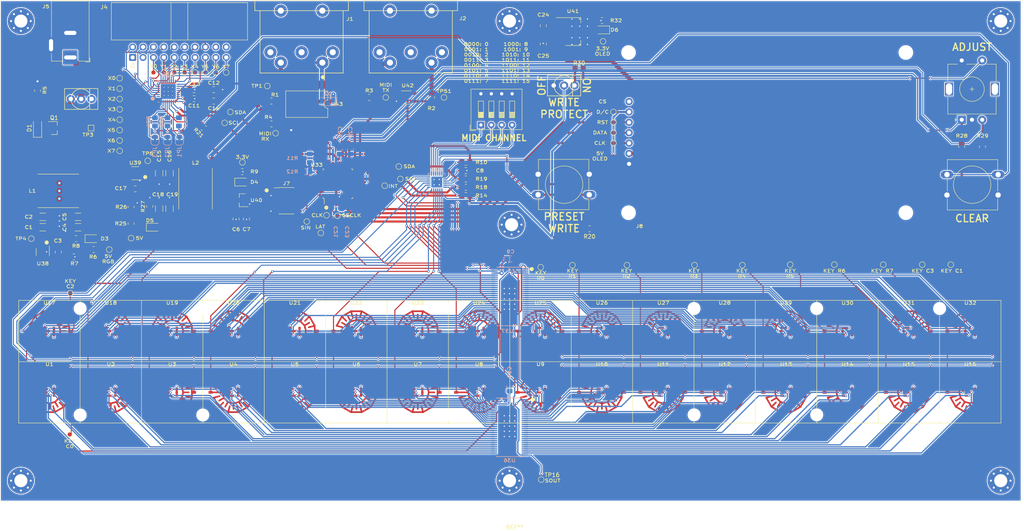
<source format=kicad_pcb>
(kicad_pcb (version 20171130) (host pcbnew "(5.1.8-0-10_14)")
  (title_block (title "Bass Station Sequencer and MIDI Interface") (date 2021-06-08) (rev A) (company "Design by C Sutton"))
  (layers (0 F.Cu_SIGNAL signal) (1 In1.Cu_5VRGB power) (2 In2.Cu_GND power) (31 B.Cu_SIGNAL signal) (34 B.Paste user) (35 F.Paste user) (36 B.SilkS user) (37 F.SilkS user) (38 B.Mask user) (39 F.Mask user) (44 Edge.Cuts user))
  (net 0 "")
  (net 1 "Net-(C3-Pad2)")
  (net 2 "Net-(C3-Pad1)")
  (net 3 +5V)
  (net 4 +3V3)
  (net 5 "Net-(D1-Pad2)")
  (net 6 "Net-(D2-Pad2)")
  (net 7 "Net-(D2-Pad1)")
  (net 8 "Net-(D3-Pad1)")
  (net 9 "Net-(D4-Pad1)")
  (net 10 "Net-(D5-Pad1)")
  (net 11 "Net-(J1-Pad4)")
  (net 12 "Net-(J1-Pad1)")
  (net 13 "Net-(J1-Pad3)")
  (net 14 "Net-(J1-Pad2)")
  (net 15 "Net-(J2-Pad5)")
  (net 16 "Net-(J2-Pad4)")
  (net 17 "Net-(J2-Pad1)")
  (net 18 "Net-(J2-Pad3)")
  (net 19 "Net-(J2-Pad2)")
  (net 20 "Net-(J4-Pad20)")
  (net 21 "Net-(J4-Pad18)")
  (net 22 "Net-(J4-Pad3)")
  (net 23 "Net-(J4-Pad1)")
  (net 24 /PSU/PMOSReversePolarityProtection/VIN)
  (net 25 "Net-(R2-Pad1)")
  (net 26 "Net-(R6-Pad2)")
  (net 27 GND)
  (net 28 /PSU/TPS563200_BUCK_MISC/BUCK_VIN)
  (net 29 /PSU/+5V_RGB)
  (net 30 "Net-(C17-Pad2)")
  (net 31 "Net-(C17-Pad1)")
  (net 32 /OLED_Display/+3.3V_OLED)
  (net 33 "Net-(D6-Pad1)")
  (net 34 "/CrossPoint Output Switching/Y7")
  (net 35 "/CrossPoint Output Switching/Y6")
  (net 36 "/CrossPoint Output Switching/X7")
  (net 37 "/CrossPoint Output Switching/Y5")
  (net 38 "/CrossPoint Output Switching/X6")
  (net 39 "/CrossPoint Output Switching/Y4")
  (net 40 "/CrossPoint Output Switching/X5")
  (net 41 "/CrossPoint Output Switching/Y3")
  (net 42 "/CrossPoint Output Switching/X4")
  (net 43 "/CrossPoint Output Switching/Y2")
  (net 44 "/CrossPoint Output Switching/X3")
  (net 45 "/CrossPoint Output Switching/Y1")
  (net 46 "/CrossPoint Output Switching/X2")
  (net 47 "/CrossPoint Output Switching/Y0")
  (net 48 "/CrossPoint Output Switching/X1")
  (net 49 "/CrossPoint Output Switching/X0")
  (net 50 "Net-(J5-Pad1)")
  (net 51 /MCU/SWDCLK)
  (net 52 /MCU/NRST)
  (net 53 /MCU/10PinARMSWD/NC_TDI)
  (net 54 "Net-(J7-Pad7)")
  (net 55 /MCU/10PinARMSWD/SWO_TDO)
  (net 56 /MCU/SWDIO)
  (net 57 /OLED_Display/CABLE_SELECT)
  (net 58 /OLED_Display/DATA_COMMAND)
  (net 59 /OLED_Display/CLK)
  (net 60 /OLED_Display/DATA)
  (net 61 /OLED_Display/RESET)
  (net 62 /MCU/MIDI_RX)
  (net 63 "/Input Keyscan and RGB LED Driver/ADP5587_RST")
  (net 64 "/Input Keyscan and RGB LED Driver/DIPSW4")
  (net 65 "/Input Keyscan and RGB LED Driver/ADP5587_INT")
  (net 66 "/Input Keyscan and RGB LED Driver/DIPSW3")
  (net 67 "/Input Keyscan and RGB LED Driver/DIPSW2")
  (net 68 "/Input Keyscan and RGB LED Driver/DIPSW1")
  (net 69 "/Input Keyscan and RGB LED Driver/ADP5587_SCL")
  (net 70 "/Input Keyscan and RGB LED Driver/ADP5587_SDA")
  (net 71 "Net-(R21-Pad2)")
  (net 72 "/CrossPoint Output Switching/A0")
  (net 73 "/CrossPoint Output Switching/A1")
  (net 74 "/CrossPoint Output Switching/A2")
  (net 75 "Net-(R25-Pad2)")
  (net 76 /MCU/TIM1_CH1)
  (net 77 /MCU/TIM1_CH2)
  (net 78 "/Input Keyscan and RGB LED Driver/ADP5587_WRITE")
  (net 79 /MCU/TIM1_SW)
  (net 80 "/Input Keyscan and RGB LED Driver/ADP5587_WRITEPROTECT")
  (net 81 "/Input Keyscan and RGB LED Driver/KEY_C0")
  (net 82 "/Input Keyscan and RGB LED Driver/KEY_C1")
  (net 83 "/Input Keyscan and RGB LED Driver/KEY_C2")
  (net 84 "/Input Keyscan and RGB LED Driver/KEY_C3")
  (net 85 "/Input Keyscan and RGB LED Driver/KEY_R0")
  (net 86 "/Input Keyscan and RGB LED Driver/KEY_R1")
  (net 87 "/Input Keyscan and RGB LED Driver/KEY_R2")
  (net 88 "/Input Keyscan and RGB LED Driver/KEY_R3")
  (net 89 "/Input Keyscan and RGB LED Driver/KEY_R4")
  (net 90 "/Input Keyscan and RGB LED Driver/KEY_R5")
  (net 91 "/Input Keyscan and RGB LED Driver/KEY_R6")
  (net 92 "/Input Keyscan and RGB LED Driver/KEY_R7")
  (net 93 "/CrossPoint Output Switching/ADG2188_SDA")
  (net 94 "/CrossPoint Output Switching/ADG2188_SCL")
  (net 95 /MCU/MIDI_TX)
  (net 96 "Net-(U33-Pad30)")
  (net 97 "Net-(U33-Pad29)")
  (net 98 "Net-(U33-Pad28)")
  (net 99 "Net-(U33-Pad27)")
  (net 100 "Net-(U33-Pad26)")
  (net 101 "Net-(U33-Pad11)")
  (net 102 "Net-(U33-Pad3)")
  (net 103 "Net-(U34-Pad23)")
  (net 104 "Net-(U34-Pad22)")
  (net 105 "Net-(U34-Pad21)")
  (net 106 "Net-(U34-Pad20)")
  (net 107 "Net-(U34-Pad19)")
  (net 108 "Net-(U34-Pad2)")
  (net 109 "Net-(U37-Pad28)")
  (net 110 "Net-(U43-Pad4)")
  (net 111 "Net-(U43-Pad7)")
  (net 112 "Net-(U43-Pad1)")
  (net 113 "/Input Keyscan and RGB LED Driver/LEDRK1")
  (net 114 "/Input Keyscan and RGB LED Driver/LEDGK1")
  (net 115 "/Input Keyscan and RGB LED Driver/LEDBK1")
  (net 116 "/Input Keyscan and RGB LED Driver/LEDRK2")
  (net 117 "/Input Keyscan and RGB LED Driver/LEDGK2")
  (net 118 "/Input Keyscan and RGB LED Driver/LEDBK2")
  (net 119 "/Input Keyscan and RGB LED Driver/LEDRK3")
  (net 120 "/Input Keyscan and RGB LED Driver/LEDGK3")
  (net 121 "/Input Keyscan and RGB LED Driver/LEDBK3")
  (net 122 "/Input Keyscan and RGB LED Driver/LEDRK4")
  (net 123 "/Input Keyscan and RGB LED Driver/LEDGK4")
  (net 124 "/Input Keyscan and RGB LED Driver/LEDBK4")
  (net 125 "/Input Keyscan and RGB LED Driver/LEDRK5")
  (net 126 "/Input Keyscan and RGB LED Driver/LEDGK5")
  (net 127 "/Input Keyscan and RGB LED Driver/LEDBK5")
  (net 128 "/Input Keyscan and RGB LED Driver/LEDRK6")
  (net 129 "/Input Keyscan and RGB LED Driver/LEDGK6")
  (net 130 "/Input Keyscan and RGB LED Driver/LEDBK6")
  (net 131 "/Input Keyscan and RGB LED Driver/LEDRK7")
  (net 132 "/Input Keyscan and RGB LED Driver/LEDGK7")
  (net 133 "/Input Keyscan and RGB LED Driver/LEDBK7")
  (net 134 "/Input Keyscan and RGB LED Driver/LEDRK8")
  (net 135 "/Input Keyscan and RGB LED Driver/LEDGK8")
  (net 136 "/Input Keyscan and RGB LED Driver/LEDBK8")
  (net 137 "/Input Keyscan and RGB LED Driver/LEDRK9")
  (net 138 "/Input Keyscan and RGB LED Driver/LEDGK9")
  (net 139 "/Input Keyscan and RGB LED Driver/LEDBK9")
  (net 140 "/Input Keyscan and RGB LED Driver/LEDRK10")
  (net 141 "/Input Keyscan and RGB LED Driver/LEDGK10")
  (net 142 "/Input Keyscan and RGB LED Driver/LEDBK10")
  (net 143 "/Input Keyscan and RGB LED Driver/LEDRK11")
  (net 144 "/Input Keyscan and RGB LED Driver/LEDGK11")
  (net 145 "/Input Keyscan and RGB LED Driver/LEDBK11")
  (net 146 "/Input Keyscan and RGB LED Driver/LEDRK12")
  (net 147 "/Input Keyscan and RGB LED Driver/LEDGK12")
  (net 148 "/Input Keyscan and RGB LED Driver/LEDBK12")
  (net 149 "/Input Keyscan and RGB LED Driver/LEDRK13")
  (net 150 "/Input Keyscan and RGB LED Driver/LEDGK13")
  (net 151 "/Input Keyscan and RGB LED Driver/LEDBK13")
  (net 152 "/Input Keyscan and RGB LED Driver/LEDRK14")
  (net 153 "/Input Keyscan and RGB LED Driver/LEDGK14")
  (net 154 "/Input Keyscan and RGB LED Driver/LEDBK14")
  (net 155 "/Input Keyscan and RGB LED Driver/LEDRK15")
  (net 156 "/Input Keyscan and RGB LED Driver/LEDGK15")
  (net 157 "/Input Keyscan and RGB LED Driver/LEDBK15")
  (net 158 "/Input Keyscan and RGB LED Driver/LEDRK16")
  (net 159 "/Input Keyscan and RGB LED Driver/LEDGK16")
  (net 160 "/Input Keyscan and RGB LED Driver/LEDBK16")
  (net 161 "/Input Keyscan and RGB LED Driver/LEDRK17")
  (net 162 "/Input Keyscan and RGB LED Driver/LEDGK17")
  (net 163 "/Input Keyscan and RGB LED Driver/LEDBK17")
  (net 164 "/Input Keyscan and RGB LED Driver/LEDRK18")
  (net 165 "/Input Keyscan and RGB LED Driver/LEDGK18")
  (net 166 "/Input Keyscan and RGB LED Driver/LEDBK18")
  (net 167 "/Input Keyscan and RGB LED Driver/LEDRK19")
  (net 168 "/Input Keyscan and RGB LED Driver/LEDGK19")
  (net 169 "/Input Keyscan and RGB LED Driver/LEDBK19")
  (net 170 "/Input Keyscan and RGB LED Driver/LEDRK20")
  (net 171 "/Input Keyscan and RGB LED Driver/LEDGK20")
  (net 172 "/Input Keyscan and RGB LED Driver/LEDBK20")
  (net 173 "/Input Keyscan and RGB LED Driver/LEDRK21")
  (net 174 "/Input Keyscan and RGB LED Driver/LEDGK21")
  (net 175 "/Input Keyscan and RGB LED Driver/LEDBK21")
  (net 176 "/Input Keyscan and RGB LED Driver/LEDRK22")
  (net 177 "/Input Keyscan and RGB LED Driver/LEDGK22")
  (net 178 "/Input Keyscan and RGB LED Driver/LEDBK22")
  (net 179 "/Input Keyscan and RGB LED Driver/LEDRK23")
  (net 180 "/Input Keyscan and RGB LED Driver/LEDGK23")
  (net 181 "/Input Keyscan and RGB LED Driver/LEDBK23")
  (net 182 "/Input Keyscan and RGB LED Driver/LEDRK24")
  (net 183 "/Input Keyscan and RGB LED Driver/LEDGK24")
  (net 184 "/Input Keyscan and RGB LED Driver/LEDBK24")
  (net 185 "/Input Keyscan and RGB LED Driver/LEDRK25")
  (net 186 "/Input Keyscan and RGB LED Driver/LEDGK25")
  (net 187 "/Input Keyscan and RGB LED Driver/LEDBK25")
  (net 188 "/Input Keyscan and RGB LED Driver/LEDRK26")
  (net 189 "/Input Keyscan and RGB LED Driver/LEDGK26")
  (net 190 "/Input Keyscan and RGB LED Driver/LEDBK26")
  (net 191 "/Input Keyscan and RGB LED Driver/LEDRK27")
  (net 192 "/Input Keyscan and RGB LED Driver/LEDGK27")
  (net 193 "/Input Keyscan and RGB LED Driver/LEDBK27")
  (net 194 "/Input Keyscan and RGB LED Driver/LEDRK28")
  (net 195 "/Input Keyscan and RGB LED Driver/LEDGK28")
  (net 196 "/Input Keyscan and RGB LED Driver/LEDBK28")
  (net 197 "/Input Keyscan and RGB LED Driver/LEDRK29")
  (net 198 "/Input Keyscan and RGB LED Driver/LEDGK29")
  (net 199 "/Input Keyscan and RGB LED Driver/LEDBK29")
  (net 200 "/Input Keyscan and RGB LED Driver/LEDRK30")
  (net 201 "/Input Keyscan and RGB LED Driver/LEDGK30")
  (net 202 "/Input Keyscan and RGB LED Driver/LEDBK30")
  (net 203 "/Input Keyscan and RGB LED Driver/LEDRK31")
  (net 204 "/Input Keyscan and RGB LED Driver/LEDGK31")
  (net 205 "/Input Keyscan and RGB LED Driver/LEDBK31")
  (net 206 "/Input Keyscan and RGB LED Driver/LEDRK32")
  (net 207 "/Input Keyscan and RGB LED Driver/LEDGK32")
  (net 208 "/Input Keyscan and RGB LED Driver/LEDBK32")
  (net 209 /MCU/SPI2_CLK)
  (net 210 /MCU/SPI2_GSCLK)
  (net 211 /MCU/SPI2_MOSI)
  (net 212 /MCU/SPI2_LAT)
  (net 213 "Net-(U33-Pad21)")
  (net 214 "Net-(R30-Pad1)")
  (net 215 "Net-(SW3-Pad3)")
  (net 216 "Net-(TP16-Pad1)")
  (module TestPoint:TestPoint_Pad_D1.0mm (layer F.Cu_SIGNAL) (at 110.49 129.54)
    (fp_text reference TP33 hide)
    (fp_text value TestPoint)
    (pad 1 smd circle (at 0 0) (size 1 1) (layers F.Cu_SIGNAL F.Mask) (net 38 "/CrossPoint Output Switching/X6"))
  )
  (module Package_TO_SOT_SMD:SOT-23 (layer F.Cu_SIGNAL) (at 94.488 126.492)
    (fp_text reference Q1 (at 0 -2.5) (layer F.SilkS))
    (fp_text value Si2323DS)
    (pad 3 smd rect (at 1 0) (size 0.9 0.8) (layers F.Cu_SIGNAL F.Paste F.Mask) (net 24 /PSU/PMOSReversePolarityProtection/VIN))
    (pad 2 smd rect (at -1 0.95) (size 0.9 0.8) (layers F.Cu_SIGNAL F.Paste F.Mask) (net 28 /PSU/TPS563200_BUCK_MISC/BUCK_VIN))
    (pad 1 smd rect (at -1 -0.95) (size 0.9 0.8) (layers F.Cu_SIGNAL F.Paste F.Mask) (net 5 "Net-(D1-Pad2)"))
  )
  (module Diode_SMD:D_SOD-123 (layer F.Cu_SIGNAL) (at 90.424 126.492 90)
    (fp_text reference D1 (at 0 -2 90) (layer F.SilkS))
    (fp_text value MMSZ4694T1G)
    (pad 2 smd rect (at 1.65 0 90) (size 0.9 1.2) (layers F.Cu_SIGNAL F.Paste F.Mask) (net 5 "Net-(D1-Pad2)"))
    (pad 1 smd rect (at -1.65 0 90) (size 0.9 1.2) (layers F.Cu_SIGNAL F.Paste F.Mask) (net 28 /PSU/TPS563200_BUCK_MISC/BUCK_VIN))
  )
  (module DailywellSwitches:Dailywell_SPDT (layer F.Cu_SIGNAL) (at 101.092 119.38 270)
    (fp_text reference SW3 hide)
    (fp_text value SW_SPST)
    (pad 1 thru_hole circle (at 0 2.54 270) (size 2 2) (drill 1.09) (layers *.Cu *.Mask) (net 24 /PSU/PMOSReversePolarityProtection/VIN))
    (pad 3 thru_hole circle (at 0 -2.54 270) (size 2 2) (drill 1.09) (layers *.Cu *.Mask) (net 215 "Net-(SW3-Pad3)"))
    (pad 2 thru_hole circle (at 0 0 270) (size 2 2) (drill 1.09) (layers *.Cu *.Mask) (net 50 "Net-(J5-Pad1)"))
  )
  (module TestPoint:TestPoint_Pad_D1.0mm (layer F.Cu_SIGNAL) (at 118.745 112.903)
    (fp_text reference Y0 (at 0 -1.448) (layer F.SilkS))
    (fp_text value TestPoint)
    (pad 1 smd circle (at 0 0) (size 1 1) (layers F.Cu_SIGNAL F.Mask) (net 47 "/CrossPoint Output Switching/Y0"))
  )
  (module TestPoint:TestPoint_Pad_D1.0mm (layer F.Cu_SIGNAL) (at 121.285 112.903)
    (fp_text reference TP48 hide)
    (fp_text value TestPoint)
    (pad 1 smd circle (at 0 0) (size 1 1) (layers F.Cu_SIGNAL F.Mask) (net 45 "/CrossPoint Output Switching/Y1"))
  )
  (module TestPoint:TestPoint_Pad_D1.0mm (layer F.Cu_SIGNAL) (at 123.825 112.903)
    (fp_text reference TP47 hide)
    (fp_text value TestPoint)
    (pad 1 smd circle (at 0 0) (size 1 1) (layers F.Cu_SIGNAL F.Mask) (net 43 "/CrossPoint Output Switching/Y2"))
  )
  (module TestPoint:TestPoint_Pad_D1.0mm (layer F.Cu_SIGNAL) (at 126.365 112.903)
    (fp_text reference TP46 hide)
    (fp_text value TestPoint)
    (pad 1 smd circle (at 0 0) (size 1 1) (layers F.Cu_SIGNAL F.Mask) (net 41 "/CrossPoint Output Switching/Y3"))
  )
  (module TestPoint:TestPoint_Pad_D1.0mm (layer F.Cu_SIGNAL) (at 128.905 112.903)
    (fp_text reference TP45 hide)
    (fp_text value TestPoint)
    (pad 1 smd circle (at 0 0) (size 1 1) (layers F.Cu_SIGNAL F.Mask) (net 39 "/CrossPoint Output Switching/Y4"))
  )
  (module TestPoint:TestPoint_Pad_D1.0mm (layer F.Cu_SIGNAL) (at 131.445 112.903)
    (fp_text reference TP44 hide)
    (fp_text value TestPoint)
    (pad 1 smd circle (at 0 0) (size 1 1) (layers F.Cu_SIGNAL F.Mask) (net 37 "/CrossPoint Output Switching/Y5"))
  )
  (module TestPoint:TestPoint_Pad_D1.0mm (layer F.Cu_SIGNAL) (at 133.985 112.903)
    (fp_text reference TP43 hide)
    (fp_text value TestPoint)
    (pad 1 smd circle (at 0 0) (size 1 1) (layers F.Cu_SIGNAL F.Mask) (net 35 "/CrossPoint Output Switching/Y6"))
  )
  (module TestPoint:TestPoint_Pad_D1.0mm (layer F.Cu_SIGNAL) (at 136.144 125.222)
    (fp_text reference TP42 hide)
    (fp_text value TestPoint)
    (pad 1 smd circle (at 0 0) (size 1 1) (layers F.Cu_SIGNAL F.Mask) (net 94 "/CrossPoint Output Switching/ADG2188_SCL"))
  )
  (module TestPoint:TestPoint_Pad_D1.0mm (layer F.Cu_SIGNAL) (at 136.525 112.903)
    (fp_text reference TP41 hide)
    (fp_text value TestPoint)
    (pad 1 smd circle (at 0 0) (size 1 1) (layers F.Cu_SIGNAL F.Mask) (net 34 "/CrossPoint Output Switching/Y7"))
  )
  (module TestPoint:TestPoint_Pad_D1.0mm (layer F.Cu_SIGNAL) (at 137.541 122.555)
    (fp_text reference TP40 hide)
    (fp_text value TestPoint)
    (pad 1 smd circle (at 0 0) (size 1 1) (layers F.Cu_SIGNAL F.Mask) (net 93 "/CrossPoint Output Switching/ADG2188_SDA"))
  )
  (module TestPoint:TestPoint_Pad_D1.0mm (layer F.Cu_SIGNAL) (at 110.49 114.3)
    (fp_text reference TP39 hide)
    (fp_text value TestPoint)
    (pad 1 smd circle (at 0 0) (size 1 1) (layers F.Cu_SIGNAL F.Mask) (net 49 "/CrossPoint Output Switching/X0"))
  )
  (module TestPoint:TestPoint_Pad_D1.0mm (layer F.Cu_SIGNAL) (at 110.49 116.84)
    (fp_text reference TP38 hide)
    (fp_text value TestPoint)
    (pad 1 smd circle (at 0 0) (size 1 1) (layers F.Cu_SIGNAL F.Mask) (net 48 "/CrossPoint Output Switching/X1"))
  )
  (module TestPoint:TestPoint_Pad_D1.0mm (layer F.Cu_SIGNAL) (at 110.49 119.38)
    (fp_text reference TP37 hide)
    (fp_text value TestPoint)
    (pad 1 smd circle (at 0 0) (size 1 1) (layers F.Cu_SIGNAL F.Mask) (net 46 "/CrossPoint Output Switching/X2"))
  )
  (module TestPoint:TestPoint_Pad_D1.0mm (layer F.Cu_SIGNAL) (at 110.49 121.92)
    (fp_text reference TP36 hide)
    (fp_text value TestPoint)
    (pad 1 smd circle (at 0 0) (size 1 1) (layers F.Cu_SIGNAL F.Mask) (net 44 "/CrossPoint Output Switching/X3"))
  )
  (module TestPoint:TestPoint_Pad_D1.0mm (layer F.Cu_SIGNAL) (at 110.49 124.46)
    (fp_text reference TP35 hide)
    (fp_text value TestPoint)
    (pad 1 smd circle (at 0 0) (size 1 1) (layers F.Cu_SIGNAL F.Mask) (net 42 "/CrossPoint Output Switching/X4"))
  )
  (module TestPoint:TestPoint_Pad_D1.0mm (layer F.Cu_SIGNAL) (at 110.49 127)
    (fp_text reference TP34 hide)
    (fp_text value TestPoint)
    (pad 1 smd circle (at 0 0) (size 1 1) (layers F.Cu_SIGNAL F.Mask) (net 40 "/CrossPoint Output Switching/X5"))
  )
  (module TestPoint:TestPoint_Pad_D1.0mm (layer F.Cu_SIGNAL) (at 110.49 132.08)
    (fp_text reference TP32 hide)
    (fp_text value TestPoint)
    (pad 1 smd circle (at 0 0) (size 1 1) (layers F.Cu_SIGNAL F.Mask) (net 36 "/CrossPoint Output Switching/X7"))
  )
  (module TestPoint:TestPoint_Pad_D1.0mm (layer F.Cu_SIGNAL) (at 297.053 159.893)
    (fp_text reference TP31 hide)
    (fp_text value TestPoint)
    (pad 1 smd circle (at 0 0) (size 1 1) (layers F.Cu_SIGNAL F.Mask) (net 92 "/Input Keyscan and RGB LED Driver/KEY_R7"))
  )
  (module TestPoint:TestPoint_Pad_D1.0mm (layer F.Cu_SIGNAL) (at 285.115 159.893)
    (fp_text reference TP30 hide)
    (fp_text value TestPoint)
    (pad 1 smd circle (at 0 0) (size 1 1) (layers F.Cu_SIGNAL F.Mask) (net 91 "/Input Keyscan and RGB LED Driver/KEY_R6"))
  )
  (module TestPoint:TestPoint_Pad_D1.0mm (layer F.Cu_SIGNAL) (at 274.32 159.893)
    (fp_text reference TP29 hide)
    (fp_text value TestPoint)
    (pad 1 smd circle (at 0 0) (size 1 1) (layers F.Cu_SIGNAL F.Mask) (net 90 "/Input Keyscan and RGB LED Driver/KEY_R5"))
  )
  (module TestPoint:TestPoint_Pad_D1.0mm (layer F.Cu_SIGNAL) (at 262.636 160.02)
    (fp_text reference TP28 hide)
    (fp_text value TestPoint)
    (pad 1 smd circle (at 0 0) (size 1 1) (layers F.Cu_SIGNAL F.Mask) (net 89 "/Input Keyscan and RGB LED Driver/KEY_R4"))
  )
  (module TestPoint:TestPoint_Pad_D1.0mm (layer F.Cu_SIGNAL) (at 250.952 160.02)
    (fp_text reference TP27 hide)
    (fp_text value TestPoint)
    (pad 1 smd circle (at 0 0) (size 1 1) (layers F.Cu_SIGNAL F.Mask) (net 88 "/Input Keyscan and RGB LED Driver/KEY_R3"))
  )
  (module TestPoint:TestPoint_Pad_D1.0mm (layer F.Cu_SIGNAL) (at 234.442 160.02)
    (fp_text reference TP26 hide)
    (fp_text value TestPoint)
    (pad 1 smd circle (at 0 0) (size 1 1) (layers F.Cu_SIGNAL F.Mask) (net 87 "/Input Keyscan and RGB LED Driver/KEY_R2"))
  )
  (module TestPoint:TestPoint_Pad_D1.0mm (layer F.Cu_SIGNAL) (at 221.107 160.02)
    (fp_text reference TP25 hide)
    (fp_text value TestPoint)
    (pad 1 smd circle (at 0 0) (size 1 1) (layers F.Cu_SIGNAL F.Mask) (net 86 "/Input Keyscan and RGB LED Driver/KEY_R1"))
  )
  (module TestPoint:TestPoint_Pad_D1.0mm (layer F.Cu_SIGNAL) (at 213.36 160.528)
    (fp_text reference TP24 hide)
    (fp_text value TestPoint)
    (pad 1 smd circle (at 0 0) (size 1 1) (layers F.Cu_SIGNAL F.Mask) (net 85 "/Input Keyscan and RGB LED Driver/KEY_R0"))
  )
  (module TestPoint:TestPoint_Pad_D1.0mm (layer F.Cu_SIGNAL) (at 175.26 140.589)
    (fp_text reference TP23 hide)
    (fp_text value TestPoint)
    (pad 1 smd circle (at 0 0) (size 1 1) (layers F.Cu_SIGNAL F.Mask) (net 65 "/Input Keyscan and RGB LED Driver/ADP5587_INT"))
  )
  (module TestPoint:TestPoint_Pad_D1.0mm (layer F.Cu_SIGNAL) (at 179.07 138.938)
    (fp_text reference TP22 hide)
    (fp_text value TestPoint)
    (pad 1 smd circle (at 0 0) (size 1 1) (layers F.Cu_SIGNAL F.Mask) (net 69 "/Input Keyscan and RGB LED Driver/ADP5587_SCL"))
  )
  (module TestPoint:TestPoint_Pad_D1.0mm (layer F.Cu_SIGNAL) (at 178.689 135.89)
    (fp_text reference TP21 hide)
    (fp_text value TestPoint)
    (pad 1 smd circle (at 0 0) (size 1 1) (layers F.Cu_SIGNAL F.Mask) (net 70 "/Input Keyscan and RGB LED Driver/ADP5587_SDA"))
  )
  (module TestPoint:TestPoint_Pad_D1.0mm (layer F.Cu_SIGNAL) (at 306.578 159.893)
    (fp_text reference TP20 hide)
    (fp_text value TestPoint)
    (pad 1 smd circle (at 0 0) (size 1 1) (layers F.Cu_SIGNAL F.Mask) (net 84 "/Input Keyscan and RGB LED Driver/KEY_C3"))
  )
  (module TestPoint:TestPoint_Pad_D1.0mm (layer F.Cu_SIGNAL) (at 98.425 166.878)
    (fp_text reference TP19 hide)
    (fp_text value TestPoint)
    (pad 1 smd circle (at 0 0) (size 1 1) (layers F.Cu_SIGNAL F.Mask) (net 83 "/Input Keyscan and RGB LED Driver/KEY_C2"))
  )
  (module TestPoint:TestPoint_Pad_D1.0mm (layer F.Cu_SIGNAL) (at 313.563 159.893)
    (fp_text reference TP18 hide)
    (fp_text value TestPoint)
    (pad 1 smd circle (at 0 0) (size 1 1) (layers F.Cu_SIGNAL F.Mask) (net 82 "/Input Keyscan and RGB LED Driver/KEY_C1"))
  )
  (module TestPoint:TestPoint_Pad_D1.0mm (layer F.Cu_SIGNAL) (at 98.298 201.422)
    (fp_text reference TP17 hide)
    (fp_text value TestPoint)
    (pad 1 smd circle (at 0 0) (size 1 1) (layers F.Cu_SIGNAL F.Mask) (net 81 "/Input Keyscan and RGB LED Driver/KEY_C0"))
  )
  (module TestPoint:TestPoint_Pad_D1.0mm (layer F.Cu_SIGNAL) (at 213.487 212.471)
    (fp_text reference TP16 (at 2.667 -1.143) (layer F.SilkS))
    (fp_text value TestPoint)
    (pad 1 smd circle (at 0 0) (size 1 1) (layers F.Cu_SIGNAL F.Mask) (net 216 "Net-(TP16-Pad1)"))
  )
  (module TestPoint:TestPoint_Pad_D1.0mm (layer F.Cu_SIGNAL) (at 161.036 147.828)
    (fp_text reference TP15 hide)
    (fp_text value TestPoint)
    (pad 1 smd circle (at 0 0) (size 1 1) (layers F.Cu_SIGNAL F.Mask) (net 212 /MCU/SPI2_LAT))
  )
  (module TestPoint:TestPoint_Pad_D1.0mm (layer F.Cu_SIGNAL) (at 156.21 149.352)
    (fp_text reference TP13 hide)
    (fp_text value TestPoint)
    (pad 1 smd circle (at 0 0) (size 1 1) (layers F.Cu_SIGNAL F.Mask) (net 211 /MCU/SPI2_MOSI))
  )
  (module TestPoint:TestPoint_Pad_D1.0mm (layer F.Cu_SIGNAL) (at 163.703 147.955)
    (fp_text reference TP11 hide)
    (fp_text value TestPoint)
    (pad 1 smd circle (at 0 0) (size 1 1) (layers F.Cu_SIGNAL F.Mask) (net 210 /MCU/SPI2_GSCLK))
  )
  (module TestPoint:TestPoint_Pad_D1.0mm (layer F.Cu_SIGNAL) (at 159.639 152.146)
    (fp_text reference TP10 hide)
    (fp_text value TestPoint)
    (pad 1 smd circle (at 0 0) (size 1 1) (layers F.Cu_SIGNAL F.Mask) (net 209 /MCU/SPI2_CLK))
  )
  (module MountingHole:MountingHole_3.2mm_M3_Pad_Via (layer F.Cu_SIGNAL) (at 206.248 150.114)
    (fp_text reference REF** hide)
    (fp_text value MountingHole_3.2mm_M3_Pad_Via)
    (pad 1 thru_hole circle (at 1.697056 -1.697056) (size 0.8 0.8) (drill 0.5) (layers *.Cu *.Mask))
    (pad 1 thru_hole circle (at 0 -2.4) (size 0.8 0.8) (drill 0.5) (layers *.Cu *.Mask))
    (pad 1 thru_hole circle (at -1.697056 -1.697056) (size 0.8 0.8) (drill 0.5) (layers *.Cu *.Mask))
    (pad 1 thru_hole circle (at -2.4 0) (size 0.8 0.8) (drill 0.5) (layers *.Cu *.Mask))
    (pad 1 thru_hole circle (at -1.697056 1.697056) (size 0.8 0.8) (drill 0.5) (layers *.Cu *.Mask))
    (pad 1 thru_hole circle (at 0 2.4) (size 0.8 0.8) (drill 0.5) (layers *.Cu *.Mask))
    (pad 1 thru_hole circle (at 1.697056 1.697056) (size 0.8 0.8) (drill 0.5) (layers *.Cu *.Mask))
    (pad 1 thru_hole circle (at 2.4 0) (size 0.8 0.8) (drill 0.5) (layers *.Cu *.Mask))
    (pad 1 thru_hole circle (at 0 0) (size 6.4 6.4) (drill 3.2) (layers *.Cu *.Mask))
  )
  (module MountingHole:MountingHole_3.2mm_M3_Pad_Via (layer F.Cu_SIGNAL) (at 205.74 212.725)
    (fp_text reference REF** (at 1.27 11.43) (layer F.SilkS))
    (fp_text value MountingHole_3.2mm_M3_Pad_Via)
    (pad 1 thru_hole circle (at 0 0) (size 6.4 6.4) (drill 3.2) (layers *.Cu *.Mask))
    (pad 1 thru_hole circle (at 2.4 0) (size 0.8 0.8) (drill 0.5) (layers *.Cu *.Mask))
    (pad 1 thru_hole circle (at 1.697056 1.697056) (size 0.8 0.8) (drill 0.5) (layers *.Cu *.Mask))
    (pad 1 thru_hole circle (at 0 2.4) (size 0.8 0.8) (drill 0.5) (layers *.Cu *.Mask))
    (pad 1 thru_hole circle (at -1.697056 1.697056) (size 0.8 0.8) (drill 0.5) (layers *.Cu *.Mask))
    (pad 1 thru_hole circle (at -2.4 0) (size 0.8 0.8) (drill 0.5) (layers *.Cu *.Mask))
    (pad 1 thru_hole circle (at -1.697056 -1.697056) (size 0.8 0.8) (drill 0.5) (layers *.Cu *.Mask))
    (pad 1 thru_hole circle (at 0 -2.4) (size 0.8 0.8) (drill 0.5) (layers *.Cu *.Mask))
    (pad 1 thru_hole circle (at 1.697056 -1.697056) (size 0.8 0.8) (drill 0.5) (layers *.Cu *.Mask))
  )
  (module Resistor_SMD:R_0805_2012Metric_Pad1.20x1.40mm_HandSolder (layer F.Cu_SIGNAL) (at 186.69 118.999 90)
    (fp_text reference R2 (at -2.667 0 180) (layer F.SilkS) (effects (font (size 0.8 1) (thickness 0.153))))
    (fp_text value 220R)
    (pad 2 smd roundrect (at 1 0 90) (size 1.2 1.4) (layers F.Cu_SIGNAL F.Paste F.Mask) (roundrect_rratio 0.208333) (net 15 "Net-(J2-Pad5)"))
    (pad 1 smd roundrect (at -1 0 90) (size 1.2 1.4) (layers F.Cu_SIGNAL F.Paste F.Mask) (roundrect_rratio 0.208333) (net 25 "Net-(R2-Pad1)"))
  )
  (module MountingHole:MountingHole_3.2mm_M3_Pad_Via (layer F.Cu_SIGNAL) (at 86.36 100.33)
    (fp_text reference REF** hide)
    (fp_text value MountingHole_3.2mm_M3_Pad_Via)
    (pad 1 thru_hole circle (at 0 0) (size 6.4 6.4) (drill 3.2) (layers *.Cu *.Mask))
    (pad 1 thru_hole circle (at 2.4 0) (size 0.8 0.8) (drill 0.5) (layers *.Cu *.Mask))
    (pad 1 thru_hole circle (at 1.697056 1.697056) (size 0.8 0.8) (drill 0.5) (layers *.Cu *.Mask))
    (pad 1 thru_hole circle (at 0 2.4) (size 0.8 0.8) (drill 0.5) (layers *.Cu *.Mask))
    (pad 1 thru_hole circle (at -1.697056 1.697056) (size 0.8 0.8) (drill 0.5) (layers *.Cu *.Mask))
    (pad 1 thru_hole circle (at -2.4 0) (size 0.8 0.8) (drill 0.5) (layers *.Cu *.Mask))
    (pad 1 thru_hole circle (at -1.697056 -1.697056) (size 0.8 0.8) (drill 0.5) (layers *.Cu *.Mask))
    (pad 1 thru_hole circle (at 0 -2.4) (size 0.8 0.8) (drill 0.5) (layers *.Cu *.Mask))
    (pad 1 thru_hole circle (at 1.697056 -1.697056) (size 0.8 0.8) (drill 0.5) (layers *.Cu *.Mask))
  )
  (module MountingHole:MountingHole_3.2mm_M3_Pad_Via (layer F.Cu_SIGNAL) (at 205.74 100.33)
    (fp_text reference REF** hide)
    (fp_text value MountingHole_3.2mm_M3_Pad_Via)
    (pad 1 thru_hole circle (at 0 0) (size 6.4 6.4) (drill 3.2) (layers *.Cu *.Mask))
    (pad 1 thru_hole circle (at 2.4 0) (size 0.8 0.8) (drill 0.5) (layers *.Cu *.Mask))
    (pad 1 thru_hole circle (at 1.697056 1.697056) (size 0.8 0.8) (drill 0.5) (layers *.Cu *.Mask))
    (pad 1 thru_hole circle (at 0 2.4) (size 0.8 0.8) (drill 0.5) (layers *.Cu *.Mask))
    (pad 1 thru_hole circle (at -1.697056 1.697056) (size 0.8 0.8) (drill 0.5) (layers *.Cu *.Mask))
    (pad 1 thru_hole circle (at -2.4 0) (size 0.8 0.8) (drill 0.5) (layers *.Cu *.Mask))
    (pad 1 thru_hole circle (at -1.697056 -1.697056) (size 0.8 0.8) (drill 0.5) (layers *.Cu *.Mask))
    (pad 1 thru_hole circle (at 0 -2.4) (size 0.8 0.8) (drill 0.5) (layers *.Cu *.Mask))
    (pad 1 thru_hole circle (at 1.697056 -1.697056) (size 0.8 0.8) (drill 0.5) (layers *.Cu *.Mask))
  )
  (module MountingHole:MountingHole_3.2mm_M3_Pad_Via (layer F.Cu_SIGNAL) (at 86.36 212.725)
    (fp_text reference REF** hide)
    (fp_text value MountingHole_3.2mm_M3_Pad_Via)
    (pad 1 thru_hole circle (at 0 0) (size 6.4 6.4) (drill 3.2) (layers *.Cu *.Mask))
    (pad 1 thru_hole circle (at 2.4 0) (size 0.8 0.8) (drill 0.5) (layers *.Cu *.Mask))
    (pad 1 thru_hole circle (at 1.697056 1.697056) (size 0.8 0.8) (drill 0.5) (layers *.Cu *.Mask))
    (pad 1 thru_hole circle (at 0 2.4) (size 0.8 0.8) (drill 0.5) (layers *.Cu *.Mask))
    (pad 1 thru_hole circle (at -1.697056 1.697056) (size 0.8 0.8) (drill 0.5) (layers *.Cu *.Mask))
    (pad 1 thru_hole circle (at -2.4 0) (size 0.8 0.8) (drill 0.5) (layers *.Cu *.Mask))
    (pad 1 thru_hole circle (at -1.697056 -1.697056) (size 0.8 0.8) (drill 0.5) (layers *.Cu *.Mask))
    (pad 1 thru_hole circle (at 0 -2.4) (size 0.8 0.8) (drill 0.5) (layers *.Cu *.Mask))
    (pad 1 thru_hole circle (at 1.697056 -1.697056) (size 0.8 0.8) (drill 0.5) (layers *.Cu *.Mask))
  )
  (module MountingHole:MountingHole_3.2mm_M3_Pad_Via (layer F.Cu_SIGNAL) (at 325.755 212.725)
    (fp_text reference REF** hide)
    (fp_text value MountingHole_3.2mm_M3_Pad_Via)
    (pad 1 thru_hole circle (at 1.697056 -1.697056) (size 0.8 0.8) (drill 0.5) (layers *.Cu *.Mask))
    (pad 1 thru_hole circle (at 0 -2.4) (size 0.8 0.8) (drill 0.5) (layers *.Cu *.Mask))
    (pad 1 thru_hole circle (at -1.697056 -1.697056) (size 0.8 0.8) (drill 0.5) (layers *.Cu *.Mask))
    (pad 1 thru_hole circle (at -2.4 0) (size 0.8 0.8) (drill 0.5) (layers *.Cu *.Mask))
    (pad 1 thru_hole circle (at -1.697056 1.697056) (size 0.8 0.8) (drill 0.5) (layers *.Cu *.Mask))
    (pad 1 thru_hole circle (at 0 2.4) (size 0.8 0.8) (drill 0.5) (layers *.Cu *.Mask))
    (pad 1 thru_hole circle (at 1.697056 1.697056) (size 0.8 0.8) (drill 0.5) (layers *.Cu *.Mask))
    (pad 1 thru_hole circle (at 2.4 0) (size 0.8 0.8) (drill 0.5) (layers *.Cu *.Mask))
    (pad 1 thru_hole circle (at 0 0) (size 6.4 6.4) (drill 3.2) (layers *.Cu *.Mask))
  )
  (module MountingHole:MountingHole_3.2mm_M3_Pad_Via (layer F.Cu_SIGNAL) (at 325.755 100.33)
    (fp_text reference REF** hide)
    (fp_text value MountingHole_3.2mm_M3_Pad_Via)
    (pad 1 thru_hole circle (at 1.697056 -1.697056) (size 0.8 0.8) (drill 0.5) (layers *.Cu *.Mask))
    (pad 1 thru_hole circle (at 0 -2.4) (size 0.8 0.8) (drill 0.5) (layers *.Cu *.Mask))
    (pad 1 thru_hole circle (at -1.697056 -1.697056) (size 0.8 0.8) (drill 0.5) (layers *.Cu *.Mask))
    (pad 1 thru_hole circle (at -2.4 0) (size 0.8 0.8) (drill 0.5) (layers *.Cu *.Mask))
    (pad 1 thru_hole circle (at -1.697056 1.697056) (size 0.8 0.8) (drill 0.5) (layers *.Cu *.Mask))
    (pad 1 thru_hole circle (at 0 2.4) (size 0.8 0.8) (drill 0.5) (layers *.Cu *.Mask))
    (pad 1 thru_hole circle (at 1.697056 1.697056) (size 0.8 0.8) (drill 0.5) (layers *.Cu *.Mask))
    (pad 1 thru_hole circle (at 2.4 0) (size 0.8 0.8) (drill 0.5) (layers *.Cu *.Mask))
    (pad 1 thru_hole circle (at 0 0) (size 6.4 6.4) (drill 3.2) (layers *.Cu *.Mask))
  )
  (module Button_Switch_THT:SW_PUSH-12mm (layer F.Cu_SIGNAL) (at 212.725 137.795)
    (fp_text reference SW5 hide)
    (fp_text value SW_SPST)
    (pad 2 thru_hole oval (at 0 5) (size 3.048 1.85) (drill 1.3) (layers *.Cu *.Mask) (net 78 "/Input Keyscan and RGB LED Driver/ADP5587_WRITE"))
    (pad 1 thru_hole oval (at 0 0) (size 3.048 1.85) (drill 1.3) (layers *.Cu *.Mask) (net 27 GND))
    (pad 2 thru_hole oval (at 12.5 5) (size 3.048 1.85) (drill 1.3) (layers *.Cu *.Mask) (net 78 "/Input Keyscan and RGB LED Driver/ADP5587_WRITE"))
    (pad 1 thru_hole oval (at 12.5 0) (size 3.048 1.85) (drill 1.3) (layers *.Cu *.Mask) (net 27 GND))
  )
  (module Button_Switch_THT:SW_DIP_SPSTx04_Slide_9.78x12.34mm_W7.62mm_P2.54mm (layer F.Cu_SIGNAL) (at 198.755 125.73 90)
    (fp_text reference SW4 hide)
    (fp_text value SW_DIP_x04)
    (pad 8 thru_hole oval (at 7.62 0 90) (size 1.6 1.6) (drill 0.8) (layers *.Cu *.Mask) (net 27 GND))
    (pad 4 thru_hole oval (at 0 7.62 90) (size 1.6 1.6) (drill 0.8) (layers *.Cu *.Mask) (net 64 "/Input Keyscan and RGB LED Driver/DIPSW4"))
    (pad 7 thru_hole oval (at 7.62 2.54 90) (size 1.6 1.6) (drill 0.8) (layers *.Cu *.Mask) (net 27 GND))
    (pad 3 thru_hole oval (at 0 5.08 90) (size 1.6 1.6) (drill 0.8) (layers *.Cu *.Mask) (net 66 "/Input Keyscan and RGB LED Driver/DIPSW3"))
    (pad 6 thru_hole oval (at 7.62 5.08 90) (size 1.6 1.6) (drill 0.8) (layers *.Cu *.Mask) (net 27 GND))
    (pad 2 thru_hole oval (at 0 2.54 90) (size 1.6 1.6) (drill 0.8) (layers *.Cu *.Mask) (net 67 "/Input Keyscan and RGB LED Driver/DIPSW2"))
    (pad 5 thru_hole oval (at 7.62 7.62 90) (size 1.6 1.6) (drill 0.8) (layers *.Cu *.Mask) (net 27 GND))
    (pad 1 thru_hole rect (at 0 0 90) (size 1.6 1.6) (drill 0.8) (layers *.Cu *.Mask) (net 68 "/Input Keyscan and RGB LED Driver/DIPSW1"))
  )
  (module DailywellSwitches:Dailywell_SPDT (layer F.Cu_SIGNAL) (at 219.075 116.078 270)
    (fp_text reference SW2 hide)
    (fp_text value SW_SPDT-2MS1T1B1M2QES)
    (pad 1 thru_hole circle (at 0 2.54 270) (size 2 2) (drill 1.09) (layers *.Cu *.Mask) (net 27 GND))
    (pad 3 thru_hole circle (at 0 -2.54 270) (size 2 2) (drill 1.09) (layers *.Cu *.Mask) (net 214 "Net-(R30-Pad1)"))
    (pad 2 thru_hole circle (at 0 0 270) (size 2 2) (drill 1.09) (layers *.Cu *.Mask) (net 80 "/Input Keyscan and RGB LED Driver/ADP5587_WRITEPROTECT"))
  )
  (module Resistor_SMD:R_0805_2012Metric_Pad1.20x1.40mm_HandSolder (layer F.Cu_SIGNAL) (at 222.758 112.014)
    (fp_text reference R30 (at 0 -1.397) (layer F.SilkS))
    (fp_text value 220R)
    (pad 2 smd roundrect (at 1 0) (size 1.2 1.4) (layers F.Cu_SIGNAL F.Paste F.Mask) (roundrect_rratio 0.208333) (net 4 +3V3))
    (pad 1 smd roundrect (at -1 0) (size 1.2 1.4) (layers F.Cu_SIGNAL F.Paste F.Mask) (roundrect_rratio 0.208333) (net 214 "Net-(R30-Pad1)"))
  )
  (module Resistor_SMD:R_0805_2012Metric_Pad1.20x1.40mm_HandSolder (layer F.Cu_SIGNAL) (at 225.298 151.13 180)
    (fp_text reference R20 (at 0 -1.905) (layer F.SilkS))
    (fp_text value 220R)
    (pad 2 smd roundrect (at 1 0 180) (size 1.2 1.4) (layers F.Cu_SIGNAL F.Paste F.Mask) (roundrect_rratio 0.208333) (net 4 +3V3))
    (pad 1 smd roundrect (at -1 0 180) (size 1.2 1.4) (layers F.Cu_SIGNAL F.Paste F.Mask) (roundrect_rratio 0.208333) (net 78 "/Input Keyscan and RGB LED Driver/ADP5587_WRITE"))
  )
  (module Button_Switch_THT:SW_PUSH-12mm (layer F.Cu_SIGNAL) (at 325.12 142.875 180)
    (fp_text reference SW7 hide)
    (fp_text value SW_SPST)
    (pad 2 thru_hole oval (at 0 5 180) (size 3.048 1.85) (drill 1.3) (layers *.Cu *.Mask) (net 71 "Net-(R21-Pad2)"))
    (pad 1 thru_hole oval (at 0 0 180) (size 3.048 1.85) (drill 1.3) (layers *.Cu *.Mask) (net 27 GND))
    (pad 2 thru_hole oval (at 12.5 5 180) (size 3.048 1.85) (drill 1.3) (layers *.Cu *.Mask) (net 71 "Net-(R21-Pad2)"))
    (pad 1 thru_hole oval (at 12.5 0 180) (size 3.048 1.85) (drill 1.3) (layers *.Cu *.Mask) (net 27 GND))
  )
  (module Package_SO:HTSSOP-56-1EP_6.1x14mm_P0.5mm_EP3.61x6.35mm (layer B.Cu_SIGNAL) (at 205.867 167.7035 180)
    (fp_text reference U37 (at 0.635 -8.4455) (layer B.SilkS) (effects (font (size 0.8 1) (thickness 0.153)) (justify mirror)))
    (fp_text value TLC5955DCA_HTSSOP56)
    (pad 57 smd rect (at 0 0 180) (size 3.61 6.35) (layers B.Cu_SIGNAL B.Mask) (net 27 GND))
    (pad 56 smd rect (at 3.75 6.75 180) (size 1.55 0.3) (layers B.Cu_SIGNAL B.Paste B.Mask) (net 27 GND))
    (pad 55 smd rect (at 3.75 6.25 180) (size 1.55 0.3) (layers B.Cu_SIGNAL B.Paste B.Mask) (net 210 /MCU/SPI2_GSCLK))
    (pad 54 smd rect (at 3.75 5.75 180) (size 1.55 0.3) (layers B.Cu_SIGNAL B.Paste B.Mask) (net 29 /PSU/+5V_RGB))
    (pad 53 smd rect (at 3.75 5.25 180) (size 1.55 0.3) (layers B.Cu_SIGNAL B.Paste B.Mask) (net 163 "/Input Keyscan and RGB LED Driver/LEDBK17"))
    (pad 52 smd rect (at 3.75 4.75 180) (size 1.55 0.3) (layers B.Cu_SIGNAL B.Paste B.Mask) (net 161 "/Input Keyscan and RGB LED Driver/LEDRK17"))
    (pad 51 smd rect (at 3.75 4.25 180) (size 1.55 0.3) (layers B.Cu_SIGNAL B.Paste B.Mask) (net 162 "/Input Keyscan and RGB LED Driver/LEDGK17"))
    (pad 50 smd rect (at 3.75 3.75 180) (size 1.55 0.3) (layers B.Cu_SIGNAL B.Paste B.Mask) (net 166 "/Input Keyscan and RGB LED Driver/LEDBK18"))
    (pad 49 smd rect (at 3.75 3.25 180) (size 1.55 0.3) (layers B.Cu_SIGNAL B.Paste B.Mask) (net 164 "/Input Keyscan and RGB LED Driver/LEDRK18"))
    (pad 48 smd rect (at 3.75 2.75 180) (size 1.55 0.3) (layers B.Cu_SIGNAL B.Paste B.Mask) (net 165 "/Input Keyscan and RGB LED Driver/LEDGK18"))
    (pad 47 smd rect (at 3.75 2.25 180) (size 1.55 0.3) (layers B.Cu_SIGNAL B.Paste B.Mask) (net 169 "/Input Keyscan and RGB LED Driver/LEDBK19"))
    (pad 46 smd rect (at 3.75 1.75 180) (size 1.55 0.3) (layers B.Cu_SIGNAL B.Paste B.Mask) (net 167 "/Input Keyscan and RGB LED Driver/LEDRK19"))
    (pad 45 smd rect (at 3.75 1.25 180) (size 1.55 0.3) (layers B.Cu_SIGNAL B.Paste B.Mask) (net 168 "/Input Keyscan and RGB LED Driver/LEDGK19"))
    (pad 44 smd rect (at 3.75 0.75 180) (size 1.55 0.3) (layers B.Cu_SIGNAL B.Paste B.Mask) (net 172 "/Input Keyscan and RGB LED Driver/LEDBK20"))
    (pad 43 smd rect (at 3.75 0.25 180) (size 1.55 0.3) (layers B.Cu_SIGNAL B.Paste B.Mask) (net 170 "/Input Keyscan and RGB LED Driver/LEDRK20"))
    (pad 42 smd rect (at 3.75 -0.25 180) (size 1.55 0.3) (layers B.Cu_SIGNAL B.Paste B.Mask) (net 171 "/Input Keyscan and RGB LED Driver/LEDGK20"))
    (pad 41 smd rect (at 3.75 -0.75 180) (size 1.55 0.3) (layers B.Cu_SIGNAL B.Paste B.Mask) (net 175 "/Input Keyscan and RGB LED Driver/LEDBK21"))
    (pad 40 smd rect (at 3.75 -1.25 180) (size 1.55 0.3) (layers B.Cu_SIGNAL B.Paste B.Mask) (net 173 "/Input Keyscan and RGB LED Driver/LEDRK21"))
    (pad 39 smd rect (at 3.75 -1.75 180) (size 1.55 0.3) (layers B.Cu_SIGNAL B.Paste B.Mask) (net 174 "/Input Keyscan and RGB LED Driver/LEDGK21"))
    (pad 38 smd rect (at 3.75 -2.25 180) (size 1.55 0.3) (layers B.Cu_SIGNAL B.Paste B.Mask) (net 178 "/Input Keyscan and RGB LED Driver/LEDBK22"))
    (pad 37 smd rect (at 3.75 -2.75 180) (size 1.55 0.3) (layers B.Cu_SIGNAL B.Paste B.Mask) (net 176 "/Input Keyscan and RGB LED Driver/LEDRK22"))
    (pad 36 smd rect (at 3.75 -3.25 180) (size 1.55 0.3) (layers B.Cu_SIGNAL B.Paste B.Mask) (net 177 "/Input Keyscan and RGB LED Driver/LEDGK22"))
    (pad 35 smd rect (at 3.75 -3.75 180) (size 1.55 0.3) (layers B.Cu_SIGNAL B.Paste B.Mask) (net 181 "/Input Keyscan and RGB LED Driver/LEDBK23"))
    (pad 34 smd rect (at 3.75 -4.25 180) (size 1.55 0.3) (layers B.Cu_SIGNAL B.Paste B.Mask) (net 179 "/Input Keyscan and RGB LED Driver/LEDRK23"))
    (pad 33 smd rect (at 3.75 -4.75 180) (size 1.55 0.3) (layers B.Cu_SIGNAL B.Paste B.Mask) (net 180 "/Input Keyscan and RGB LED Driver/LEDGK23"))
    (pad 32 smd rect (at 3.75 -5.25 180) (size 1.55 0.3) (layers B.Cu_SIGNAL B.Paste B.Mask) (net 184 "/Input Keyscan and RGB LED Driver/LEDBK24"))
    (pad 31 smd rect (at 3.75 -5.75 180) (size 1.55 0.3) (layers B.Cu_SIGNAL B.Paste B.Mask) (net 182 "/Input Keyscan and RGB LED Driver/LEDRK24"))
    (pad 30 smd rect (at 3.75 -6.25 180) (size 1.55 0.3) (layers B.Cu_SIGNAL B.Paste B.Mask) (net 183 "/Input Keyscan and RGB LED Driver/LEDGK24"))
    (pad 29 smd rect (at 3.75 -6.75 180) (size 1.55 0.3) (layers B.Cu_SIGNAL B.Paste B.Mask) (net 27 GND))
    (pad 28 smd rect (at -3.75 -6.75 180) (size 1.55 0.3) (layers B.Cu_SIGNAL B.Paste B.Mask) (net 109 "Net-(U37-Pad28)"))
    (pad 27 smd rect (at -3.75 -6.25 180) (size 1.55 0.3) (layers B.Cu_SIGNAL B.Paste B.Mask) (net 186 "/Input Keyscan and RGB LED Driver/LEDGK25"))
    (pad 26 smd rect (at -3.75 -5.75 180) (size 1.55 0.3) (layers B.Cu_SIGNAL B.Paste B.Mask) (net 185 "/Input Keyscan and RGB LED Driver/LEDRK25"))
    (pad 25 smd rect (at -3.75 -5.25 180) (size 1.55 0.3) (layers B.Cu_SIGNAL B.Paste B.Mask) (net 187 "/Input Keyscan and RGB LED Driver/LEDBK25"))
    (pad 24 smd rect (at -3.75 -4.75 180) (size 1.55 0.3) (layers B.Cu_SIGNAL B.Paste B.Mask) (net 189 "/Input Keyscan and RGB LED Driver/LEDGK26"))
    (pad 23 smd rect (at -3.75 -4.25 180) (size 1.55 0.3) (layers B.Cu_SIGNAL B.Paste B.Mask) (net 188 "/Input Keyscan and RGB LED Driver/LEDRK26"))
    (pad 22 smd rect (at -3.75 -3.75 180) (size 1.55 0.3) (layers B.Cu_SIGNAL B.Paste B.Mask) (net 190 "/Input Keyscan and RGB LED Driver/LEDBK26"))
    (pad 21 smd rect (at -3.75 -3.25 180) (size 1.55 0.3) (layers B.Cu_SIGNAL B.Paste B.Mask) (net 192 "/Input Keyscan and RGB LED Driver/LEDGK27"))
    (pad 20 smd rect (at -3.75 -2.75 180) (size 1.55 0.3) (layers B.Cu_SIGNAL B.Paste B.Mask) (net 191 "/Input Keyscan and RGB LED Driver/LEDRK27"))
    (pad 19 smd rect (at -3.75 -2.25 180) (size 1.55 0.3) (layers B.Cu_SIGNAL B.Paste B.Mask) (net 193 "/Input Keyscan and RGB LED Driver/LEDBK27"))
    (pad 18 smd rect (at -3.75 -1.75 180) (size 1.55 0.3) (layers B.Cu_SIGNAL B.Paste B.Mask) (net 195 "/Input Keyscan and RGB LED Driver/LEDGK28"))
    (pad 17 smd rect (at -3.75 -1.25 180) (size 1.55 0.3) (layers B.Cu_SIGNAL B.Paste B.Mask) (net 194 "/Input Keyscan and RGB LED Driver/LEDRK28"))
    (pad 16 smd rect (at -3.75 -0.75 180) (size 1.55 0.3) (layers B.Cu_SIGNAL B.Paste B.Mask) (net 196 "/Input Keyscan and RGB LED Driver/LEDBK28"))
    (pad 15 smd rect (at -3.75 -0.25 180) (size 1.55 0.3) (layers B.Cu_SIGNAL B.Paste B.Mask) (net 198 "/Input Keyscan and RGB LED Driver/LEDGK29"))
    (pad 14 smd rect (at -3.75 0.25 180) (size 1.55 0.3) (layers B.Cu_SIGNAL B.Paste B.Mask) (net 197 "/Input Keyscan and RGB LED Driver/LEDRK29"))
    (pad 13 smd rect (at -3.75 0.75 180) (size 1.55 0.3) (layers B.Cu_SIGNAL B.Paste B.Mask) (net 199 "/Input Keyscan and RGB LED Driver/LEDBK29"))
    (pad 12 smd rect (at -3.75 1.25 180) (size 1.55 0.3) (layers B.Cu_SIGNAL B.Paste B.Mask) (net 201 "/Input Keyscan and RGB LED Driver/LEDGK30"))
    (pad 11 smd rect (at -3.75 1.75 180) (size 1.55 0.3) (layers B.Cu_SIGNAL B.Paste B.Mask) (net 200 "/Input Keyscan and RGB LED Driver/LEDRK30"))
    (pad 10 smd rect (at -3.75 2.25 180) (size 1.55 0.3) (layers B.Cu_SIGNAL B.Paste B.Mask) (net 202 "/Input Keyscan and RGB LED Driver/LEDBK30"))
    (pad 9 smd rect (at -3.75 2.75 180) (size 1.55 0.3) (layers B.Cu_SIGNAL B.Paste B.Mask) (net 204 "/Input Keyscan and RGB LED Driver/LEDGK31"))
    (pad 8 smd rect (at -3.75 3.25 180) (size 1.55 0.3) (layers B.Cu_SIGNAL B.Paste B.Mask) (net 203 "/Input Keyscan and RGB LED Driver/LEDRK31"))
    (pad 7 smd rect (at -3.75 3.75 180) (size 1.55 0.3) (layers B.Cu_SIGNAL B.Paste B.Mask) (net 205 "/Input Keyscan and RGB LED Driver/LEDBK31"))
    (pad 6 smd rect (at -3.75 4.25 180) (size 1.55 0.3) (layers B.Cu_SIGNAL B.Paste B.Mask) (net 207 "/Input Keyscan and RGB LED Driver/LEDGK32"))
    (pad 5 smd rect (at -3.75 4.75 180) (size 1.55 0.3) (layers B.Cu_SIGNAL B.Paste B.Mask) (net 206 "/Input Keyscan and RGB LED Driver/LEDRK32"))
    (pad 4 smd rect (at -3.75 5.25 180) (size 1.55 0.3) (layers B.Cu_SIGNAL B.Paste B.Mask) (net 208 "/Input Keyscan and RGB LED Driver/LEDBK32"))
    (pad 3 smd rect (at -3.75 5.75 180) (size 1.55 0.3) (layers B.Cu_SIGNAL B.Paste B.Mask) (net 212 /MCU/SPI2_LAT))
    (pad 2 smd rect (at -3.75 6.25 180) (size 1.55 0.3) (layers B.Cu_SIGNAL B.Paste B.Mask) (net 209 /MCU/SPI2_CLK))
    (pad 1 smd rect (at -3.75 6.75 180) (size 1.55 0.3) (layers B.Cu_SIGNAL B.Paste B.Mask) (net 216 "Net-(TP16-Pad1)"))
  )
  (module Package_DFN_QFN:QFN-32-1EP_5x5mm_P0.5mm_EP3.1x3.1mm_ThermalVias (layer B.Cu_SIGNAL) (at 122.3645 117.5385)
    (fp_text reference U34 (at -0.0635 -4.1275) (layer B.SilkS) (effects (justify mirror)))
    (fp_text value ADG2188)
    (pad 33 smd rect (at 0 0) (size 2.5 2.5) (layers F.Cu_SIGNAL) (net 27 GND))
    (pad 33 thru_hole circle (at 1 -1) (size 0.5 0.5) (drill 0.2) (layers *.Cu) (net 27 GND))
    (pad 33 thru_hole circle (at 0 -1) (size 0.5 0.5) (drill 0.2) (layers *.Cu) (net 27 GND))
    (pad 33 thru_hole circle (at -1 -1) (size 0.5 0.5) (drill 0.2) (layers *.Cu) (net 27 GND))
    (pad 33 thru_hole circle (at 1 0) (size 0.5 0.5) (drill 0.2) (layers *.Cu) (net 27 GND))
    (pad 33 thru_hole circle (at 0 0) (size 0.5 0.5) (drill 0.2) (layers *.Cu) (net 27 GND))
    (pad 33 thru_hole circle (at -1 0) (size 0.5 0.5) (drill 0.2) (layers *.Cu) (net 27 GND))
    (pad 33 thru_hole circle (at 1 1) (size 0.5 0.5) (drill 0.2) (layers *.Cu) (net 27 GND))
    (pad 33 thru_hole circle (at 0 1) (size 0.5 0.5) (drill 0.2) (layers *.Cu) (net 27 GND))
    (pad 33 thru_hole circle (at -1 1) (size 0.5 0.5) (drill 0.2) (layers *.Cu) (net 27 GND))
    (pad 33 smd rect (at 0 0) (size 3.1 3.1) (layers B.Cu_SIGNAL B.Mask) (net 27 GND))
    (pad 32 smd roundrect (at -1.75 2.4375) (size 0.25 0.875) (layers B.Cu_SIGNAL B.Paste B.Mask) (net 27 GND))
    (pad 31 smd roundrect (at -1.25 2.4375) (size 0.25 0.875) (layers B.Cu_SIGNAL B.Paste B.Mask) (net 71 "Net-(R21-Pad2)"))
    (pad 30 smd roundrect (at -0.75 2.4375) (size 0.25 0.875) (layers B.Cu_SIGNAL B.Paste B.Mask) (net 74 "/CrossPoint Output Switching/A2"))
    (pad 29 smd roundrect (at -0.25 2.4375) (size 0.25 0.875) (layers B.Cu_SIGNAL B.Paste B.Mask) (net 73 "/CrossPoint Output Switching/A1"))
    (pad 28 smd roundrect (at 0.25 2.4375) (size 0.25 0.875) (layers B.Cu_SIGNAL B.Paste B.Mask) (net 72 "/CrossPoint Output Switching/A0"))
    (pad 27 smd roundrect (at 0.75 2.4375) (size 0.25 0.875) (layers B.Cu_SIGNAL B.Paste B.Mask) (net 94 "/CrossPoint Output Switching/ADG2188_SCL"))
    (pad 26 smd roundrect (at 1.25 2.4375) (size 0.25 0.875) (layers B.Cu_SIGNAL B.Paste B.Mask) (net 93 "/CrossPoint Output Switching/ADG2188_SDA"))
    (pad 25 smd roundrect (at 1.75 2.4375) (size 0.25 0.875) (layers B.Cu_SIGNAL B.Paste B.Mask) (net 4 +3V3))
    (pad 24 smd roundrect (at 2.4375 1.75) (size 0.875 0.25) (layers B.Cu_SIGNAL B.Paste B.Mask) (net 3 +5V))
    (pad 23 smd roundrect (at 2.4375 1.25) (size 0.875 0.25) (layers B.Cu_SIGNAL B.Paste B.Mask) (net 103 "Net-(U34-Pad23)"))
    (pad 22 smd roundrect (at 2.4375 0.75) (size 0.875 0.25) (layers B.Cu_SIGNAL B.Paste B.Mask) (net 104 "Net-(U34-Pad22)"))
    (pad 21 smd roundrect (at 2.4375 0.25) (size 0.875 0.25) (layers B.Cu_SIGNAL B.Paste B.Mask) (net 105 "Net-(U34-Pad21)"))
    (pad 20 smd roundrect (at 2.4375 -0.25) (size 0.875 0.25) (layers B.Cu_SIGNAL B.Paste B.Mask) (net 106 "Net-(U34-Pad20)"))
    (pad 19 smd roundrect (at 2.4375 -0.75) (size 0.875 0.25) (layers B.Cu_SIGNAL B.Paste B.Mask) (net 107 "Net-(U34-Pad19)"))
    (pad 18 smd roundrect (at 2.4375 -1.25) (size 0.875 0.25) (layers B.Cu_SIGNAL B.Paste B.Mask) (net 36 "/CrossPoint Output Switching/X7"))
    (pad 17 smd roundrect (at 2.4375 -1.75) (size 0.875 0.25) (layers B.Cu_SIGNAL B.Paste B.Mask) (net 38 "/CrossPoint Output Switching/X6"))
    (pad 16 smd roundrect (at 1.75 -2.4375) (size 0.25 0.875) (layers B.Cu_SIGNAL B.Paste B.Mask) (net 34 "/CrossPoint Output Switching/Y7"))
    (pad 15 smd roundrect (at 1.25 -2.4375) (size 0.25 0.875) (layers B.Cu_SIGNAL B.Paste B.Mask) (net 35 "/CrossPoint Output Switching/Y6"))
    (pad 14 smd roundrect (at 0.75 -2.4375) (size 0.25 0.875) (layers B.Cu_SIGNAL B.Paste B.Mask) (net 37 "/CrossPoint Output Switching/Y5"))
    (pad 13 smd roundrect (at 0.25 -2.4375) (size 0.25 0.875) (layers B.Cu_SIGNAL B.Paste B.Mask) (net 39 "/CrossPoint Output Switching/Y4"))
    (pad 12 smd roundrect (at -0.25 -2.4375) (size 0.25 0.875) (layers B.Cu_SIGNAL B.Paste B.Mask) (net 41 "/CrossPoint Output Switching/Y3"))
    (pad 11 smd roundrect (at -0.75 -2.4375) (size 0.25 0.875) (layers B.Cu_SIGNAL B.Paste B.Mask) (net 43 "/CrossPoint Output Switching/Y2"))
    (pad 10 smd roundrect (at -1.25 -2.4375) (size 0.25 0.875) (layers B.Cu_SIGNAL B.Paste B.Mask) (net 45 "/CrossPoint Output Switching/Y1"))
    (pad 9 smd roundrect (at -1.75 -2.4375) (size 0.25 0.875) (layers B.Cu_SIGNAL B.Paste B.Mask) (net 47 "/CrossPoint Output Switching/Y0"))
    (pad 8 smd roundrect (at -2.4375 -1.75) (size 0.875 0.25) (layers B.Cu_SIGNAL B.Paste B.Mask) (net 40 "/CrossPoint Output Switching/X5"))
    (pad 7 smd roundrect (at -2.4375 -1.25) (size 0.875 0.25) (layers B.Cu_SIGNAL B.Paste B.Mask) (net 42 "/CrossPoint Output Switching/X4"))
    (pad 6 smd roundrect (at -2.4375 -0.75) (size 0.875 0.25) (layers B.Cu_SIGNAL B.Paste B.Mask) (net 44 "/CrossPoint Output Switching/X3"))
    (pad 5 smd roundrect (at -2.4375 -0.25) (size 0.875 0.25) (layers B.Cu_SIGNAL B.Paste B.Mask) (net 46 "/CrossPoint Output Switching/X2"))
    (pad 4 smd roundrect (at -2.4375 0.25) (size 0.875 0.25) (layers B.Cu_SIGNAL B.Paste B.Mask) (net 48 "/CrossPoint Output Switching/X1"))
    (pad 3 smd roundrect (at -2.4375 0.75) (size 0.875 0.25) (layers B.Cu_SIGNAL B.Paste B.Mask) (net 49 "/CrossPoint Output Switching/X0"))
    (pad 2 smd roundrect (at -2.4375 1.25) (size 0.875 0.25) (layers B.Cu_SIGNAL B.Paste B.Mask) (net 108 "Net-(U34-Pad2)"))
    (pad 1 smd roundrect (at -2.4375 1.75) (size 0.875 0.25) (layers B.Cu_SIGNAL B.Paste B.Mask) (net 27 GND))
  )
  (module Jumper:SolderJumper-2_P1.3mm_Bridged_RoundedPad1.0x1.5mm (layer B.Cu_SIGNAL) (at 119.126 129.286 270)
    (fp_text reference JP3 (at 3.048 0 270) (layer B.SilkS) (effects (justify mirror)))
    (fp_text value Jumper_NC_Small)
    (fp_poly (pts (xy 0.25 0.3) (xy -0.25 0.3) (xy -0.25 -0.3) (xy 0.25 -0.3)) (layer B.Cu_SIGNAL) (width 0))
    (pad 1 smd custom (at -0.65 0 270) (size 1 0.5) (layers B.Cu_SIGNAL B.Mask) (net 74 "/CrossPoint Output Switching/A2") (options (clearance outline) (anchor rect)) (primitives (gr_circle (center 0 -0.25) (end 0.5 -0.25) (width 0)) (gr_circle (center 0 0.25) (end 0.5 0.25) (width 0)) (gr_poly (pts (xy 0 0.75) (xy 0.5 0.75) (xy 0.5 -0.75) (xy 0 -0.75)) (width 0))))
    (pad 2 smd custom (at 0.65 0 270) (size 1 0.5) (layers B.Cu_SIGNAL B.Mask) (net 27 GND) (options (clearance outline) (anchor rect)) (primitives (gr_circle (center 0 -0.25) (end 0.5 -0.25) (width 0)) (gr_circle (center 0 0.25) (end 0.5 0.25) (width 0)) (gr_poly (pts (xy 0 0.75) (xy -0.5 0.75) (xy -0.5 -0.75) (xy 0 -0.75)) (width 0))))
  )
  (module Jumper:SolderJumper-2_P1.3mm_Bridged_RoundedPad1.0x1.5mm (layer B.Cu_SIGNAL) (at 122.174 129.286 270)
    (fp_text reference JP2 (at 3.048 0 270) (layer B.SilkS) (effects (justify mirror)))
    (fp_text value Jumper_NC_Small)
    (fp_poly (pts (xy 0.25 0.3) (xy -0.25 0.3) (xy -0.25 -0.3) (xy 0.25 -0.3)) (layer B.Cu_SIGNAL) (width 0))
    (pad 1 smd custom (at -0.65 0 270) (size 1 0.5) (layers B.Cu_SIGNAL B.Mask) (net 73 "/CrossPoint Output Switching/A1") (options (clearance outline) (anchor rect)) (primitives (gr_circle (center 0 -0.25) (end 0.5 -0.25) (width 0)) (gr_circle (center 0 0.25) (end 0.5 0.25) (width 0)) (gr_poly (pts (xy 0 0.75) (xy 0.5 0.75) (xy 0.5 -0.75) (xy 0 -0.75)) (width 0))))
    (pad 2 smd custom (at 0.65 0 270) (size 1 0.5) (layers B.Cu_SIGNAL B.Mask) (net 27 GND) (options (clearance outline) (anchor rect)) (primitives (gr_circle (center 0 -0.25) (end 0.5 -0.25) (width 0)) (gr_circle (center 0 0.25) (end 0.5 0.25) (width 0)) (gr_poly (pts (xy 0 0.75) (xy -0.5 0.75) (xy -0.5 -0.75) (xy 0 -0.75)) (width 0))))
  )
  (module Jumper:SolderJumper-2_P1.3mm_Bridged_RoundedPad1.0x1.5mm (layer B.Cu_SIGNAL) (at 125.095 129.286 270)
    (fp_text reference JP1 (at 3.048 0 270) (layer B.SilkS) (effects (justify mirror)))
    (fp_text value Jumper_NC_Small)
    (fp_poly (pts (xy 0.25 0.3) (xy -0.25 0.3) (xy -0.25 -0.3) (xy 0.25 -0.3)) (layer B.Cu_SIGNAL) (width 0))
    (pad 1 smd custom (at -0.65 0 270) (size 1 0.5) (layers B.Cu_SIGNAL B.Mask) (net 72 "/CrossPoint Output Switching/A0") (options (clearance outline) (anchor rect)) (primitives (gr_circle (center 0 -0.25) (end 0.5 -0.25) (width 0)) (gr_circle (center 0 0.25) (end 0.5 0.25) (width 0)) (gr_poly (pts (xy 0 0.75) (xy 0.5 0.75) (xy 0.5 -0.75) (xy 0 -0.75)) (width 0))))
    (pad 2 smd custom (at 0.65 0 270) (size 1 0.5) (layers B.Cu_SIGNAL B.Mask) (net 27 GND) (options (clearance outline) (anchor rect)) (primitives (gr_circle (center 0 -0.25) (end 0.5 -0.25) (width 0)) (gr_circle (center 0 0.25) (end 0.5 0.25) (width 0)) (gr_poly (pts (xy 0 0.75) (xy -0.5 0.75) (xy -0.5 -0.75) (xy 0 -0.75)) (width 0))))
  )
  (module Connector_IDC:IDC-Header_2x10_P2.54mm_Horizontal (layer F.Cu_SIGNAL) (at 113.665 109.22 90)
    (fp_text reference J4 (at 12.319 -6.985 180) (layer F.SilkS))
    (fp_text value Conn_02x10_Odd_Even)
    (pad 20 thru_hole circle (at 2.54 22.86 90) (size 1.7 1.7) (drill 1) (layers *.Cu *.Mask) (net 20 "Net-(J4-Pad20)"))
    (pad 18 thru_hole circle (at 2.54 20.32 90) (size 1.7 1.7) (drill 1) (layers *.Cu *.Mask) (net 21 "Net-(J4-Pad18)"))
    (pad 16 thru_hole circle (at 2.54 17.78 90) (size 1.7 1.7) (drill 1) (layers *.Cu *.Mask) (net 36 "/CrossPoint Output Switching/X7"))
    (pad 14 thru_hole circle (at 2.54 15.24 90) (size 1.7 1.7) (drill 1) (layers *.Cu *.Mask) (net 38 "/CrossPoint Output Switching/X6"))
    (pad 12 thru_hole circle (at 2.54 12.7 90) (size 1.7 1.7) (drill 1) (layers *.Cu *.Mask) (net 40 "/CrossPoint Output Switching/X5"))
    (pad 10 thru_hole circle (at 2.54 10.16 90) (size 1.7 1.7) (drill 1) (layers *.Cu *.Mask) (net 42 "/CrossPoint Output Switching/X4"))
    (pad 8 thru_hole circle (at 2.54 7.62 90) (size 1.7 1.7) (drill 1) (layers *.Cu *.Mask) (net 44 "/CrossPoint Output Switching/X3"))
    (pad 6 thru_hole circle (at 2.54 5.08 90) (size 1.7 1.7) (drill 1) (layers *.Cu *.Mask) (net 46 "/CrossPoint Output Switching/X2"))
    (pad 4 thru_hole circle (at 2.54 2.54 90) (size 1.7 1.7) (drill 1) (layers *.Cu *.Mask) (net 48 "/CrossPoint Output Switching/X1"))
    (pad 2 thru_hole circle (at 2.54 0 90) (size 1.7 1.7) (drill 1) (layers *.Cu *.Mask) (net 49 "/CrossPoint Output Switching/X0"))
    (pad 19 thru_hole circle (at 0 22.86 90) (size 1.7 1.7) (drill 1) (layers *.Cu *.Mask) (net 34 "/CrossPoint Output Switching/Y7"))
    (pad 17 thru_hole circle (at 0 20.32 90) (size 1.7 1.7) (drill 1) (layers *.Cu *.Mask) (net 35 "/CrossPoint Output Switching/Y6"))
    (pad 15 thru_hole circle (at 0 17.78 90) (size 1.7 1.7) (drill 1) (layers *.Cu *.Mask) (net 37 "/CrossPoint Output Switching/Y5"))
    (pad 13 thru_hole circle (at 0 15.24 90) (size 1.7 1.7) (drill 1) (layers *.Cu *.Mask) (net 39 "/CrossPoint Output Switching/Y4"))
    (pad 11 thru_hole circle (at 0 12.7 90) (size 1.7 1.7) (drill 1) (layers *.Cu *.Mask) (net 41 "/CrossPoint Output Switching/Y3"))
    (pad 9 thru_hole circle (at 0 10.16 90) (size 1.7 1.7) (drill 1) (layers *.Cu *.Mask) (net 43 "/CrossPoint Output Switching/Y2"))
    (pad 7 thru_hole circle (at 0 7.62 90) (size 1.7 1.7) (drill 1) (layers *.Cu *.Mask) (net 45 "/CrossPoint Output Switching/Y1"))
    (pad 5 thru_hole circle (at 0 5.08 90) (size 1.7 1.7) (drill 1) (layers *.Cu *.Mask) (net 47 "/CrossPoint Output Switching/Y0"))
    (pad 3 thru_hole circle (at 0 2.54 90) (size 1.7 1.7) (drill 1) (layers *.Cu *.Mask) (net 22 "Net-(J4-Pad3)"))
    (pad 1 thru_hole roundrect (at 0 0 90) (size 1.7 1.7) (drill 1) (layers *.Cu *.Mask) (roundrect_rratio 0.147059) (net 23 "Net-(J4-Pad1)"))
  )
  (module Package_SO:HTSSOP-56-1EP_6.1x14mm_P0.5mm_EP3.61x6.35mm (layer B.Cu_SIGNAL) (at 205.74 199.7075 180)
    (fp_text reference U36 (at 0 -8.0645) (layer B.SilkS) (effects (font (size 0.8 1) (thickness 0.153)) (justify mirror)))
    (fp_text value TLC5955DCA_HTSSOP56)
    (pad 57 smd rect (at 0 0 180) (size 3.61 6.35) (layers B.Cu_SIGNAL B.Mask) (net 27 GND))
    (pad 56 smd rect (at 3.75 6.75 180) (size 1.55 0.3) (layers B.Cu_SIGNAL B.Paste B.Mask) (net 27 GND))
    (pad 55 smd rect (at 3.75 6.25 180) (size 1.55 0.3) (layers B.Cu_SIGNAL B.Paste B.Mask) (net 210 /MCU/SPI2_GSCLK))
    (pad 54 smd rect (at 3.75 5.75 180) (size 1.55 0.3) (layers B.Cu_SIGNAL B.Paste B.Mask) (net 29 /PSU/+5V_RGB))
    (pad 53 smd rect (at 3.75 5.25 180) (size 1.55 0.3) (layers B.Cu_SIGNAL B.Paste B.Mask) (net 136 "/Input Keyscan and RGB LED Driver/LEDBK8"))
    (pad 52 smd rect (at 3.75 4.75 180) (size 1.55 0.3) (layers B.Cu_SIGNAL B.Paste B.Mask) (net 134 "/Input Keyscan and RGB LED Driver/LEDRK8"))
    (pad 51 smd rect (at 3.75 4.25 180) (size 1.55 0.3) (layers B.Cu_SIGNAL B.Paste B.Mask) (net 135 "/Input Keyscan and RGB LED Driver/LEDGK8"))
    (pad 50 smd rect (at 3.75 3.75 180) (size 1.55 0.3) (layers B.Cu_SIGNAL B.Paste B.Mask) (net 133 "/Input Keyscan and RGB LED Driver/LEDBK7"))
    (pad 49 smd rect (at 3.75 3.25 180) (size 1.55 0.3) (layers B.Cu_SIGNAL B.Paste B.Mask) (net 131 "/Input Keyscan and RGB LED Driver/LEDRK7"))
    (pad 48 smd rect (at 3.75 2.75 180) (size 1.55 0.3) (layers B.Cu_SIGNAL B.Paste B.Mask) (net 132 "/Input Keyscan and RGB LED Driver/LEDGK7"))
    (pad 47 smd rect (at 3.75 2.25 180) (size 1.55 0.3) (layers B.Cu_SIGNAL B.Paste B.Mask) (net 130 "/Input Keyscan and RGB LED Driver/LEDBK6"))
    (pad 46 smd rect (at 3.75 1.75 180) (size 1.55 0.3) (layers B.Cu_SIGNAL B.Paste B.Mask) (net 128 "/Input Keyscan and RGB LED Driver/LEDRK6"))
    (pad 45 smd rect (at 3.75 1.25 180) (size 1.55 0.3) (layers B.Cu_SIGNAL B.Paste B.Mask) (net 129 "/Input Keyscan and RGB LED Driver/LEDGK6"))
    (pad 44 smd rect (at 3.75 0.75 180) (size 1.55 0.3) (layers B.Cu_SIGNAL B.Paste B.Mask) (net 127 "/Input Keyscan and RGB LED Driver/LEDBK5"))
    (pad 43 smd rect (at 3.75 0.25 180) (size 1.55 0.3) (layers B.Cu_SIGNAL B.Paste B.Mask) (net 125 "/Input Keyscan and RGB LED Driver/LEDRK5"))
    (pad 42 smd rect (at 3.75 -0.25 180) (size 1.55 0.3) (layers B.Cu_SIGNAL B.Paste B.Mask) (net 126 "/Input Keyscan and RGB LED Driver/LEDGK5"))
    (pad 41 smd rect (at 3.75 -0.75 180) (size 1.55 0.3) (layers B.Cu_SIGNAL B.Paste B.Mask) (net 124 "/Input Keyscan and RGB LED Driver/LEDBK4"))
    (pad 40 smd rect (at 3.75 -1.25 180) (size 1.55 0.3) (layers B.Cu_SIGNAL B.Paste B.Mask) (net 122 "/Input Keyscan and RGB LED Driver/LEDRK4"))
    (pad 39 smd rect (at 3.75 -1.75 180) (size 1.55 0.3) (layers B.Cu_SIGNAL B.Paste B.Mask) (net 123 "/Input Keyscan and RGB LED Driver/LEDGK4"))
    (pad 38 smd rect (at 3.75 -2.25 180) (size 1.55 0.3) (layers B.Cu_SIGNAL B.Paste B.Mask) (net 121 "/Input Keyscan and RGB LED Driver/LEDBK3"))
    (pad 37 smd rect (at 3.75 -2.75 180) (size 1.55 0.3) (layers B.Cu_SIGNAL B.Paste B.Mask) (net 119 "/Input Keyscan and RGB LED Driver/LEDRK3"))
    (pad 36 smd rect (at 3.75 -3.25 180) (size 1.55 0.3) (layers B.Cu_SIGNAL B.Paste B.Mask) (net 120 "/Input Keyscan and RGB LED Driver/LEDGK3"))
    (pad 35 smd rect (at 3.75 -3.75 180) (size 1.55 0.3) (layers B.Cu_SIGNAL B.Paste B.Mask) (net 118 "/Input Keyscan and RGB LED Driver/LEDBK2"))
    (pad 34 smd rect (at 3.75 -4.25 180) (size 1.55 0.3) (layers B.Cu_SIGNAL B.Paste B.Mask) (net 116 "/Input Keyscan and RGB LED Driver/LEDRK2"))
    (pad 33 smd rect (at 3.75 -4.75 180) (size 1.55 0.3) (layers B.Cu_SIGNAL B.Paste B.Mask) (net 117 "/Input Keyscan and RGB LED Driver/LEDGK2"))
    (pad 32 smd rect (at 3.75 -5.25 180) (size 1.55 0.3) (layers B.Cu_SIGNAL B.Paste B.Mask) (net 115 "/Input Keyscan and RGB LED Driver/LEDBK1"))
    (pad 31 smd rect (at 3.75 -5.75 180) (size 1.55 0.3) (layers B.Cu_SIGNAL B.Paste B.Mask) (net 113 "/Input Keyscan and RGB LED Driver/LEDRK1"))
    (pad 30 smd rect (at 3.75 -6.25 180) (size 1.55 0.3) (layers B.Cu_SIGNAL B.Paste B.Mask) (net 114 "/Input Keyscan and RGB LED Driver/LEDGK1"))
    (pad 29 smd rect (at 3.75 -6.75 180) (size 1.55 0.3) (layers B.Cu_SIGNAL B.Paste B.Mask) (net 27 GND))
    (pad 28 smd rect (at -3.75 -6.75 180) (size 1.55 0.3) (layers B.Cu_SIGNAL B.Paste B.Mask) (net 216 "Net-(TP16-Pad1)"))
    (pad 27 smd rect (at -3.75 -6.25 180) (size 1.55 0.3) (layers B.Cu_SIGNAL B.Paste B.Mask) (net 159 "/Input Keyscan and RGB LED Driver/LEDGK16"))
    (pad 26 smd rect (at -3.75 -5.75 180) (size 1.55 0.3) (layers B.Cu_SIGNAL B.Paste B.Mask) (net 158 "/Input Keyscan and RGB LED Driver/LEDRK16"))
    (pad 25 smd rect (at -3.75 -5.25 180) (size 1.55 0.3) (layers B.Cu_SIGNAL B.Paste B.Mask) (net 160 "/Input Keyscan and RGB LED Driver/LEDBK16"))
    (pad 24 smd rect (at -3.75 -4.75 180) (size 1.55 0.3) (layers B.Cu_SIGNAL B.Paste B.Mask) (net 156 "/Input Keyscan and RGB LED Driver/LEDGK15"))
    (pad 23 smd rect (at -3.75 -4.25 180) (size 1.55 0.3) (layers B.Cu_SIGNAL B.Paste B.Mask) (net 155 "/Input Keyscan and RGB LED Driver/LEDRK15"))
    (pad 22 smd rect (at -3.75 -3.75 180) (size 1.55 0.3) (layers B.Cu_SIGNAL B.Paste B.Mask) (net 157 "/Input Keyscan and RGB LED Driver/LEDBK15"))
    (pad 21 smd rect (at -3.75 -3.25 180) (size 1.55 0.3) (layers B.Cu_SIGNAL B.Paste B.Mask) (net 153 "/Input Keyscan and RGB LED Driver/LEDGK14"))
    (pad 20 smd rect (at -3.75 -2.75 180) (size 1.55 0.3) (layers B.Cu_SIGNAL B.Paste B.Mask) (net 152 "/Input Keyscan and RGB LED Driver/LEDRK14"))
    (pad 19 smd rect (at -3.75 -2.25 180) (size 1.55 0.3) (layers B.Cu_SIGNAL B.Paste B.Mask) (net 154 "/Input Keyscan and RGB LED Driver/LEDBK14"))
    (pad 18 smd rect (at -3.75 -1.75 180) (size 1.55 0.3) (layers B.Cu_SIGNAL B.Paste B.Mask) (net 150 "/Input Keyscan and RGB LED Driver/LEDGK13"))
    (pad 17 smd rect (at -3.75 -1.25 180) (size 1.55 0.3) (layers B.Cu_SIGNAL B.Paste B.Mask) (net 149 "/Input Keyscan and RGB LED Driver/LEDRK13"))
    (pad 16 smd rect (at -3.75 -0.75 180) (size 1.55 0.3) (layers B.Cu_SIGNAL B.Paste B.Mask) (net 151 "/Input Keyscan and RGB LED Driver/LEDBK13"))
    (pad 15 smd rect (at -3.75 -0.25 180) (size 1.55 0.3) (layers B.Cu_SIGNAL B.Paste B.Mask) (net 147 "/Input Keyscan and RGB LED Driver/LEDGK12"))
    (pad 14 smd rect (at -3.75 0.25 180) (size 1.55 0.3) (layers B.Cu_SIGNAL B.Paste B.Mask) (net 146 "/Input Keyscan and RGB LED Driver/LEDRK12"))
    (pad 13 smd rect (at -3.75 0.75 180) (size 1.55 0.3) (layers B.Cu_SIGNAL B.Paste B.Mask) (net 148 "/Input Keyscan and RGB LED Driver/LEDBK12"))
    (pad 12 smd rect (at -3.75 1.25 180) (size 1.55 0.3) (layers B.Cu_SIGNAL B.Paste B.Mask) (net 144 "/Input Keyscan and RGB LED Driver/LEDGK11"))
    (pad 11 smd rect (at -3.75 1.75 180) (size 1.55 0.3) (layers B.Cu_SIGNAL B.Paste B.Mask) (net 143 "/Input Keyscan and RGB LED Driver/LEDRK11"))
    (pad 10 smd rect (at -3.75 2.25 180) (size 1.55 0.3) (layers B.Cu_SIGNAL B.Paste B.Mask) (net 145 "/Input Keyscan and RGB LED Driver/LEDBK11"))
    (pad 9 smd rect (at -3.75 2.75 180) (size 1.55 0.3) (layers B.Cu_SIGNAL B.Paste B.Mask) (net 141 "/Input Keyscan and RGB LED Driver/LEDGK10"))
    (pad 8 smd rect (at -3.75 3.25 180) (size 1.55 0.3) (layers B.Cu_SIGNAL B.Paste B.Mask) (net 140 "/Input Keyscan and RGB LED Driver/LEDRK10"))
    (pad 7 smd rect (at -3.75 3.75 180) (size 1.55 0.3) (layers B.Cu_SIGNAL B.Paste B.Mask) (net 142 "/Input Keyscan and RGB LED Driver/LEDBK10"))
    (pad 6 smd rect (at -3.75 4.25 180) (size 1.55 0.3) (layers B.Cu_SIGNAL B.Paste B.Mask) (net 138 "/Input Keyscan and RGB LED Driver/LEDGK9"))
    (pad 5 smd rect (at -3.75 4.75 180) (size 1.55 0.3) (layers B.Cu_SIGNAL B.Paste B.Mask) (net 137 "/Input Keyscan and RGB LED Driver/LEDRK9"))
    (pad 4 smd rect (at -3.75 5.25 180) (size 1.55 0.3) (layers B.Cu_SIGNAL B.Paste B.Mask) (net 139 "/Input Keyscan and RGB LED Driver/LEDBK9"))
    (pad 3 smd rect (at -3.75 5.75 180) (size 1.55 0.3) (layers B.Cu_SIGNAL B.Paste B.Mask) (net 212 /MCU/SPI2_LAT))
    (pad 2 smd rect (at -3.75 6.25 180) (size 1.55 0.3) (layers B.Cu_SIGNAL B.Paste B.Mask) (net 209 /MCU/SPI2_CLK))
    (pad 1 smd rect (at -3.75 6.75 180) (size 1.55 0.3) (layers B.Cu_SIGNAL B.Paste B.Mask) (net 211 /MCU/SPI2_MOSI))
  )
  (module Package_CSP:LFCSP-24-1EP_4x4mm_P0.5mm_EP2.3x2.3mm (layer B.Cu_SIGNAL) (at 187.96 139.7 90)
    (fp_text reference U35 (at 3.048 0) (layer B.SilkS) (effects (font (size 0.8 1) (thickness 0.153)) (justify mirror)))
    (fp_text value ADP5587-ACPZ_LFCSP24)
    (pad 24 smd roundrect (at -1.25 1.9375 90) (size 0.25 0.875) (layers B.Cu_SIGNAL B.Paste B.Mask) (net 65 "/Input Keyscan and RGB LED Driver/ADP5587_INT"))
    (pad 23 smd roundrect (at -0.75 1.9375 90) (size 0.25 0.875) (layers B.Cu_SIGNAL B.Paste B.Mask) (net 69 "/Input Keyscan and RGB LED Driver/ADP5587_SCL"))
    (pad 22 smd roundrect (at -0.25 1.9375 90) (size 0.25 0.875) (layers B.Cu_SIGNAL B.Paste B.Mask) (net 70 "/Input Keyscan and RGB LED Driver/ADP5587_SDA"))
    (pad 21 smd roundrect (at 0.25 1.9375 90) (size 0.25 0.875) (layers B.Cu_SIGNAL B.Paste B.Mask) (net 4 +3V3))
    (pad 20 smd roundrect (at 0.75 1.9375 90) (size 0.25 0.875) (layers B.Cu_SIGNAL B.Paste B.Mask) (net 63 "/Input Keyscan and RGB LED Driver/ADP5587_RST"))
    (pad 19 smd roundrect (at 1.25 1.9375 90) (size 0.25 0.875) (layers B.Cu_SIGNAL B.Paste B.Mask) (net 27 GND))
    (pad 18 smd roundrect (at 1.9375 1.25 90) (size 0.875 0.25) (layers B.Cu_SIGNAL B.Paste B.Mask) (net 80 "/Input Keyscan and RGB LED Driver/ADP5587_WRITEPROTECT"))
    (pad 17 smd roundrect (at 1.9375 0.75 90) (size 0.875 0.25) (layers B.Cu_SIGNAL B.Paste B.Mask) (net 78 "/Input Keyscan and RGB LED Driver/ADP5587_WRITE"))
    (pad 16 smd roundrect (at 1.9375 0.25 90) (size 0.875 0.25) (layers B.Cu_SIGNAL B.Paste B.Mask) (net 64 "/Input Keyscan and RGB LED Driver/DIPSW4"))
    (pad 15 smd roundrect (at 1.9375 -0.25 90) (size 0.875 0.25) (layers B.Cu_SIGNAL B.Paste B.Mask) (net 66 "/Input Keyscan and RGB LED Driver/DIPSW3"))
    (pad 14 smd roundrect (at 1.9375 -0.75 90) (size 0.875 0.25) (layers B.Cu_SIGNAL B.Paste B.Mask) (net 67 "/Input Keyscan and RGB LED Driver/DIPSW2"))
    (pad 13 smd roundrect (at 1.9375 -1.25 90) (size 0.875 0.25) (layers B.Cu_SIGNAL B.Paste B.Mask) (net 68 "/Input Keyscan and RGB LED Driver/DIPSW1"))
    (pad 12 smd roundrect (at 1.25 -1.9375 90) (size 0.25 0.875) (layers B.Cu_SIGNAL B.Paste B.Mask) (net 84 "/Input Keyscan and RGB LED Driver/KEY_C3"))
    (pad 11 smd roundrect (at 0.75 -1.9375 90) (size 0.25 0.875) (layers B.Cu_SIGNAL B.Paste B.Mask) (net 83 "/Input Keyscan and RGB LED Driver/KEY_C2"))
    (pad 10 smd roundrect (at 0.25 -1.9375 90) (size 0.25 0.875) (layers B.Cu_SIGNAL B.Paste B.Mask) (net 82 "/Input Keyscan and RGB LED Driver/KEY_C1"))
    (pad 9 smd roundrect (at -0.25 -1.9375 90) (size 0.25 0.875) (layers B.Cu_SIGNAL B.Paste B.Mask) (net 81 "/Input Keyscan and RGB LED Driver/KEY_C0"))
    (pad 8 smd roundrect (at -0.75 -1.9375 90) (size 0.25 0.875) (layers B.Cu_SIGNAL B.Paste B.Mask) (net 85 "/Input Keyscan and RGB LED Driver/KEY_R0"))
    (pad 7 smd roundrect (at -1.25 -1.9375 90) (size 0.25 0.875) (layers B.Cu_SIGNAL B.Paste B.Mask) (net 86 "/Input Keyscan and RGB LED Driver/KEY_R1"))
    (pad 6 smd roundrect (at -1.9375 -1.25 90) (size 0.875 0.25) (layers B.Cu_SIGNAL B.Paste B.Mask) (net 87 "/Input Keyscan and RGB LED Driver/KEY_R2"))
    (pad 5 smd roundrect (at -1.9375 -0.75 90) (size 0.875 0.25) (layers B.Cu_SIGNAL B.Paste B.Mask) (net 88 "/Input Keyscan and RGB LED Driver/KEY_R3"))
    (pad 4 smd roundrect (at -1.9375 -0.25 90) (size 0.875 0.25) (layers B.Cu_SIGNAL B.Paste B.Mask) (net 89 "/Input Keyscan and RGB LED Driver/KEY_R4"))
    (pad 3 smd roundrect (at -1.9375 0.25 90) (size 0.875 0.25) (layers B.Cu_SIGNAL B.Paste B.Mask) (net 90 "/Input Keyscan and RGB LED Driver/KEY_R5"))
    (pad 2 smd roundrect (at -1.9375 0.75 90) (size 0.875 0.25) (layers B.Cu_SIGNAL B.Paste B.Mask) (net 91 "/Input Keyscan and RGB LED Driver/KEY_R6"))
    (pad 1 smd roundrect (at -1.9375 1.25 90) (size 0.875 0.25) (layers B.Cu_SIGNAL B.Paste B.Mask) (net 92 "/Input Keyscan and RGB LED Driver/KEY_R7"))
    (pad 25 smd roundrect (at 0 0 90) (size 2.3 2.3) (layers B.Cu_SIGNAL B.Mask) (roundrect_rratio 0.108696) (net 27 GND))
  )
  (module PCB_SW_LED:Adafruit_1611_NPTH (layer F.Cu_SIGNAL) (at 310.8452 196.6214)
    (fp_text reference REF** hide)
    (fp_text value Adafruit_1611_NPTH hide)
    (pad "" np_thru_hole circle (at 0 0) (size 2.8 2.8) (drill 2.8) (layers *.Cu *.Mask))
  )
  (module PCB_SW_LED:Adafruit_1611_NPTH (layer F.Cu_SIGNAL) (at 280.8097 196.6214)
    (fp_text reference REF** hide)
    (fp_text value Adafruit_1611_NPTH hide)
    (pad "" np_thru_hole circle (at 0 0) (size 2.8 2.8) (drill 2.8) (layers *.Cu *.Mask))
  )
  (module PCB_SW_LED:Adafruit_1611_NPTH (layer F.Cu_SIGNAL) (at 250.8377 196.6214)
    (fp_text reference REF** hide)
    (fp_text value Adafruit_1611_NPTH hide)
    (pad "" np_thru_hole circle (at 0 0) (size 2.8 2.8) (drill 2.8) (layers *.Cu *.Mask))
  )
  (module PCB_SW_LED:Adafruit_1611_NPTH (layer F.Cu_SIGNAL) (at 220.8022 196.6214)
    (fp_text reference REF** hide)
    (fp_text value Adafruit_1611_NPTH hide)
    (pad "" np_thru_hole circle (at 0 0) (size 2.8 2.8) (drill 2.8) (layers *.Cu *.Mask))
  )
  (module PCB_SW_LED:Adafruit_1611_NPTH (layer F.Cu_SIGNAL) (at 190.8302 196.6214)
    (fp_text reference REF** hide)
    (fp_text value Adafruit_1611_NPTH hide)
    (pad "" np_thru_hole circle (at 0 0) (size 2.8 2.8) (drill 2.8) (layers *.Cu *.Mask))
  )
  (module PCB_SW_LED:Adafruit_1611_NPTH (layer F.Cu_SIGNAL) (at 160.8455 196.6595)
    (fp_text reference REF** hide)
    (fp_text value Adafruit_1611_NPTH hide)
    (pad "" np_thru_hole circle (at 0 0) (size 2.8 2.8) (drill 2.8) (layers *.Cu *.Mask))
  )
  (module PCB_SW_LED:Adafruit_1611_NPTH (layer F.Cu_SIGNAL) (at 130.81 196.6595)
    (fp_text reference REF** hide)
    (fp_text value Adafruit_1611_NPTH hide)
    (pad "" np_thru_hole circle (at 0 0) (size 2.8 2.8) (drill 2.8) (layers *.Cu *.Mask))
  )
  (module PCB_SW_LED:Adafruit_1611_NPTH (layer F.Cu_SIGNAL) (at 100.838 196.6595)
    (fp_text reference REF** hide)
    (fp_text value Adafruit_1611_NPTH hide)
    (pad "" np_thru_hole circle (at 0 0) (size 2.8 2.8) (drill 2.8) (layers *.Cu *.Mask))
  )
  (module PCB_SW_LED:Adafruit_1611_NPTH (layer F.Cu_SIGNAL) (at 100.838 170.6245)
    (fp_text reference REF** hide)
    (fp_text value Adafruit_1611_NPTH hide)
    (pad "" np_thru_hole circle (at 0 0) (size 2.8 2.8) (drill 2.8) (layers *.Cu *.Mask))
  )
  (module PCB_SW_LED:Adafruit_1611_NPTH (layer F.Cu_SIGNAL) (at 130.81 170.6245)
    (fp_text reference REF** hide)
    (fp_text value Adafruit_1611_NPTH hide)
    (pad "" np_thru_hole circle (at 0 0) (size 2.8 2.8) (drill 2.8) (layers *.Cu *.Mask))
  )
  (module PCB_SW_LED:Adafruit_1611_NPTH (layer F.Cu_SIGNAL) (at 160.8455 170.6245)
    (fp_text reference REF** hide)
    (fp_text value Adafruit_1611_NPTH hide)
    (pad "" np_thru_hole circle (at 0 0) (size 2.8 2.8) (drill 2.8) (layers *.Cu *.Mask))
  )
  (module PCB_SW_LED:Adafruit_1611_NPTH (layer F.Cu_SIGNAL) (at 190.8175 170.6245)
    (fp_text reference REF** hide)
    (fp_text value Adafruit_1611_NPTH hide)
    (pad "" np_thru_hole circle (at 0 0) (size 2.8 2.8) (drill 2.8) (layers *.Cu *.Mask))
  )
  (module PCB_SW_LED:Adafruit_1611_NPTH (layer F.Cu_SIGNAL) (at 220.7895 170.6245)
    (fp_text reference REF** hide)
    (fp_text value Adafruit_1611_NPTH hide)
    (pad "" np_thru_hole circle (at 0 0) (size 2.8 2.8) (drill 2.8) (layers *.Cu *.Mask))
  )
  (module PCB_SW_LED:Adafruit_1611_NPTH (layer F.Cu_SIGNAL) (at 250.825 170.6245)
    (fp_text reference REF** hide)
    (fp_text value Adafruit_1611_NPTH hide)
    (pad "" np_thru_hole circle (at 0 0) (size 2.8 2.8) (drill 2.8) (layers *.Cu *.Mask))
  )
  (module PCB_SW_LED:Adafruit_1611_NPTH (layer F.Cu_SIGNAL) (at 280.797 170.6245)
    (fp_text reference REF** hide)
    (fp_text value Adafruit_1611_NPTH hide)
    (pad "" np_thru_hole circle (at 0 0) (size 2.8 2.8) (drill 2.8) (layers *.Cu *.Mask))
  )
  (module PCB_SW_LED:Adafruit_1611_NPTH (layer F.Cu_SIGNAL) (at 310.8325 170.6245)
    (fp_text reference REF** hide)
    (fp_text value Adafruit_1611_NPTH hide)
    (pad "" np_thru_hole circle (at 0 0) (size 2.8 2.8) (drill 2.8) (layers *.Cu *.Mask))
  )
  (module Package_DIP:SMDIP-8_W9.53mm (layer F.Cu_SIGNAL) (at 156.21 120.65 270)
    (fp_text reference U43 (at 0 -7.366 180) (layer F.SilkS) (effects (font (size 0.8 1) (thickness 0.153))))
    (fp_text value 6N135S)
    (pad 8 smd rect (at 4.765 -3.81 270) (size 2 1.78) (layers F.Cu_SIGNAL F.Paste F.Mask) (net 3 +5V))
    (pad 4 smd rect (at -4.765 3.81 270) (size 2 1.78) (layers F.Cu_SIGNAL F.Paste F.Mask) (net 110 "Net-(U43-Pad4)"))
    (pad 7 smd rect (at 4.765 -1.27 270) (size 2 1.78) (layers F.Cu_SIGNAL F.Paste F.Mask) (net 111 "Net-(U43-Pad7)"))
    (pad 3 smd rect (at -4.765 1.27 270) (size 2 1.78) (layers F.Cu_SIGNAL F.Paste F.Mask) (net 6 "Net-(D2-Pad2)"))
    (pad 6 smd rect (at 4.765 1.27 270) (size 2 1.78) (layers F.Cu_SIGNAL F.Paste F.Mask) (net 62 /MCU/MIDI_RX))
    (pad 2 smd rect (at -4.765 -1.27 270) (size 2 1.78) (layers F.Cu_SIGNAL F.Paste F.Mask) (net 7 "Net-(D2-Pad1)"))
    (pad 5 smd rect (at 4.765 3.81 270) (size 2 1.78) (layers F.Cu_SIGNAL F.Paste F.Mask) (net 27 GND))
    (pad 1 smd rect (at -4.765 -3.81 270) (size 2 1.78) (layers F.Cu_SIGNAL F.Paste F.Mask) (net 112 "Net-(U43-Pad1)"))
  )
  (module Package_TO_SOT_SMD:SOT-23-5_HandSoldering (layer F.Cu_SIGNAL) (at 180.848 118.999)
    (fp_text reference U42 (at 0 -2.9) (layer F.SilkS) (effects (font (size 0.8 1) (thickness 0.153))))
    (fp_text value 74LVC1G34)
    (pad 5 smd rect (at 1.35 -0.95) (size 1.56 0.65) (layers F.Cu_SIGNAL F.Paste F.Mask) (net 4 +3V3))
    (pad 4 smd rect (at 1.35 0.95) (size 1.56 0.65) (layers F.Cu_SIGNAL F.Paste F.Mask) (net 25 "Net-(R2-Pad1)"))
    (pad 3 smd rect (at -1.35 0.95) (size 1.56 0.65) (layers F.Cu_SIGNAL F.Paste F.Mask) (net 27 GND))
    (pad 2 smd rect (at -1.35 0) (size 1.56 0.65) (layers F.Cu_SIGNAL F.Paste F.Mask) (net 95 /MCU/MIDI_TX))
    (pad 1 smd rect (at -1.35 -0.95) (size 1.56 0.65) (layers F.Cu_SIGNAL F.Paste F.Mask))
  )
  (module Package_TO_SOT_SMD:SOT-223-3_TabPin2 (layer F.Cu_SIGNAL) (at 221.2608 102.8886)
    (fp_text reference U41 (at -0.0268 -4.9716) (layer F.SilkS) (effects (font (size 0.8 1) (thickness 0.153))))
    (fp_text value MCP1703A-3302_SOT223)
    (pad 1 smd rect (at -3.15 -2.3) (size 2 1.5) (layers F.Cu_SIGNAL F.Paste F.Mask) (net 3 +5V))
    (pad 3 smd rect (at -3.15 2.3) (size 2 1.5) (layers F.Cu_SIGNAL F.Paste F.Mask) (net 32 /OLED_Display/+3.3V_OLED))
    (pad 2 smd rect (at -3.15 0) (size 2 1.5) (layers F.Cu_SIGNAL F.Paste F.Mask) (net 27 GND))
    (pad 2 smd rect (at 3.15 0) (size 2 3.8) (layers F.Cu_SIGNAL F.Paste F.Mask) (net 27 GND))
  )
  (module Package_TO_SOT_SMD:SOT-23 (layer F.Cu_SIGNAL) (at 140.462 144.145 180)
    (fp_text reference U40 (at -3.429 0) (layer F.SilkS) (effects (font (size 0.8 1) (thickness 0.153))))
    (fp_text value SE8233X2)
    (pad 3 smd rect (at 1 0 180) (size 0.9 0.8) (layers F.Cu_SIGNAL F.Paste F.Mask) (net 3 +5V))
    (pad 2 smd rect (at -1 0.95 180) (size 0.9 0.8) (layers F.Cu_SIGNAL F.Paste F.Mask) (net 4 +3V3))
    (pad 1 smd rect (at -1 -0.95 180) (size 0.9 0.8) (layers F.Cu_SIGNAL F.Paste F.Mask) (net 27 GND))
  )
  (module Package_TO_SOT_SMD:SOT-23-6 (layer F.Cu_SIGNAL) (at 114.3 137.541 180)
    (fp_text reference U39 (at 0 2.54) (layer F.SilkS) (effects (font (size 0.8 1) (thickness 0.153))))
    (fp_text value TPS563200)
    (pad 1 smd rect (at -1.1 -0.95 180) (size 1.06 0.65) (layers F.Cu_SIGNAL F.Paste F.Mask) (net 27 GND))
    (pad 2 smd rect (at -1.1 0 180) (size 1.06 0.65) (layers F.Cu_SIGNAL F.Paste F.Mask) (net 30 "Net-(C17-Pad2)"))
    (pad 3 smd rect (at -1.1 0.95 180) (size 1.06 0.65) (layers F.Cu_SIGNAL F.Paste F.Mask) (net 28 /PSU/TPS563200_BUCK_MISC/BUCK_VIN))
    (pad 4 smd rect (at 1.1 0.95 180) (size 1.06 0.65) (layers F.Cu_SIGNAL F.Paste F.Mask) (net 75 "Net-(R25-Pad2)"))
    (pad 6 smd rect (at 1.1 -0.95 180) (size 1.06 0.65) (layers F.Cu_SIGNAL F.Paste F.Mask) (net 31 "Net-(C17-Pad1)"))
    (pad 5 smd rect (at 1.1 0 180) (size 1.06 0.65) (layers F.Cu_SIGNAL F.Paste F.Mask) (net 28 /PSU/TPS563200_BUCK_MISC/BUCK_VIN))
  )
  (module Package_TO_SOT_SMD:SOT-23-6 (layer F.Cu_SIGNAL) (at 91.694 156.845 270)
    (fp_text reference U38 (at 2.794 0 180) (layer F.SilkS) (effects (font (size 0.8 1) (thickness 0.153))))
    (fp_text value TPS563200)
    (pad 5 smd rect (at 1.1 0 270) (size 1.06 0.65) (layers F.Cu_SIGNAL F.Paste F.Mask) (net 28 /PSU/TPS563200_BUCK_MISC/BUCK_VIN))
    (pad 6 smd rect (at 1.1 -0.95 270) (size 1.06 0.65) (layers F.Cu_SIGNAL F.Paste F.Mask) (net 2 "Net-(C3-Pad1)"))
    (pad 4 smd rect (at 1.1 0.95 270) (size 1.06 0.65) (layers F.Cu_SIGNAL F.Paste F.Mask) (net 26 "Net-(R6-Pad2)"))
    (pad 3 smd rect (at -1.1 0.95 270) (size 1.06 0.65) (layers F.Cu_SIGNAL F.Paste F.Mask) (net 28 /PSU/TPS563200_BUCK_MISC/BUCK_VIN))
    (pad 2 smd rect (at -1.1 0 270) (size 1.06 0.65) (layers F.Cu_SIGNAL F.Paste F.Mask) (net 1 "Net-(C3-Pad2)"))
    (pad 1 smd rect (at -1.1 -0.95 270) (size 1.06 0.65) (layers F.Cu_SIGNAL F.Paste F.Mask) (net 27 GND))
  )
  (module Package_QFP:LQFP-32_7x7mm_P0.8mm (layer F.Cu_SIGNAL) (at 163.7826 140.1202 90)
    (fp_text reference U33 (at 4.6112 -5.1596 180) (layer F.SilkS) (effects (font (size 0.8 1) (thickness 0.153))))
    (fp_text value STM32G0B1_KxTxN_LQFP32)
    (pad 32 smd roundrect (at -2.8 -4.175 90) (size 0.5 1.5) (layers F.Cu_SIGNAL F.Paste F.Mask) (net 209 /MCU/SPI2_CLK))
    (pad 31 smd roundrect (at -2 -4.175 90) (size 0.5 1.5) (layers F.Cu_SIGNAL F.Paste F.Mask) (net 211 /MCU/SPI2_MOSI))
    (pad 30 smd roundrect (at -1.2 -4.175 90) (size 0.5 1.5) (layers F.Cu_SIGNAL F.Paste F.Mask) (net 96 "Net-(U33-Pad30)"))
    (pad 29 smd roundrect (at -0.4 -4.175 90) (size 0.5 1.5) (layers F.Cu_SIGNAL F.Paste F.Mask) (net 97 "Net-(U33-Pad29)"))
    (pad 28 smd roundrect (at 0.4 -4.175 90) (size 0.5 1.5) (layers F.Cu_SIGNAL F.Paste F.Mask) (net 98 "Net-(U33-Pad28)"))
    (pad 27 smd roundrect (at 1.2 -4.175 90) (size 0.5 1.5) (layers F.Cu_SIGNAL F.Paste F.Mask) (net 99 "Net-(U33-Pad27)"))
    (pad 26 smd roundrect (at 2 -4.175 90) (size 0.5 1.5) (layers F.Cu_SIGNAL F.Paste F.Mask) (net 100 "Net-(U33-Pad26)"))
    (pad 25 smd roundrect (at 2.8 -4.175 90) (size 0.5 1.5) (layers F.Cu_SIGNAL F.Paste F.Mask) (net 51 /MCU/SWDCLK))
    (pad 24 smd roundrect (at 4.175 -2.8 90) (size 1.5 0.5) (layers F.Cu_SIGNAL F.Paste F.Mask) (net 56 /MCU/SWDIO))
    (pad 23 smd roundrect (at 4.175 -2 90) (size 1.5 0.5) (layers F.Cu_SIGNAL F.Paste F.Mask) (net 93 "/CrossPoint Output Switching/ADG2188_SDA"))
    (pad 22 smd roundrect (at 4.175 -1.2 90) (size 1.5 0.5) (layers F.Cu_SIGNAL F.Paste F.Mask) (net 94 "/CrossPoint Output Switching/ADG2188_SCL"))
    (pad 21 smd roundrect (at 4.175 -0.4 90) (size 1.5 0.5) (layers F.Cu_SIGNAL F.Paste F.Mask) (net 213 "Net-(U33-Pad21)"))
    (pad 20 smd roundrect (at 4.175 0.4 90) (size 1.5 0.5) (layers F.Cu_SIGNAL F.Paste F.Mask) (net 4 +3V3))
    (pad 19 smd roundrect (at 4.175 1.2 90) (size 1.5 0.5) (layers F.Cu_SIGNAL F.Paste F.Mask) (net 77 /MCU/TIM1_CH2))
    (pad 18 smd roundrect (at 4.175 2 90) (size 1.5 0.5) (layers F.Cu_SIGNAL F.Paste F.Mask) (net 76 /MCU/TIM1_CH1))
    (pad 17 smd roundrect (at 4.175 2.8 90) (size 1.5 0.5) (layers F.Cu_SIGNAL F.Paste F.Mask) (net 79 /MCU/TIM1_SW))
    (pad 16 smd roundrect (at 2.8 4.175 90) (size 0.5 1.5) (layers F.Cu_SIGNAL F.Paste F.Mask) (net 62 /MCU/MIDI_RX))
    (pad 15 smd roundrect (at 2 4.175 90) (size 0.5 1.5) (layers F.Cu_SIGNAL F.Paste F.Mask) (net 95 /MCU/MIDI_TX))
    (pad 14 smd roundrect (at 1.2 4.175 90) (size 0.5 1.5) (layers F.Cu_SIGNAL F.Paste F.Mask) (net 69 "/Input Keyscan and RGB LED Driver/ADP5587_SCL"))
    (pad 13 smd roundrect (at 0.4 4.175 90) (size 0.5 1.5) (layers F.Cu_SIGNAL F.Paste F.Mask) (net 70 "/Input Keyscan and RGB LED Driver/ADP5587_SDA"))
    (pad 12 smd roundrect (at -0.4 4.175 90) (size 0.5 1.5) (layers F.Cu_SIGNAL F.Paste F.Mask) (net 65 "/Input Keyscan and RGB LED Driver/ADP5587_INT"))
    (pad 11 smd roundrect (at -1.2 4.175 90) (size 0.5 1.5) (layers F.Cu_SIGNAL F.Paste F.Mask) (net 101 "Net-(U33-Pad11)"))
    (pad 10 smd roundrect (at -2 4.175 90) (size 0.5 1.5) (layers F.Cu_SIGNAL F.Paste F.Mask) (net 61 /OLED_Display/RESET))
    (pad 9 smd roundrect (at -2.8 4.175 90) (size 0.5 1.5) (layers F.Cu_SIGNAL F.Paste F.Mask) (net 60 /OLED_Display/DATA))
    (pad 8 smd roundrect (at -4.175 2.8 90) (size 1.5 0.5) (layers F.Cu_SIGNAL F.Paste F.Mask) (net 59 /OLED_Display/CLK))
    (pad 7 smd roundrect (at -4.175 2 90) (size 1.5 0.5) (layers F.Cu_SIGNAL F.Paste F.Mask) (net 58 /OLED_Display/DATA_COMMAND))
    (pad 6 smd roundrect (at -4.175 1.2 90) (size 1.5 0.5) (layers F.Cu_SIGNAL F.Paste F.Mask) (net 52 /MCU/NRST))
    (pad 5 smd roundrect (at -4.175 0.4 90) (size 1.5 0.5) (layers F.Cu_SIGNAL F.Paste F.Mask) (net 27 GND))
    (pad 4 smd roundrect (at -4.175 -0.4 90) (size 1.5 0.5) (layers F.Cu_SIGNAL F.Paste F.Mask) (net 4 +3V3))
    (pad 3 smd roundrect (at -4.175 -1.2 90) (size 1.5 0.5) (layers F.Cu_SIGNAL F.Paste F.Mask) (net 102 "Net-(U33-Pad3)"))
    (pad 2 smd roundrect (at -4.175 -2 90) (size 1.5 0.5) (layers F.Cu_SIGNAL F.Paste F.Mask) (net 210 /MCU/SPI2_GSCLK))
    (pad 1 smd roundrect (at -4.175 -2.8 90) (size 1.5 0.5) (layers F.Cu_SIGNAL F.Paste F.Mask) (net 212 /MCU/SPI2_LAT))
  )
  (module PCB_SW_LED:Circular_3mm_10mm_Cree_PLLC6_CLY6D-FKC-CK1N1D1BB7D3D3 (layer F.Cu_SIGNAL) (at 318.3128 176.1236)
    (fp_text reference U32 (at 0 -6.858) (layer F.SilkS) (effects (font (size 0.8 1) (thickness 0.153))))
    (fp_text value PCB-SPST_RGB-LED-Counter-Clockwise hide)
    (fp_line (start -2.338268 -1.35) (end -2.7 0) (layer F.Cu_SIGNAL) (width 0.4))
    (fp_line (start -3.535534 -3.535534) (end -4.829628 -1.294093) (layer F.Cu_SIGNAL) (width 0.4))
    (fp_line (start -3.38074 -0.905865) (end -4.829628 -1.294093) (layer F.Cu_SIGNAL) (width 0.4))
    (fp_line (start -1.35 -2.338268) (end -2.338268 -1.35) (layer F.Cu_SIGNAL) (width 0.4))
    (fp_line (start -2.338268 -1.35) (end -3.507403 -2.025) (layer F.Cu_SIGNAL) (width 0.4))
    (fp_line (start -1.294093 -4.829628) (end -3.535534 -3.535534) (layer F.Cu_SIGNAL) (width 0.4))
    (fp_line (start -2.474875 -2.474875) (end -3.535534 -3.535534) (layer F.Cu_SIGNAL) (width 0.4))
    (fp_line (start 0 -2.7) (end -1.35 -2.338268) (layer F.Cu_SIGNAL) (width 0.4))
    (fp_line (start -1.35 -2.338268) (end -2.025 -3.507403) (layer F.Cu_SIGNAL) (width 0.4))
    (fp_line (start 1.294094 -4.829628) (end -1.294093 -4.829628) (layer F.Cu_SIGNAL) (width 0.4))
    (fp_line (start -0.905865 -3.38074) (end -1.294093 -4.829628) (layer F.Cu_SIGNAL) (width 0.4))
    (fp_line (start 1.35 -2.338268) (end 0 -2.7) (layer F.Cu_SIGNAL) (width 0.4))
    (fp_line (start 0 -2.7) (end 0 -4.05) (layer F.Cu_SIGNAL) (width 0.4))
    (fp_line (start 3.535535 -3.535534) (end 1.294094 -4.829628) (layer F.Cu_SIGNAL) (width 0.4))
    (fp_line (start 0.905866 -3.38074) (end 1.294094 -4.829628) (layer F.Cu_SIGNAL) (width 0.4))
    (fp_line (start 2.338269 -1.35) (end 1.35 -2.338268) (layer F.Cu_SIGNAL) (width 0.4))
    (fp_line (start 1.35 -2.338268) (end 2.025 -3.507403) (layer F.Cu_SIGNAL) (width 0.4))
    (fp_line (start 4.829629 -1.294093) (end 3.535535 -3.535534) (layer F.Cu_SIGNAL) (width 0.4))
    (fp_line (start 2.474875 -2.474875) (end 3.535535 -3.535534) (layer F.Cu_SIGNAL) (width 0.4))
    (fp_line (start 2.7 0) (end 2.338269 -1.35) (layer F.Cu_SIGNAL) (width 0.4))
    (fp_line (start 2.338269 -1.35) (end 3.507404 -2.025) (layer F.Cu_SIGNAL) (width 0.4))
    (fp_line (start 4.829629 1.294094) (end 4.829629 -1.294093) (layer F.Cu_SIGNAL) (width 0.4))
    (fp_line (start 3.380741 -0.905865) (end 4.829629 -1.294093) (layer F.Cu_SIGNAL) (width 0.4))
    (fp_line (start 2.338269 1.35) (end 2.7 0) (layer F.Cu_SIGNAL) (width 0.4))
    (fp_line (start 2.7 0) (end 4.05 0) (layer F.Cu_SIGNAL) (width 0.4))
    (fp_line (start 3.535535 3.535535) (end 4.829629 1.294094) (layer F.Cu_SIGNAL) (width 0.4))
    (fp_line (start 3.380741 0.905866) (end 4.829629 1.294094) (layer F.Cu_SIGNAL) (width 0.4))
    (fp_line (start 1.35 2.338269) (end 2.338269 1.35) (layer F.Cu_SIGNAL) (width 0.4))
    (fp_line (start 2.338269 1.35) (end 3.507404 2.025) (layer F.Cu_SIGNAL) (width 0.4))
    (fp_line (start 1.294094 4.829629) (end 3.535535 3.535535) (layer F.Cu_SIGNAL) (width 0.4))
    (fp_line (start 2.474875 2.474875) (end 3.535535 3.535535) (layer F.Cu_SIGNAL) (width 0.4))
    (fp_line (start 0 2.7) (end 1.35 2.338269) (layer F.Cu_SIGNAL) (width 0.4))
    (fp_line (start 1.35 2.338269) (end 2.025 3.507404) (layer F.Cu_SIGNAL) (width 0.4))
    (fp_line (start -1.294093 4.829629) (end 1.294094 4.829629) (layer F.Cu_SIGNAL) (width 0.4))
    (fp_line (start 0.905866 3.380741) (end 1.294094 4.829629) (layer F.Cu_SIGNAL) (width 0.4))
    (fp_line (start -1.35 2.338269) (end 0 2.7) (layer F.Cu_SIGNAL) (width 0.4))
    (fp_line (start 0 2.7) (end 0 4.05) (layer F.Cu_SIGNAL) (width 0.4))
    (fp_line (start -3.535534 3.535535) (end -1.294093 4.829629) (layer F.Cu_SIGNAL) (width 0.4))
    (fp_line (start -0.905865 3.380741) (end -1.294093 4.829629) (layer F.Cu_SIGNAL) (width 0.4))
    (fp_line (start -2.338268 1.35) (end -1.35 2.338269) (layer F.Cu_SIGNAL) (width 0.4))
    (fp_line (start -1.35 2.338269) (end -2.025 3.507404) (layer F.Cu_SIGNAL) (width 0.4))
    (fp_line (start -4.829628 1.294094) (end -3.535534 3.535535) (layer F.Cu_SIGNAL) (width 0.4))
    (fp_line (start -2.474875 2.474875) (end -3.535534 3.535535) (layer F.Cu_SIGNAL) (width 0.4))
    (fp_line (start -2.7 0) (end -2.338268 1.35) (layer F.Cu_SIGNAL) (width 0.4))
    (fp_line (start -2.338268 1.35) (end -3.507403 2.025) (layer F.Cu_SIGNAL) (width 0.4))
    (fp_line (start -3.38074 0.905866) (end -4.829628 1.294094) (layer F.Cu_SIGNAL) (width 0.4))
    (fp_line (start -2.7 0) (end -4.95 0) (layer F.Cu_SIGNAL) (width 0.4))
    (pad 4 smd rect (at 1.1176 0.8255) (size 0.6 0.4) (layers F.Cu_SIGNAL F.Paste F.Mask) (net 29 /PSU/+5V_RGB))
    (pad 5 smd rect (at 1.1176 0.0254) (size 0.6 0.4) (layers F.Cu_SIGNAL F.Paste F.Mask) (net 29 /PSU/+5V_RGB))
    (pad 6 smd rect (at 1.1176 -0.7747) (size 0.6 0.4) (layers F.Cu_SIGNAL F.Paste F.Mask) (net 29 /PSU/+5V_RGB))
    (pad 3 smd rect (at -1.0795 0.8255) (size 0.6 0.4) (layers F.Cu_SIGNAL F.Paste F.Mask) (net 206 "/Input Keyscan and RGB LED Driver/LEDRK32"))
    (pad 2 smd rect (at -1.0795 0.0254) (size 0.6 0.4) (layers F.Cu_SIGNAL F.Paste F.Mask) (net 207 "/Input Keyscan and RGB LED Driver/LEDGK32"))
    (pad 1 smd rect (at -1.0795 -0.7747) (size 0.6 0.4) (layers F.Cu_SIGNAL F.Paste F.Mask) (net 208 "/Input Keyscan and RGB LED Driver/LEDBK32"))
    (pad 7 smd rect (at -5.588 0 180) (size 1 0.65) (layers F.Cu_SIGNAL F.Paste F.Mask) (net 92 "/Input Keyscan and RGB LED Driver/KEY_R7"))
    (pad 8 smd rect (at 5.334 0 90) (size 0.65 1) (layers F.Cu_SIGNAL F.Paste F.Mask) (net 84 "/Input Keyscan and RGB LED Driver/KEY_C3"))
  )
  (module PCB_SW_LED:Circular_3mm_10mm_Cree_PLLC6_CLY6D-FKC-CK1N1D1BB7D3D3 (layer F.Cu_SIGNAL) (at 303.3014 176.1236)
    (fp_text reference U31 (at 0 -6.858) (layer F.SilkS) (effects (font (size 0.8 1) (thickness 0.153))))
    (fp_text value PCB-SPST_RGB-LED-Counter-Clockwise hide)
    (fp_line (start -2.338268 -1.35) (end -2.7 0) (layer F.Cu_SIGNAL) (width 0.4))
    (fp_line (start -3.535534 -3.535534) (end -4.829628 -1.294093) (layer F.Cu_SIGNAL) (width 0.4))
    (fp_line (start -3.38074 -0.905865) (end -4.829628 -1.294093) (layer F.Cu_SIGNAL) (width 0.4))
    (fp_line (start -1.35 -2.338268) (end -2.338268 -1.35) (layer F.Cu_SIGNAL) (width 0.4))
    (fp_line (start -2.338268 -1.35) (end -3.507403 -2.025) (layer F.Cu_SIGNAL) (width 0.4))
    (fp_line (start -1.294093 -4.829628) (end -3.535534 -3.535534) (layer F.Cu_SIGNAL) (width 0.4))
    (fp_line (start -2.474875 -2.474875) (end -3.535534 -3.535534) (layer F.Cu_SIGNAL) (width 0.4))
    (fp_line (start 0 -2.7) (end -1.35 -2.338268) (layer F.Cu_SIGNAL) (width 0.4))
    (fp_line (start -1.35 -2.338268) (end -2.025 -3.507403) (layer F.Cu_SIGNAL) (width 0.4))
    (fp_line (start 1.294094 -4.829628) (end -1.294093 -4.829628) (layer F.Cu_SIGNAL) (width 0.4))
    (fp_line (start -0.905865 -3.38074) (end -1.294093 -4.829628) (layer F.Cu_SIGNAL) (width 0.4))
    (fp_line (start 1.35 -2.338268) (end 0 -2.7) (layer F.Cu_SIGNAL) (width 0.4))
    (fp_line (start 0 -2.7) (end 0 -4.05) (layer F.Cu_SIGNAL) (width 0.4))
    (fp_line (start 3.535535 -3.535534) (end 1.294094 -4.829628) (layer F.Cu_SIGNAL) (width 0.4))
    (fp_line (start 0.905866 -3.38074) (end 1.294094 -4.829628) (layer F.Cu_SIGNAL) (width 0.4))
    (fp_line (start 2.338269 -1.35) (end 1.35 -2.338268) (layer F.Cu_SIGNAL) (width 0.4))
    (fp_line (start 1.35 -2.338268) (end 2.025 -3.507403) (layer F.Cu_SIGNAL) (width 0.4))
    (fp_line (start 4.829629 -1.294093) (end 3.535535 -3.535534) (layer F.Cu_SIGNAL) (width 0.4))
    (fp_line (start 2.474875 -2.474875) (end 3.535535 -3.535534) (layer F.Cu_SIGNAL) (width 0.4))
    (fp_line (start 2.7 0) (end 2.338269 -1.35) (layer F.Cu_SIGNAL) (width 0.4))
    (fp_line (start 2.338269 -1.35) (end 3.507404 -2.025) (layer F.Cu_SIGNAL) (width 0.4))
    (fp_line (start 4.829629 1.294094) (end 4.829629 -1.294093) (layer F.Cu_SIGNAL) (width 0.4))
    (fp_line (start 3.380741 -0.905865) (end 4.829629 -1.294093) (layer F.Cu_SIGNAL) (width 0.4))
    (fp_line (start 2.338269 1.35) (end 2.7 0) (layer F.Cu_SIGNAL) (width 0.4))
    (fp_line (start 2.7 0) (end 4.05 0) (layer F.Cu_SIGNAL) (width 0.4))
    (fp_line (start 3.535535 3.535535) (end 4.829629 1.294094) (layer F.Cu_SIGNAL) (width 0.4))
    (fp_line (start 3.380741 0.905866) (end 4.829629 1.294094) (layer F.Cu_SIGNAL) (width 0.4))
    (fp_line (start 1.35 2.338269) (end 2.338269 1.35) (layer F.Cu_SIGNAL) (width 0.4))
    (fp_line (start 2.338269 1.35) (end 3.507404 2.025) (layer F.Cu_SIGNAL) (width 0.4))
    (fp_line (start 1.294094 4.829629) (end 3.535535 3.535535) (layer F.Cu_SIGNAL) (width 0.4))
    (fp_line (start 2.474875 2.474875) (end 3.535535 3.535535) (layer F.Cu_SIGNAL) (width 0.4))
    (fp_line (start 0 2.7) (end 1.35 2.338269) (layer F.Cu_SIGNAL) (width 0.4))
    (fp_line (start 1.35 2.338269) (end 2.025 3.507404) (layer F.Cu_SIGNAL) (width 0.4))
    (fp_line (start -1.294093 4.829629) (end 1.294094 4.829629) (layer F.Cu_SIGNAL) (width 0.4))
    (fp_line (start 0.905866 3.380741) (end 1.294094 4.829629) (layer F.Cu_SIGNAL) (width 0.4))
    (fp_line (start -1.35 2.338269) (end 0 2.7) (layer F.Cu_SIGNAL) (width 0.4))
    (fp_line (start 0 2.7) (end 0 4.05) (layer F.Cu_SIGNAL) (width 0.4))
    (fp_line (start -3.535534 3.535535) (end -1.294093 4.829629) (layer F.Cu_SIGNAL) (width 0.4))
    (fp_line (start -0.905865 3.380741) (end -1.294093 4.829629) (layer F.Cu_SIGNAL) (width 0.4))
    (fp_line (start -2.338268 1.35) (end -1.35 2.338269) (layer F.Cu_SIGNAL) (width 0.4))
    (fp_line (start -1.35 2.338269) (end -2.025 3.507404) (layer F.Cu_SIGNAL) (width 0.4))
    (fp_line (start -4.829628 1.294094) (end -3.535534 3.535535) (layer F.Cu_SIGNAL) (width 0.4))
    (fp_line (start -2.474875 2.474875) (end -3.535534 3.535535) (layer F.Cu_SIGNAL) (width 0.4))
    (fp_line (start -2.7 0) (end -2.338268 1.35) (layer F.Cu_SIGNAL) (width 0.4))
    (fp_line (start -2.338268 1.35) (end -3.507403 2.025) (layer F.Cu_SIGNAL) (width 0.4))
    (fp_line (start -3.38074 0.905866) (end -4.829628 1.294094) (layer F.Cu_SIGNAL) (width 0.4))
    (fp_line (start -2.7 0) (end -4.95 0) (layer F.Cu_SIGNAL) (width 0.4))
    (pad 4 smd rect (at 1.1176 0.8255) (size 0.6 0.4) (layers F.Cu_SIGNAL F.Paste F.Mask) (net 29 /PSU/+5V_RGB))
    (pad 5 smd rect (at 1.1176 0.0254) (size 0.6 0.4) (layers F.Cu_SIGNAL F.Paste F.Mask) (net 29 /PSU/+5V_RGB))
    (pad 6 smd rect (at 1.1176 -0.7747) (size 0.6 0.4) (layers F.Cu_SIGNAL F.Paste F.Mask) (net 29 /PSU/+5V_RGB))
    (pad 3 smd rect (at -1.0795 0.8255) (size 0.6 0.4) (layers F.Cu_SIGNAL F.Paste F.Mask) (net 203 "/Input Keyscan and RGB LED Driver/LEDRK31"))
    (pad 2 smd rect (at -1.0795 0.0254) (size 0.6 0.4) (layers F.Cu_SIGNAL F.Paste F.Mask) (net 204 "/Input Keyscan and RGB LED Driver/LEDGK31"))
    (pad 1 smd rect (at -1.0795 -0.7747) (size 0.6 0.4) (layers F.Cu_SIGNAL F.Paste F.Mask) (net 205 "/Input Keyscan and RGB LED Driver/LEDBK31"))
    (pad 7 smd rect (at -5.588 0 180) (size 1 0.65) (layers F.Cu_SIGNAL F.Paste F.Mask) (net 91 "/Input Keyscan and RGB LED Driver/KEY_R6"))
    (pad 8 smd rect (at 5.334 0 90) (size 0.65 1) (layers F.Cu_SIGNAL F.Paste F.Mask) (net 84 "/Input Keyscan and RGB LED Driver/KEY_C3"))
  )
  (module PCB_SW_LED:Circular_3mm_10mm_Cree_PLLC6_CLY6D-FKC-CK1N1D1BB7D3D3 (layer F.Cu_SIGNAL) (at 288.3154 176.149)
    (fp_text reference U30 (at 0 -6.858) (layer F.SilkS) (effects (font (size 0.8 1) (thickness 0.153))))
    (fp_text value PCB-SPST_RGB-LED-Counter-Clockwise hide)
    (fp_line (start -2.338268 -1.35) (end -2.7 0) (layer F.Cu_SIGNAL) (width 0.4))
    (fp_line (start -3.535534 -3.535534) (end -4.829628 -1.294093) (layer F.Cu_SIGNAL) (width 0.4))
    (fp_line (start -3.38074 -0.905865) (end -4.829628 -1.294093) (layer F.Cu_SIGNAL) (width 0.4))
    (fp_line (start -1.35 -2.338268) (end -2.338268 -1.35) (layer F.Cu_SIGNAL) (width 0.4))
    (fp_line (start -2.338268 -1.35) (end -3.507403 -2.025) (layer F.Cu_SIGNAL) (width 0.4))
    (fp_line (start -1.294093 -4.829628) (end -3.535534 -3.535534) (layer F.Cu_SIGNAL) (width 0.4))
    (fp_line (start -2.474875 -2.474875) (end -3.535534 -3.535534) (layer F.Cu_SIGNAL) (width 0.4))
    (fp_line (start 0 -2.7) (end -1.35 -2.338268) (layer F.Cu_SIGNAL) (width 0.4))
    (fp_line (start -1.35 -2.338268) (end -2.025 -3.507403) (layer F.Cu_SIGNAL) (width 0.4))
    (fp_line (start 1.294094 -4.829628) (end -1.294093 -4.829628) (layer F.Cu_SIGNAL) (width 0.4))
    (fp_line (start -0.905865 -3.38074) (end -1.294093 -4.829628) (layer F.Cu_SIGNAL) (width 0.4))
    (fp_line (start 1.35 -2.338268) (end 0 -2.7) (layer F.Cu_SIGNAL) (width 0.4))
    (fp_line (start 0 -2.7) (end 0 -4.05) (layer F.Cu_SIGNAL) (width 0.4))
    (fp_line (start 3.535535 -3.535534) (end 1.294094 -4.829628) (layer F.Cu_SIGNAL) (width 0.4))
    (fp_line (start 0.905866 -3.38074) (end 1.294094 -4.829628) (layer F.Cu_SIGNAL) (width 0.4))
    (fp_line (start 2.338269 -1.35) (end 1.35 -2.338268) (layer F.Cu_SIGNAL) (width 0.4))
    (fp_line (start 1.35 -2.338268) (end 2.025 -3.507403) (layer F.Cu_SIGNAL) (width 0.4))
    (fp_line (start 4.829629 -1.294093) (end 3.535535 -3.535534) (layer F.Cu_SIGNAL) (width 0.4))
    (fp_line (start 2.474875 -2.474875) (end 3.535535 -3.535534) (layer F.Cu_SIGNAL) (width 0.4))
    (fp_line (start 2.7 0) (end 2.338269 -1.35) (layer F.Cu_SIGNAL) (width 0.4))
    (fp_line (start 2.338269 -1.35) (end 3.507404 -2.025) (layer F.Cu_SIGNAL) (width 0.4))
    (fp_line (start 4.829629 1.294094) (end 4.829629 -1.294093) (layer F.Cu_SIGNAL) (width 0.4))
    (fp_line (start 3.380741 -0.905865) (end 4.829629 -1.294093) (layer F.Cu_SIGNAL) (width 0.4))
    (fp_line (start 2.338269 1.35) (end 2.7 0) (layer F.Cu_SIGNAL) (width 0.4))
    (fp_line (start 2.7 0) (end 4.05 0) (layer F.Cu_SIGNAL) (width 0.4))
    (fp_line (start 3.535535 3.535535) (end 4.829629 1.294094) (layer F.Cu_SIGNAL) (width 0.4))
    (fp_line (start 3.380741 0.905866) (end 4.829629 1.294094) (layer F.Cu_SIGNAL) (width 0.4))
    (fp_line (start 1.35 2.338269) (end 2.338269 1.35) (layer F.Cu_SIGNAL) (width 0.4))
    (fp_line (start 2.338269 1.35) (end 3.507404 2.025) (layer F.Cu_SIGNAL) (width 0.4))
    (fp_line (start 1.294094 4.829629) (end 3.535535 3.535535) (layer F.Cu_SIGNAL) (width 0.4))
    (fp_line (start 2.474875 2.474875) (end 3.535535 3.535535) (layer F.Cu_SIGNAL) (width 0.4))
    (fp_line (start 0 2.7) (end 1.35 2.338269) (layer F.Cu_SIGNAL) (width 0.4))
    (fp_line (start 1.35 2.338269) (end 2.025 3.507404) (layer F.Cu_SIGNAL) (width 0.4))
    (fp_line (start -1.294093 4.829629) (end 1.294094 4.829629) (layer F.Cu_SIGNAL) (width 0.4))
    (fp_line (start 0.905866 3.380741) (end 1.294094 4.829629) (layer F.Cu_SIGNAL) (width 0.4))
    (fp_line (start -1.35 2.338269) (end 0 2.7) (layer F.Cu_SIGNAL) (width 0.4))
    (fp_line (start 0 2.7) (end 0 4.05) (layer F.Cu_SIGNAL) (width 0.4))
    (fp_line (start -3.535534 3.535535) (end -1.294093 4.829629) (layer F.Cu_SIGNAL) (width 0.4))
    (fp_line (start -0.905865 3.380741) (end -1.294093 4.829629) (layer F.Cu_SIGNAL) (width 0.4))
    (fp_line (start -2.338268 1.35) (end -1.35 2.338269) (layer F.Cu_SIGNAL) (width 0.4))
    (fp_line (start -1.35 2.338269) (end -2.025 3.507404) (layer F.Cu_SIGNAL) (width 0.4))
    (fp_line (start -4.829628 1.294094) (end -3.535534 3.535535) (layer F.Cu_SIGNAL) (width 0.4))
    (fp_line (start -2.474875 2.474875) (end -3.535534 3.535535) (layer F.Cu_SIGNAL) (width 0.4))
    (fp_line (start -2.7 0) (end -2.338268 1.35) (layer F.Cu_SIGNAL) (width 0.4))
    (fp_line (start -2.338268 1.35) (end -3.507403 2.025) (layer F.Cu_SIGNAL) (width 0.4))
    (fp_line (start -3.38074 0.905866) (end -4.829628 1.294094) (layer F.Cu_SIGNAL) (width 0.4))
    (fp_line (start -2.7 0) (end -4.95 0) (layer F.Cu_SIGNAL) (width 0.4))
    (pad 4 smd rect (at 1.1176 0.8255) (size 0.6 0.4) (layers F.Cu_SIGNAL F.Paste F.Mask) (net 29 /PSU/+5V_RGB))
    (pad 5 smd rect (at 1.1176 0.0254) (size 0.6 0.4) (layers F.Cu_SIGNAL F.Paste F.Mask) (net 29 /PSU/+5V_RGB))
    (pad 6 smd rect (at 1.1176 -0.7747) (size 0.6 0.4) (layers F.Cu_SIGNAL F.Paste F.Mask) (net 29 /PSU/+5V_RGB))
    (pad 3 smd rect (at -1.0795 0.8255) (size 0.6 0.4) (layers F.Cu_SIGNAL F.Paste F.Mask) (net 200 "/Input Keyscan and RGB LED Driver/LEDRK30"))
    (pad 2 smd rect (at -1.0795 0.0254) (size 0.6 0.4) (layers F.Cu_SIGNAL F.Paste F.Mask) (net 201 "/Input Keyscan and RGB LED Driver/LEDGK30"))
    (pad 1 smd rect (at -1.0795 -0.7747) (size 0.6 0.4) (layers F.Cu_SIGNAL F.Paste F.Mask) (net 202 "/Input Keyscan and RGB LED Driver/LEDBK30"))
    (pad 7 smd rect (at -5.588 0 180) (size 1 0.65) (layers F.Cu_SIGNAL F.Paste F.Mask) (net 90 "/Input Keyscan and RGB LED Driver/KEY_R5"))
    (pad 8 smd rect (at 5.334 0 90) (size 0.65 1) (layers F.Cu_SIGNAL F.Paste F.Mask) (net 84 "/Input Keyscan and RGB LED Driver/KEY_C3"))
  )
  (module PCB_SW_LED:Circular_3mm_10mm_Cree_PLLC6_CLY6D-FKC-CK1N1D1BB7D3D3 (layer F.Cu_SIGNAL) (at 273.304 176.1236)
    (fp_text reference U29 (at 0 -6.858) (layer F.SilkS) (effects (font (size 0.8 1) (thickness 0.153))))
    (fp_text value PCB-SPST_RGB-LED-Counter-Clockwise hide)
    (fp_line (start -2.338268 -1.35) (end -2.7 0) (layer F.Cu_SIGNAL) (width 0.4))
    (fp_line (start -3.535534 -3.535534) (end -4.829628 -1.294093) (layer F.Cu_SIGNAL) (width 0.4))
    (fp_line (start -3.38074 -0.905865) (end -4.829628 -1.294093) (layer F.Cu_SIGNAL) (width 0.4))
    (fp_line (start -1.35 -2.338268) (end -2.338268 -1.35) (layer F.Cu_SIGNAL) (width 0.4))
    (fp_line (start -2.338268 -1.35) (end -3.507403 -2.025) (layer F.Cu_SIGNAL) (width 0.4))
    (fp_line (start -1.294093 -4.829628) (end -3.535534 -3.535534) (layer F.Cu_SIGNAL) (width 0.4))
    (fp_line (start -2.474875 -2.474875) (end -3.535534 -3.535534) (layer F.Cu_SIGNAL) (width 0.4))
    (fp_line (start 0 -2.7) (end -1.35 -2.338268) (layer F.Cu_SIGNAL) (width 0.4))
    (fp_line (start -1.35 -2.338268) (end -2.025 -3.507403) (layer F.Cu_SIGNAL) (width 0.4))
    (fp_line (start 1.294094 -4.829628) (end -1.294093 -4.829628) (layer F.Cu_SIGNAL) (width 0.4))
    (fp_line (start -0.905865 -3.38074) (end -1.294093 -4.829628) (layer F.Cu_SIGNAL) (width 0.4))
    (fp_line (start 1.35 -2.338268) (end 0 -2.7) (layer F.Cu_SIGNAL) (width 0.4))
    (fp_line (start 0 -2.7) (end 0 -4.05) (layer F.Cu_SIGNAL) (width 0.4))
    (fp_line (start 3.535535 -3.535534) (end 1.294094 -4.829628) (layer F.Cu_SIGNAL) (width 0.4))
    (fp_line (start 0.905866 -3.38074) (end 1.294094 -4.829628) (layer F.Cu_SIGNAL) (width 0.4))
    (fp_line (start 2.338269 -1.35) (end 1.35 -2.338268) (layer F.Cu_SIGNAL) (width 0.4))
    (fp_line (start 1.35 -2.338268) (end 2.025 -3.507403) (layer F.Cu_SIGNAL) (width 0.4))
    (fp_line (start 4.829629 -1.294093) (end 3.535535 -3.535534) (layer F.Cu_SIGNAL) (width 0.4))
    (fp_line (start 2.474875 -2.474875) (end 3.535535 -3.535534) (layer F.Cu_SIGNAL) (width 0.4))
    (fp_line (start 2.7 0) (end 2.338269 -1.35) (layer F.Cu_SIGNAL) (width 0.4))
    (fp_line (start 2.338269 -1.35) (end 3.507404 -2.025) (layer F.Cu_SIGNAL) (width 0.4))
    (fp_line (start 4.829629 1.294094) (end 4.829629 -1.294093) (layer F.Cu_SIGNAL) (width 0.4))
    (fp_line (start 3.380741 -0.905865) (end 4.829629 -1.294093) (layer F.Cu_SIGNAL) (width 0.4))
    (fp_line (start 2.338269 1.35) (end 2.7 0) (layer F.Cu_SIGNAL) (width 0.4))
    (fp_line (start 2.7 0) (end 4.05 0) (layer F.Cu_SIGNAL) (width 0.4))
    (fp_line (start 3.535535 3.535535) (end 4.829629 1.294094) (layer F.Cu_SIGNAL) (width 0.4))
    (fp_line (start 3.380741 0.905866) (end 4.829629 1.294094) (layer F.Cu_SIGNAL) (width 0.4))
    (fp_line (start 1.35 2.338269) (end 2.338269 1.35) (layer F.Cu_SIGNAL) (width 0.4))
    (fp_line (start 2.338269 1.35) (end 3.507404 2.025) (layer F.Cu_SIGNAL) (width 0.4))
    (fp_line (start 1.294094 4.829629) (end 3.535535 3.535535) (layer F.Cu_SIGNAL) (width 0.4))
    (fp_line (start 2.474875 2.474875) (end 3.535535 3.535535) (layer F.Cu_SIGNAL) (width 0.4))
    (fp_line (start 0 2.7) (end 1.35 2.338269) (layer F.Cu_SIGNAL) (width 0.4))
    (fp_line (start 1.35 2.338269) (end 2.025 3.507404) (layer F.Cu_SIGNAL) (width 0.4))
    (fp_line (start -1.294093 4.829629) (end 1.294094 4.829629) (layer F.Cu_SIGNAL) (width 0.4))
    (fp_line (start 0.905866 3.380741) (end 1.294094 4.829629) (layer F.Cu_SIGNAL) (width 0.4))
    (fp_line (start -1.35 2.338269) (end 0 2.7) (layer F.Cu_SIGNAL) (width 0.4))
    (fp_line (start 0 2.7) (end 0 4.05) (layer F.Cu_SIGNAL) (width 0.4))
    (fp_line (start -3.535534 3.535535) (end -1.294093 4.829629) (layer F.Cu_SIGNAL) (width 0.4))
    (fp_line (start -0.905865 3.380741) (end -1.294093 4.829629) (layer F.Cu_SIGNAL) (width 0.4))
    (fp_line (start -2.338268 1.35) (end -1.35 2.338269) (layer F.Cu_SIGNAL) (width 0.4))
    (fp_line (start -1.35 2.338269) (end -2.025 3.507404) (layer F.Cu_SIGNAL) (width 0.4))
    (fp_line (start -4.829628 1.294094) (end -3.535534 3.535535) (layer F.Cu_SIGNAL) (width 0.4))
    (fp_line (start -2.474875 2.474875) (end -3.535534 3.535535) (layer F.Cu_SIGNAL) (width 0.4))
    (fp_line (start -2.7 0) (end -2.338268 1.35) (layer F.Cu_SIGNAL) (width 0.4))
    (fp_line (start -2.338268 1.35) (end -3.507403 2.025) (layer F.Cu_SIGNAL) (width 0.4))
    (fp_line (start -3.38074 0.905866) (end -4.829628 1.294094) (layer F.Cu_SIGNAL) (width 0.4))
    (fp_line (start -2.7 0) (end -4.95 0) (layer F.Cu_SIGNAL) (width 0.4))
    (pad 4 smd rect (at 1.1176 0.8255) (size 0.6 0.4) (layers F.Cu_SIGNAL F.Paste F.Mask) (net 29 /PSU/+5V_RGB))
    (pad 5 smd rect (at 1.1176 0.0254) (size 0.6 0.4) (layers F.Cu_SIGNAL F.Paste F.Mask) (net 29 /PSU/+5V_RGB))
    (pad 6 smd rect (at 1.1176 -0.7747) (size 0.6 0.4) (layers F.Cu_SIGNAL F.Paste F.Mask) (net 29 /PSU/+5V_RGB))
    (pad 3 smd rect (at -1.0795 0.8255) (size 0.6 0.4) (layers F.Cu_SIGNAL F.Paste F.Mask) (net 197 "/Input Keyscan and RGB LED Driver/LEDRK29"))
    (pad 2 smd rect (at -1.0795 0.0254) (size 0.6 0.4) (layers F.Cu_SIGNAL F.Paste F.Mask) (net 198 "/Input Keyscan and RGB LED Driver/LEDGK29"))
    (pad 1 smd rect (at -1.0795 -0.7747) (size 0.6 0.4) (layers F.Cu_SIGNAL F.Paste F.Mask) (net 199 "/Input Keyscan and RGB LED Driver/LEDBK29"))
    (pad 7 smd rect (at -5.588 0 180) (size 1 0.65) (layers F.Cu_SIGNAL F.Paste F.Mask) (net 89 "/Input Keyscan and RGB LED Driver/KEY_R4"))
    (pad 8 smd rect (at 5.334 0 90) (size 0.65 1) (layers F.Cu_SIGNAL F.Paste F.Mask) (net 84 "/Input Keyscan and RGB LED Driver/KEY_C3"))
  )
  (module PCB_SW_LED:Circular_3mm_10mm_Cree_PLLC6_CLY6D-FKC-CK1N1D1BB7D3D3 (layer F.Cu_SIGNAL) (at 258.318 176.1236)
    (fp_text reference U28 (at 0 -6.858) (layer F.SilkS) (effects (font (size 0.8 1) (thickness 0.153))))
    (fp_text value PCB-SPST_RGB-LED-Counter-Clockwise hide)
    (fp_line (start -2.338268 -1.35) (end -2.7 0) (layer F.Cu_SIGNAL) (width 0.4))
    (fp_line (start -3.535534 -3.535534) (end -4.829628 -1.294093) (layer F.Cu_SIGNAL) (width 0.4))
    (fp_line (start -3.38074 -0.905865) (end -4.829628 -1.294093) (layer F.Cu_SIGNAL) (width 0.4))
    (fp_line (start -1.35 -2.338268) (end -2.338268 -1.35) (layer F.Cu_SIGNAL) (width 0.4))
    (fp_line (start -2.338268 -1.35) (end -3.507403 -2.025) (layer F.Cu_SIGNAL) (width 0.4))
    (fp_line (start -1.294093 -4.829628) (end -3.535534 -3.535534) (layer F.Cu_SIGNAL) (width 0.4))
    (fp_line (start -2.474875 -2.474875) (end -3.535534 -3.535534) (layer F.Cu_SIGNAL) (width 0.4))
    (fp_line (start 0 -2.7) (end -1.35 -2.338268) (layer F.Cu_SIGNAL) (width 0.4))
    (fp_line (start -1.35 -2.338268) (end -2.025 -3.507403) (layer F.Cu_SIGNAL) (width 0.4))
    (fp_line (start 1.294094 -4.829628) (end -1.294093 -4.829628) (layer F.Cu_SIGNAL) (width 0.4))
    (fp_line (start -0.905865 -3.38074) (end -1.294093 -4.829628) (layer F.Cu_SIGNAL) (width 0.4))
    (fp_line (start 1.35 -2.338268) (end 0 -2.7) (layer F.Cu_SIGNAL) (width 0.4))
    (fp_line (start 0 -2.7) (end 0 -4.05) (layer F.Cu_SIGNAL) (width 0.4))
    (fp_line (start 3.535535 -3.535534) (end 1.294094 -4.829628) (layer F.Cu_SIGNAL) (width 0.4))
    (fp_line (start 0.905866 -3.38074) (end 1.294094 -4.829628) (layer F.Cu_SIGNAL) (width 0.4))
    (fp_line (start 2.338269 -1.35) (end 1.35 -2.338268) (layer F.Cu_SIGNAL) (width 0.4))
    (fp_line (start 1.35 -2.338268) (end 2.025 -3.507403) (layer F.Cu_SIGNAL) (width 0.4))
    (fp_line (start 4.829629 -1.294093) (end 3.535535 -3.535534) (layer F.Cu_SIGNAL) (width 0.4))
    (fp_line (start 2.474875 -2.474875) (end 3.535535 -3.535534) (layer F.Cu_SIGNAL) (width 0.4))
    (fp_line (start 2.7 0) (end 2.338269 -1.35) (layer F.Cu_SIGNAL) (width 0.4))
    (fp_line (start 2.338269 -1.35) (end 3.507404 -2.025) (layer F.Cu_SIGNAL) (width 0.4))
    (fp_line (start 4.829629 1.294094) (end 4.829629 -1.294093) (layer F.Cu_SIGNAL) (width 0.4))
    (fp_line (start 3.380741 -0.905865) (end 4.829629 -1.294093) (layer F.Cu_SIGNAL) (width 0.4))
    (fp_line (start 2.338269 1.35) (end 2.7 0) (layer F.Cu_SIGNAL) (width 0.4))
    (fp_line (start 2.7 0) (end 4.05 0) (layer F.Cu_SIGNAL) (width 0.4))
    (fp_line (start 3.535535 3.535535) (end 4.829629 1.294094) (layer F.Cu_SIGNAL) (width 0.4))
    (fp_line (start 3.380741 0.905866) (end 4.829629 1.294094) (layer F.Cu_SIGNAL) (width 0.4))
    (fp_line (start 1.35 2.338269) (end 2.338269 1.35) (layer F.Cu_SIGNAL) (width 0.4))
    (fp_line (start 2.338269 1.35) (end 3.507404 2.025) (layer F.Cu_SIGNAL) (width 0.4))
    (fp_line (start 1.294094 4.829629) (end 3.535535 3.535535) (layer F.Cu_SIGNAL) (width 0.4))
    (fp_line (start 2.474875 2.474875) (end 3.535535 3.535535) (layer F.Cu_SIGNAL) (width 0.4))
    (fp_line (start 0 2.7) (end 1.35 2.338269) (layer F.Cu_SIGNAL) (width 0.4))
    (fp_line (start 1.35 2.338269) (end 2.025 3.507404) (layer F.Cu_SIGNAL) (width 0.4))
    (fp_line (start -1.294093 4.829629) (end 1.294094 4.829629) (layer F.Cu_SIGNAL) (width 0.4))
    (fp_line (start 0.905866 3.380741) (end 1.294094 4.829629) (layer F.Cu_SIGNAL) (width 0.4))
    (fp_line (start -1.35 2.338269) (end 0 2.7) (layer F.Cu_SIGNAL) (width 0.4))
    (fp_line (start 0 2.7) (end 0 4.05) (layer F.Cu_SIGNAL) (width 0.4))
    (fp_line (start -3.535534 3.535535) (end -1.294093 4.829629) (layer F.Cu_SIGNAL) (width 0.4))
    (fp_line (start -0.905865 3.380741) (end -1.294093 4.829629) (layer F.Cu_SIGNAL) (width 0.4))
    (fp_line (start -2.338268 1.35) (end -1.35 2.338269) (layer F.Cu_SIGNAL) (width 0.4))
    (fp_line (start -1.35 2.338269) (end -2.025 3.507404) (layer F.Cu_SIGNAL) (width 0.4))
    (fp_line (start -4.829628 1.294094) (end -3.535534 3.535535) (layer F.Cu_SIGNAL) (width 0.4))
    (fp_line (start -2.474875 2.474875) (end -3.535534 3.535535) (layer F.Cu_SIGNAL) (width 0.4))
    (fp_line (start -2.7 0) (end -2.338268 1.35) (layer F.Cu_SIGNAL) (width 0.4))
    (fp_line (start -2.338268 1.35) (end -3.507403 2.025) (layer F.Cu_SIGNAL) (width 0.4))
    (fp_line (start -3.38074 0.905866) (end -4.829628 1.294094) (layer F.Cu_SIGNAL) (width 0.4))
    (fp_line (start -2.7 0) (end -4.95 0) (layer F.Cu_SIGNAL) (width 0.4))
    (pad 4 smd rect (at 1.1176 0.8255) (size 0.6 0.4) (layers F.Cu_SIGNAL F.Paste F.Mask) (net 29 /PSU/+5V_RGB))
    (pad 5 smd rect (at 1.1176 0.0254) (size 0.6 0.4) (layers F.Cu_SIGNAL F.Paste F.Mask) (net 29 /PSU/+5V_RGB))
    (pad 6 smd rect (at 1.1176 -0.7747) (size 0.6 0.4) (layers F.Cu_SIGNAL F.Paste F.Mask) (net 29 /PSU/+5V_RGB))
    (pad 3 smd rect (at -1.0795 0.8255) (size 0.6 0.4) (layers F.Cu_SIGNAL F.Paste F.Mask) (net 194 "/Input Keyscan and RGB LED Driver/LEDRK28"))
    (pad 2 smd rect (at -1.0795 0.0254) (size 0.6 0.4) (layers F.Cu_SIGNAL F.Paste F.Mask) (net 195 "/Input Keyscan and RGB LED Driver/LEDGK28"))
    (pad 1 smd rect (at -1.0795 -0.7747) (size 0.6 0.4) (layers F.Cu_SIGNAL F.Paste F.Mask) (net 196 "/Input Keyscan and RGB LED Driver/LEDBK28"))
    (pad 7 smd rect (at -5.588 0 180) (size 1 0.65) (layers F.Cu_SIGNAL F.Paste F.Mask) (net 88 "/Input Keyscan and RGB LED Driver/KEY_R3"))
    (pad 8 smd rect (at 5.334 0 90) (size 0.65 1) (layers F.Cu_SIGNAL F.Paste F.Mask) (net 84 "/Input Keyscan and RGB LED Driver/KEY_C3"))
  )
  (module PCB_SW_LED:Circular_3mm_10mm_Cree_PLLC6_CLY6D-FKC-CK1N1D1BB7D3D3 (layer F.Cu_SIGNAL) (at 243.3066 176.1236)
    (fp_text reference U27 (at 0 -6.858) (layer F.SilkS) (effects (font (size 0.8 1) (thickness 0.153))))
    (fp_text value PCB-SPST_RGB-LED-Counter-Clockwise hide)
    (fp_line (start -2.338268 -1.35) (end -2.7 0) (layer F.Cu_SIGNAL) (width 0.4))
    (fp_line (start -3.535534 -3.535534) (end -4.829628 -1.294093) (layer F.Cu_SIGNAL) (width 0.4))
    (fp_line (start -3.38074 -0.905865) (end -4.829628 -1.294093) (layer F.Cu_SIGNAL) (width 0.4))
    (fp_line (start -1.35 -2.338268) (end -2.338268 -1.35) (layer F.Cu_SIGNAL) (width 0.4))
    (fp_line (start -2.338268 -1.35) (end -3.507403 -2.025) (layer F.Cu_SIGNAL) (width 0.4))
    (fp_line (start -1.294093 -4.829628) (end -3.535534 -3.535534) (layer F.Cu_SIGNAL) (width 0.4))
    (fp_line (start -2.474875 -2.474875) (end -3.535534 -3.535534) (layer F.Cu_SIGNAL) (width 0.4))
    (fp_line (start 0 -2.7) (end -1.35 -2.338268) (layer F.Cu_SIGNAL) (width 0.4))
    (fp_line (start -1.35 -2.338268) (end -2.025 -3.507403) (layer F.Cu_SIGNAL) (width 0.4))
    (fp_line (start 1.294094 -4.829628) (end -1.294093 -4.829628) (layer F.Cu_SIGNAL) (width 0.4))
    (fp_line (start -0.905865 -3.38074) (end -1.294093 -4.829628) (layer F.Cu_SIGNAL) (width 0.4))
    (fp_line (start 1.35 -2.338268) (end 0 -2.7) (layer F.Cu_SIGNAL) (width 0.4))
    (fp_line (start 0 -2.7) (end 0 -4.05) (layer F.Cu_SIGNAL) (width 0.4))
    (fp_line (start 3.535535 -3.535534) (end 1.294094 -4.829628) (layer F.Cu_SIGNAL) (width 0.4))
    (fp_line (start 0.905866 -3.38074) (end 1.294094 -4.829628) (layer F.Cu_SIGNAL) (width 0.4))
    (fp_line (start 2.338269 -1.35) (end 1.35 -2.338268) (layer F.Cu_SIGNAL) (width 0.4))
    (fp_line (start 1.35 -2.338268) (end 2.025 -3.507403) (layer F.Cu_SIGNAL) (width 0.4))
    (fp_line (start 4.829629 -1.294093) (end 3.535535 -3.535534) (layer F.Cu_SIGNAL) (width 0.4))
    (fp_line (start 2.474875 -2.474875) (end 3.535535 -3.535534) (layer F.Cu_SIGNAL) (width 0.4))
    (fp_line (start 2.7 0) (end 2.338269 -1.35) (layer F.Cu_SIGNAL) (width 0.4))
    (fp_line (start 2.338269 -1.35) (end 3.507404 -2.025) (layer F.Cu_SIGNAL) (width 0.4))
    (fp_line (start 4.829629 1.294094) (end 4.829629 -1.294093) (layer F.Cu_SIGNAL) (width 0.4))
    (fp_line (start 3.380741 -0.905865) (end 4.829629 -1.294093) (layer F.Cu_SIGNAL) (width 0.4))
    (fp_line (start 2.338269 1.35) (end 2.7 0) (layer F.Cu_SIGNAL) (width 0.4))
    (fp_line (start 2.7 0) (end 4.05 0) (layer F.Cu_SIGNAL) (width 0.4))
    (fp_line (start 3.535535 3.535535) (end 4.829629 1.294094) (layer F.Cu_SIGNAL) (width 0.4))
    (fp_line (start 3.380741 0.905866) (end 4.829629 1.294094) (layer F.Cu_SIGNAL) (width 0.4))
    (fp_line (start 1.35 2.338269) (end 2.338269 1.35) (layer F.Cu_SIGNAL) (width 0.4))
    (fp_line (start 2.338269 1.35) (end 3.507404 2.025) (layer F.Cu_SIGNAL) (width 0.4))
    (fp_line (start 1.294094 4.829629) (end 3.535535 3.535535) (layer F.Cu_SIGNAL) (width 0.4))
    (fp_line (start 2.474875 2.474875) (end 3.535535 3.535535) (layer F.Cu_SIGNAL) (width 0.4))
    (fp_line (start 0 2.7) (end 1.35 2.338269) (layer F.Cu_SIGNAL) (width 0.4))
    (fp_line (start 1.35 2.338269) (end 2.025 3.507404) (layer F.Cu_SIGNAL) (width 0.4))
    (fp_line (start -1.294093 4.829629) (end 1.294094 4.829629) (layer F.Cu_SIGNAL) (width 0.4))
    (fp_line (start 0.905866 3.380741) (end 1.294094 4.829629) (layer F.Cu_SIGNAL) (width 0.4))
    (fp_line (start -1.35 2.338269) (end 0 2.7) (layer F.Cu_SIGNAL) (width 0.4))
    (fp_line (start 0 2.7) (end 0 4.05) (layer F.Cu_SIGNAL) (width 0.4))
    (fp_line (start -3.535534 3.535535) (end -1.294093 4.829629) (layer F.Cu_SIGNAL) (width 0.4))
    (fp_line (start -0.905865 3.380741) (end -1.294093 4.829629) (layer F.Cu_SIGNAL) (width 0.4))
    (fp_line (start -2.338268 1.35) (end -1.35 2.338269) (layer F.Cu_SIGNAL) (width 0.4))
    (fp_line (start -1.35 2.338269) (end -2.025 3.507404) (layer F.Cu_SIGNAL) (width 0.4))
    (fp_line (start -4.829628 1.294094) (end -3.535534 3.535535) (layer F.Cu_SIGNAL) (width 0.4))
    (fp_line (start -2.474875 2.474875) (end -3.535534 3.535535) (layer F.Cu_SIGNAL) (width 0.4))
    (fp_line (start -2.7 0) (end -2.338268 1.35) (layer F.Cu_SIGNAL) (width 0.4))
    (fp_line (start -2.338268 1.35) (end -3.507403 2.025) (layer F.Cu_SIGNAL) (width 0.4))
    (fp_line (start -3.38074 0.905866) (end -4.829628 1.294094) (layer F.Cu_SIGNAL) (width 0.4))
    (fp_line (start -2.7 0) (end -4.95 0) (layer F.Cu_SIGNAL) (width 0.4))
    (pad 4 smd rect (at 1.1176 0.8255) (size 0.6 0.4) (layers F.Cu_SIGNAL F.Paste F.Mask) (net 29 /PSU/+5V_RGB))
    (pad 5 smd rect (at 1.1176 0.0254) (size 0.6 0.4) (layers F.Cu_SIGNAL F.Paste F.Mask) (net 29 /PSU/+5V_RGB))
    (pad 6 smd rect (at 1.1176 -0.7747) (size 0.6 0.4) (layers F.Cu_SIGNAL F.Paste F.Mask) (net 29 /PSU/+5V_RGB))
    (pad 3 smd rect (at -1.0795 0.8255) (size 0.6 0.4) (layers F.Cu_SIGNAL F.Paste F.Mask) (net 191 "/Input Keyscan and RGB LED Driver/LEDRK27"))
    (pad 2 smd rect (at -1.0795 0.0254) (size 0.6 0.4) (layers F.Cu_SIGNAL F.Paste F.Mask) (net 192 "/Input Keyscan and RGB LED Driver/LEDGK27"))
    (pad 1 smd rect (at -1.0795 -0.7747) (size 0.6 0.4) (layers F.Cu_SIGNAL F.Paste F.Mask) (net 193 "/Input Keyscan and RGB LED Driver/LEDBK27"))
    (pad 7 smd rect (at -5.588 0 180) (size 1 0.65) (layers F.Cu_SIGNAL F.Paste F.Mask) (net 87 "/Input Keyscan and RGB LED Driver/KEY_R2"))
    (pad 8 smd rect (at 5.334 0 90) (size 0.65 1) (layers F.Cu_SIGNAL F.Paste F.Mask) (net 84 "/Input Keyscan and RGB LED Driver/KEY_C3"))
  )
  (module PCB_SW_LED:Circular_3mm_10mm_Cree_PLLC6_CLY6D-FKC-CK1N1D1BB7D3D3 (layer F.Cu_SIGNAL) (at 228.3206 176.1236)
    (fp_text reference U26 (at 0 -6.858) (layer F.SilkS) (effects (font (size 0.8 1) (thickness 0.153))))
    (fp_text value PCB-SPST_RGB-LED-Counter-Clockwise hide)
    (fp_line (start -2.338268 -1.35) (end -2.7 0) (layer F.Cu_SIGNAL) (width 0.4))
    (fp_line (start -3.535534 -3.535534) (end -4.829628 -1.294093) (layer F.Cu_SIGNAL) (width 0.4))
    (fp_line (start -3.38074 -0.905865) (end -4.829628 -1.294093) (layer F.Cu_SIGNAL) (width 0.4))
    (fp_line (start -1.35 -2.338268) (end -2.338268 -1.35) (layer F.Cu_SIGNAL) (width 0.4))
    (fp_line (start -2.338268 -1.35) (end -3.507403 -2.025) (layer F.Cu_SIGNAL) (width 0.4))
    (fp_line (start -1.294093 -4.829628) (end -3.535534 -3.535534) (layer F.Cu_SIGNAL) (width 0.4))
    (fp_line (start -2.474875 -2.474875) (end -3.535534 -3.535534) (layer F.Cu_SIGNAL) (width 0.4))
    (fp_line (start 0 -2.7) (end -1.35 -2.338268) (layer F.Cu_SIGNAL) (width 0.4))
    (fp_line (start -1.35 -2.338268) (end -2.025 -3.507403) (layer F.Cu_SIGNAL) (width 0.4))
    (fp_line (start 1.294094 -4.829628) (end -1.294093 -4.829628) (layer F.Cu_SIGNAL) (width 0.4))
    (fp_line (start -0.905865 -3.38074) (end -1.294093 -4.829628) (layer F.Cu_SIGNAL) (width 0.4))
    (fp_line (start 1.35 -2.338268) (end 0 -2.7) (layer F.Cu_SIGNAL) (width 0.4))
    (fp_line (start 0 -2.7) (end 0 -4.05) (layer F.Cu_SIGNAL) (width 0.4))
    (fp_line (start 3.535535 -3.535534) (end 1.294094 -4.829628) (layer F.Cu_SIGNAL) (width 0.4))
    (fp_line (start 0.905866 -3.38074) (end 1.294094 -4.829628) (layer F.Cu_SIGNAL) (width 0.4))
    (fp_line (start 2.338269 -1.35) (end 1.35 -2.338268) (layer F.Cu_SIGNAL) (width 0.4))
    (fp_line (start 1.35 -2.338268) (end 2.025 -3.507403) (layer F.Cu_SIGNAL) (width 0.4))
    (fp_line (start 4.829629 -1.294093) (end 3.535535 -3.535534) (layer F.Cu_SIGNAL) (width 0.4))
    (fp_line (start 2.474875 -2.474875) (end 3.535535 -3.535534) (layer F.Cu_SIGNAL) (width 0.4))
    (fp_line (start 2.7 0) (end 2.338269 -1.35) (layer F.Cu_SIGNAL) (width 0.4))
    (fp_line (start 2.338269 -1.35) (end 3.507404 -2.025) (layer F.Cu_SIGNAL) (width 0.4))
    (fp_line (start 4.829629 1.294094) (end 4.829629 -1.294093) (layer F.Cu_SIGNAL) (width 0.4))
    (fp_line (start 3.380741 -0.905865) (end 4.829629 -1.294093) (layer F.Cu_SIGNAL) (width 0.4))
    (fp_line (start 2.338269 1.35) (end 2.7 0) (layer F.Cu_SIGNAL) (width 0.4))
    (fp_line (start 2.7 0) (end 4.05 0) (layer F.Cu_SIGNAL) (width 0.4))
    (fp_line (start 3.535535 3.535535) (end 4.829629 1.294094) (layer F.Cu_SIGNAL) (width 0.4))
    (fp_line (start 3.380741 0.905866) (end 4.829629 1.294094) (layer F.Cu_SIGNAL) (width 0.4))
    (fp_line (start 1.35 2.338269) (end 2.338269 1.35) (layer F.Cu_SIGNAL) (width 0.4))
    (fp_line (start 2.338269 1.35) (end 3.507404 2.025) (layer F.Cu_SIGNAL) (width 0.4))
    (fp_line (start 1.294094 4.829629) (end 3.535535 3.535535) (layer F.Cu_SIGNAL) (width 0.4))
    (fp_line (start 2.474875 2.474875) (end 3.535535 3.535535) (layer F.Cu_SIGNAL) (width 0.4))
    (fp_line (start 0 2.7) (end 1.35 2.338269) (layer F.Cu_SIGNAL) (width 0.4))
    (fp_line (start 1.35 2.338269) (end 2.025 3.507404) (layer F.Cu_SIGNAL) (width 0.4))
    (fp_line (start -1.294093 4.829629) (end 1.294094 4.829629) (layer F.Cu_SIGNAL) (width 0.4))
    (fp_line (start 0.905866 3.380741) (end 1.294094 4.829629) (layer F.Cu_SIGNAL) (width 0.4))
    (fp_line (start -1.35 2.338269) (end 0 2.7) (layer F.Cu_SIGNAL) (width 0.4))
    (fp_line (start 0 2.7) (end 0 4.05) (layer F.Cu_SIGNAL) (width 0.4))
    (fp_line (start -3.535534 3.535535) (end -1.294093 4.829629) (layer F.Cu_SIGNAL) (width 0.4))
    (fp_line (start -0.905865 3.380741) (end -1.294093 4.829629) (layer F.Cu_SIGNAL) (width 0.4))
    (fp_line (start -2.338268 1.35) (end -1.35 2.338269) (layer F.Cu_SIGNAL) (width 0.4))
    (fp_line (start -1.35 2.338269) (end -2.025 3.507404) (layer F.Cu_SIGNAL) (width 0.4))
    (fp_line (start -4.829628 1.294094) (end -3.535534 3.535535) (layer F.Cu_SIGNAL) (width 0.4))
    (fp_line (start -2.474875 2.474875) (end -3.535534 3.535535) (layer F.Cu_SIGNAL) (width 0.4))
    (fp_line (start -2.7 0) (end -2.338268 1.35) (layer F.Cu_SIGNAL) (width 0.4))
    (fp_line (start -2.338268 1.35) (end -3.507403 2.025) (layer F.Cu_SIGNAL) (width 0.4))
    (fp_line (start -3.38074 0.905866) (end -4.829628 1.294094) (layer F.Cu_SIGNAL) (width 0.4))
    (fp_line (start -2.7 0) (end -4.95 0) (layer F.Cu_SIGNAL) (width 0.4))
    (pad 4 smd rect (at 1.1176 0.8255) (size 0.6 0.4) (layers F.Cu_SIGNAL F.Paste F.Mask) (net 29 /PSU/+5V_RGB))
    (pad 5 smd rect (at 1.1176 0.0254) (size 0.6 0.4) (layers F.Cu_SIGNAL F.Paste F.Mask) (net 29 /PSU/+5V_RGB))
    (pad 6 smd rect (at 1.1176 -0.7747) (size 0.6 0.4) (layers F.Cu_SIGNAL F.Paste F.Mask) (net 29 /PSU/+5V_RGB))
    (pad 3 smd rect (at -1.0795 0.8255) (size 0.6 0.4) (layers F.Cu_SIGNAL F.Paste F.Mask) (net 188 "/Input Keyscan and RGB LED Driver/LEDRK26"))
    (pad 2 smd rect (at -1.0795 0.0254) (size 0.6 0.4) (layers F.Cu_SIGNAL F.Paste F.Mask) (net 189 "/Input Keyscan and RGB LED Driver/LEDGK26"))
    (pad 1 smd rect (at -1.0795 -0.7747) (size 0.6 0.4) (layers F.Cu_SIGNAL F.Paste F.Mask) (net 190 "/Input Keyscan and RGB LED Driver/LEDBK26"))
    (pad 7 smd rect (at -5.588 0 180) (size 1 0.65) (layers F.Cu_SIGNAL F.Paste F.Mask) (net 86 "/Input Keyscan and RGB LED Driver/KEY_R1"))
    (pad 8 smd rect (at 5.334 0 90) (size 0.65 1) (layers F.Cu_SIGNAL F.Paste F.Mask) (net 84 "/Input Keyscan and RGB LED Driver/KEY_C3"))
  )
  (module PCB_SW_LED:Circular_3mm_10mm_Cree_PLLC6_CLY6D-FKC-CK1N1D1BB7D3D3 (layer F.Cu_SIGNAL) (at 213.3092 176.1236)
    (fp_text reference U25 (at 0 -6.858) (layer F.SilkS) (effects (font (size 0.8 1) (thickness 0.153))))
    (fp_text value PCB-SPST_RGB-LED-Counter-Clockwise hide)
    (fp_line (start -2.338268 -1.35) (end -2.7 0) (layer F.Cu_SIGNAL) (width 0.4))
    (fp_line (start -3.535534 -3.535534) (end -4.829628 -1.294093) (layer F.Cu_SIGNAL) (width 0.4))
    (fp_line (start -3.38074 -0.905865) (end -4.829628 -1.294093) (layer F.Cu_SIGNAL) (width 0.4))
    (fp_line (start -1.35 -2.338268) (end -2.338268 -1.35) (layer F.Cu_SIGNAL) (width 0.4))
    (fp_line (start -2.338268 -1.35) (end -3.507403 -2.025) (layer F.Cu_SIGNAL) (width 0.4))
    (fp_line (start -1.294093 -4.829628) (end -3.535534 -3.535534) (layer F.Cu_SIGNAL) (width 0.4))
    (fp_line (start -2.474875 -2.474875) (end -3.535534 -3.535534) (layer F.Cu_SIGNAL) (width 0.4))
    (fp_line (start 0 -2.7) (end -1.35 -2.338268) (layer F.Cu_SIGNAL) (width 0.4))
    (fp_line (start -1.35 -2.338268) (end -2.025 -3.507403) (layer F.Cu_SIGNAL) (width 0.4))
    (fp_line (start 1.294094 -4.829628) (end -1.294093 -4.829628) (layer F.Cu_SIGNAL) (width 0.4))
    (fp_line (start -0.905865 -3.38074) (end -1.294093 -4.829628) (layer F.Cu_SIGNAL) (width 0.4))
    (fp_line (start 1.35 -2.338268) (end 0 -2.7) (layer F.Cu_SIGNAL) (width 0.4))
    (fp_line (start 0 -2.7) (end 0 -4.05) (layer F.Cu_SIGNAL) (width 0.4))
    (fp_line (start 3.535535 -3.535534) (end 1.294094 -4.829628) (layer F.Cu_SIGNAL) (width 0.4))
    (fp_line (start 0.905866 -3.38074) (end 1.294094 -4.829628) (layer F.Cu_SIGNAL) (width 0.4))
    (fp_line (start 2.338269 -1.35) (end 1.35 -2.338268) (layer F.Cu_SIGNAL) (width 0.4))
    (fp_line (start 1.35 -2.338268) (end 2.025 -3.507403) (layer F.Cu_SIGNAL) (width 0.4))
    (fp_line (start 4.829629 -1.294093) (end 3.535535 -3.535534) (layer F.Cu_SIGNAL) (width 0.4))
    (fp_line (start 2.474875 -2.474875) (end 3.535535 -3.535534) (layer F.Cu_SIGNAL) (width 0.4))
    (fp_line (start 2.7 0) (end 2.338269 -1.35) (layer F.Cu_SIGNAL) (width 0.4))
    (fp_line (start 2.338269 -1.35) (end 3.507404 -2.025) (layer F.Cu_SIGNAL) (width 0.4))
    (fp_line (start 4.829629 1.294094) (end 4.829629 -1.294093) (layer F.Cu_SIGNAL) (width 0.4))
    (fp_line (start 3.380741 -0.905865) (end 4.829629 -1.294093) (layer F.Cu_SIGNAL) (width 0.4))
    (fp_line (start 2.338269 1.35) (end 2.7 0) (layer F.Cu_SIGNAL) (width 0.4))
    (fp_line (start 2.7 0) (end 4.05 0) (layer F.Cu_SIGNAL) (width 0.4))
    (fp_line (start 3.535535 3.535535) (end 4.829629 1.294094) (layer F.Cu_SIGNAL) (width 0.4))
    (fp_line (start 3.380741 0.905866) (end 4.829629 1.294094) (layer F.Cu_SIGNAL) (width 0.4))
    (fp_line (start 1.35 2.338269) (end 2.338269 1.35) (layer F.Cu_SIGNAL) (width 0.4))
    (fp_line (start 2.338269 1.35) (end 3.507404 2.025) (layer F.Cu_SIGNAL) (width 0.4))
    (fp_line (start 1.294094 4.829629) (end 3.535535 3.535535) (layer F.Cu_SIGNAL) (width 0.4))
    (fp_line (start 2.474875 2.474875) (end 3.535535 3.535535) (layer F.Cu_SIGNAL) (width 0.4))
    (fp_line (start 0 2.7) (end 1.35 2.338269) (layer F.Cu_SIGNAL) (width 0.4))
    (fp_line (start 1.35 2.338269) (end 2.025 3.507404) (layer F.Cu_SIGNAL) (width 0.4))
    (fp_line (start -1.294093 4.829629) (end 1.294094 4.829629) (layer F.Cu_SIGNAL) (width 0.4))
    (fp_line (start 0.905866 3.380741) (end 1.294094 4.829629) (layer F.Cu_SIGNAL) (width 0.4))
    (fp_line (start -1.35 2.338269) (end 0 2.7) (layer F.Cu_SIGNAL) (width 0.4))
    (fp_line (start 0 2.7) (end 0 4.05) (layer F.Cu_SIGNAL) (width 0.4))
    (fp_line (start -3.535534 3.535535) (end -1.294093 4.829629) (layer F.Cu_SIGNAL) (width 0.4))
    (fp_line (start -0.905865 3.380741) (end -1.294093 4.829629) (layer F.Cu_SIGNAL) (width 0.4))
    (fp_line (start -2.338268 1.35) (end -1.35 2.338269) (layer F.Cu_SIGNAL) (width 0.4))
    (fp_line (start -1.35 2.338269) (end -2.025 3.507404) (layer F.Cu_SIGNAL) (width 0.4))
    (fp_line (start -4.829628 1.294094) (end -3.535534 3.535535) (layer F.Cu_SIGNAL) (width 0.4))
    (fp_line (start -2.474875 2.474875) (end -3.535534 3.535535) (layer F.Cu_SIGNAL) (width 0.4))
    (fp_line (start -2.7 0) (end -2.338268 1.35) (layer F.Cu_SIGNAL) (width 0.4))
    (fp_line (start -2.338268 1.35) (end -3.507403 2.025) (layer F.Cu_SIGNAL) (width 0.4))
    (fp_line (start -3.38074 0.905866) (end -4.829628 1.294094) (layer F.Cu_SIGNAL) (width 0.4))
    (fp_line (start -2.7 0) (end -4.95 0) (layer F.Cu_SIGNAL) (width 0.4))
    (pad 4 smd rect (at 1.1176 0.8255) (size 0.6 0.4) (layers F.Cu_SIGNAL F.Paste F.Mask) (net 29 /PSU/+5V_RGB))
    (pad 5 smd rect (at 1.1176 0.0254) (size 0.6 0.4) (layers F.Cu_SIGNAL F.Paste F.Mask) (net 29 /PSU/+5V_RGB))
    (pad 6 smd rect (at 1.1176 -0.7747) (size 0.6 0.4) (layers F.Cu_SIGNAL F.Paste F.Mask) (net 29 /PSU/+5V_RGB))
    (pad 3 smd rect (at -1.0795 0.8255) (size 0.6 0.4) (layers F.Cu_SIGNAL F.Paste F.Mask) (net 185 "/Input Keyscan and RGB LED Driver/LEDRK25"))
    (pad 2 smd rect (at -1.0795 0.0254) (size 0.6 0.4) (layers F.Cu_SIGNAL F.Paste F.Mask) (net 186 "/Input Keyscan and RGB LED Driver/LEDGK25"))
    (pad 1 smd rect (at -1.0795 -0.7747) (size 0.6 0.4) (layers F.Cu_SIGNAL F.Paste F.Mask) (net 187 "/Input Keyscan and RGB LED Driver/LEDBK25"))
    (pad 7 smd rect (at -5.588 0 180) (size 1 0.65) (layers F.Cu_SIGNAL F.Paste F.Mask) (net 85 "/Input Keyscan and RGB LED Driver/KEY_R0"))
    (pad 8 smd rect (at 5.334 0 90) (size 0.65 1) (layers F.Cu_SIGNAL F.Paste F.Mask) (net 84 "/Input Keyscan and RGB LED Driver/KEY_C3"))
  )
  (module PCB_SW_LED:Circular_3mm_10mm_Cree_PLLC6_CLY6D-FKC-CK1N1D1BB7D3D3 (layer F.Cu_SIGNAL) (at 198.3232 176.1236)
    (fp_text reference U24 (at 0 -6.858) (layer F.SilkS) (effects (font (size 0.8 1) (thickness 0.153))))
    (fp_text value PCB-SPST_RGB-LED-Counter-Clockwise hide)
    (fp_line (start -2.338268 -1.35) (end -2.7 0) (layer F.Cu_SIGNAL) (width 0.4))
    (fp_line (start -3.535534 -3.535534) (end -4.829628 -1.294093) (layer F.Cu_SIGNAL) (width 0.4))
    (fp_line (start -3.38074 -0.905865) (end -4.829628 -1.294093) (layer F.Cu_SIGNAL) (width 0.4))
    (fp_line (start -1.35 -2.338268) (end -2.338268 -1.35) (layer F.Cu_SIGNAL) (width 0.4))
    (fp_line (start -2.338268 -1.35) (end -3.507403 -2.025) (layer F.Cu_SIGNAL) (width 0.4))
    (fp_line (start -1.294093 -4.829628) (end -3.535534 -3.535534) (layer F.Cu_SIGNAL) (width 0.4))
    (fp_line (start -2.474875 -2.474875) (end -3.535534 -3.535534) (layer F.Cu_SIGNAL) (width 0.4))
    (fp_line (start 0 -2.7) (end -1.35 -2.338268) (layer F.Cu_SIGNAL) (width 0.4))
    (fp_line (start -1.35 -2.338268) (end -2.025 -3.507403) (layer F.Cu_SIGNAL) (width 0.4))
    (fp_line (start 1.294094 -4.829628) (end -1.294093 -4.829628) (layer F.Cu_SIGNAL) (width 0.4))
    (fp_line (start -0.905865 -3.38074) (end -1.294093 -4.829628) (layer F.Cu_SIGNAL) (width 0.4))
    (fp_line (start 1.35 -2.338268) (end 0 -2.7) (layer F.Cu_SIGNAL) (width 0.4))
    (fp_line (start 0 -2.7) (end 0 -4.05) (layer F.Cu_SIGNAL) (width 0.4))
    (fp_line (start 3.535535 -3.535534) (end 1.294094 -4.829628) (layer F.Cu_SIGNAL) (width 0.4))
    (fp_line (start 0.905866 -3.38074) (end 1.294094 -4.829628) (layer F.Cu_SIGNAL) (width 0.4))
    (fp_line (start 2.338269 -1.35) (end 1.35 -2.338268) (layer F.Cu_SIGNAL) (width 0.4))
    (fp_line (start 1.35 -2.338268) (end 2.025 -3.507403) (layer F.Cu_SIGNAL) (width 0.4))
    (fp_line (start 4.829629 -1.294093) (end 3.535535 -3.535534) (layer F.Cu_SIGNAL) (width 0.4))
    (fp_line (start 2.474875 -2.474875) (end 3.535535 -3.535534) (layer F.Cu_SIGNAL) (width 0.4))
    (fp_line (start 2.7 0) (end 2.338269 -1.35) (layer F.Cu_SIGNAL) (width 0.4))
    (fp_line (start 2.338269 -1.35) (end 3.507404 -2.025) (layer F.Cu_SIGNAL) (width 0.4))
    (fp_line (start 4.829629 1.294094) (end 4.829629 -1.294093) (layer F.Cu_SIGNAL) (width 0.4))
    (fp_line (start 3.380741 -0.905865) (end 4.829629 -1.294093) (layer F.Cu_SIGNAL) (width 0.4))
    (fp_line (start 2.338269 1.35) (end 2.7 0) (layer F.Cu_SIGNAL) (width 0.4))
    (fp_line (start 2.7 0) (end 4.05 0) (layer F.Cu_SIGNAL) (width 0.4))
    (fp_line (start 3.535535 3.535535) (end 4.829629 1.294094) (layer F.Cu_SIGNAL) (width 0.4))
    (fp_line (start 3.380741 0.905866) (end 4.829629 1.294094) (layer F.Cu_SIGNAL) (width 0.4))
    (fp_line (start 1.35 2.338269) (end 2.338269 1.35) (layer F.Cu_SIGNAL) (width 0.4))
    (fp_line (start 2.338269 1.35) (end 3.507404 2.025) (layer F.Cu_SIGNAL) (width 0.4))
    (fp_line (start 1.294094 4.829629) (end 3.535535 3.535535) (layer F.Cu_SIGNAL) (width 0.4))
    (fp_line (start 2.474875 2.474875) (end 3.535535 3.535535) (layer F.Cu_SIGNAL) (width 0.4))
    (fp_line (start 0 2.7) (end 1.35 2.338269) (layer F.Cu_SIGNAL) (width 0.4))
    (fp_line (start 1.35 2.338269) (end 2.025 3.507404) (layer F.Cu_SIGNAL) (width 0.4))
    (fp_line (start -1.294093 4.829629) (end 1.294094 4.829629) (layer F.Cu_SIGNAL) (width 0.4))
    (fp_line (start 0.905866 3.380741) (end 1.294094 4.829629) (layer F.Cu_SIGNAL) (width 0.4))
    (fp_line (start -1.35 2.338269) (end 0 2.7) (layer F.Cu_SIGNAL) (width 0.4))
    (fp_line (start 0 2.7) (end 0 4.05) (layer F.Cu_SIGNAL) (width 0.4))
    (fp_line (start -3.535534 3.535535) (end -1.294093 4.829629) (layer F.Cu_SIGNAL) (width 0.4))
    (fp_line (start -0.905865 3.380741) (end -1.294093 4.829629) (layer F.Cu_SIGNAL) (width 0.4))
    (fp_line (start -2.338268 1.35) (end -1.35 2.338269) (layer F.Cu_SIGNAL) (width 0.4))
    (fp_line (start -1.35 2.338269) (end -2.025 3.507404) (layer F.Cu_SIGNAL) (width 0.4))
    (fp_line (start -4.829628 1.294094) (end -3.535534 3.535535) (layer F.Cu_SIGNAL) (width 0.4))
    (fp_line (start -2.474875 2.474875) (end -3.535534 3.535535) (layer F.Cu_SIGNAL) (width 0.4))
    (fp_line (start -2.7 0) (end -2.338268 1.35) (layer F.Cu_SIGNAL) (width 0.4))
    (fp_line (start -2.338268 1.35) (end -3.507403 2.025) (layer F.Cu_SIGNAL) (width 0.4))
    (fp_line (start -3.38074 0.905866) (end -4.829628 1.294094) (layer F.Cu_SIGNAL) (width 0.4))
    (fp_line (start -2.7 0) (end -4.95 0) (layer F.Cu_SIGNAL) (width 0.4))
    (pad 4 smd rect (at 1.1176 0.8255) (size 0.6 0.4) (layers F.Cu_SIGNAL F.Paste F.Mask) (net 29 /PSU/+5V_RGB))
    (pad 5 smd rect (at 1.1176 0.0254) (size 0.6 0.4) (layers F.Cu_SIGNAL F.Paste F.Mask) (net 29 /PSU/+5V_RGB))
    (pad 6 smd rect (at 1.1176 -0.7747) (size 0.6 0.4) (layers F.Cu_SIGNAL F.Paste F.Mask) (net 29 /PSU/+5V_RGB))
    (pad 3 smd rect (at -1.0795 0.8255) (size 0.6 0.4) (layers F.Cu_SIGNAL F.Paste F.Mask) (net 182 "/Input Keyscan and RGB LED Driver/LEDRK24"))
    (pad 2 smd rect (at -1.0795 0.0254) (size 0.6 0.4) (layers F.Cu_SIGNAL F.Paste F.Mask) (net 183 "/Input Keyscan and RGB LED Driver/LEDGK24"))
    (pad 1 smd rect (at -1.0795 -0.7747) (size 0.6 0.4) (layers F.Cu_SIGNAL F.Paste F.Mask) (net 184 "/Input Keyscan and RGB LED Driver/LEDBK24"))
    (pad 7 smd rect (at -5.588 0 180) (size 1 0.65) (layers F.Cu_SIGNAL F.Paste F.Mask) (net 92 "/Input Keyscan and RGB LED Driver/KEY_R7"))
    (pad 8 smd rect (at 5.334 0 90) (size 0.65 1) (layers F.Cu_SIGNAL F.Paste F.Mask) (net 83 "/Input Keyscan and RGB LED Driver/KEY_C2"))
  )
  (module PCB_SW_LED:Circular_3mm_10mm_Cree_PLLC6_CLY6D-FKC-CK1N1D1BB7D3D3 (layer F.Cu_SIGNAL) (at 183.3118 176.1236)
    (fp_text reference U23 (at 0 -6.858) (layer F.SilkS) (effects (font (size 0.8 1) (thickness 0.153))))
    (fp_text value PCB-SPST_RGB-LED-Counter-Clockwise hide)
    (fp_line (start -2.338268 -1.35) (end -2.7 0) (layer F.Cu_SIGNAL) (width 0.4))
    (fp_line (start -3.535534 -3.535534) (end -4.829628 -1.294093) (layer F.Cu_SIGNAL) (width 0.4))
    (fp_line (start -3.38074 -0.905865) (end -4.829628 -1.294093) (layer F.Cu_SIGNAL) (width 0.4))
    (fp_line (start -1.35 -2.338268) (end -2.338268 -1.35) (layer F.Cu_SIGNAL) (width 0.4))
    (fp_line (start -2.338268 -1.35) (end -3.507403 -2.025) (layer F.Cu_SIGNAL) (width 0.4))
    (fp_line (start -1.294093 -4.829628) (end -3.535534 -3.535534) (layer F.Cu_SIGNAL) (width 0.4))
    (fp_line (start -2.474875 -2.474875) (end -3.535534 -3.535534) (layer F.Cu_SIGNAL) (width 0.4))
    (fp_line (start 0 -2.7) (end -1.35 -2.338268) (layer F.Cu_SIGNAL) (width 0.4))
    (fp_line (start -1.35 -2.338268) (end -2.025 -3.507403) (layer F.Cu_SIGNAL) (width 0.4))
    (fp_line (start 1.294094 -4.829628) (end -1.294093 -4.829628) (layer F.Cu_SIGNAL) (width 0.4))
    (fp_line (start -0.905865 -3.38074) (end -1.294093 -4.829628) (layer F.Cu_SIGNAL) (width 0.4))
    (fp_line (start 1.35 -2.338268) (end 0 -2.7) (layer F.Cu_SIGNAL) (width 0.4))
    (fp_line (start 0 -2.7) (end 0 -4.05) (layer F.Cu_SIGNAL) (width 0.4))
    (fp_line (start 3.535535 -3.535534) (end 1.294094 -4.829628) (layer F.Cu_SIGNAL) (width 0.4))
    (fp_line (start 0.905866 -3.38074) (end 1.294094 -4.829628) (layer F.Cu_SIGNAL) (width 0.4))
    (fp_line (start 2.338269 -1.35) (end 1.35 -2.338268) (layer F.Cu_SIGNAL) (width 0.4))
    (fp_line (start 1.35 -2.338268) (end 2.025 -3.507403) (layer F.Cu_SIGNAL) (width 0.4))
    (fp_line (start 4.829629 -1.294093) (end 3.535535 -3.535534) (layer F.Cu_SIGNAL) (width 0.4))
    (fp_line (start 2.474875 -2.474875) (end 3.535535 -3.535534) (layer F.Cu_SIGNAL) (width 0.4))
    (fp_line (start 2.7 0) (end 2.338269 -1.35) (layer F.Cu_SIGNAL) (width 0.4))
    (fp_line (start 2.338269 -1.35) (end 3.507404 -2.025) (layer F.Cu_SIGNAL) (width 0.4))
    (fp_line (start 4.829629 1.294094) (end 4.829629 -1.294093) (layer F.Cu_SIGNAL) (width 0.4))
    (fp_line (start 3.380741 -0.905865) (end 4.829629 -1.294093) (layer F.Cu_SIGNAL) (width 0.4))
    (fp_line (start 2.338269 1.35) (end 2.7 0) (layer F.Cu_SIGNAL) (width 0.4))
    (fp_line (start 2.7 0) (end 4.05 0) (layer F.Cu_SIGNAL) (width 0.4))
    (fp_line (start 3.535535 3.535535) (end 4.829629 1.294094) (layer F.Cu_SIGNAL) (width 0.4))
    (fp_line (start 3.380741 0.905866) (end 4.829629 1.294094) (layer F.Cu_SIGNAL) (width 0.4))
    (fp_line (start 1.35 2.338269) (end 2.338269 1.35) (layer F.Cu_SIGNAL) (width 0.4))
    (fp_line (start 2.338269 1.35) (end 3.507404 2.025) (layer F.Cu_SIGNAL) (width 0.4))
    (fp_line (start 1.294094 4.829629) (end 3.535535 3.535535) (layer F.Cu_SIGNAL) (width 0.4))
    (fp_line (start 2.474875 2.474875) (end 3.535535 3.535535) (layer F.Cu_SIGNAL) (width 0.4))
    (fp_line (start 0 2.7) (end 1.35 2.338269) (layer F.Cu_SIGNAL) (width 0.4))
    (fp_line (start 1.35 2.338269) (end 2.025 3.507404) (layer F.Cu_SIGNAL) (width 0.4))
    (fp_line (start -1.294093 4.829629) (end 1.294094 4.829629) (layer F.Cu_SIGNAL) (width 0.4))
    (fp_line (start 0.905866 3.380741) (end 1.294094 4.829629) (layer F.Cu_SIGNAL) (width 0.4))
    (fp_line (start -1.35 2.338269) (end 0 2.7) (layer F.Cu_SIGNAL) (width 0.4))
    (fp_line (start 0 2.7) (end 0 4.05) (layer F.Cu_SIGNAL) (width 0.4))
    (fp_line (start -3.535534 3.535535) (end -1.294093 4.829629) (layer F.Cu_SIGNAL) (width 0.4))
    (fp_line (start -0.905865 3.380741) (end -1.294093 4.829629) (layer F.Cu_SIGNAL) (width 0.4))
    (fp_line (start -2.338268 1.35) (end -1.35 2.338269) (layer F.Cu_SIGNAL) (width 0.4))
    (fp_line (start -1.35 2.338269) (end -2.025 3.507404) (layer F.Cu_SIGNAL) (width 0.4))
    (fp_line (start -4.829628 1.294094) (end -3.535534 3.535535) (layer F.Cu_SIGNAL) (width 0.4))
    (fp_line (start -2.474875 2.474875) (end -3.535534 3.535535) (layer F.Cu_SIGNAL) (width 0.4))
    (fp_line (start -2.7 0) (end -2.338268 1.35) (layer F.Cu_SIGNAL) (width 0.4))
    (fp_line (start -2.338268 1.35) (end -3.507403 2.025) (layer F.Cu_SIGNAL) (width 0.4))
    (fp_line (start -3.38074 0.905866) (end -4.829628 1.294094) (layer F.Cu_SIGNAL) (width 0.4))
    (fp_line (start -2.7 0) (end -4.95 0) (layer F.Cu_SIGNAL) (width 0.4))
    (pad 4 smd rect (at 1.1176 0.8255) (size 0.6 0.4) (layers F.Cu_SIGNAL F.Paste F.Mask) (net 29 /PSU/+5V_RGB))
    (pad 5 smd rect (at 1.1176 0.0254) (size 0.6 0.4) (layers F.Cu_SIGNAL F.Paste F.Mask) (net 29 /PSU/+5V_RGB))
    (pad 6 smd rect (at 1.1176 -0.7747) (size 0.6 0.4) (layers F.Cu_SIGNAL F.Paste F.Mask) (net 29 /PSU/+5V_RGB))
    (pad 3 smd rect (at -1.0795 0.8255) (size 0.6 0.4) (layers F.Cu_SIGNAL F.Paste F.Mask) (net 179 "/Input Keyscan and RGB LED Driver/LEDRK23"))
    (pad 2 smd rect (at -1.0795 0.0254) (size 0.6 0.4) (layers F.Cu_SIGNAL F.Paste F.Mask) (net 180 "/Input Keyscan and RGB LED Driver/LEDGK23"))
    (pad 1 smd rect (at -1.0795 -0.7747) (size 0.6 0.4) (layers F.Cu_SIGNAL F.Paste F.Mask) (net 181 "/Input Keyscan and RGB LED Driver/LEDBK23"))
    (pad 7 smd rect (at -5.588 0 180) (size 1 0.65) (layers F.Cu_SIGNAL F.Paste F.Mask) (net 91 "/Input Keyscan and RGB LED Driver/KEY_R6"))
    (pad 8 smd rect (at 5.334 0 90) (size 0.65 1) (layers F.Cu_SIGNAL F.Paste F.Mask) (net 83 "/Input Keyscan and RGB LED Driver/KEY_C2"))
  )
  (module PCB_SW_LED:Circular_3mm_10mm_Cree_PLLC6_CLY6D-FKC-CK1N1D1BB7D3D3 (layer F.Cu_SIGNAL) (at 168.3258 176.1236)
    (fp_text reference U22 (at 0 -6.858) (layer F.SilkS) (effects (font (size 0.8 1) (thickness 0.153))))
    (fp_text value PCB-SPST_RGB-LED-Counter-Clockwise hide)
    (fp_line (start -2.338268 -1.35) (end -2.7 0) (layer F.Cu_SIGNAL) (width 0.4))
    (fp_line (start -3.535534 -3.535534) (end -4.829628 -1.294093) (layer F.Cu_SIGNAL) (width 0.4))
    (fp_line (start -3.38074 -0.905865) (end -4.829628 -1.294093) (layer F.Cu_SIGNAL) (width 0.4))
    (fp_line (start -1.35 -2.338268) (end -2.338268 -1.35) (layer F.Cu_SIGNAL) (width 0.4))
    (fp_line (start -2.338268 -1.35) (end -3.507403 -2.025) (layer F.Cu_SIGNAL) (width 0.4))
    (fp_line (start -1.294093 -4.829628) (end -3.535534 -3.535534) (layer F.Cu_SIGNAL) (width 0.4))
    (fp_line (start -2.474875 -2.474875) (end -3.535534 -3.535534) (layer F.Cu_SIGNAL) (width 0.4))
    (fp_line (start 0 -2.7) (end -1.35 -2.338268) (layer F.Cu_SIGNAL) (width 0.4))
    (fp_line (start -1.35 -2.338268) (end -2.025 -3.507403) (layer F.Cu_SIGNAL) (width 0.4))
    (fp_line (start 1.294094 -4.829628) (end -1.294093 -4.829628) (layer F.Cu_SIGNAL) (width 0.4))
    (fp_line (start -0.905865 -3.38074) (end -1.294093 -4.829628) (layer F.Cu_SIGNAL) (width 0.4))
    (fp_line (start 1.35 -2.338268) (end 0 -2.7) (layer F.Cu_SIGNAL) (width 0.4))
    (fp_line (start 0 -2.7) (end 0 -4.05) (layer F.Cu_SIGNAL) (width 0.4))
    (fp_line (start 3.535535 -3.535534) (end 1.294094 -4.829628) (layer F.Cu_SIGNAL) (width 0.4))
    (fp_line (start 0.905866 -3.38074) (end 1.294094 -4.829628) (layer F.Cu_SIGNAL) (width 0.4))
    (fp_line (start 2.338269 -1.35) (end 1.35 -2.338268) (layer F.Cu_SIGNAL) (width 0.4))
    (fp_line (start 1.35 -2.338268) (end 2.025 -3.507403) (layer F.Cu_SIGNAL) (width 0.4))
    (fp_line (start 4.829629 -1.294093) (end 3.535535 -3.535534) (layer F.Cu_SIGNAL) (width 0.4))
    (fp_line (start 2.474875 -2.474875) (end 3.535535 -3.535534) (layer F.Cu_SIGNAL) (width 0.4))
    (fp_line (start 2.7 0) (end 2.338269 -1.35) (layer F.Cu_SIGNAL) (width 0.4))
    (fp_line (start 2.338269 -1.35) (end 3.507404 -2.025) (layer F.Cu_SIGNAL) (width 0.4))
    (fp_line (start 4.829629 1.294094) (end 4.829629 -1.294093) (layer F.Cu_SIGNAL) (width 0.4))
    (fp_line (start 3.380741 -0.905865) (end 4.829629 -1.294093) (layer F.Cu_SIGNAL) (width 0.4))
    (fp_line (start 2.338269 1.35) (end 2.7 0) (layer F.Cu_SIGNAL) (width 0.4))
    (fp_line (start 2.7 0) (end 4.05 0) (layer F.Cu_SIGNAL) (width 0.4))
    (fp_line (start 3.535535 3.535535) (end 4.829629 1.294094) (layer F.Cu_SIGNAL) (width 0.4))
    (fp_line (start 3.380741 0.905866) (end 4.829629 1.294094) (layer F.Cu_SIGNAL) (width 0.4))
    (fp_line (start 1.35 2.338269) (end 2.338269 1.35) (layer F.Cu_SIGNAL) (width 0.4))
    (fp_line (start 2.338269 1.35) (end 3.507404 2.025) (layer F.Cu_SIGNAL) (width 0.4))
    (fp_line (start 1.294094 4.829629) (end 3.535535 3.535535) (layer F.Cu_SIGNAL) (width 0.4))
    (fp_line (start 2.474875 2.474875) (end 3.535535 3.535535) (layer F.Cu_SIGNAL) (width 0.4))
    (fp_line (start 0 2.7) (end 1.35 2.338269) (layer F.Cu_SIGNAL) (width 0.4))
    (fp_line (start 1.35 2.338269) (end 2.025 3.507404) (layer F.Cu_SIGNAL) (width 0.4))
    (fp_line (start -1.294093 4.829629) (end 1.294094 4.829629) (layer F.Cu_SIGNAL) (width 0.4))
    (fp_line (start 0.905866 3.380741) (end 1.294094 4.829629) (layer F.Cu_SIGNAL) (width 0.4))
    (fp_line (start -1.35 2.338269) (end 0 2.7) (layer F.Cu_SIGNAL) (width 0.4))
    (fp_line (start 0 2.7) (end 0 4.05) (layer F.Cu_SIGNAL) (width 0.4))
    (fp_line (start -3.535534 3.535535) (end -1.294093 4.829629) (layer F.Cu_SIGNAL) (width 0.4))
    (fp_line (start -0.905865 3.380741) (end -1.294093 4.829629) (layer F.Cu_SIGNAL) (width 0.4))
    (fp_line (start -2.338268 1.35) (end -1.35 2.338269) (layer F.Cu_SIGNAL) (width 0.4))
    (fp_line (start -1.35 2.338269) (end -2.025 3.507404) (layer F.Cu_SIGNAL) (width 0.4))
    (fp_line (start -4.829628 1.294094) (end -3.535534 3.535535) (layer F.Cu_SIGNAL) (width 0.4))
    (fp_line (start -2.474875 2.474875) (end -3.535534 3.535535) (layer F.Cu_SIGNAL) (width 0.4))
    (fp_line (start -2.7 0) (end -2.338268 1.35) (layer F.Cu_SIGNAL) (width 0.4))
    (fp_line (start -2.338268 1.35) (end -3.507403 2.025) (layer F.Cu_SIGNAL) (width 0.4))
    (fp_line (start -3.38074 0.905866) (end -4.829628 1.294094) (layer F.Cu_SIGNAL) (width 0.4))
    (fp_line (start -2.7 0) (end -4.95 0) (layer F.Cu_SIGNAL) (width 0.4))
    (pad 4 smd rect (at 1.1176 0.8255) (size 0.6 0.4) (layers F.Cu_SIGNAL F.Paste F.Mask) (net 29 /PSU/+5V_RGB))
    (pad 5 smd rect (at 1.1176 0.0254) (size 0.6 0.4) (layers F.Cu_SIGNAL F.Paste F.Mask) (net 29 /PSU/+5V_RGB))
    (pad 6 smd rect (at 1.1176 -0.7747) (size 0.6 0.4) (layers F.Cu_SIGNAL F.Paste F.Mask) (net 29 /PSU/+5V_RGB))
    (pad 3 smd rect (at -1.0795 0.8255) (size 0.6 0.4) (layers F.Cu_SIGNAL F.Paste F.Mask) (net 176 "/Input Keyscan and RGB LED Driver/LEDRK22"))
    (pad 2 smd rect (at -1.0795 0.0254) (size 0.6 0.4) (layers F.Cu_SIGNAL F.Paste F.Mask) (net 177 "/Input Keyscan and RGB LED Driver/LEDGK22"))
    (pad 1 smd rect (at -1.0795 -0.7747) (size 0.6 0.4) (layers F.Cu_SIGNAL F.Paste F.Mask) (net 178 "/Input Keyscan and RGB LED Driver/LEDBK22"))
    (pad 7 smd rect (at -5.588 0 180) (size 1 0.65) (layers F.Cu_SIGNAL F.Paste F.Mask) (net 90 "/Input Keyscan and RGB LED Driver/KEY_R5"))
    (pad 8 smd rect (at 5.334 0 90) (size 0.65 1) (layers F.Cu_SIGNAL F.Paste F.Mask) (net 83 "/Input Keyscan and RGB LED Driver/KEY_C2"))
  )
  (module PCB_SW_LED:Circular_3mm_10mm_Cree_PLLC6_CLY6D-FKC-CK1N1D1BB7D3D3 (layer F.Cu_SIGNAL) (at 153.3144 176.1236)
    (fp_text reference U21 (at 0 -6.858) (layer F.SilkS) (effects (font (size 0.8 1) (thickness 0.153))))
    (fp_text value PCB-SPST_RGB-LED-Counter-Clockwise hide)
    (fp_line (start -2.338268 -1.35) (end -2.7 0) (layer F.Cu_SIGNAL) (width 0.4))
    (fp_line (start -3.535534 -3.535534) (end -4.829628 -1.294093) (layer F.Cu_SIGNAL) (width 0.4))
    (fp_line (start -3.38074 -0.905865) (end -4.829628 -1.294093) (layer F.Cu_SIGNAL) (width 0.4))
    (fp_line (start -1.35 -2.338268) (end -2.338268 -1.35) (layer F.Cu_SIGNAL) (width 0.4))
    (fp_line (start -2.338268 -1.35) (end -3.507403 -2.025) (layer F.Cu_SIGNAL) (width 0.4))
    (fp_line (start -1.294093 -4.829628) (end -3.535534 -3.535534) (layer F.Cu_SIGNAL) (width 0.4))
    (fp_line (start -2.474875 -2.474875) (end -3.535534 -3.535534) (layer F.Cu_SIGNAL) (width 0.4))
    (fp_line (start 0 -2.7) (end -1.35 -2.338268) (layer F.Cu_SIGNAL) (width 0.4))
    (fp_line (start -1.35 -2.338268) (end -2.025 -3.507403) (layer F.Cu_SIGNAL) (width 0.4))
    (fp_line (start 1.294094 -4.829628) (end -1.294093 -4.829628) (layer F.Cu_SIGNAL) (width 0.4))
    (fp_line (start -0.905865 -3.38074) (end -1.294093 -4.829628) (layer F.Cu_SIGNAL) (width 0.4))
    (fp_line (start 1.35 -2.338268) (end 0 -2.7) (layer F.Cu_SIGNAL) (width 0.4))
    (fp_line (start 0 -2.7) (end 0 -4.05) (layer F.Cu_SIGNAL) (width 0.4))
    (fp_line (start 3.535535 -3.535534) (end 1.294094 -4.829628) (layer F.Cu_SIGNAL) (width 0.4))
    (fp_line (start 0.905866 -3.38074) (end 1.294094 -4.829628) (layer F.Cu_SIGNAL) (width 0.4))
    (fp_line (start 2.338269 -1.35) (end 1.35 -2.338268) (layer F.Cu_SIGNAL) (width 0.4))
    (fp_line (start 1.35 -2.338268) (end 2.025 -3.507403) (layer F.Cu_SIGNAL) (width 0.4))
    (fp_line (start 4.829629 -1.294093) (end 3.535535 -3.535534) (layer F.Cu_SIGNAL) (width 0.4))
    (fp_line (start 2.474875 -2.474875) (end 3.535535 -3.535534) (layer F.Cu_SIGNAL) (width 0.4))
    (fp_line (start 2.7 0) (end 2.338269 -1.35) (layer F.Cu_SIGNAL) (width 0.4))
    (fp_line (start 2.338269 -1.35) (end 3.507404 -2.025) (layer F.Cu_SIGNAL) (width 0.4))
    (fp_line (start 4.829629 1.294094) (end 4.829629 -1.294093) (layer F.Cu_SIGNAL) (width 0.4))
    (fp_line (start 3.380741 -0.905865) (end 4.829629 -1.294093) (layer F.Cu_SIGNAL) (width 0.4))
    (fp_line (start 2.338269 1.35) (end 2.7 0) (layer F.Cu_SIGNAL) (width 0.4))
    (fp_line (start 2.7 0) (end 4.05 0) (layer F.Cu_SIGNAL) (width 0.4))
    (fp_line (start 3.535535 3.535535) (end 4.829629 1.294094) (layer F.Cu_SIGNAL) (width 0.4))
    (fp_line (start 3.380741 0.905866) (end 4.829629 1.294094) (layer F.Cu_SIGNAL) (width 0.4))
    (fp_line (start 1.35 2.338269) (end 2.338269 1.35) (layer F.Cu_SIGNAL) (width 0.4))
    (fp_line (start 2.338269 1.35) (end 3.507404 2.025) (layer F.Cu_SIGNAL) (width 0.4))
    (fp_line (start 1.294094 4.829629) (end 3.535535 3.535535) (layer F.Cu_SIGNAL) (width 0.4))
    (fp_line (start 2.474875 2.474875) (end 3.535535 3.535535) (layer F.Cu_SIGNAL) (width 0.4))
    (fp_line (start 0 2.7) (end 1.35 2.338269) (layer F.Cu_SIGNAL) (width 0.4))
    (fp_line (start 1.35 2.338269) (end 2.025 3.507404) (layer F.Cu_SIGNAL) (width 0.4))
    (fp_line (start -1.294093 4.829629) (end 1.294094 4.829629) (layer F.Cu_SIGNAL) (width 0.4))
    (fp_line (start 0.905866 3.380741) (end 1.294094 4.829629) (layer F.Cu_SIGNAL) (width 0.4))
    (fp_line (start -1.35 2.338269) (end 0 2.7) (layer F.Cu_SIGNAL) (width 0.4))
    (fp_line (start 0 2.7) (end 0 4.05) (layer F.Cu_SIGNAL) (width 0.4))
    (fp_line (start -3.535534 3.535535) (end -1.294093 4.829629) (layer F.Cu_SIGNAL) (width 0.4))
    (fp_line (start -0.905865 3.380741) (end -1.294093 4.829629) (layer F.Cu_SIGNAL) (width 0.4))
    (fp_line (start -2.338268 1.35) (end -1.35 2.338269) (layer F.Cu_SIGNAL) (width 0.4))
    (fp_line (start -1.35 2.338269) (end -2.025 3.507404) (layer F.Cu_SIGNAL) (width 0.4))
    (fp_line (start -4.829628 1.294094) (end -3.535534 3.535535) (layer F.Cu_SIGNAL) (width 0.4))
    (fp_line (start -2.474875 2.474875) (end -3.535534 3.535535) (layer F.Cu_SIGNAL) (width 0.4))
    (fp_line (start -2.7 0) (end -2.338268 1.35) (layer F.Cu_SIGNAL) (width 0.4))
    (fp_line (start -2.338268 1.35) (end -3.507403 2.025) (layer F.Cu_SIGNAL) (width 0.4))
    (fp_line (start -3.38074 0.905866) (end -4.829628 1.294094) (layer F.Cu_SIGNAL) (width 0.4))
    (fp_line (start -2.7 0) (end -4.95 0) (layer F.Cu_SIGNAL) (width 0.4))
    (pad 4 smd rect (at 1.1176 0.8255) (size 0.6 0.4) (layers F.Cu_SIGNAL F.Paste F.Mask) (net 29 /PSU/+5V_RGB))
    (pad 5 smd rect (at 1.1176 0.0254) (size 0.6 0.4) (layers F.Cu_SIGNAL F.Paste F.Mask) (net 29 /PSU/+5V_RGB))
    (pad 6 smd rect (at 1.1176 -0.7747) (size 0.6 0.4) (layers F.Cu_SIGNAL F.Paste F.Mask) (net 29 /PSU/+5V_RGB))
    (pad 3 smd rect (at -1.0795 0.8255) (size 0.6 0.4) (layers F.Cu_SIGNAL F.Paste F.Mask) (net 173 "/Input Keyscan and RGB LED Driver/LEDRK21"))
    (pad 2 smd rect (at -1.0795 0.0254) (size 0.6 0.4) (layers F.Cu_SIGNAL F.Paste F.Mask) (net 174 "/Input Keyscan and RGB LED Driver/LEDGK21"))
    (pad 1 smd rect (at -1.0795 -0.7747) (size 0.6 0.4) (layers F.Cu_SIGNAL F.Paste F.Mask) (net 175 "/Input Keyscan and RGB LED Driver/LEDBK21"))
    (pad 7 smd rect (at -5.588 0 180) (size 1 0.65) (layers F.Cu_SIGNAL F.Paste F.Mask) (net 89 "/Input Keyscan and RGB LED Driver/KEY_R4"))
    (pad 8 smd rect (at 5.334 0 90) (size 0.65 1) (layers F.Cu_SIGNAL F.Paste F.Mask) (net 83 "/Input Keyscan and RGB LED Driver/KEY_C2"))
  )
  (module PCB_SW_LED:Circular_3mm_10mm_Cree_PLLC6_CLY6D-FKC-CK1N1D1BB7D3D3 (layer F.Cu_SIGNAL) (at 138.3284 176.1236)
    (fp_text reference U20 (at 0 -6.858) (layer F.SilkS) (effects (font (size 0.8 1) (thickness 0.153))))
    (fp_text value PCB-SPST_RGB-LED-Counter-Clockwise hide)
    (fp_line (start -2.338268 -1.35) (end -2.7 0) (layer F.Cu_SIGNAL) (width 0.4))
    (fp_line (start -3.535534 -3.535534) (end -4.829628 -1.294093) (layer F.Cu_SIGNAL) (width 0.4))
    (fp_line (start -3.38074 -0.905865) (end -4.829628 -1.294093) (layer F.Cu_SIGNAL) (width 0.4))
    (fp_line (start -1.35 -2.338268) (end -2.338268 -1.35) (layer F.Cu_SIGNAL) (width 0.4))
    (fp_line (start -2.338268 -1.35) (end -3.507403 -2.025) (layer F.Cu_SIGNAL) (width 0.4))
    (fp_line (start -1.294093 -4.829628) (end -3.535534 -3.535534) (layer F.Cu_SIGNAL) (width 0.4))
    (fp_line (start -2.474875 -2.474875) (end -3.535534 -3.535534) (layer F.Cu_SIGNAL) (width 0.4))
    (fp_line (start 0 -2.7) (end -1.35 -2.338268) (layer F.Cu_SIGNAL) (width 0.4))
    (fp_line (start -1.35 -2.338268) (end -2.025 -3.507403) (layer F.Cu_SIGNAL) (width 0.4))
    (fp_line (start 1.294094 -4.829628) (end -1.294093 -4.829628) (layer F.Cu_SIGNAL) (width 0.4))
    (fp_line (start -0.905865 -3.38074) (end -1.294093 -4.829628) (layer F.Cu_SIGNAL) (width 0.4))
    (fp_line (start 1.35 -2.338268) (end 0 -2.7) (layer F.Cu_SIGNAL) (width 0.4))
    (fp_line (start 0 -2.7) (end 0 -4.05) (layer F.Cu_SIGNAL) (width 0.4))
    (fp_line (start 3.535535 -3.535534) (end 1.294094 -4.829628) (layer F.Cu_SIGNAL) (width 0.4))
    (fp_line (start 0.905866 -3.38074) (end 1.294094 -4.829628) (layer F.Cu_SIGNAL) (width 0.4))
    (fp_line (start 2.338269 -1.35) (end 1.35 -2.338268) (layer F.Cu_SIGNAL) (width 0.4))
    (fp_line (start 1.35 -2.338268) (end 2.025 -3.507403) (layer F.Cu_SIGNAL) (width 0.4))
    (fp_line (start 4.829629 -1.294093) (end 3.535535 -3.535534) (layer F.Cu_SIGNAL) (width 0.4))
    (fp_line (start 2.474875 -2.474875) (end 3.535535 -3.535534) (layer F.Cu_SIGNAL) (width 0.4))
    (fp_line (start 2.7 0) (end 2.338269 -1.35) (layer F.Cu_SIGNAL) (width 0.4))
    (fp_line (start 2.338269 -1.35) (end 3.507404 -2.025) (layer F.Cu_SIGNAL) (width 0.4))
    (fp_line (start 4.829629 1.294094) (end 4.829629 -1.294093) (layer F.Cu_SIGNAL) (width 0.4))
    (fp_line (start 3.380741 -0.905865) (end 4.829629 -1.294093) (layer F.Cu_SIGNAL) (width 0.4))
    (fp_line (start 2.338269 1.35) (end 2.7 0) (layer F.Cu_SIGNAL) (width 0.4))
    (fp_line (start 2.7 0) (end 4.05 0) (layer F.Cu_SIGNAL) (width 0.4))
    (fp_line (start 3.535535 3.535535) (end 4.829629 1.294094) (layer F.Cu_SIGNAL) (width 0.4))
    (fp_line (start 3.380741 0.905866) (end 4.829629 1.294094) (layer F.Cu_SIGNAL) (width 0.4))
    (fp_line (start 1.35 2.338269) (end 2.338269 1.35) (layer F.Cu_SIGNAL) (width 0.4))
    (fp_line (start 2.338269 1.35) (end 3.507404 2.025) (layer F.Cu_SIGNAL) (width 0.4))
    (fp_line (start 1.294094 4.829629) (end 3.535535 3.535535) (layer F.Cu_SIGNAL) (width 0.4))
    (fp_line (start 2.474875 2.474875) (end 3.535535 3.535535) (layer F.Cu_SIGNAL) (width 0.4))
    (fp_line (start 0 2.7) (end 1.35 2.338269) (layer F.Cu_SIGNAL) (width 0.4))
    (fp_line (start 1.35 2.338269) (end 2.025 3.507404) (layer F.Cu_SIGNAL) (width 0.4))
    (fp_line (start -1.294093 4.829629) (end 1.294094 4.829629) (layer F.Cu_SIGNAL) (width 0.4))
    (fp_line (start 0.905866 3.380741) (end 1.294094 4.829629) (layer F.Cu_SIGNAL) (width 0.4))
    (fp_line (start -1.35 2.338269) (end 0 2.7) (layer F.Cu_SIGNAL) (width 0.4))
    (fp_line (start 0 2.7) (end 0 4.05) (layer F.Cu_SIGNAL) (width 0.4))
    (fp_line (start -3.535534 3.535535) (end -1.294093 4.829629) (layer F.Cu_SIGNAL) (width 0.4))
    (fp_line (start -0.905865 3.380741) (end -1.294093 4.829629) (layer F.Cu_SIGNAL) (width 0.4))
    (fp_line (start -2.338268 1.35) (end -1.35 2.338269) (layer F.Cu_SIGNAL) (width 0.4))
    (fp_line (start -1.35 2.338269) (end -2.025 3.507404) (layer F.Cu_SIGNAL) (width 0.4))
    (fp_line (start -4.829628 1.294094) (end -3.535534 3.535535) (layer F.Cu_SIGNAL) (width 0.4))
    (fp_line (start -2.474875 2.474875) (end -3.535534 3.535535) (layer F.Cu_SIGNAL) (width 0.4))
    (fp_line (start -2.7 0) (end -2.338268 1.35) (layer F.Cu_SIGNAL) (width 0.4))
    (fp_line (start -2.338268 1.35) (end -3.507403 2.025) (layer F.Cu_SIGNAL) (width 0.4))
    (fp_line (start -3.38074 0.905866) (end -4.829628 1.294094) (layer F.Cu_SIGNAL) (width 0.4))
    (fp_line (start -2.7 0) (end -4.95 0) (layer F.Cu_SIGNAL) (width 0.4))
    (pad 4 smd rect (at 1.1176 0.8255) (size 0.6 0.4) (layers F.Cu_SIGNAL F.Paste F.Mask) (net 29 /PSU/+5V_RGB))
    (pad 5 smd rect (at 1.1176 0.0254) (size 0.6 0.4) (layers F.Cu_SIGNAL F.Paste F.Mask) (net 29 /PSU/+5V_RGB))
    (pad 6 smd rect (at 1.1176 -0.7747) (size 0.6 0.4) (layers F.Cu_SIGNAL F.Paste F.Mask) (net 29 /PSU/+5V_RGB))
    (pad 3 smd rect (at -1.0795 0.8255) (size 0.6 0.4) (layers F.Cu_SIGNAL F.Paste F.Mask) (net 170 "/Input Keyscan and RGB LED Driver/LEDRK20"))
    (pad 2 smd rect (at -1.0795 0.0254) (size 0.6 0.4) (layers F.Cu_SIGNAL F.Paste F.Mask) (net 171 "/Input Keyscan and RGB LED Driver/LEDGK20"))
    (pad 1 smd rect (at -1.0795 -0.7747) (size 0.6 0.4) (layers F.Cu_SIGNAL F.Paste F.Mask) (net 172 "/Input Keyscan and RGB LED Driver/LEDBK20"))
    (pad 7 smd rect (at -5.588 0 180) (size 1 0.65) (layers F.Cu_SIGNAL F.Paste F.Mask) (net 88 "/Input Keyscan and RGB LED Driver/KEY_R3"))
    (pad 8 smd rect (at 5.334 0 90) (size 0.65 1) (layers F.Cu_SIGNAL F.Paste F.Mask) (net 83 "/Input Keyscan and RGB LED Driver/KEY_C2"))
  )
  (module PCB_SW_LED:Circular_3mm_10mm_Cree_PLLC6_CLY6D-FKC-CK1N1D1BB7D3D3 (layer F.Cu_SIGNAL) (at 123.317 176.1236)
    (fp_text reference U19 (at 0 -6.858) (layer F.SilkS) (effects (font (size 0.8 1) (thickness 0.153))))
    (fp_text value PCB-SPST_RGB-LED-Counter-Clockwise hide)
    (fp_line (start -2.338268 -1.35) (end -2.7 0) (layer F.Cu_SIGNAL) (width 0.4))
    (fp_line (start -3.535534 -3.535534) (end -4.829628 -1.294093) (layer F.Cu_SIGNAL) (width 0.4))
    (fp_line (start -3.38074 -0.905865) (end -4.829628 -1.294093) (layer F.Cu_SIGNAL) (width 0.4))
    (fp_line (start -1.35 -2.338268) (end -2.338268 -1.35) (layer F.Cu_SIGNAL) (width 0.4))
    (fp_line (start -2.338268 -1.35) (end -3.507403 -2.025) (layer F.Cu_SIGNAL) (width 0.4))
    (fp_line (start -1.294093 -4.829628) (end -3.535534 -3.535534) (layer F.Cu_SIGNAL) (width 0.4))
    (fp_line (start -2.474875 -2.474875) (end -3.535534 -3.535534) (layer F.Cu_SIGNAL) (width 0.4))
    (fp_line (start 0 -2.7) (end -1.35 -2.338268) (layer F.Cu_SIGNAL) (width 0.4))
    (fp_line (start -1.35 -2.338268) (end -2.025 -3.507403) (layer F.Cu_SIGNAL) (width 0.4))
    (fp_line (start 1.294094 -4.829628) (end -1.294093 -4.829628) (layer F.Cu_SIGNAL) (width 0.4))
    (fp_line (start -0.905865 -3.38074) (end -1.294093 -4.829628) (layer F.Cu_SIGNAL) (width 0.4))
    (fp_line (start 1.35 -2.338268) (end 0 -2.7) (layer F.Cu_SIGNAL) (width 0.4))
    (fp_line (start 0 -2.7) (end 0 -4.05) (layer F.Cu_SIGNAL) (width 0.4))
    (fp_line (start 3.535535 -3.535534) (end 1.294094 -4.829628) (layer F.Cu_SIGNAL) (width 0.4))
    (fp_line (start 0.905866 -3.38074) (end 1.294094 -4.829628) (layer F.Cu_SIGNAL) (width 0.4))
    (fp_line (start 2.338269 -1.35) (end 1.35 -2.338268) (layer F.Cu_SIGNAL) (width 0.4))
    (fp_line (start 1.35 -2.338268) (end 2.025 -3.507403) (layer F.Cu_SIGNAL) (width 0.4))
    (fp_line (start 4.829629 -1.294093) (end 3.535535 -3.535534) (layer F.Cu_SIGNAL) (width 0.4))
    (fp_line (start 2.474875 -2.474875) (end 3.535535 -3.535534) (layer F.Cu_SIGNAL) (width 0.4))
    (fp_line (start 2.7 0) (end 2.338269 -1.35) (layer F.Cu_SIGNAL) (width 0.4))
    (fp_line (start 2.338269 -1.35) (end 3.507404 -2.025) (layer F.Cu_SIGNAL) (width 0.4))
    (fp_line (start 4.829629 1.294094) (end 4.829629 -1.294093) (layer F.Cu_SIGNAL) (width 0.4))
    (fp_line (start 3.380741 -0.905865) (end 4.829629 -1.294093) (layer F.Cu_SIGNAL) (width 0.4))
    (fp_line (start 2.338269 1.35) (end 2.7 0) (layer F.Cu_SIGNAL) (width 0.4))
    (fp_line (start 2.7 0) (end 4.05 0) (layer F.Cu_SIGNAL) (width 0.4))
    (fp_line (start 3.535535 3.535535) (end 4.829629 1.294094) (layer F.Cu_SIGNAL) (width 0.4))
    (fp_line (start 3.380741 0.905866) (end 4.829629 1.294094) (layer F.Cu_SIGNAL) (width 0.4))
    (fp_line (start 1.35 2.338269) (end 2.338269 1.35) (layer F.Cu_SIGNAL) (width 0.4))
    (fp_line (start 2.338269 1.35) (end 3.507404 2.025) (layer F.Cu_SIGNAL) (width 0.4))
    (fp_line (start 1.294094 4.829629) (end 3.535535 3.535535) (layer F.Cu_SIGNAL) (width 0.4))
    (fp_line (start 2.474875 2.474875) (end 3.535535 3.535535) (layer F.Cu_SIGNAL) (width 0.4))
    (fp_line (start 0 2.7) (end 1.35 2.338269) (layer F.Cu_SIGNAL) (width 0.4))
    (fp_line (start 1.35 2.338269) (end 2.025 3.507404) (layer F.Cu_SIGNAL) (width 0.4))
    (fp_line (start -1.294093 4.829629) (end 1.294094 4.829629) (layer F.Cu_SIGNAL) (width 0.4))
    (fp_line (start 0.905866 3.380741) (end 1.294094 4.829629) (layer F.Cu_SIGNAL) (width 0.4))
    (fp_line (start -1.35 2.338269) (end 0 2.7) (layer F.Cu_SIGNAL) (width 0.4))
    (fp_line (start 0 2.7) (end 0 4.05) (layer F.Cu_SIGNAL) (width 0.4))
    (fp_line (start -3.535534 3.535535) (end -1.294093 4.829629) (layer F.Cu_SIGNAL) (width 0.4))
    (fp_line (start -0.905865 3.380741) (end -1.294093 4.829629) (layer F.Cu_SIGNAL) (width 0.4))
    (fp_line (start -2.338268 1.35) (end -1.35 2.338269) (layer F.Cu_SIGNAL) (width 0.4))
    (fp_line (start -1.35 2.338269) (end -2.025 3.507404) (layer F.Cu_SIGNAL) (width 0.4))
    (fp_line (start -4.829628 1.294094) (end -3.535534 3.535535) (layer F.Cu_SIGNAL) (width 0.4))
    (fp_line (start -2.474875 2.474875) (end -3.535534 3.535535) (layer F.Cu_SIGNAL) (width 0.4))
    (fp_line (start -2.7 0) (end -2.338268 1.35) (layer F.Cu_SIGNAL) (width 0.4))
    (fp_line (start -2.338268 1.35) (end -3.507403 2.025) (layer F.Cu_SIGNAL) (width 0.4))
    (fp_line (start -3.38074 0.905866) (end -4.829628 1.294094) (layer F.Cu_SIGNAL) (width 0.4))
    (fp_line (start -2.7 0) (end -4.95 0) (layer F.Cu_SIGNAL) (width 0.4))
    (pad 4 smd rect (at 1.1176 0.8255) (size 0.6 0.4) (layers F.Cu_SIGNAL F.Paste F.Mask) (net 29 /PSU/+5V_RGB))
    (pad 5 smd rect (at 1.1176 0.0254) (size 0.6 0.4) (layers F.Cu_SIGNAL F.Paste F.Mask) (net 29 /PSU/+5V_RGB))
    (pad 6 smd rect (at 1.1176 -0.7747) (size 0.6 0.4) (layers F.Cu_SIGNAL F.Paste F.Mask) (net 29 /PSU/+5V_RGB))
    (pad 3 smd rect (at -1.0795 0.8255) (size 0.6 0.4) (layers F.Cu_SIGNAL F.Paste F.Mask) (net 167 "/Input Keyscan and RGB LED Driver/LEDRK19"))
    (pad 2 smd rect (at -1.0795 0.0254) (size 0.6 0.4) (layers F.Cu_SIGNAL F.Paste F.Mask) (net 168 "/Input Keyscan and RGB LED Driver/LEDGK19"))
    (pad 1 smd rect (at -1.0795 -0.7747) (size 0.6 0.4) (layers F.Cu_SIGNAL F.Paste F.Mask) (net 169 "/Input Keyscan and RGB LED Driver/LEDBK19"))
    (pad 7 smd rect (at -5.588 0 180) (size 1 0.65) (layers F.Cu_SIGNAL F.Paste F.Mask) (net 87 "/Input Keyscan and RGB LED Driver/KEY_R2"))
    (pad 8 smd rect (at 5.334 0 90) (size 0.65 1) (layers F.Cu_SIGNAL F.Paste F.Mask) (net 83 "/Input Keyscan and RGB LED Driver/KEY_C2"))
  )
  (module PCB_SW_LED:Circular_3mm_10mm_Cree_PLLC6_CLY6D-FKC-CK1N1D1BB7D3D3 (layer F.Cu_SIGNAL) (at 108.331 176.1236)
    (fp_text reference U18 (at 0 -6.858) (layer F.SilkS) (effects (font (size 0.8 1) (thickness 0.153))))
    (fp_text value PCB-SPST_RGB-LED-Counter-Clockwise hide)
    (fp_line (start -2.338268 -1.35) (end -2.7 0) (layer F.Cu_SIGNAL) (width 0.4))
    (fp_line (start -3.535534 -3.535534) (end -4.829628 -1.294093) (layer F.Cu_SIGNAL) (width 0.4))
    (fp_line (start -3.38074 -0.905865) (end -4.829628 -1.294093) (layer F.Cu_SIGNAL) (width 0.4))
    (fp_line (start -1.35 -2.338268) (end -2.338268 -1.35) (layer F.Cu_SIGNAL) (width 0.4))
    (fp_line (start -2.338268 -1.35) (end -3.507403 -2.025) (layer F.Cu_SIGNAL) (width 0.4))
    (fp_line (start -1.294093 -4.829628) (end -3.535534 -3.535534) (layer F.Cu_SIGNAL) (width 0.4))
    (fp_line (start -2.474875 -2.474875) (end -3.535534 -3.535534) (layer F.Cu_SIGNAL) (width 0.4))
    (fp_line (start 0 -2.7) (end -1.35 -2.338268) (layer F.Cu_SIGNAL) (width 0.4))
    (fp_line (start -1.35 -2.338268) (end -2.025 -3.507403) (layer F.Cu_SIGNAL) (width 0.4))
    (fp_line (start 1.294094 -4.829628) (end -1.294093 -4.829628) (layer F.Cu_SIGNAL) (width 0.4))
    (fp_line (start -0.905865 -3.38074) (end -1.294093 -4.829628) (layer F.Cu_SIGNAL) (width 0.4))
    (fp_line (start 1.35 -2.338268) (end 0 -2.7) (layer F.Cu_SIGNAL) (width 0.4))
    (fp_line (start 0 -2.7) (end 0 -4.05) (layer F.Cu_SIGNAL) (width 0.4))
    (fp_line (start 3.535535 -3.535534) (end 1.294094 -4.829628) (layer F.Cu_SIGNAL) (width 0.4))
    (fp_line (start 0.905866 -3.38074) (end 1.294094 -4.829628) (layer F.Cu_SIGNAL) (width 0.4))
    (fp_line (start 2.338269 -1.35) (end 1.35 -2.338268) (layer F.Cu_SIGNAL) (width 0.4))
    (fp_line (start 1.35 -2.338268) (end 2.025 -3.507403) (layer F.Cu_SIGNAL) (width 0.4))
    (fp_line (start 4.829629 -1.294093) (end 3.535535 -3.535534) (layer F.Cu_SIGNAL) (width 0.4))
    (fp_line (start 2.474875 -2.474875) (end 3.535535 -3.535534) (layer F.Cu_SIGNAL) (width 0.4))
    (fp_line (start 2.7 0) (end 2.338269 -1.35) (layer F.Cu_SIGNAL) (width 0.4))
    (fp_line (start 2.338269 -1.35) (end 3.507404 -2.025) (layer F.Cu_SIGNAL) (width 0.4))
    (fp_line (start 4.829629 1.294094) (end 4.829629 -1.294093) (layer F.Cu_SIGNAL) (width 0.4))
    (fp_line (start 3.380741 -0.905865) (end 4.829629 -1.294093) (layer F.Cu_SIGNAL) (width 0.4))
    (fp_line (start 2.338269 1.35) (end 2.7 0) (layer F.Cu_SIGNAL) (width 0.4))
    (fp_line (start 2.7 0) (end 4.05 0) (layer F.Cu_SIGNAL) (width 0.4))
    (fp_line (start 3.535535 3.535535) (end 4.829629 1.294094) (layer F.Cu_SIGNAL) (width 0.4))
    (fp_line (start 3.380741 0.905866) (end 4.829629 1.294094) (layer F.Cu_SIGNAL) (width 0.4))
    (fp_line (start 1.35 2.338269) (end 2.338269 1.35) (layer F.Cu_SIGNAL) (width 0.4))
    (fp_line (start 2.338269 1.35) (end 3.507404 2.025) (layer F.Cu_SIGNAL) (width 0.4))
    (fp_line (start 1.294094 4.829629) (end 3.535535 3.535535) (layer F.Cu_SIGNAL) (width 0.4))
    (fp_line (start 2.474875 2.474875) (end 3.535535 3.535535) (layer F.Cu_SIGNAL) (width 0.4))
    (fp_line (start 0 2.7) (end 1.35 2.338269) (layer F.Cu_SIGNAL) (width 0.4))
    (fp_line (start 1.35 2.338269) (end 2.025 3.507404) (layer F.Cu_SIGNAL) (width 0.4))
    (fp_line (start -1.294093 4.829629) (end 1.294094 4.829629) (layer F.Cu_SIGNAL) (width 0.4))
    (fp_line (start 0.905866 3.380741) (end 1.294094 4.829629) (layer F.Cu_SIGNAL) (width 0.4))
    (fp_line (start -1.35 2.338269) (end 0 2.7) (layer F.Cu_SIGNAL) (width 0.4))
    (fp_line (start 0 2.7) (end 0 4.05) (layer F.Cu_SIGNAL) (width 0.4))
    (fp_line (start -3.535534 3.535535) (end -1.294093 4.829629) (layer F.Cu_SIGNAL) (width 0.4))
    (fp_line (start -0.905865 3.380741) (end -1.294093 4.829629) (layer F.Cu_SIGNAL) (width 0.4))
    (fp_line (start -2.338268 1.35) (end -1.35 2.338269) (layer F.Cu_SIGNAL) (width 0.4))
    (fp_line (start -1.35 2.338269) (end -2.025 3.507404) (layer F.Cu_SIGNAL) (width 0.4))
    (fp_line (start -4.829628 1.294094) (end -3.535534 3.535535) (layer F.Cu_SIGNAL) (width 0.4))
    (fp_line (start -2.474875 2.474875) (end -3.535534 3.535535) (layer F.Cu_SIGNAL) (width 0.4))
    (fp_line (start -2.7 0) (end -2.338268 1.35) (layer F.Cu_SIGNAL) (width 0.4))
    (fp_line (start -2.338268 1.35) (end -3.507403 2.025) (layer F.Cu_SIGNAL) (width 0.4))
    (fp_line (start -3.38074 0.905866) (end -4.829628 1.294094) (layer F.Cu_SIGNAL) (width 0.4))
    (fp_line (start -2.7 0) (end -4.95 0) (layer F.Cu_SIGNAL) (width 0.4))
    (pad 4 smd rect (at 1.1176 0.8255) (size 0.6 0.4) (layers F.Cu_SIGNAL F.Paste F.Mask) (net 29 /PSU/+5V_RGB))
    (pad 5 smd rect (at 1.1176 0.0254) (size 0.6 0.4) (layers F.Cu_SIGNAL F.Paste F.Mask) (net 29 /PSU/+5V_RGB))
    (pad 6 smd rect (at 1.1176 -0.7747) (size 0.6 0.4) (layers F.Cu_SIGNAL F.Paste F.Mask) (net 29 /PSU/+5V_RGB))
    (pad 3 smd rect (at -1.0795 0.8255) (size 0.6 0.4) (layers F.Cu_SIGNAL F.Paste F.Mask) (net 164 "/Input Keyscan and RGB LED Driver/LEDRK18"))
    (pad 2 smd rect (at -1.0795 0.0254) (size 0.6 0.4) (layers F.Cu_SIGNAL F.Paste F.Mask) (net 165 "/Input Keyscan and RGB LED Driver/LEDGK18"))
    (pad 1 smd rect (at -1.0795 -0.7747) (size 0.6 0.4) (layers F.Cu_SIGNAL F.Paste F.Mask) (net 166 "/Input Keyscan and RGB LED Driver/LEDBK18"))
    (pad 7 smd rect (at -5.588 0 180) (size 1 0.65) (layers F.Cu_SIGNAL F.Paste F.Mask) (net 86 "/Input Keyscan and RGB LED Driver/KEY_R1"))
    (pad 8 smd rect (at 5.334 0 90) (size 0.65 1) (layers F.Cu_SIGNAL F.Paste F.Mask) (net 83 "/Input Keyscan and RGB LED Driver/KEY_C2"))
  )
  (module PCB_SW_LED:Circular_3mm_10mm_Cree_PLLC6_CLY6D-FKC-CK1N1D1BB7D3D3 (layer F.Cu_SIGNAL) (at 93.3196 176.1236)
    (fp_text reference U17 (at 0 -6.858) (layer F.SilkS) (effects (font (size 0.8 1) (thickness 0.153))))
    (fp_text value PCB-SPST_RGB-LED-Counter-Clockwise hide)
    (fp_line (start -2.338268 -1.35) (end -2.7 0) (layer F.Cu_SIGNAL) (width 0.4))
    (fp_line (start -3.535534 -3.535534) (end -4.829628 -1.294093) (layer F.Cu_SIGNAL) (width 0.4))
    (fp_line (start -3.38074 -0.905865) (end -4.829628 -1.294093) (layer F.Cu_SIGNAL) (width 0.4))
    (fp_line (start -1.35 -2.338268) (end -2.338268 -1.35) (layer F.Cu_SIGNAL) (width 0.4))
    (fp_line (start -2.338268 -1.35) (end -3.507403 -2.025) (layer F.Cu_SIGNAL) (width 0.4))
    (fp_line (start -1.294093 -4.829628) (end -3.535534 -3.535534) (layer F.Cu_SIGNAL) (width 0.4))
    (fp_line (start -2.474875 -2.474875) (end -3.535534 -3.535534) (layer F.Cu_SIGNAL) (width 0.4))
    (fp_line (start 0 -2.7) (end -1.35 -2.338268) (layer F.Cu_SIGNAL) (width 0.4))
    (fp_line (start -1.35 -2.338268) (end -2.025 -3.507403) (layer F.Cu_SIGNAL) (width 0.4))
    (fp_line (start 1.294094 -4.829628) (end -1.294093 -4.829628) (layer F.Cu_SIGNAL) (width 0.4))
    (fp_line (start -0.905865 -3.38074) (end -1.294093 -4.829628) (layer F.Cu_SIGNAL) (width 0.4))
    (fp_line (start 1.35 -2.338268) (end 0 -2.7) (layer F.Cu_SIGNAL) (width 0.4))
    (fp_line (start 0 -2.7) (end 0 -4.05) (layer F.Cu_SIGNAL) (width 0.4))
    (fp_line (start 3.535535 -3.535534) (end 1.294094 -4.829628) (layer F.Cu_SIGNAL) (width 0.4))
    (fp_line (start 0.905866 -3.38074) (end 1.294094 -4.829628) (layer F.Cu_SIGNAL) (width 0.4))
    (fp_line (start 2.338269 -1.35) (end 1.35 -2.338268) (layer F.Cu_SIGNAL) (width 0.4))
    (fp_line (start 1.35 -2.338268) (end 2.025 -3.507403) (layer F.Cu_SIGNAL) (width 0.4))
    (fp_line (start 4.829629 -1.294093) (end 3.535535 -3.535534) (layer F.Cu_SIGNAL) (width 0.4))
    (fp_line (start 2.474875 -2.474875) (end 3.535535 -3.535534) (layer F.Cu_SIGNAL) (width 0.4))
    (fp_line (start 2.7 0) (end 2.338269 -1.35) (layer F.Cu_SIGNAL) (width 0.4))
    (fp_line (start 2.338269 -1.35) (end 3.507404 -2.025) (layer F.Cu_SIGNAL) (width 0.4))
    (fp_line (start 4.829629 1.294094) (end 4.829629 -1.294093) (layer F.Cu_SIGNAL) (width 0.4))
    (fp_line (start 3.380741 -0.905865) (end 4.829629 -1.294093) (layer F.Cu_SIGNAL) (width 0.4))
    (fp_line (start 2.338269 1.35) (end 2.7 0) (layer F.Cu_SIGNAL) (width 0.4))
    (fp_line (start 2.7 0) (end 4.05 0) (layer F.Cu_SIGNAL) (width 0.4))
    (fp_line (start 3.535535 3.535535) (end 4.829629 1.294094) (layer F.Cu_SIGNAL) (width 0.4))
    (fp_line (start 3.380741 0.905866) (end 4.829629 1.294094) (layer F.Cu_SIGNAL) (width 0.4))
    (fp_line (start 1.35 2.338269) (end 2.338269 1.35) (layer F.Cu_SIGNAL) (width 0.4))
    (fp_line (start 2.338269 1.35) (end 3.507404 2.025) (layer F.Cu_SIGNAL) (width 0.4))
    (fp_line (start 1.294094 4.829629) (end 3.535535 3.535535) (layer F.Cu_SIGNAL) (width 0.4))
    (fp_line (start 2.474875 2.474875) (end 3.535535 3.535535) (layer F.Cu_SIGNAL) (width 0.4))
    (fp_line (start 0 2.7) (end 1.35 2.338269) (layer F.Cu_SIGNAL) (width 0.4))
    (fp_line (start 1.35 2.338269) (end 2.025 3.507404) (layer F.Cu_SIGNAL) (width 0.4))
    (fp_line (start -1.294093 4.829629) (end 1.294094 4.829629) (layer F.Cu_SIGNAL) (width 0.4))
    (fp_line (start 0.905866 3.380741) (end 1.294094 4.829629) (layer F.Cu_SIGNAL) (width 0.4))
    (fp_line (start -1.35 2.338269) (end 0 2.7) (layer F.Cu_SIGNAL) (width 0.4))
    (fp_line (start 0 2.7) (end 0 4.05) (layer F.Cu_SIGNAL) (width 0.4))
    (fp_line (start -3.535534 3.535535) (end -1.294093 4.829629) (layer F.Cu_SIGNAL) (width 0.4))
    (fp_line (start -0.905865 3.380741) (end -1.294093 4.829629) (layer F.Cu_SIGNAL) (width 0.4))
    (fp_line (start -2.338268 1.35) (end -1.35 2.338269) (layer F.Cu_SIGNAL) (width 0.4))
    (fp_line (start -1.35 2.338269) (end -2.025 3.507404) (layer F.Cu_SIGNAL) (width 0.4))
    (fp_line (start -4.829628 1.294094) (end -3.535534 3.535535) (layer F.Cu_SIGNAL) (width 0.4))
    (fp_line (start -2.474875 2.474875) (end -3.535534 3.535535) (layer F.Cu_SIGNAL) (width 0.4))
    (fp_line (start -2.7 0) (end -2.338268 1.35) (layer F.Cu_SIGNAL) (width 0.4))
    (fp_line (start -2.338268 1.35) (end -3.507403 2.025) (layer F.Cu_SIGNAL) (width 0.4))
    (fp_line (start -3.38074 0.905866) (end -4.829628 1.294094) (layer F.Cu_SIGNAL) (width 0.4))
    (fp_line (start -2.7 0) (end -4.95 0) (layer F.Cu_SIGNAL) (width 0.4))
    (pad 4 smd rect (at 1.1176 0.8255) (size 0.6 0.4) (layers F.Cu_SIGNAL F.Paste F.Mask) (net 29 /PSU/+5V_RGB))
    (pad 5 smd rect (at 1.1176 0.0254) (size 0.6 0.4) (layers F.Cu_SIGNAL F.Paste F.Mask) (net 29 /PSU/+5V_RGB))
    (pad 6 smd rect (at 1.1176 -0.7747) (size 0.6 0.4) (layers F.Cu_SIGNAL F.Paste F.Mask) (net 29 /PSU/+5V_RGB))
    (pad 3 smd rect (at -1.0795 0.8255) (size 0.6 0.4) (layers F.Cu_SIGNAL F.Paste F.Mask) (net 161 "/Input Keyscan and RGB LED Driver/LEDRK17"))
    (pad 2 smd rect (at -1.0795 0.0254) (size 0.6 0.4) (layers F.Cu_SIGNAL F.Paste F.Mask) (net 162 "/Input Keyscan and RGB LED Driver/LEDGK17"))
    (pad 1 smd rect (at -1.0795 -0.7747) (size 0.6 0.4) (layers F.Cu_SIGNAL F.Paste F.Mask) (net 163 "/Input Keyscan and RGB LED Driver/LEDBK17"))
    (pad 7 smd rect (at -5.588 0 180) (size 1 0.65) (layers F.Cu_SIGNAL F.Paste F.Mask) (net 85 "/Input Keyscan and RGB LED Driver/KEY_R0"))
    (pad 8 smd rect (at 5.334 0 90) (size 0.65 1) (layers F.Cu_SIGNAL F.Paste F.Mask) (net 83 "/Input Keyscan and RGB LED Driver/KEY_C2"))
  )
  (module PCB_SW_LED:Circular_3mm_10mm_Cree_PLLC6_CLY6D-FKC-CK1N1D1BB7D3D3 (layer F.Cu_SIGNAL) (at 318.3128 191.1096)
    (fp_text reference U16 (at 0 -6.858) (layer F.SilkS) (effects (font (size 0.8 1) (thickness 0.153))))
    (fp_text value PCB-SPST_RGB-LED-Counter-Clockwise hide)
    (fp_line (start -2.338268 -1.35) (end -2.7 0) (layer F.Cu_SIGNAL) (width 0.4))
    (fp_line (start -3.535534 -3.535534) (end -4.829628 -1.294093) (layer F.Cu_SIGNAL) (width 0.4))
    (fp_line (start -3.38074 -0.905865) (end -4.829628 -1.294093) (layer F.Cu_SIGNAL) (width 0.4))
    (fp_line (start -1.35 -2.338268) (end -2.338268 -1.35) (layer F.Cu_SIGNAL) (width 0.4))
    (fp_line (start -2.338268 -1.35) (end -3.507403 -2.025) (layer F.Cu_SIGNAL) (width 0.4))
    (fp_line (start -1.294093 -4.829628) (end -3.535534 -3.535534) (layer F.Cu_SIGNAL) (width 0.4))
    (fp_line (start -2.474875 -2.474875) (end -3.535534 -3.535534) (layer F.Cu_SIGNAL) (width 0.4))
    (fp_line (start 0 -2.7) (end -1.35 -2.338268) (layer F.Cu_SIGNAL) (width 0.4))
    (fp_line (start -1.35 -2.338268) (end -2.025 -3.507403) (layer F.Cu_SIGNAL) (width 0.4))
    (fp_line (start 1.294094 -4.829628) (end -1.294093 -4.829628) (layer F.Cu_SIGNAL) (width 0.4))
    (fp_line (start -0.905865 -3.38074) (end -1.294093 -4.829628) (layer F.Cu_SIGNAL) (width 0.4))
    (fp_line (start 1.35 -2.338268) (end 0 -2.7) (layer F.Cu_SIGNAL) (width 0.4))
    (fp_line (start 0 -2.7) (end 0 -4.05) (layer F.Cu_SIGNAL) (width 0.4))
    (fp_line (start 3.535535 -3.535534) (end 1.294094 -4.829628) (layer F.Cu_SIGNAL) (width 0.4))
    (fp_line (start 0.905866 -3.38074) (end 1.294094 -4.829628) (layer F.Cu_SIGNAL) (width 0.4))
    (fp_line (start 2.338269 -1.35) (end 1.35 -2.338268) (layer F.Cu_SIGNAL) (width 0.4))
    (fp_line (start 1.35 -2.338268) (end 2.025 -3.507403) (layer F.Cu_SIGNAL) (width 0.4))
    (fp_line (start 4.829629 -1.294093) (end 3.535535 -3.535534) (layer F.Cu_SIGNAL) (width 0.4))
    (fp_line (start 2.474875 -2.474875) (end 3.535535 -3.535534) (layer F.Cu_SIGNAL) (width 0.4))
    (fp_line (start 2.7 0) (end 2.338269 -1.35) (layer F.Cu_SIGNAL) (width 0.4))
    (fp_line (start 2.338269 -1.35) (end 3.507404 -2.025) (layer F.Cu_SIGNAL) (width 0.4))
    (fp_line (start 4.829629 1.294094) (end 4.829629 -1.294093) (layer F.Cu_SIGNAL) (width 0.4))
    (fp_line (start 3.380741 -0.905865) (end 4.829629 -1.294093) (layer F.Cu_SIGNAL) (width 0.4))
    (fp_line (start 2.338269 1.35) (end 2.7 0) (layer F.Cu_SIGNAL) (width 0.4))
    (fp_line (start 2.7 0) (end 4.05 0) (layer F.Cu_SIGNAL) (width 0.4))
    (fp_line (start 3.535535 3.535535) (end 4.829629 1.294094) (layer F.Cu_SIGNAL) (width 0.4))
    (fp_line (start 3.380741 0.905866) (end 4.829629 1.294094) (layer F.Cu_SIGNAL) (width 0.4))
    (fp_line (start 1.35 2.338269) (end 2.338269 1.35) (layer F.Cu_SIGNAL) (width 0.4))
    (fp_line (start 2.338269 1.35) (end 3.507404 2.025) (layer F.Cu_SIGNAL) (width 0.4))
    (fp_line (start 1.294094 4.829629) (end 3.535535 3.535535) (layer F.Cu_SIGNAL) (width 0.4))
    (fp_line (start 2.474875 2.474875) (end 3.535535 3.535535) (layer F.Cu_SIGNAL) (width 0.4))
    (fp_line (start 0 2.7) (end 1.35 2.338269) (layer F.Cu_SIGNAL) (width 0.4))
    (fp_line (start 1.35 2.338269) (end 2.025 3.507404) (layer F.Cu_SIGNAL) (width 0.4))
    (fp_line (start -1.294093 4.829629) (end 1.294094 4.829629) (layer F.Cu_SIGNAL) (width 0.4))
    (fp_line (start 0.905866 3.380741) (end 1.294094 4.829629) (layer F.Cu_SIGNAL) (width 0.4))
    (fp_line (start -1.35 2.338269) (end 0 2.7) (layer F.Cu_SIGNAL) (width 0.4))
    (fp_line (start 0 2.7) (end 0 4.05) (layer F.Cu_SIGNAL) (width 0.4))
    (fp_line (start -3.535534 3.535535) (end -1.294093 4.829629) (layer F.Cu_SIGNAL) (width 0.4))
    (fp_line (start -0.905865 3.380741) (end -1.294093 4.829629) (layer F.Cu_SIGNAL) (width 0.4))
    (fp_line (start -2.338268 1.35) (end -1.35 2.338269) (layer F.Cu_SIGNAL) (width 0.4))
    (fp_line (start -1.35 2.338269) (end -2.025 3.507404) (layer F.Cu_SIGNAL) (width 0.4))
    (fp_line (start -4.829628 1.294094) (end -3.535534 3.535535) (layer F.Cu_SIGNAL) (width 0.4))
    (fp_line (start -2.474875 2.474875) (end -3.535534 3.535535) (layer F.Cu_SIGNAL) (width 0.4))
    (fp_line (start -2.7 0) (end -2.338268 1.35) (layer F.Cu_SIGNAL) (width 0.4))
    (fp_line (start -2.338268 1.35) (end -3.507403 2.025) (layer F.Cu_SIGNAL) (width 0.4))
    (fp_line (start -3.38074 0.905866) (end -4.829628 1.294094) (layer F.Cu_SIGNAL) (width 0.4))
    (fp_line (start -2.7 0) (end -4.95 0) (layer F.Cu_SIGNAL) (width 0.4))
    (pad 4 smd rect (at 1.1176 0.8255) (size 0.6 0.4) (layers F.Cu_SIGNAL F.Paste F.Mask) (net 29 /PSU/+5V_RGB))
    (pad 5 smd rect (at 1.1176 0.0254) (size 0.6 0.4) (layers F.Cu_SIGNAL F.Paste F.Mask) (net 29 /PSU/+5V_RGB))
    (pad 6 smd rect (at 1.1176 -0.7747) (size 0.6 0.4) (layers F.Cu_SIGNAL F.Paste F.Mask) (net 29 /PSU/+5V_RGB))
    (pad 3 smd rect (at -1.0795 0.8255) (size 0.6 0.4) (layers F.Cu_SIGNAL F.Paste F.Mask) (net 158 "/Input Keyscan and RGB LED Driver/LEDRK16"))
    (pad 2 smd rect (at -1.0795 0.0254) (size 0.6 0.4) (layers F.Cu_SIGNAL F.Paste F.Mask) (net 159 "/Input Keyscan and RGB LED Driver/LEDGK16"))
    (pad 1 smd rect (at -1.0795 -0.7747) (size 0.6 0.4) (layers F.Cu_SIGNAL F.Paste F.Mask) (net 160 "/Input Keyscan and RGB LED Driver/LEDBK16"))
    (pad 7 smd rect (at -5.588 0 180) (size 1 0.65) (layers F.Cu_SIGNAL F.Paste F.Mask) (net 92 "/Input Keyscan and RGB LED Driver/KEY_R7"))
    (pad 8 smd rect (at 5.334 0 90) (size 0.65 1) (layers F.Cu_SIGNAL F.Paste F.Mask) (net 82 "/Input Keyscan and RGB LED Driver/KEY_C1"))
  )
  (module PCB_SW_LED:Circular_3mm_10mm_Cree_PLLC6_CLY6D-FKC-CK1N1D1BB7D3D3 (layer F.Cu_SIGNAL) (at 303.3014 191.135)
    (fp_text reference U15 (at 0 -6.858) (layer F.SilkS) (effects (font (size 0.8 1) (thickness 0.153))))
    (fp_text value PCB-SPST_RGB-LED-Counter-Clockwise hide)
    (fp_line (start -2.338268 -1.35) (end -2.7 0) (layer F.Cu_SIGNAL) (width 0.4))
    (fp_line (start -3.535534 -3.535534) (end -4.829628 -1.294093) (layer F.Cu_SIGNAL) (width 0.4))
    (fp_line (start -3.38074 -0.905865) (end -4.829628 -1.294093) (layer F.Cu_SIGNAL) (width 0.4))
    (fp_line (start -1.35 -2.338268) (end -2.338268 -1.35) (layer F.Cu_SIGNAL) (width 0.4))
    (fp_line (start -2.338268 -1.35) (end -3.507403 -2.025) (layer F.Cu_SIGNAL) (width 0.4))
    (fp_line (start -1.294093 -4.829628) (end -3.535534 -3.535534) (layer F.Cu_SIGNAL) (width 0.4))
    (fp_line (start -2.474875 -2.474875) (end -3.535534 -3.535534) (layer F.Cu_SIGNAL) (width 0.4))
    (fp_line (start 0 -2.7) (end -1.35 -2.338268) (layer F.Cu_SIGNAL) (width 0.4))
    (fp_line (start -1.35 -2.338268) (end -2.025 -3.507403) (layer F.Cu_SIGNAL) (width 0.4))
    (fp_line (start 1.294094 -4.829628) (end -1.294093 -4.829628) (layer F.Cu_SIGNAL) (width 0.4))
    (fp_line (start -0.905865 -3.38074) (end -1.294093 -4.829628) (layer F.Cu_SIGNAL) (width 0.4))
    (fp_line (start 1.35 -2.338268) (end 0 -2.7) (layer F.Cu_SIGNAL) (width 0.4))
    (fp_line (start 0 -2.7) (end 0 -4.05) (layer F.Cu_SIGNAL) (width 0.4))
    (fp_line (start 3.535535 -3.535534) (end 1.294094 -4.829628) (layer F.Cu_SIGNAL) (width 0.4))
    (fp_line (start 0.905866 -3.38074) (end 1.294094 -4.829628) (layer F.Cu_SIGNAL) (width 0.4))
    (fp_line (start 2.338269 -1.35) (end 1.35 -2.338268) (layer F.Cu_SIGNAL) (width 0.4))
    (fp_line (start 1.35 -2.338268) (end 2.025 -3.507403) (layer F.Cu_SIGNAL) (width 0.4))
    (fp_line (start 4.829629 -1.294093) (end 3.535535 -3.535534) (layer F.Cu_SIGNAL) (width 0.4))
    (fp_line (start 2.474875 -2.474875) (end 3.535535 -3.535534) (layer F.Cu_SIGNAL) (width 0.4))
    (fp_line (start 2.7 0) (end 2.338269 -1.35) (layer F.Cu_SIGNAL) (width 0.4))
    (fp_line (start 2.338269 -1.35) (end 3.507404 -2.025) (layer F.Cu_SIGNAL) (width 0.4))
    (fp_line (start 4.829629 1.294094) (end 4.829629 -1.294093) (layer F.Cu_SIGNAL) (width 0.4))
    (fp_line (start 3.380741 -0.905865) (end 4.829629 -1.294093) (layer F.Cu_SIGNAL) (width 0.4))
    (fp_line (start 2.338269 1.35) (end 2.7 0) (layer F.Cu_SIGNAL) (width 0.4))
    (fp_line (start 2.7 0) (end 4.05 0) (layer F.Cu_SIGNAL) (width 0.4))
    (fp_line (start 3.535535 3.535535) (end 4.829629 1.294094) (layer F.Cu_SIGNAL) (width 0.4))
    (fp_line (start 3.380741 0.905866) (end 4.829629 1.294094) (layer F.Cu_SIGNAL) (width 0.4))
    (fp_line (start 1.35 2.338269) (end 2.338269 1.35) (layer F.Cu_SIGNAL) (width 0.4))
    (fp_line (start 2.338269 1.35) (end 3.507404 2.025) (layer F.Cu_SIGNAL) (width 0.4))
    (fp_line (start 1.294094 4.829629) (end 3.535535 3.535535) (layer F.Cu_SIGNAL) (width 0.4))
    (fp_line (start 2.474875 2.474875) (end 3.535535 3.535535) (layer F.Cu_SIGNAL) (width 0.4))
    (fp_line (start 0 2.7) (end 1.35 2.338269) (layer F.Cu_SIGNAL) (width 0.4))
    (fp_line (start 1.35 2.338269) (end 2.025 3.507404) (layer F.Cu_SIGNAL) (width 0.4))
    (fp_line (start -1.294093 4.829629) (end 1.294094 4.829629) (layer F.Cu_SIGNAL) (width 0.4))
    (fp_line (start 0.905866 3.380741) (end 1.294094 4.829629) (layer F.Cu_SIGNAL) (width 0.4))
    (fp_line (start -1.35 2.338269) (end 0 2.7) (layer F.Cu_SIGNAL) (width 0.4))
    (fp_line (start 0 2.7) (end 0 4.05) (layer F.Cu_SIGNAL) (width 0.4))
    (fp_line (start -3.535534 3.535535) (end -1.294093 4.829629) (layer F.Cu_SIGNAL) (width 0.4))
    (fp_line (start -0.905865 3.380741) (end -1.294093 4.829629) (layer F.Cu_SIGNAL) (width 0.4))
    (fp_line (start -2.338268 1.35) (end -1.35 2.338269) (layer F.Cu_SIGNAL) (width 0.4))
    (fp_line (start -1.35 2.338269) (end -2.025 3.507404) (layer F.Cu_SIGNAL) (width 0.4))
    (fp_line (start -4.829628 1.294094) (end -3.535534 3.535535) (layer F.Cu_SIGNAL) (width 0.4))
    (fp_line (start -2.474875 2.474875) (end -3.535534 3.535535) (layer F.Cu_SIGNAL) (width 0.4))
    (fp_line (start -2.7 0) (end -2.338268 1.35) (layer F.Cu_SIGNAL) (width 0.4))
    (fp_line (start -2.338268 1.35) (end -3.507403 2.025) (layer F.Cu_SIGNAL) (width 0.4))
    (fp_line (start -3.38074 0.905866) (end -4.829628 1.294094) (layer F.Cu_SIGNAL) (width 0.4))
    (fp_line (start -2.7 0) (end -4.95 0) (layer F.Cu_SIGNAL) (width 0.4))
    (pad 4 smd rect (at 1.1176 0.8255) (size 0.6 0.4) (layers F.Cu_SIGNAL F.Paste F.Mask) (net 29 /PSU/+5V_RGB))
    (pad 5 smd rect (at 1.1176 0.0254) (size 0.6 0.4) (layers F.Cu_SIGNAL F.Paste F.Mask) (net 29 /PSU/+5V_RGB))
    (pad 6 smd rect (at 1.1176 -0.7747) (size 0.6 0.4) (layers F.Cu_SIGNAL F.Paste F.Mask) (net 29 /PSU/+5V_RGB))
    (pad 3 smd rect (at -1.0795 0.8255) (size 0.6 0.4) (layers F.Cu_SIGNAL F.Paste F.Mask) (net 155 "/Input Keyscan and RGB LED Driver/LEDRK15"))
    (pad 2 smd rect (at -1.0795 0.0254) (size 0.6 0.4) (layers F.Cu_SIGNAL F.Paste F.Mask) (net 156 "/Input Keyscan and RGB LED Driver/LEDGK15"))
    (pad 1 smd rect (at -1.0795 -0.7747) (size 0.6 0.4) (layers F.Cu_SIGNAL F.Paste F.Mask) (net 157 "/Input Keyscan and RGB LED Driver/LEDBK15"))
    (pad 7 smd rect (at -5.588 0 180) (size 1 0.65) (layers F.Cu_SIGNAL F.Paste F.Mask) (net 91 "/Input Keyscan and RGB LED Driver/KEY_R6"))
    (pad 8 smd rect (at 5.334 0 90) (size 0.65 1) (layers F.Cu_SIGNAL F.Paste F.Mask) (net 82 "/Input Keyscan and RGB LED Driver/KEY_C1"))
  )
  (module PCB_SW_LED:Circular_3mm_10mm_Cree_PLLC6_CLY6D-FKC-CK1N1D1BB7D3D3 (layer F.Cu_SIGNAL) (at 288.3154 191.135)
    (fp_text reference U14 (at 0 -6.858) (layer F.SilkS) (effects (font (size 0.8 1) (thickness 0.153))))
    (fp_text value PCB-SPST_RGB-LED-Counter-Clockwise hide)
    (fp_line (start -2.338268 -1.35) (end -2.7 0) (layer F.Cu_SIGNAL) (width 0.4))
    (fp_line (start -3.535534 -3.535534) (end -4.829628 -1.294093) (layer F.Cu_SIGNAL) (width 0.4))
    (fp_line (start -3.38074 -0.905865) (end -4.829628 -1.294093) (layer F.Cu_SIGNAL) (width 0.4))
    (fp_line (start -1.35 -2.338268) (end -2.338268 -1.35) (layer F.Cu_SIGNAL) (width 0.4))
    (fp_line (start -2.338268 -1.35) (end -3.507403 -2.025) (layer F.Cu_SIGNAL) (width 0.4))
    (fp_line (start -1.294093 -4.829628) (end -3.535534 -3.535534) (layer F.Cu_SIGNAL) (width 0.4))
    (fp_line (start -2.474875 -2.474875) (end -3.535534 -3.535534) (layer F.Cu_SIGNAL) (width 0.4))
    (fp_line (start 0 -2.7) (end -1.35 -2.338268) (layer F.Cu_SIGNAL) (width 0.4))
    (fp_line (start -1.35 -2.338268) (end -2.025 -3.507403) (layer F.Cu_SIGNAL) (width 0.4))
    (fp_line (start 1.294094 -4.829628) (end -1.294093 -4.829628) (layer F.Cu_SIGNAL) (width 0.4))
    (fp_line (start -0.905865 -3.38074) (end -1.294093 -4.829628) (layer F.Cu_SIGNAL) (width 0.4))
    (fp_line (start 1.35 -2.338268) (end 0 -2.7) (layer F.Cu_SIGNAL) (width 0.4))
    (fp_line (start 0 -2.7) (end 0 -4.05) (layer F.Cu_SIGNAL) (width 0.4))
    (fp_line (start 3.535535 -3.535534) (end 1.294094 -4.829628) (layer F.Cu_SIGNAL) (width 0.4))
    (fp_line (start 0.905866 -3.38074) (end 1.294094 -4.829628) (layer F.Cu_SIGNAL) (width 0.4))
    (fp_line (start 2.338269 -1.35) (end 1.35 -2.338268) (layer F.Cu_SIGNAL) (width 0.4))
    (fp_line (start 1.35 -2.338268) (end 2.025 -3.507403) (layer F.Cu_SIGNAL) (width 0.4))
    (fp_line (start 4.829629 -1.294093) (end 3.535535 -3.535534) (layer F.Cu_SIGNAL) (width 0.4))
    (fp_line (start 2.474875 -2.474875) (end 3.535535 -3.535534) (layer F.Cu_SIGNAL) (width 0.4))
    (fp_line (start 2.7 0) (end 2.338269 -1.35) (layer F.Cu_SIGNAL) (width 0.4))
    (fp_line (start 2.338269 -1.35) (end 3.507404 -2.025) (layer F.Cu_SIGNAL) (width 0.4))
    (fp_line (start 4.829629 1.294094) (end 4.829629 -1.294093) (layer F.Cu_SIGNAL) (width 0.4))
    (fp_line (start 3.380741 -0.905865) (end 4.829629 -1.294093) (layer F.Cu_SIGNAL) (width 0.4))
    (fp_line (start 2.338269 1.35) (end 2.7 0) (layer F.Cu_SIGNAL) (width 0.4))
    (fp_line (start 2.7 0) (end 4.05 0) (layer F.Cu_SIGNAL) (width 0.4))
    (fp_line (start 3.535535 3.535535) (end 4.829629 1.294094) (layer F.Cu_SIGNAL) (width 0.4))
    (fp_line (start 3.380741 0.905866) (end 4.829629 1.294094) (layer F.Cu_SIGNAL) (width 0.4))
    (fp_line (start 1.35 2.338269) (end 2.338269 1.35) (layer F.Cu_SIGNAL) (width 0.4))
    (fp_line (start 2.338269 1.35) (end 3.507404 2.025) (layer F.Cu_SIGNAL) (width 0.4))
    (fp_line (start 1.294094 4.829629) (end 3.535535 3.535535) (layer F.Cu_SIGNAL) (width 0.4))
    (fp_line (start 2.474875 2.474875) (end 3.535535 3.535535) (layer F.Cu_SIGNAL) (width 0.4))
    (fp_line (start 0 2.7) (end 1.35 2.338269) (layer F.Cu_SIGNAL) (width 0.4))
    (fp_line (start 1.35 2.338269) (end 2.025 3.507404) (layer F.Cu_SIGNAL) (width 0.4))
    (fp_line (start -1.294093 4.829629) (end 1.294094 4.829629) (layer F.Cu_SIGNAL) (width 0.4))
    (fp_line (start 0.905866 3.380741) (end 1.294094 4.829629) (layer F.Cu_SIGNAL) (width 0.4))
    (fp_line (start -1.35 2.338269) (end 0 2.7) (layer F.Cu_SIGNAL) (width 0.4))
    (fp_line (start 0 2.7) (end 0 4.05) (layer F.Cu_SIGNAL) (width 0.4))
    (fp_line (start -3.535534 3.535535) (end -1.294093 4.829629) (layer F.Cu_SIGNAL) (width 0.4))
    (fp_line (start -0.905865 3.380741) (end -1.294093 4.829629) (layer F.Cu_SIGNAL) (width 0.4))
    (fp_line (start -2.338268 1.35) (end -1.35 2.338269) (layer F.Cu_SIGNAL) (width 0.4))
    (fp_line (start -1.35 2.338269) (end -2.025 3.507404) (layer F.Cu_SIGNAL) (width 0.4))
    (fp_line (start -4.829628 1.294094) (end -3.535534 3.535535) (layer F.Cu_SIGNAL) (width 0.4))
    (fp_line (start -2.474875 2.474875) (end -3.535534 3.535535) (layer F.Cu_SIGNAL) (width 0.4))
    (fp_line (start -2.7 0) (end -2.338268 1.35) (layer F.Cu_SIGNAL) (width 0.4))
    (fp_line (start -2.338268 1.35) (end -3.507403 2.025) (layer F.Cu_SIGNAL) (width 0.4))
    (fp_line (start -3.38074 0.905866) (end -4.829628 1.294094) (layer F.Cu_SIGNAL) (width 0.4))
    (fp_line (start -2.7 0) (end -4.95 0) (layer F.Cu_SIGNAL) (width 0.4))
    (pad 4 smd rect (at 1.1176 0.8255) (size 0.6 0.4) (layers F.Cu_SIGNAL F.Paste F.Mask) (net 29 /PSU/+5V_RGB))
    (pad 5 smd rect (at 1.1176 0.0254) (size 0.6 0.4) (layers F.Cu_SIGNAL F.Paste F.Mask) (net 29 /PSU/+5V_RGB))
    (pad 6 smd rect (at 1.1176 -0.7747) (size 0.6 0.4) (layers F.Cu_SIGNAL F.Paste F.Mask) (net 29 /PSU/+5V_RGB))
    (pad 3 smd rect (at -1.0795 0.8255) (size 0.6 0.4) (layers F.Cu_SIGNAL F.Paste F.Mask) (net 152 "/Input Keyscan and RGB LED Driver/LEDRK14"))
    (pad 2 smd rect (at -1.0795 0.0254) (size 0.6 0.4) (layers F.Cu_SIGNAL F.Paste F.Mask) (net 153 "/Input Keyscan and RGB LED Driver/LEDGK14"))
    (pad 1 smd rect (at -1.0795 -0.7747) (size 0.6 0.4) (layers F.Cu_SIGNAL F.Paste F.Mask) (net 154 "/Input Keyscan and RGB LED Driver/LEDBK14"))
    (pad 7 smd rect (at -5.588 0 180) (size 1 0.65) (layers F.Cu_SIGNAL F.Paste F.Mask) (net 90 "/Input Keyscan and RGB LED Driver/KEY_R5"))
    (pad 8 smd rect (at 5.334 0 90) (size 0.65 1) (layers F.Cu_SIGNAL F.Paste F.Mask) (net 82 "/Input Keyscan and RGB LED Driver/KEY_C1"))
  )
  (module PCB_SW_LED:Circular_3mm_10mm_Cree_PLLC6_CLY6D-FKC-CK1N1D1BB7D3D3 (layer F.Cu_SIGNAL) (at 273.304 191.135)
    (fp_text reference U13 (at 0 -6.858) (layer F.SilkS) (effects (font (size 0.8 1) (thickness 0.153))))
    (fp_text value PCB-SPST_RGB-LED-Counter-Clockwise hide)
    (fp_line (start -2.338268 -1.35) (end -2.7 0) (layer F.Cu_SIGNAL) (width 0.4))
    (fp_line (start -3.535534 -3.535534) (end -4.829628 -1.294093) (layer F.Cu_SIGNAL) (width 0.4))
    (fp_line (start -3.38074 -0.905865) (end -4.829628 -1.294093) (layer F.Cu_SIGNAL) (width 0.4))
    (fp_line (start -1.35 -2.338268) (end -2.338268 -1.35) (layer F.Cu_SIGNAL) (width 0.4))
    (fp_line (start -2.338268 -1.35) (end -3.507403 -2.025) (layer F.Cu_SIGNAL) (width 0.4))
    (fp_line (start -1.294093 -4.829628) (end -3.535534 -3.535534) (layer F.Cu_SIGNAL) (width 0.4))
    (fp_line (start -2.474875 -2.474875) (end -3.535534 -3.535534) (layer F.Cu_SIGNAL) (width 0.4))
    (fp_line (start 0 -2.7) (end -1.35 -2.338268) (layer F.Cu_SIGNAL) (width 0.4))
    (fp_line (start -1.35 -2.338268) (end -2.025 -3.507403) (layer F.Cu_SIGNAL) (width 0.4))
    (fp_line (start 1.294094 -4.829628) (end -1.294093 -4.829628) (layer F.Cu_SIGNAL) (width 0.4))
    (fp_line (start -0.905865 -3.38074) (end -1.294093 -4.829628) (layer F.Cu_SIGNAL) (width 0.4))
    (fp_line (start 1.35 -2.338268) (end 0 -2.7) (layer F.Cu_SIGNAL) (width 0.4))
    (fp_line (start 0 -2.7) (end 0 -4.05) (layer F.Cu_SIGNAL) (width 0.4))
    (fp_line (start 3.535535 -3.535534) (end 1.294094 -4.829628) (layer F.Cu_SIGNAL) (width 0.4))
    (fp_line (start 0.905866 -3.38074) (end 1.294094 -4.829628) (layer F.Cu_SIGNAL) (width 0.4))
    (fp_line (start 2.338269 -1.35) (end 1.35 -2.338268) (layer F.Cu_SIGNAL) (width 0.4))
    (fp_line (start 1.35 -2.338268) (end 2.025 -3.507403) (layer F.Cu_SIGNAL) (width 0.4))
    (fp_line (start 4.829629 -1.294093) (end 3.535535 -3.535534) (layer F.Cu_SIGNAL) (width 0.4))
    (fp_line (start 2.474875 -2.474875) (end 3.535535 -3.535534) (layer F.Cu_SIGNAL) (width 0.4))
    (fp_line (start 2.7 0) (end 2.338269 -1.35) (layer F.Cu_SIGNAL) (width 0.4))
    (fp_line (start 2.338269 -1.35) (end 3.507404 -2.025) (layer F.Cu_SIGNAL) (width 0.4))
    (fp_line (start 4.829629 1.294094) (end 4.829629 -1.294093) (layer F.Cu_SIGNAL) (width 0.4))
    (fp_line (start 3.380741 -0.905865) (end 4.829629 -1.294093) (layer F.Cu_SIGNAL) (width 0.4))
    (fp_line (start 2.338269 1.35) (end 2.7 0) (layer F.Cu_SIGNAL) (width 0.4))
    (fp_line (start 2.7 0) (end 4.05 0) (layer F.Cu_SIGNAL) (width 0.4))
    (fp_line (start 3.535535 3.535535) (end 4.829629 1.294094) (layer F.Cu_SIGNAL) (width 0.4))
    (fp_line (start 3.380741 0.905866) (end 4.829629 1.294094) (layer F.Cu_SIGNAL) (width 0.4))
    (fp_line (start 1.35 2.338269) (end 2.338269 1.35) (layer F.Cu_SIGNAL) (width 0.4))
    (fp_line (start 2.338269 1.35) (end 3.507404 2.025) (layer F.Cu_SIGNAL) (width 0.4))
    (fp_line (start 1.294094 4.829629) (end 3.535535 3.535535) (layer F.Cu_SIGNAL) (width 0.4))
    (fp_line (start 2.474875 2.474875) (end 3.535535 3.535535) (layer F.Cu_SIGNAL) (width 0.4))
    (fp_line (start 0 2.7) (end 1.35 2.338269) (layer F.Cu_SIGNAL) (width 0.4))
    (fp_line (start 1.35 2.338269) (end 2.025 3.507404) (layer F.Cu_SIGNAL) (width 0.4))
    (fp_line (start -1.294093 4.829629) (end 1.294094 4.829629) (layer F.Cu_SIGNAL) (width 0.4))
    (fp_line (start 0.905866 3.380741) (end 1.294094 4.829629) (layer F.Cu_SIGNAL) (width 0.4))
    (fp_line (start -1.35 2.338269) (end 0 2.7) (layer F.Cu_SIGNAL) (width 0.4))
    (fp_line (start 0 2.7) (end 0 4.05) (layer F.Cu_SIGNAL) (width 0.4))
    (fp_line (start -3.535534 3.535535) (end -1.294093 4.829629) (layer F.Cu_SIGNAL) (width 0.4))
    (fp_line (start -0.905865 3.380741) (end -1.294093 4.829629) (layer F.Cu_SIGNAL) (width 0.4))
    (fp_line (start -2.338268 1.35) (end -1.35 2.338269) (layer F.Cu_SIGNAL) (width 0.4))
    (fp_line (start -1.35 2.338269) (end -2.025 3.507404) (layer F.Cu_SIGNAL) (width 0.4))
    (fp_line (start -4.829628 1.294094) (end -3.535534 3.535535) (layer F.Cu_SIGNAL) (width 0.4))
    (fp_line (start -2.474875 2.474875) (end -3.535534 3.535535) (layer F.Cu_SIGNAL) (width 0.4))
    (fp_line (start -2.7 0) (end -2.338268 1.35) (layer F.Cu_SIGNAL) (width 0.4))
    (fp_line (start -2.338268 1.35) (end -3.507403 2.025) (layer F.Cu_SIGNAL) (width 0.4))
    (fp_line (start -3.38074 0.905866) (end -4.829628 1.294094) (layer F.Cu_SIGNAL) (width 0.4))
    (fp_line (start -2.7 0) (end -4.95 0) (layer F.Cu_SIGNAL) (width 0.4))
    (pad 4 smd rect (at 1.1176 0.8255) (size 0.6 0.4) (layers F.Cu_SIGNAL F.Paste F.Mask) (net 29 /PSU/+5V_RGB))
    (pad 5 smd rect (at 1.1176 0.0254) (size 0.6 0.4) (layers F.Cu_SIGNAL F.Paste F.Mask) (net 29 /PSU/+5V_RGB))
    (pad 6 smd rect (at 1.1176 -0.7747) (size 0.6 0.4) (layers F.Cu_SIGNAL F.Paste F.Mask) (net 29 /PSU/+5V_RGB))
    (pad 3 smd rect (at -1.0795 0.8255) (size 0.6 0.4) (layers F.Cu_SIGNAL F.Paste F.Mask) (net 149 "/Input Keyscan and RGB LED Driver/LEDRK13"))
    (pad 2 smd rect (at -1.0795 0.0254) (size 0.6 0.4) (layers F.Cu_SIGNAL F.Paste F.Mask) (net 150 "/Input Keyscan and RGB LED Driver/LEDGK13"))
    (pad 1 smd rect (at -1.0795 -0.7747) (size 0.6 0.4) (layers F.Cu_SIGNAL F.Paste F.Mask) (net 151 "/Input Keyscan and RGB LED Driver/LEDBK13"))
    (pad 7 smd rect (at -5.588 0 180) (size 1 0.65) (layers F.Cu_SIGNAL F.Paste F.Mask) (net 89 "/Input Keyscan and RGB LED Driver/KEY_R4"))
    (pad 8 smd rect (at 5.334 0 90) (size 0.65 1) (layers F.Cu_SIGNAL F.Paste F.Mask) (net 82 "/Input Keyscan and RGB LED Driver/KEY_C1"))
  )
  (module PCB_SW_LED:Circular_3mm_10mm_Cree_PLLC6_CLY6D-FKC-CK1N1D1BB7D3D3 (layer F.Cu_SIGNAL) (at 258.318 191.135)
    (fp_text reference U12 (at 0 -6.858) (layer F.SilkS) (effects (font (size 0.8 1) (thickness 0.153))))
    (fp_text value PCB-SPST_RGB-LED-Counter-Clockwise hide)
    (fp_line (start -2.338268 -1.35) (end -2.7 0) (layer F.Cu_SIGNAL) (width 0.4))
    (fp_line (start -3.535534 -3.535534) (end -4.829628 -1.294093) (layer F.Cu_SIGNAL) (width 0.4))
    (fp_line (start -3.38074 -0.905865) (end -4.829628 -1.294093) (layer F.Cu_SIGNAL) (width 0.4))
    (fp_line (start -1.35 -2.338268) (end -2.338268 -1.35) (layer F.Cu_SIGNAL) (width 0.4))
    (fp_line (start -2.338268 -1.35) (end -3.507403 -2.025) (layer F.Cu_SIGNAL) (width 0.4))
    (fp_line (start -1.294093 -4.829628) (end -3.535534 -3.535534) (layer F.Cu_SIGNAL) (width 0.4))
    (fp_line (start -2.474875 -2.474875) (end -3.535534 -3.535534) (layer F.Cu_SIGNAL) (width 0.4))
    (fp_line (start 0 -2.7) (end -1.35 -2.338268) (layer F.Cu_SIGNAL) (width 0.4))
    (fp_line (start -1.35 -2.338268) (end -2.025 -3.507403) (layer F.Cu_SIGNAL) (width 0.4))
    (fp_line (start 1.294094 -4.829628) (end -1.294093 -4.829628) (layer F.Cu_SIGNAL) (width 0.4))
    (fp_line (start -0.905865 -3.38074) (end -1.294093 -4.829628) (layer F.Cu_SIGNAL) (width 0.4))
    (fp_line (start 1.35 -2.338268) (end 0 -2.7) (layer F.Cu_SIGNAL) (width 0.4))
    (fp_line (start 0 -2.7) (end 0 -4.05) (layer F.Cu_SIGNAL) (width 0.4))
    (fp_line (start 3.535535 -3.535534) (end 1.294094 -4.829628) (layer F.Cu_SIGNAL) (width 0.4))
    (fp_line (start 0.905866 -3.38074) (end 1.294094 -4.829628) (layer F.Cu_SIGNAL) (width 0.4))
    (fp_line (start 2.338269 -1.35) (end 1.35 -2.338268) (layer F.Cu_SIGNAL) (width 0.4))
    (fp_line (start 1.35 -2.338268) (end 2.025 -3.507403) (layer F.Cu_SIGNAL) (width 0.4))
    (fp_line (start 4.829629 -1.294093) (end 3.535535 -3.535534) (layer F.Cu_SIGNAL) (width 0.4))
    (fp_line (start 2.474875 -2.474875) (end 3.535535 -3.535534) (layer F.Cu_SIGNAL) (width 0.4))
    (fp_line (start 2.7 0) (end 2.338269 -1.35) (layer F.Cu_SIGNAL) (width 0.4))
    (fp_line (start 2.338269 -1.35) (end 3.507404 -2.025) (layer F.Cu_SIGNAL) (width 0.4))
    (fp_line (start 4.829629 1.294094) (end 4.829629 -1.294093) (layer F.Cu_SIGNAL) (width 0.4))
    (fp_line (start 3.380741 -0.905865) (end 4.829629 -1.294093) (layer F.Cu_SIGNAL) (width 0.4))
    (fp_line (start 2.338269 1.35) (end 2.7 0) (layer F.Cu_SIGNAL) (width 0.4))
    (fp_line (start 2.7 0) (end 4.05 0) (layer F.Cu_SIGNAL) (width 0.4))
    (fp_line (start 3.535535 3.535535) (end 4.829629 1.294094) (layer F.Cu_SIGNAL) (width 0.4))
    (fp_line (start 3.380741 0.905866) (end 4.829629 1.294094) (layer F.Cu_SIGNAL) (width 0.4))
    (fp_line (start 1.35 2.338269) (end 2.338269 1.35) (layer F.Cu_SIGNAL) (width 0.4))
    (fp_line (start 2.338269 1.35) (end 3.507404 2.025) (layer F.Cu_SIGNAL) (width 0.4))
    (fp_line (start 1.294094 4.829629) (end 3.535535 3.535535) (layer F.Cu_SIGNAL) (width 0.4))
    (fp_line (start 2.474875 2.474875) (end 3.535535 3.535535) (layer F.Cu_SIGNAL) (width 0.4))
    (fp_line (start 0 2.7) (end 1.35 2.338269) (layer F.Cu_SIGNAL) (width 0.4))
    (fp_line (start 1.35 2.338269) (end 2.025 3.507404) (layer F.Cu_SIGNAL) (width 0.4))
    (fp_line (start -1.294093 4.829629) (end 1.294094 4.829629) (layer F.Cu_SIGNAL) (width 0.4))
    (fp_line (start 0.905866 3.380741) (end 1.294094 4.829629) (layer F.Cu_SIGNAL) (width 0.4))
    (fp_line (start -1.35 2.338269) (end 0 2.7) (layer F.Cu_SIGNAL) (width 0.4))
    (fp_line (start 0 2.7) (end 0 4.05) (layer F.Cu_SIGNAL) (width 0.4))
    (fp_line (start -3.535534 3.535535) (end -1.294093 4.829629) (layer F.Cu_SIGNAL) (width 0.4))
    (fp_line (start -0.905865 3.380741) (end -1.294093 4.829629) (layer F.Cu_SIGNAL) (width 0.4))
    (fp_line (start -2.338268 1.35) (end -1.35 2.338269) (layer F.Cu_SIGNAL) (width 0.4))
    (fp_line (start -1.35 2.338269) (end -2.025 3.507404) (layer F.Cu_SIGNAL) (width 0.4))
    (fp_line (start -4.829628 1.294094) (end -3.535534 3.535535) (layer F.Cu_SIGNAL) (width 0.4))
    (fp_line (start -2.474875 2.474875) (end -3.535534 3.535535) (layer F.Cu_SIGNAL) (width 0.4))
    (fp_line (start -2.7 0) (end -2.338268 1.35) (layer F.Cu_SIGNAL) (width 0.4))
    (fp_line (start -2.338268 1.35) (end -3.507403 2.025) (layer F.Cu_SIGNAL) (width 0.4))
    (fp_line (start -3.38074 0.905866) (end -4.829628 1.294094) (layer F.Cu_SIGNAL) (width 0.4))
    (fp_line (start -2.7 0) (end -4.95 0) (layer F.Cu_SIGNAL) (width 0.4))
    (pad 4 smd rect (at 1.1176 0.8255) (size 0.6 0.4) (layers F.Cu_SIGNAL F.Paste F.Mask) (net 29 /PSU/+5V_RGB))
    (pad 5 smd rect (at 1.1176 0.0254) (size 0.6 0.4) (layers F.Cu_SIGNAL F.Paste F.Mask) (net 29 /PSU/+5V_RGB))
    (pad 6 smd rect (at 1.1176 -0.7747) (size 0.6 0.4) (layers F.Cu_SIGNAL F.Paste F.Mask) (net 29 /PSU/+5V_RGB))
    (pad 3 smd rect (at -1.0795 0.8255) (size 0.6 0.4) (layers F.Cu_SIGNAL F.Paste F.Mask) (net 146 "/Input Keyscan and RGB LED Driver/LEDRK12"))
    (pad 2 smd rect (at -1.0795 0.0254) (size 0.6 0.4) (layers F.Cu_SIGNAL F.Paste F.Mask) (net 147 "/Input Keyscan and RGB LED Driver/LEDGK12"))
    (pad 1 smd rect (at -1.0795 -0.7747) (size 0.6 0.4) (layers F.Cu_SIGNAL F.Paste F.Mask) (net 148 "/Input Keyscan and RGB LED Driver/LEDBK12"))
    (pad 7 smd rect (at -5.588 0 180) (size 1 0.65) (layers F.Cu_SIGNAL F.Paste F.Mask) (net 88 "/Input Keyscan and RGB LED Driver/KEY_R3"))
    (pad 8 smd rect (at 5.334 0 90) (size 0.65 1) (layers F.Cu_SIGNAL F.Paste F.Mask) (net 82 "/Input Keyscan and RGB LED Driver/KEY_C1"))
  )
  (module PCB_SW_LED:Circular_3mm_10mm_Cree_PLLC6_CLY6D-FKC-CK1N1D1BB7D3D3 (layer F.Cu_SIGNAL) (at 243.3066 191.135)
    (fp_text reference U11 (at 0 -6.858) (layer F.SilkS) (effects (font (size 0.8 1) (thickness 0.153))))
    (fp_text value PCB-SPST_RGB-LED-Counter-Clockwise hide)
    (fp_line (start -2.338268 -1.35) (end -2.7 0) (layer F.Cu_SIGNAL) (width 0.4))
    (fp_line (start -3.535534 -3.535534) (end -4.829628 -1.294093) (layer F.Cu_SIGNAL) (width 0.4))
    (fp_line (start -3.38074 -0.905865) (end -4.829628 -1.294093) (layer F.Cu_SIGNAL) (width 0.4))
    (fp_line (start -1.35 -2.338268) (end -2.338268 -1.35) (layer F.Cu_SIGNAL) (width 0.4))
    (fp_line (start -2.338268 -1.35) (end -3.507403 -2.025) (layer F.Cu_SIGNAL) (width 0.4))
    (fp_line (start -1.294093 -4.829628) (end -3.535534 -3.535534) (layer F.Cu_SIGNAL) (width 0.4))
    (fp_line (start -2.474875 -2.474875) (end -3.535534 -3.535534) (layer F.Cu_SIGNAL) (width 0.4))
    (fp_line (start 0 -2.7) (end -1.35 -2.338268) (layer F.Cu_SIGNAL) (width 0.4))
    (fp_line (start -1.35 -2.338268) (end -2.025 -3.507403) (layer F.Cu_SIGNAL) (width 0.4))
    (fp_line (start 1.294094 -4.829628) (end -1.294093 -4.829628) (layer F.Cu_SIGNAL) (width 0.4))
    (fp_line (start -0.905865 -3.38074) (end -1.294093 -4.829628) (layer F.Cu_SIGNAL) (width 0.4))
    (fp_line (start 1.35 -2.338268) (end 0 -2.7) (layer F.Cu_SIGNAL) (width 0.4))
    (fp_line (start 0 -2.7) (end 0 -4.05) (layer F.Cu_SIGNAL) (width 0.4))
    (fp_line (start 3.535535 -3.535534) (end 1.294094 -4.829628) (layer F.Cu_SIGNAL) (width 0.4))
    (fp_line (start 0.905866 -3.38074) (end 1.294094 -4.829628) (layer F.Cu_SIGNAL) (width 0.4))
    (fp_line (start 2.338269 -1.35) (end 1.35 -2.338268) (layer F.Cu_SIGNAL) (width 0.4))
    (fp_line (start 1.35 -2.338268) (end 2.025 -3.507403) (layer F.Cu_SIGNAL) (width 0.4))
    (fp_line (start 4.829629 -1.294093) (end 3.535535 -3.535534) (layer F.Cu_SIGNAL) (width 0.4))
    (fp_line (start 2.474875 -2.474875) (end 3.535535 -3.535534) (layer F.Cu_SIGNAL) (width 0.4))
    (fp_line (start 2.7 0) (end 2.338269 -1.35) (layer F.Cu_SIGNAL) (width 0.4))
    (fp_line (start 2.338269 -1.35) (end 3.507404 -2.025) (layer F.Cu_SIGNAL) (width 0.4))
    (fp_line (start 4.829629 1.294094) (end 4.829629 -1.294093) (layer F.Cu_SIGNAL) (width 0.4))
    (fp_line (start 3.380741 -0.905865) (end 4.829629 -1.294093) (layer F.Cu_SIGNAL) (width 0.4))
    (fp_line (start 2.338269 1.35) (end 2.7 0) (layer F.Cu_SIGNAL) (width 0.4))
    (fp_line (start 2.7 0) (end 4.05 0) (layer F.Cu_SIGNAL) (width 0.4))
    (fp_line (start 3.535535 3.535535) (end 4.829629 1.294094) (layer F.Cu_SIGNAL) (width 0.4))
    (fp_line (start 3.380741 0.905866) (end 4.829629 1.294094) (layer F.Cu_SIGNAL) (width 0.4))
    (fp_line (start 1.35 2.338269) (end 2.338269 1.35) (layer F.Cu_SIGNAL) (width 0.4))
    (fp_line (start 2.338269 1.35) (end 3.507404 2.025) (layer F.Cu_SIGNAL) (width 0.4))
    (fp_line (start 1.294094 4.829629) (end 3.535535 3.535535) (layer F.Cu_SIGNAL) (width 0.4))
    (fp_line (start 2.474875 2.474875) (end 3.535535 3.535535) (layer F.Cu_SIGNAL) (width 0.4))
    (fp_line (start 0 2.7) (end 1.35 2.338269) (layer F.Cu_SIGNAL) (width 0.4))
    (fp_line (start 1.35 2.338269) (end 2.025 3.507404) (layer F.Cu_SIGNAL) (width 0.4))
    (fp_line (start -1.294093 4.829629) (end 1.294094 4.829629) (layer F.Cu_SIGNAL) (width 0.4))
    (fp_line (start 0.905866 3.380741) (end 1.294094 4.829629) (layer F.Cu_SIGNAL) (width 0.4))
    (fp_line (start -1.35 2.338269) (end 0 2.7) (layer F.Cu_SIGNAL) (width 0.4))
    (fp_line (start 0 2.7) (end 0 4.05) (layer F.Cu_SIGNAL) (width 0.4))
    (fp_line (start -3.535534 3.535535) (end -1.294093 4.829629) (layer F.Cu_SIGNAL) (width 0.4))
    (fp_line (start -0.905865 3.380741) (end -1.294093 4.829629) (layer F.Cu_SIGNAL) (width 0.4))
    (fp_line (start -2.338268 1.35) (end -1.35 2.338269) (layer F.Cu_SIGNAL) (width 0.4))
    (fp_line (start -1.35 2.338269) (end -2.025 3.507404) (layer F.Cu_SIGNAL) (width 0.4))
    (fp_line (start -4.829628 1.294094) (end -3.535534 3.535535) (layer F.Cu_SIGNAL) (width 0.4))
    (fp_line (start -2.474875 2.474875) (end -3.535534 3.535535) (layer F.Cu_SIGNAL) (width 0.4))
    (fp_line (start -2.7 0) (end -2.338268 1.35) (layer F.Cu_SIGNAL) (width 0.4))
    (fp_line (start -2.338268 1.35) (end -3.507403 2.025) (layer F.Cu_SIGNAL) (width 0.4))
    (fp_line (start -3.38074 0.905866) (end -4.829628 1.294094) (layer F.Cu_SIGNAL) (width 0.4))
    (fp_line (start -2.7 0) (end -4.95 0) (layer F.Cu_SIGNAL) (width 0.4))
    (pad 4 smd rect (at 1.1176 0.8255) (size 0.6 0.4) (layers F.Cu_SIGNAL F.Paste F.Mask) (net 29 /PSU/+5V_RGB))
    (pad 5 smd rect (at 1.1176 0.0254) (size 0.6 0.4) (layers F.Cu_SIGNAL F.Paste F.Mask) (net 29 /PSU/+5V_RGB))
    (pad 6 smd rect (at 1.1176 -0.7747) (size 0.6 0.4) (layers F.Cu_SIGNAL F.Paste F.Mask) (net 29 /PSU/+5V_RGB))
    (pad 3 smd rect (at -1.0795 0.8255) (size 0.6 0.4) (layers F.Cu_SIGNAL F.Paste F.Mask) (net 143 "/Input Keyscan and RGB LED Driver/LEDRK11"))
    (pad 2 smd rect (at -1.0795 0.0254) (size 0.6 0.4) (layers F.Cu_SIGNAL F.Paste F.Mask) (net 144 "/Input Keyscan and RGB LED Driver/LEDGK11"))
    (pad 1 smd rect (at -1.0795 -0.7747) (size 0.6 0.4) (layers F.Cu_SIGNAL F.Paste F.Mask) (net 145 "/Input Keyscan and RGB LED Driver/LEDBK11"))
    (pad 7 smd rect (at -5.588 0 180) (size 1 0.65) (layers F.Cu_SIGNAL F.Paste F.Mask) (net 87 "/Input Keyscan and RGB LED Driver/KEY_R2"))
    (pad 8 smd rect (at 5.334 0 90) (size 0.65 1) (layers F.Cu_SIGNAL F.Paste F.Mask) (net 82 "/Input Keyscan and RGB LED Driver/KEY_C1"))
  )
  (module PCB_SW_LED:Circular_3mm_10mm_Cree_PLLC6_CLY6D-FKC-CK1N1D1BB7D3D3 (layer F.Cu_SIGNAL) (at 228.3206 191.135)
    (fp_text reference U10 (at 0 -6.858) (layer F.SilkS) (effects (font (size 0.8 1) (thickness 0.153))))
    (fp_text value PCB-SPST_RGB-LED-Counter-Clockwise hide)
    (fp_line (start -2.338268 -1.35) (end -2.7 0) (layer F.Cu_SIGNAL) (width 0.4))
    (fp_line (start -3.535534 -3.535534) (end -4.829628 -1.294093) (layer F.Cu_SIGNAL) (width 0.4))
    (fp_line (start -3.38074 -0.905865) (end -4.829628 -1.294093) (layer F.Cu_SIGNAL) (width 0.4))
    (fp_line (start -1.35 -2.338268) (end -2.338268 -1.35) (layer F.Cu_SIGNAL) (width 0.4))
    (fp_line (start -2.338268 -1.35) (end -3.507403 -2.025) (layer F.Cu_SIGNAL) (width 0.4))
    (fp_line (start -1.294093 -4.829628) (end -3.535534 -3.535534) (layer F.Cu_SIGNAL) (width 0.4))
    (fp_line (start -2.474875 -2.474875) (end -3.535534 -3.535534) (layer F.Cu_SIGNAL) (width 0.4))
    (fp_line (start 0 -2.7) (end -1.35 -2.338268) (layer F.Cu_SIGNAL) (width 0.4))
    (fp_line (start -1.35 -2.338268) (end -2.025 -3.507403) (layer F.Cu_SIGNAL) (width 0.4))
    (fp_line (start 1.294094 -4.829628) (end -1.294093 -4.829628) (layer F.Cu_SIGNAL) (width 0.4))
    (fp_line (start -0.905865 -3.38074) (end -1.294093 -4.829628) (layer F.Cu_SIGNAL) (width 0.4))
    (fp_line (start 1.35 -2.338268) (end 0 -2.7) (layer F.Cu_SIGNAL) (width 0.4))
    (fp_line (start 0 -2.7) (end 0 -4.05) (layer F.Cu_SIGNAL) (width 0.4))
    (fp_line (start 3.535535 -3.535534) (end 1.294094 -4.829628) (layer F.Cu_SIGNAL) (width 0.4))
    (fp_line (start 0.905866 -3.38074) (end 1.294094 -4.829628) (layer F.Cu_SIGNAL) (width 0.4))
    (fp_line (start 2.338269 -1.35) (end 1.35 -2.338268) (layer F.Cu_SIGNAL) (width 0.4))
    (fp_line (start 1.35 -2.338268) (end 2.025 -3.507403) (layer F.Cu_SIGNAL) (width 0.4))
    (fp_line (start 4.829629 -1.294093) (end 3.535535 -3.535534) (layer F.Cu_SIGNAL) (width 0.4))
    (fp_line (start 2.474875 -2.474875) (end 3.535535 -3.535534) (layer F.Cu_SIGNAL) (width 0.4))
    (fp_line (start 2.7 0) (end 2.338269 -1.35) (layer F.Cu_SIGNAL) (width 0.4))
    (fp_line (start 2.338269 -1.35) (end 3.507404 -2.025) (layer F.Cu_SIGNAL) (width 0.4))
    (fp_line (start 4.829629 1.294094) (end 4.829629 -1.294093) (layer F.Cu_SIGNAL) (width 0.4))
    (fp_line (start 3.380741 -0.905865) (end 4.829629 -1.294093) (layer F.Cu_SIGNAL) (width 0.4))
    (fp_line (start 2.338269 1.35) (end 2.7 0) (layer F.Cu_SIGNAL) (width 0.4))
    (fp_line (start 2.7 0) (end 4.05 0) (layer F.Cu_SIGNAL) (width 0.4))
    (fp_line (start 3.535535 3.535535) (end 4.829629 1.294094) (layer F.Cu_SIGNAL) (width 0.4))
    (fp_line (start 3.380741 0.905866) (end 4.829629 1.294094) (layer F.Cu_SIGNAL) (width 0.4))
    (fp_line (start 1.35 2.338269) (end 2.338269 1.35) (layer F.Cu_SIGNAL) (width 0.4))
    (fp_line (start 2.338269 1.35) (end 3.507404 2.025) (layer F.Cu_SIGNAL) (width 0.4))
    (fp_line (start 1.294094 4.829629) (end 3.535535 3.535535) (layer F.Cu_SIGNAL) (width 0.4))
    (fp_line (start 2.474875 2.474875) (end 3.535535 3.535535) (layer F.Cu_SIGNAL) (width 0.4))
    (fp_line (start 0 2.7) (end 1.35 2.338269) (layer F.Cu_SIGNAL) (width 0.4))
    (fp_line (start 1.35 2.338269) (end 2.025 3.507404) (layer F.Cu_SIGNAL) (width 0.4))
    (fp_line (start -1.294093 4.829629) (end 1.294094 4.829629) (layer F.Cu_SIGNAL) (width 0.4))
    (fp_line (start 0.905866 3.380741) (end 1.294094 4.829629) (layer F.Cu_SIGNAL) (width 0.4))
    (fp_line (start -1.35 2.338269) (end 0 2.7) (layer F.Cu_SIGNAL) (width 0.4))
    (fp_line (start 0 2.7) (end 0 4.05) (layer F.Cu_SIGNAL) (width 0.4))
    (fp_line (start -3.535534 3.535535) (end -1.294093 4.829629) (layer F.Cu_SIGNAL) (width 0.4))
    (fp_line (start -0.905865 3.380741) (end -1.294093 4.829629) (layer F.Cu_SIGNAL) (width 0.4))
    (fp_line (start -2.338268 1.35) (end -1.35 2.338269) (layer F.Cu_SIGNAL) (width 0.4))
    (fp_line (start -1.35 2.338269) (end -2.025 3.507404) (layer F.Cu_SIGNAL) (width 0.4))
    (fp_line (start -4.829628 1.294094) (end -3.535534 3.535535) (layer F.Cu_SIGNAL) (width 0.4))
    (fp_line (start -2.474875 2.474875) (end -3.535534 3.535535) (layer F.Cu_SIGNAL) (width 0.4))
    (fp_line (start -2.7 0) (end -2.338268 1.35) (layer F.Cu_SIGNAL) (width 0.4))
    (fp_line (start -2.338268 1.35) (end -3.507403 2.025) (layer F.Cu_SIGNAL) (width 0.4))
    (fp_line (start -3.38074 0.905866) (end -4.829628 1.294094) (layer F.Cu_SIGNAL) (width 0.4))
    (fp_line (start -2.7 0) (end -4.95 0) (layer F.Cu_SIGNAL) (width 0.4))
    (pad 4 smd rect (at 1.1176 0.8255) (size 0.6 0.4) (layers F.Cu_SIGNAL F.Paste F.Mask) (net 29 /PSU/+5V_RGB))
    (pad 5 smd rect (at 1.1176 0.0254) (size 0.6 0.4) (layers F.Cu_SIGNAL F.Paste F.Mask) (net 29 /PSU/+5V_RGB))
    (pad 6 smd rect (at 1.1176 -0.7747) (size 0.6 0.4) (layers F.Cu_SIGNAL F.Paste F.Mask) (net 29 /PSU/+5V_RGB))
    (pad 3 smd rect (at -1.0795 0.8255) (size 0.6 0.4) (layers F.Cu_SIGNAL F.Paste F.Mask) (net 140 "/Input Keyscan and RGB LED Driver/LEDRK10"))
    (pad 2 smd rect (at -1.0795 0.0254) (size 0.6 0.4) (layers F.Cu_SIGNAL F.Paste F.Mask) (net 141 "/Input Keyscan and RGB LED Driver/LEDGK10"))
    (pad 1 smd rect (at -1.0795 -0.7747) (size 0.6 0.4) (layers F.Cu_SIGNAL F.Paste F.Mask) (net 142 "/Input Keyscan and RGB LED Driver/LEDBK10"))
    (pad 7 smd rect (at -5.588 0 180) (size 1 0.65) (layers F.Cu_SIGNAL F.Paste F.Mask) (net 86 "/Input Keyscan and RGB LED Driver/KEY_R1"))
    (pad 8 smd rect (at 5.334 0 90) (size 0.65 1) (layers F.Cu_SIGNAL F.Paste F.Mask) (net 82 "/Input Keyscan and RGB LED Driver/KEY_C1"))
  )
  (module PCB_SW_LED:Circular_3mm_10mm_Cree_PLLC6_CLY6D-FKC-CK1N1D1BB7D3D3 (layer F.Cu_SIGNAL) (at 213.2965 191.135)
    (fp_text reference U9 (at 0 -6.858) (layer F.SilkS) (effects (font (size 0.8 1) (thickness 0.153))))
    (fp_text value PCB-SPST_RGB-LED-Counter-Clockwise hide)
    (fp_line (start -2.338268 -1.35) (end -2.7 0) (layer F.Cu_SIGNAL) (width 0.4))
    (fp_line (start -3.535534 -3.535534) (end -4.829628 -1.294093) (layer F.Cu_SIGNAL) (width 0.4))
    (fp_line (start -3.38074 -0.905865) (end -4.829628 -1.294093) (layer F.Cu_SIGNAL) (width 0.4))
    (fp_line (start -1.35 -2.338268) (end -2.338268 -1.35) (layer F.Cu_SIGNAL) (width 0.4))
    (fp_line (start -2.338268 -1.35) (end -3.507403 -2.025) (layer F.Cu_SIGNAL) (width 0.4))
    (fp_line (start -1.294093 -4.829628) (end -3.535534 -3.535534) (layer F.Cu_SIGNAL) (width 0.4))
    (fp_line (start -2.474875 -2.474875) (end -3.535534 -3.535534) (layer F.Cu_SIGNAL) (width 0.4))
    (fp_line (start 0 -2.7) (end -1.35 -2.338268) (layer F.Cu_SIGNAL) (width 0.4))
    (fp_line (start -1.35 -2.338268) (end -2.025 -3.507403) (layer F.Cu_SIGNAL) (width 0.4))
    (fp_line (start 1.294094 -4.829628) (end -1.294093 -4.829628) (layer F.Cu_SIGNAL) (width 0.4))
    (fp_line (start -0.905865 -3.38074) (end -1.294093 -4.829628) (layer F.Cu_SIGNAL) (width 0.4))
    (fp_line (start 1.35 -2.338268) (end 0 -2.7) (layer F.Cu_SIGNAL) (width 0.4))
    (fp_line (start 0 -2.7) (end 0 -4.05) (layer F.Cu_SIGNAL) (width 0.4))
    (fp_line (start 3.535535 -3.535534) (end 1.294094 -4.829628) (layer F.Cu_SIGNAL) (width 0.4))
    (fp_line (start 0.905866 -3.38074) (end 1.294094 -4.829628) (layer F.Cu_SIGNAL) (width 0.4))
    (fp_line (start 2.338269 -1.35) (end 1.35 -2.338268) (layer F.Cu_SIGNAL) (width 0.4))
    (fp_line (start 1.35 -2.338268) (end 2.025 -3.507403) (layer F.Cu_SIGNAL) (width 0.4))
    (fp_line (start 4.829629 -1.294093) (end 3.535535 -3.535534) (layer F.Cu_SIGNAL) (width 0.4))
    (fp_line (start 2.474875 -2.474875) (end 3.535535 -3.535534) (layer F.Cu_SIGNAL) (width 0.4))
    (fp_line (start 2.7 0) (end 2.338269 -1.35) (layer F.Cu_SIGNAL) (width 0.4))
    (fp_line (start 2.338269 -1.35) (end 3.507404 -2.025) (layer F.Cu_SIGNAL) (width 0.4))
    (fp_line (start 4.829629 1.294094) (end 4.829629 -1.294093) (layer F.Cu_SIGNAL) (width 0.4))
    (fp_line (start 3.380741 -0.905865) (end 4.829629 -1.294093) (layer F.Cu_SIGNAL) (width 0.4))
    (fp_line (start 2.338269 1.35) (end 2.7 0) (layer F.Cu_SIGNAL) (width 0.4))
    (fp_line (start 2.7 0) (end 4.05 0) (layer F.Cu_SIGNAL) (width 0.4))
    (fp_line (start 3.535535 3.535535) (end 4.829629 1.294094) (layer F.Cu_SIGNAL) (width 0.4))
    (fp_line (start 3.380741 0.905866) (end 4.829629 1.294094) (layer F.Cu_SIGNAL) (width 0.4))
    (fp_line (start 1.35 2.338269) (end 2.338269 1.35) (layer F.Cu_SIGNAL) (width 0.4))
    (fp_line (start 2.338269 1.35) (end 3.507404 2.025) (layer F.Cu_SIGNAL) (width 0.4))
    (fp_line (start 1.294094 4.829629) (end 3.535535 3.535535) (layer F.Cu_SIGNAL) (width 0.4))
    (fp_line (start 2.474875 2.474875) (end 3.535535 3.535535) (layer F.Cu_SIGNAL) (width 0.4))
    (fp_line (start 0 2.7) (end 1.35 2.338269) (layer F.Cu_SIGNAL) (width 0.4))
    (fp_line (start 1.35 2.338269) (end 2.025 3.507404) (layer F.Cu_SIGNAL) (width 0.4))
    (fp_line (start -1.294093 4.829629) (end 1.294094 4.829629) (layer F.Cu_SIGNAL) (width 0.4))
    (fp_line (start 0.905866 3.380741) (end 1.294094 4.829629) (layer F.Cu_SIGNAL) (width 0.4))
    (fp_line (start -1.35 2.338269) (end 0 2.7) (layer F.Cu_SIGNAL) (width 0.4))
    (fp_line (start 0 2.7) (end 0 4.05) (layer F.Cu_SIGNAL) (width 0.4))
    (fp_line (start -3.535534 3.535535) (end -1.294093 4.829629) (layer F.Cu_SIGNAL) (width 0.4))
    (fp_line (start -0.905865 3.380741) (end -1.294093 4.829629) (layer F.Cu_SIGNAL) (width 0.4))
    (fp_line (start -2.338268 1.35) (end -1.35 2.338269) (layer F.Cu_SIGNAL) (width 0.4))
    (fp_line (start -1.35 2.338269) (end -2.025 3.507404) (layer F.Cu_SIGNAL) (width 0.4))
    (fp_line (start -4.829628 1.294094) (end -3.535534 3.535535) (layer F.Cu_SIGNAL) (width 0.4))
    (fp_line (start -2.474875 2.474875) (end -3.535534 3.535535) (layer F.Cu_SIGNAL) (width 0.4))
    (fp_line (start -2.7 0) (end -2.338268 1.35) (layer F.Cu_SIGNAL) (width 0.4))
    (fp_line (start -2.338268 1.35) (end -3.507403 2.025) (layer F.Cu_SIGNAL) (width 0.4))
    (fp_line (start -3.38074 0.905866) (end -4.829628 1.294094) (layer F.Cu_SIGNAL) (width 0.4))
    (fp_line (start -2.7 0) (end -4.95 0) (layer F.Cu_SIGNAL) (width 0.4))
    (pad 4 smd rect (at 1.1176 0.8255) (size 0.6 0.4) (layers F.Cu_SIGNAL F.Paste F.Mask) (net 29 /PSU/+5V_RGB))
    (pad 5 smd rect (at 1.1176 0.0254) (size 0.6 0.4) (layers F.Cu_SIGNAL F.Paste F.Mask) (net 29 /PSU/+5V_RGB))
    (pad 6 smd rect (at 1.1176 -0.7747) (size 0.6 0.4) (layers F.Cu_SIGNAL F.Paste F.Mask) (net 29 /PSU/+5V_RGB))
    (pad 3 smd rect (at -1.0795 0.8255) (size 0.6 0.4) (layers F.Cu_SIGNAL F.Paste F.Mask) (net 137 "/Input Keyscan and RGB LED Driver/LEDRK9"))
    (pad 2 smd rect (at -1.0795 0.0254) (size 0.6 0.4) (layers F.Cu_SIGNAL F.Paste F.Mask) (net 138 "/Input Keyscan and RGB LED Driver/LEDGK9"))
    (pad 1 smd rect (at -1.0795 -0.7747) (size 0.6 0.4) (layers F.Cu_SIGNAL F.Paste F.Mask) (net 139 "/Input Keyscan and RGB LED Driver/LEDBK9"))
    (pad 7 smd rect (at -5.588 0 180) (size 1 0.65) (layers F.Cu_SIGNAL F.Paste F.Mask) (net 85 "/Input Keyscan and RGB LED Driver/KEY_R0"))
    (pad 8 smd rect (at 5.334 0 90) (size 0.65 1) (layers F.Cu_SIGNAL F.Paste F.Mask) (net 82 "/Input Keyscan and RGB LED Driver/KEY_C1"))
  )
  (module PCB_SW_LED:Circular_3mm_10mm_Cree_PLLC6_CLY6D-FKC-CK1N1D1BB7D3D3 (layer F.Cu_SIGNAL) (at 198.3105 191.135)
    (fp_text reference U8 (at 0 -6.858) (layer F.SilkS) (effects (font (size 0.8 1) (thickness 0.153))))
    (fp_text value PCB-SPST_RGB-LED-Counter-Clockwise hide)
    (fp_line (start -2.338268 -1.35) (end -2.7 0) (layer F.Cu_SIGNAL) (width 0.4))
    (fp_line (start -3.535534 -3.535534) (end -4.829628 -1.294093) (layer F.Cu_SIGNAL) (width 0.4))
    (fp_line (start -3.38074 -0.905865) (end -4.829628 -1.294093) (layer F.Cu_SIGNAL) (width 0.4))
    (fp_line (start -1.35 -2.338268) (end -2.338268 -1.35) (layer F.Cu_SIGNAL) (width 0.4))
    (fp_line (start -2.338268 -1.35) (end -3.507403 -2.025) (layer F.Cu_SIGNAL) (width 0.4))
    (fp_line (start -1.294093 -4.829628) (end -3.535534 -3.535534) (layer F.Cu_SIGNAL) (width 0.4))
    (fp_line (start -2.474875 -2.474875) (end -3.535534 -3.535534) (layer F.Cu_SIGNAL) (width 0.4))
    (fp_line (start 0 -2.7) (end -1.35 -2.338268) (layer F.Cu_SIGNAL) (width 0.4))
    (fp_line (start -1.35 -2.338268) (end -2.025 -3.507403) (layer F.Cu_SIGNAL) (width 0.4))
    (fp_line (start 1.294094 -4.829628) (end -1.294093 -4.829628) (layer F.Cu_SIGNAL) (width 0.4))
    (fp_line (start -0.905865 -3.38074) (end -1.294093 -4.829628) (layer F.Cu_SIGNAL) (width 0.4))
    (fp_line (start 1.35 -2.338268) (end 0 -2.7) (layer F.Cu_SIGNAL) (width 0.4))
    (fp_line (start 0 -2.7) (end 0 -4.05) (layer F.Cu_SIGNAL) (width 0.4))
    (fp_line (start 3.535535 -3.535534) (end 1.294094 -4.829628) (layer F.Cu_SIGNAL) (width 0.4))
    (fp_line (start 0.905866 -3.38074) (end 1.294094 -4.829628) (layer F.Cu_SIGNAL) (width 0.4))
    (fp_line (start 2.338269 -1.35) (end 1.35 -2.338268) (layer F.Cu_SIGNAL) (width 0.4))
    (fp_line (start 1.35 -2.338268) (end 2.025 -3.507403) (layer F.Cu_SIGNAL) (width 0.4))
    (fp_line (start 4.829629 -1.294093) (end 3.535535 -3.535534) (layer F.Cu_SIGNAL) (width 0.4))
    (fp_line (start 2.474875 -2.474875) (end 3.535535 -3.535534) (layer F.Cu_SIGNAL) (width 0.4))
    (fp_line (start 2.7 0) (end 2.338269 -1.35) (layer F.Cu_SIGNAL) (width 0.4))
    (fp_line (start 2.338269 -1.35) (end 3.507404 -2.025) (layer F.Cu_SIGNAL) (width 0.4))
    (fp_line (start 4.829629 1.294094) (end 4.829629 -1.294093) (layer F.Cu_SIGNAL) (width 0.4))
    (fp_line (start 3.380741 -0.905865) (end 4.829629 -1.294093) (layer F.Cu_SIGNAL) (width 0.4))
    (fp_line (start 2.338269 1.35) (end 2.7 0) (layer F.Cu_SIGNAL) (width 0.4))
    (fp_line (start 2.7 0) (end 4.05 0) (layer F.Cu_SIGNAL) (width 0.4))
    (fp_line (start 3.535535 3.535535) (end 4.829629 1.294094) (layer F.Cu_SIGNAL) (width 0.4))
    (fp_line (start 3.380741 0.905866) (end 4.829629 1.294094) (layer F.Cu_SIGNAL) (width 0.4))
    (fp_line (start 1.35 2.338269) (end 2.338269 1.35) (layer F.Cu_SIGNAL) (width 0.4))
    (fp_line (start 2.338269 1.35) (end 3.507404 2.025) (layer F.Cu_SIGNAL) (width 0.4))
    (fp_line (start 1.294094 4.829629) (end 3.535535 3.535535) (layer F.Cu_SIGNAL) (width 0.4))
    (fp_line (start 2.474875 2.474875) (end 3.535535 3.535535) (layer F.Cu_SIGNAL) (width 0.4))
    (fp_line (start 0 2.7) (end 1.35 2.338269) (layer F.Cu_SIGNAL) (width 0.4))
    (fp_line (start 1.35 2.338269) (end 2.025 3.507404) (layer F.Cu_SIGNAL) (width 0.4))
    (fp_line (start -1.294093 4.829629) (end 1.294094 4.829629) (layer F.Cu_SIGNAL) (width 0.4))
    (fp_line (start 0.905866 3.380741) (end 1.294094 4.829629) (layer F.Cu_SIGNAL) (width 0.4))
    (fp_line (start -1.35 2.338269) (end 0 2.7) (layer F.Cu_SIGNAL) (width 0.4))
    (fp_line (start 0 2.7) (end 0 4.05) (layer F.Cu_SIGNAL) (width 0.4))
    (fp_line (start -3.535534 3.535535) (end -1.294093 4.829629) (layer F.Cu_SIGNAL) (width 0.4))
    (fp_line (start -0.905865 3.380741) (end -1.294093 4.829629) (layer F.Cu_SIGNAL) (width 0.4))
    (fp_line (start -2.338268 1.35) (end -1.35 2.338269) (layer F.Cu_SIGNAL) (width 0.4))
    (fp_line (start -1.35 2.338269) (end -2.025 3.507404) (layer F.Cu_SIGNAL) (width 0.4))
    (fp_line (start -4.829628 1.294094) (end -3.535534 3.535535) (layer F.Cu_SIGNAL) (width 0.4))
    (fp_line (start -2.474875 2.474875) (end -3.535534 3.535535) (layer F.Cu_SIGNAL) (width 0.4))
    (fp_line (start -2.7 0) (end -2.338268 1.35) (layer F.Cu_SIGNAL) (width 0.4))
    (fp_line (start -2.338268 1.35) (end -3.507403 2.025) (layer F.Cu_SIGNAL) (width 0.4))
    (fp_line (start -3.38074 0.905866) (end -4.829628 1.294094) (layer F.Cu_SIGNAL) (width 0.4))
    (fp_line (start -2.7 0) (end -4.95 0) (layer F.Cu_SIGNAL) (width 0.4))
    (pad 4 smd rect (at 1.1176 0.8255) (size 0.6 0.4) (layers F.Cu_SIGNAL F.Paste F.Mask) (net 29 /PSU/+5V_RGB))
    (pad 5 smd rect (at 1.1176 0.0254) (size 0.6 0.4) (layers F.Cu_SIGNAL F.Paste F.Mask) (net 29 /PSU/+5V_RGB))
    (pad 6 smd rect (at 1.1176 -0.7747) (size 0.6 0.4) (layers F.Cu_SIGNAL F.Paste F.Mask) (net 29 /PSU/+5V_RGB))
    (pad 3 smd rect (at -1.0795 0.8255) (size 0.6 0.4) (layers F.Cu_SIGNAL F.Paste F.Mask) (net 134 "/Input Keyscan and RGB LED Driver/LEDRK8"))
    (pad 2 smd rect (at -1.0795 0.0254) (size 0.6 0.4) (layers F.Cu_SIGNAL F.Paste F.Mask) (net 135 "/Input Keyscan and RGB LED Driver/LEDGK8"))
    (pad 1 smd rect (at -1.0795 -0.7747) (size 0.6 0.4) (layers F.Cu_SIGNAL F.Paste F.Mask) (net 136 "/Input Keyscan and RGB LED Driver/LEDBK8"))
    (pad 7 smd rect (at -5.588 0 180) (size 1 0.65) (layers F.Cu_SIGNAL F.Paste F.Mask) (net 92 "/Input Keyscan and RGB LED Driver/KEY_R7"))
    (pad 8 smd rect (at 5.334 0 90) (size 0.65 1) (layers F.Cu_SIGNAL F.Paste F.Mask) (net 81 "/Input Keyscan and RGB LED Driver/KEY_C0"))
  )
  (module PCB_SW_LED:Circular_3mm_10mm_Cree_PLLC6_CLY6D-FKC-CK1N1D1BB7D3D3 (layer F.Cu_SIGNAL) (at 183.3245 191.135)
    (fp_text reference U7 (at 0 -6.858) (layer F.SilkS) (effects (font (size 0.8 1) (thickness 0.153))))
    (fp_text value PCB-SPST_RGB-LED-Counter-Clockwise hide)
    (fp_line (start -2.338268 -1.35) (end -2.7 0) (layer F.Cu_SIGNAL) (width 0.4))
    (fp_line (start -3.535534 -3.535534) (end -4.829628 -1.294093) (layer F.Cu_SIGNAL) (width 0.4))
    (fp_line (start -3.38074 -0.905865) (end -4.829628 -1.294093) (layer F.Cu_SIGNAL) (width 0.4))
    (fp_line (start -1.35 -2.338268) (end -2.338268 -1.35) (layer F.Cu_SIGNAL) (width 0.4))
    (fp_line (start -2.338268 -1.35) (end -3.507403 -2.025) (layer F.Cu_SIGNAL) (width 0.4))
    (fp_line (start -1.294093 -4.829628) (end -3.535534 -3.535534) (layer F.Cu_SIGNAL) (width 0.4))
    (fp_line (start -2.474875 -2.474875) (end -3.535534 -3.535534) (layer F.Cu_SIGNAL) (width 0.4))
    (fp_line (start 0 -2.7) (end -1.35 -2.338268) (layer F.Cu_SIGNAL) (width 0.4))
    (fp_line (start -1.35 -2.338268) (end -2.025 -3.507403) (layer F.Cu_SIGNAL) (width 0.4))
    (fp_line (start 1.294094 -4.829628) (end -1.294093 -4.829628) (layer F.Cu_SIGNAL) (width 0.4))
    (fp_line (start -0.905865 -3.38074) (end -1.294093 -4.829628) (layer F.Cu_SIGNAL) (width 0.4))
    (fp_line (start 1.35 -2.338268) (end 0 -2.7) (layer F.Cu_SIGNAL) (width 0.4))
    (fp_line (start 0 -2.7) (end 0 -4.05) (layer F.Cu_SIGNAL) (width 0.4))
    (fp_line (start 3.535535 -3.535534) (end 1.294094 -4.829628) (layer F.Cu_SIGNAL) (width 0.4))
    (fp_line (start 0.905866 -3.38074) (end 1.294094 -4.829628) (layer F.Cu_SIGNAL) (width 0.4))
    (fp_line (start 2.338269 -1.35) (end 1.35 -2.338268) (layer F.Cu_SIGNAL) (width 0.4))
    (fp_line (start 1.35 -2.338268) (end 2.025 -3.507403) (layer F.Cu_SIGNAL) (width 0.4))
    (fp_line (start 4.829629 -1.294093) (end 3.535535 -3.535534) (layer F.Cu_SIGNAL) (width 0.4))
    (fp_line (start 2.474875 -2.474875) (end 3.535535 -3.535534) (layer F.Cu_SIGNAL) (width 0.4))
    (fp_line (start 2.7 0) (end 2.338269 -1.35) (layer F.Cu_SIGNAL) (width 0.4))
    (fp_line (start 2.338269 -1.35) (end 3.507404 -2.025) (layer F.Cu_SIGNAL) (width 0.4))
    (fp_line (start 4.829629 1.294094) (end 4.829629 -1.294093) (layer F.Cu_SIGNAL) (width 0.4))
    (fp_line (start 3.380741 -0.905865) (end 4.829629 -1.294093) (layer F.Cu_SIGNAL) (width 0.4))
    (fp_line (start 2.338269 1.35) (end 2.7 0) (layer F.Cu_SIGNAL) (width 0.4))
    (fp_line (start 2.7 0) (end 4.05 0) (layer F.Cu_SIGNAL) (width 0.4))
    (fp_line (start 3.535535 3.535535) (end 4.829629 1.294094) (layer F.Cu_SIGNAL) (width 0.4))
    (fp_line (start 3.380741 0.905866) (end 4.829629 1.294094) (layer F.Cu_SIGNAL) (width 0.4))
    (fp_line (start 1.35 2.338269) (end 2.338269 1.35) (layer F.Cu_SIGNAL) (width 0.4))
    (fp_line (start 2.338269 1.35) (end 3.507404 2.025) (layer F.Cu_SIGNAL) (width 0.4))
    (fp_line (start 1.294094 4.829629) (end 3.535535 3.535535) (layer F.Cu_SIGNAL) (width 0.4))
    (fp_line (start 2.474875 2.474875) (end 3.535535 3.535535) (layer F.Cu_SIGNAL) (width 0.4))
    (fp_line (start 0 2.7) (end 1.35 2.338269) (layer F.Cu_SIGNAL) (width 0.4))
    (fp_line (start 1.35 2.338269) (end 2.025 3.507404) (layer F.Cu_SIGNAL) (width 0.4))
    (fp_line (start -1.294093 4.829629) (end 1.294094 4.829629) (layer F.Cu_SIGNAL) (width 0.4))
    (fp_line (start 0.905866 3.380741) (end 1.294094 4.829629) (layer F.Cu_SIGNAL) (width 0.4))
    (fp_line (start -1.35 2.338269) (end 0 2.7) (layer F.Cu_SIGNAL) (width 0.4))
    (fp_line (start 0 2.7) (end 0 4.05) (layer F.Cu_SIGNAL) (width 0.4))
    (fp_line (start -3.535534 3.535535) (end -1.294093 4.829629) (layer F.Cu_SIGNAL) (width 0.4))
    (fp_line (start -0.905865 3.380741) (end -1.294093 4.829629) (layer F.Cu_SIGNAL) (width 0.4))
    (fp_line (start -2.338268 1.35) (end -1.35 2.338269) (layer F.Cu_SIGNAL) (width 0.4))
    (fp_line (start -1.35 2.338269) (end -2.025 3.507404) (layer F.Cu_SIGNAL) (width 0.4))
    (fp_line (start -4.829628 1.294094) (end -3.535534 3.535535) (layer F.Cu_SIGNAL) (width 0.4))
    (fp_line (start -2.474875 2.474875) (end -3.535534 3.535535) (layer F.Cu_SIGNAL) (width 0.4))
    (fp_line (start -2.7 0) (end -2.338268 1.35) (layer F.Cu_SIGNAL) (width 0.4))
    (fp_line (start -2.338268 1.35) (end -3.507403 2.025) (layer F.Cu_SIGNAL) (width 0.4))
    (fp_line (start -3.38074 0.905866) (end -4.829628 1.294094) (layer F.Cu_SIGNAL) (width 0.4))
    (fp_line (start -2.7 0) (end -4.95 0) (layer F.Cu_SIGNAL) (width 0.4))
    (pad 4 smd rect (at 1.1176 0.8255) (size 0.6 0.4) (layers F.Cu_SIGNAL F.Paste F.Mask) (net 29 /PSU/+5V_RGB))
    (pad 5 smd rect (at 1.1176 0.0254) (size 0.6 0.4) (layers F.Cu_SIGNAL F.Paste F.Mask) (net 29 /PSU/+5V_RGB))
    (pad 6 smd rect (at 1.1176 -0.7747) (size 0.6 0.4) (layers F.Cu_SIGNAL F.Paste F.Mask) (net 29 /PSU/+5V_RGB))
    (pad 3 smd rect (at -1.0795 0.8255) (size 0.6 0.4) (layers F.Cu_SIGNAL F.Paste F.Mask) (net 131 "/Input Keyscan and RGB LED Driver/LEDRK7"))
    (pad 2 smd rect (at -1.0795 0.0254) (size 0.6 0.4) (layers F.Cu_SIGNAL F.Paste F.Mask) (net 132 "/Input Keyscan and RGB LED Driver/LEDGK7"))
    (pad 1 smd rect (at -1.0795 -0.7747) (size 0.6 0.4) (layers F.Cu_SIGNAL F.Paste F.Mask) (net 133 "/Input Keyscan and RGB LED Driver/LEDBK7"))
    (pad 7 smd rect (at -5.588 0 180) (size 1 0.65) (layers F.Cu_SIGNAL F.Paste F.Mask) (net 91 "/Input Keyscan and RGB LED Driver/KEY_R6"))
    (pad 8 smd rect (at 5.334 0 90) (size 0.65 1) (layers F.Cu_SIGNAL F.Paste F.Mask) (net 81 "/Input Keyscan and RGB LED Driver/KEY_C0"))
  )
  (module PCB_SW_LED:Circular_3mm_10mm_Cree_PLLC6_CLY6D-FKC-CK1N1D1BB7D3D3 (layer F.Cu_SIGNAL) (at 168.3385 191.135)
    (fp_text reference U6 (at 0 -6.858) (layer F.SilkS) (effects (font (size 0.8 1) (thickness 0.153))))
    (fp_text value PCB-SPST_RGB-LED-Counter-Clockwise hide)
    (fp_line (start -2.338268 -1.35) (end -2.7 0) (layer F.Cu_SIGNAL) (width 0.4))
    (fp_line (start -3.535534 -3.535534) (end -4.829628 -1.294093) (layer F.Cu_SIGNAL) (width 0.4))
    (fp_line (start -3.38074 -0.905865) (end -4.829628 -1.294093) (layer F.Cu_SIGNAL) (width 0.4))
    (fp_line (start -1.35 -2.338268) (end -2.338268 -1.35) (layer F.Cu_SIGNAL) (width 0.4))
    (fp_line (start -2.338268 -1.35) (end -3.507403 -2.025) (layer F.Cu_SIGNAL) (width 0.4))
    (fp_line (start -1.294093 -4.829628) (end -3.535534 -3.535534) (layer F.Cu_SIGNAL) (width 0.4))
    (fp_line (start -2.474875 -2.474875) (end -3.535534 -3.535534) (layer F.Cu_SIGNAL) (width 0.4))
    (fp_line (start 0 -2.7) (end -1.35 -2.338268) (layer F.Cu_SIGNAL) (width 0.4))
    (fp_line (start -1.35 -2.338268) (end -2.025 -3.507403) (layer F.Cu_SIGNAL) (width 0.4))
    (fp_line (start 1.294094 -4.829628) (end -1.294093 -4.829628) (layer F.Cu_SIGNAL) (width 0.4))
    (fp_line (start -0.905865 -3.38074) (end -1.294093 -4.829628) (layer F.Cu_SIGNAL) (width 0.4))
    (fp_line (start 1.35 -2.338268) (end 0 -2.7) (layer F.Cu_SIGNAL) (width 0.4))
    (fp_line (start 0 -2.7) (end 0 -4.05) (layer F.Cu_SIGNAL) (width 0.4))
    (fp_line (start 3.535535 -3.535534) (end 1.294094 -4.829628) (layer F.Cu_SIGNAL) (width 0.4))
    (fp_line (start 0.905866 -3.38074) (end 1.294094 -4.829628) (layer F.Cu_SIGNAL) (width 0.4))
    (fp_line (start 2.338269 -1.35) (end 1.35 -2.338268) (layer F.Cu_SIGNAL) (width 0.4))
    (fp_line (start 1.35 -2.338268) (end 2.025 -3.507403) (layer F.Cu_SIGNAL) (width 0.4))
    (fp_line (start 4.829629 -1.294093) (end 3.535535 -3.535534) (layer F.Cu_SIGNAL) (width 0.4))
    (fp_line (start 2.474875 -2.474875) (end 3.535535 -3.535534) (layer F.Cu_SIGNAL) (width 0.4))
    (fp_line (start 2.7 0) (end 2.338269 -1.35) (layer F.Cu_SIGNAL) (width 0.4))
    (fp_line (start 2.338269 -1.35) (end 3.507404 -2.025) (layer F.Cu_SIGNAL) (width 0.4))
    (fp_line (start 4.829629 1.294094) (end 4.829629 -1.294093) (layer F.Cu_SIGNAL) (width 0.4))
    (fp_line (start 3.380741 -0.905865) (end 4.829629 -1.294093) (layer F.Cu_SIGNAL) (width 0.4))
    (fp_line (start 2.338269 1.35) (end 2.7 0) (layer F.Cu_SIGNAL) (width 0.4))
    (fp_line (start 2.7 0) (end 4.05 0) (layer F.Cu_SIGNAL) (width 0.4))
    (fp_line (start 3.535535 3.535535) (end 4.829629 1.294094) (layer F.Cu_SIGNAL) (width 0.4))
    (fp_line (start 3.380741 0.905866) (end 4.829629 1.294094) (layer F.Cu_SIGNAL) (width 0.4))
    (fp_line (start 1.35 2.338269) (end 2.338269 1.35) (layer F.Cu_SIGNAL) (width 0.4))
    (fp_line (start 2.338269 1.35) (end 3.507404 2.025) (layer F.Cu_SIGNAL) (width 0.4))
    (fp_line (start 1.294094 4.829629) (end 3.535535 3.535535) (layer F.Cu_SIGNAL) (width 0.4))
    (fp_line (start 2.474875 2.474875) (end 3.535535 3.535535) (layer F.Cu_SIGNAL) (width 0.4))
    (fp_line (start 0 2.7) (end 1.35 2.338269) (layer F.Cu_SIGNAL) (width 0.4))
    (fp_line (start 1.35 2.338269) (end 2.025 3.507404) (layer F.Cu_SIGNAL) (width 0.4))
    (fp_line (start -1.294093 4.829629) (end 1.294094 4.829629) (layer F.Cu_SIGNAL) (width 0.4))
    (fp_line (start 0.905866 3.380741) (end 1.294094 4.829629) (layer F.Cu_SIGNAL) (width 0.4))
    (fp_line (start -1.35 2.338269) (end 0 2.7) (layer F.Cu_SIGNAL) (width 0.4))
    (fp_line (start 0 2.7) (end 0 4.05) (layer F.Cu_SIGNAL) (width 0.4))
    (fp_line (start -3.535534 3.535535) (end -1.294093 4.829629) (layer F.Cu_SIGNAL) (width 0.4))
    (fp_line (start -0.905865 3.380741) (end -1.294093 4.829629) (layer F.Cu_SIGNAL) (width 0.4))
    (fp_line (start -2.338268 1.35) (end -1.35 2.338269) (layer F.Cu_SIGNAL) (width 0.4))
    (fp_line (start -1.35 2.338269) (end -2.025 3.507404) (layer F.Cu_SIGNAL) (width 0.4))
    (fp_line (start -4.829628 1.294094) (end -3.535534 3.535535) (layer F.Cu_SIGNAL) (width 0.4))
    (fp_line (start -2.474875 2.474875) (end -3.535534 3.535535) (layer F.Cu_SIGNAL) (width 0.4))
    (fp_line (start -2.7 0) (end -2.338268 1.35) (layer F.Cu_SIGNAL) (width 0.4))
    (fp_line (start -2.338268 1.35) (end -3.507403 2.025) (layer F.Cu_SIGNAL) (width 0.4))
    (fp_line (start -3.38074 0.905866) (end -4.829628 1.294094) (layer F.Cu_SIGNAL) (width 0.4))
    (fp_line (start -2.7 0) (end -4.95 0) (layer F.Cu_SIGNAL) (width 0.4))
    (pad 4 smd rect (at 1.1176 0.8255) (size 0.6 0.4) (layers F.Cu_SIGNAL F.Paste F.Mask) (net 29 /PSU/+5V_RGB))
    (pad 5 smd rect (at 1.1176 0.0254) (size 0.6 0.4) (layers F.Cu_SIGNAL F.Paste F.Mask) (net 29 /PSU/+5V_RGB))
    (pad 6 smd rect (at 1.1176 -0.7747) (size 0.6 0.4) (layers F.Cu_SIGNAL F.Paste F.Mask) (net 29 /PSU/+5V_RGB))
    (pad 3 smd rect (at -1.0795 0.8255) (size 0.6 0.4) (layers F.Cu_SIGNAL F.Paste F.Mask) (net 128 "/Input Keyscan and RGB LED Driver/LEDRK6"))
    (pad 2 smd rect (at -1.0795 0.0254) (size 0.6 0.4) (layers F.Cu_SIGNAL F.Paste F.Mask) (net 129 "/Input Keyscan and RGB LED Driver/LEDGK6"))
    (pad 1 smd rect (at -1.0795 -0.7747) (size 0.6 0.4) (layers F.Cu_SIGNAL F.Paste F.Mask) (net 130 "/Input Keyscan and RGB LED Driver/LEDBK6"))
    (pad 7 smd rect (at -5.588 0 180) (size 1 0.65) (layers F.Cu_SIGNAL F.Paste F.Mask) (net 90 "/Input Keyscan and RGB LED Driver/KEY_R5"))
    (pad 8 smd rect (at 5.334 0 90) (size 0.65 1) (layers F.Cu_SIGNAL F.Paste F.Mask) (net 81 "/Input Keyscan and RGB LED Driver/KEY_C0"))
  )
  (module PCB_SW_LED:Circular_3mm_10mm_Cree_PLLC6_CLY6D-FKC-CK1N1D1BB7D3D3 (layer F.Cu_SIGNAL) (at 153.289 191.135)
    (fp_text reference U5 (at 0 -6.858) (layer F.SilkS) (effects (font (size 0.8 1) (thickness 0.153))))
    (fp_text value PCB-SPST_RGB-LED-Counter-Clockwise hide)
    (fp_line (start -2.338268 -1.35) (end -2.7 0) (layer F.Cu_SIGNAL) (width 0.4))
    (fp_line (start -3.535534 -3.535534) (end -4.829628 -1.294093) (layer F.Cu_SIGNAL) (width 0.4))
    (fp_line (start -3.38074 -0.905865) (end -4.829628 -1.294093) (layer F.Cu_SIGNAL) (width 0.4))
    (fp_line (start -1.35 -2.338268) (end -2.338268 -1.35) (layer F.Cu_SIGNAL) (width 0.4))
    (fp_line (start -2.338268 -1.35) (end -3.507403 -2.025) (layer F.Cu_SIGNAL) (width 0.4))
    (fp_line (start -1.294093 -4.829628) (end -3.535534 -3.535534) (layer F.Cu_SIGNAL) (width 0.4))
    (fp_line (start -2.474875 -2.474875) (end -3.535534 -3.535534) (layer F.Cu_SIGNAL) (width 0.4))
    (fp_line (start 0 -2.7) (end -1.35 -2.338268) (layer F.Cu_SIGNAL) (width 0.4))
    (fp_line (start -1.35 -2.338268) (end -2.025 -3.507403) (layer F.Cu_SIGNAL) (width 0.4))
    (fp_line (start 1.294094 -4.829628) (end -1.294093 -4.829628) (layer F.Cu_SIGNAL) (width 0.4))
    (fp_line (start -0.905865 -3.38074) (end -1.294093 -4.829628) (layer F.Cu_SIGNAL) (width 0.4))
    (fp_line (start 1.35 -2.338268) (end 0 -2.7) (layer F.Cu_SIGNAL) (width 0.4))
    (fp_line (start 0 -2.7) (end 0 -4.05) (layer F.Cu_SIGNAL) (width 0.4))
    (fp_line (start 3.535535 -3.535534) (end 1.294094 -4.829628) (layer F.Cu_SIGNAL) (width 0.4))
    (fp_line (start 0.905866 -3.38074) (end 1.294094 -4.829628) (layer F.Cu_SIGNAL) (width 0.4))
    (fp_line (start 2.338269 -1.35) (end 1.35 -2.338268) (layer F.Cu_SIGNAL) (width 0.4))
    (fp_line (start 1.35 -2.338268) (end 2.025 -3.507403) (layer F.Cu_SIGNAL) (width 0.4))
    (fp_line (start 4.829629 -1.294093) (end 3.535535 -3.535534) (layer F.Cu_SIGNAL) (width 0.4))
    (fp_line (start 2.474875 -2.474875) (end 3.535535 -3.535534) (layer F.Cu_SIGNAL) (width 0.4))
    (fp_line (start 2.7 0) (end 2.338269 -1.35) (layer F.Cu_SIGNAL) (width 0.4))
    (fp_line (start 2.338269 -1.35) (end 3.507404 -2.025) (layer F.Cu_SIGNAL) (width 0.4))
    (fp_line (start 4.829629 1.294094) (end 4.829629 -1.294093) (layer F.Cu_SIGNAL) (width 0.4))
    (fp_line (start 3.380741 -0.905865) (end 4.829629 -1.294093) (layer F.Cu_SIGNAL) (width 0.4))
    (fp_line (start 2.338269 1.35) (end 2.7 0) (layer F.Cu_SIGNAL) (width 0.4))
    (fp_line (start 2.7 0) (end 4.05 0) (layer F.Cu_SIGNAL) (width 0.4))
    (fp_line (start 3.535535 3.535535) (end 4.829629 1.294094) (layer F.Cu_SIGNAL) (width 0.4))
    (fp_line (start 3.380741 0.905866) (end 4.829629 1.294094) (layer F.Cu_SIGNAL) (width 0.4))
    (fp_line (start 1.35 2.338269) (end 2.338269 1.35) (layer F.Cu_SIGNAL) (width 0.4))
    (fp_line (start 2.338269 1.35) (end 3.507404 2.025) (layer F.Cu_SIGNAL) (width 0.4))
    (fp_line (start 1.294094 4.829629) (end 3.535535 3.535535) (layer F.Cu_SIGNAL) (width 0.4))
    (fp_line (start 2.474875 2.474875) (end 3.535535 3.535535) (layer F.Cu_SIGNAL) (width 0.4))
    (fp_line (start 0 2.7) (end 1.35 2.338269) (layer F.Cu_SIGNAL) (width 0.4))
    (fp_line (start 1.35 2.338269) (end 2.025 3.507404) (layer F.Cu_SIGNAL) (width 0.4))
    (fp_line (start -1.294093 4.829629) (end 1.294094 4.829629) (layer F.Cu_SIGNAL) (width 0.4))
    (fp_line (start 0.905866 3.380741) (end 1.294094 4.829629) (layer F.Cu_SIGNAL) (width 0.4))
    (fp_line (start -1.35 2.338269) (end 0 2.7) (layer F.Cu_SIGNAL) (width 0.4))
    (fp_line (start 0 2.7) (end 0 4.05) (layer F.Cu_SIGNAL) (width 0.4))
    (fp_line (start -3.535534 3.535535) (end -1.294093 4.829629) (layer F.Cu_SIGNAL) (width 0.4))
    (fp_line (start -0.905865 3.380741) (end -1.294093 4.829629) (layer F.Cu_SIGNAL) (width 0.4))
    (fp_line (start -2.338268 1.35) (end -1.35 2.338269) (layer F.Cu_SIGNAL) (width 0.4))
    (fp_line (start -1.35 2.338269) (end -2.025 3.507404) (layer F.Cu_SIGNAL) (width 0.4))
    (fp_line (start -4.829628 1.294094) (end -3.535534 3.535535) (layer F.Cu_SIGNAL) (width 0.4))
    (fp_line (start -2.474875 2.474875) (end -3.535534 3.535535) (layer F.Cu_SIGNAL) (width 0.4))
    (fp_line (start -2.7 0) (end -2.338268 1.35) (layer F.Cu_SIGNAL) (width 0.4))
    (fp_line (start -2.338268 1.35) (end -3.507403 2.025) (layer F.Cu_SIGNAL) (width 0.4))
    (fp_line (start -3.38074 0.905866) (end -4.829628 1.294094) (layer F.Cu_SIGNAL) (width 0.4))
    (fp_line (start -2.7 0) (end -4.95 0) (layer F.Cu_SIGNAL) (width 0.4))
    (pad 4 smd rect (at 1.1176 0.8255) (size 0.6 0.4) (layers F.Cu_SIGNAL F.Paste F.Mask) (net 29 /PSU/+5V_RGB))
    (pad 5 smd rect (at 1.1176 0.0254) (size 0.6 0.4) (layers F.Cu_SIGNAL F.Paste F.Mask) (net 29 /PSU/+5V_RGB))
    (pad 6 smd rect (at 1.1176 -0.7747) (size 0.6 0.4) (layers F.Cu_SIGNAL F.Paste F.Mask) (net 29 /PSU/+5V_RGB))
    (pad 3 smd rect (at -1.0795 0.8255) (size 0.6 0.4) (layers F.Cu_SIGNAL F.Paste F.Mask) (net 125 "/Input Keyscan and RGB LED Driver/LEDRK5"))
    (pad 2 smd rect (at -1.0795 0.0254) (size 0.6 0.4) (layers F.Cu_SIGNAL F.Paste F.Mask) (net 126 "/Input Keyscan and RGB LED Driver/LEDGK5"))
    (pad 1 smd rect (at -1.0795 -0.7747) (size 0.6 0.4) (layers F.Cu_SIGNAL F.Paste F.Mask) (net 127 "/Input Keyscan and RGB LED Driver/LEDBK5"))
    (pad 7 smd rect (at -5.588 0 180) (size 1 0.65) (layers F.Cu_SIGNAL F.Paste F.Mask) (net 89 "/Input Keyscan and RGB LED Driver/KEY_R4"))
    (pad 8 smd rect (at 5.334 0 90) (size 0.65 1) (layers F.Cu_SIGNAL F.Paste F.Mask) (net 81 "/Input Keyscan and RGB LED Driver/KEY_C0"))
  )
  (module PCB_SW_LED:Circular_3mm_10mm_Cree_PLLC6_CLY6D-FKC-CK1N1D1BB7D3D3 (layer F.Cu_SIGNAL) (at 138.303 191.135)
    (fp_text reference U4 (at 0 -6.858) (layer F.SilkS) (effects (font (size 0.8 1) (thickness 0.153))))
    (fp_text value PCB-SPST_RGB-LED-Counter-Clockwise hide)
    (fp_line (start -2.338268 -1.35) (end -2.7 0) (layer F.Cu_SIGNAL) (width 0.4))
    (fp_line (start -3.535534 -3.535534) (end -4.829628 -1.294093) (layer F.Cu_SIGNAL) (width 0.4))
    (fp_line (start -3.38074 -0.905865) (end -4.829628 -1.294093) (layer F.Cu_SIGNAL) (width 0.4))
    (fp_line (start -1.35 -2.338268) (end -2.338268 -1.35) (layer F.Cu_SIGNAL) (width 0.4))
    (fp_line (start -2.338268 -1.35) (end -3.507403 -2.025) (layer F.Cu_SIGNAL) (width 0.4))
    (fp_line (start -1.294093 -4.829628) (end -3.535534 -3.535534) (layer F.Cu_SIGNAL) (width 0.4))
    (fp_line (start -2.474875 -2.474875) (end -3.535534 -3.535534) (layer F.Cu_SIGNAL) (width 0.4))
    (fp_line (start 0 -2.7) (end -1.35 -2.338268) (layer F.Cu_SIGNAL) (width 0.4))
    (fp_line (start -1.35 -2.338268) (end -2.025 -3.507403) (layer F.Cu_SIGNAL) (width 0.4))
    (fp_line (start 1.294094 -4.829628) (end -1.294093 -4.829628) (layer F.Cu_SIGNAL) (width 0.4))
    (fp_line (start -0.905865 -3.38074) (end -1.294093 -4.829628) (layer F.Cu_SIGNAL) (width 0.4))
    (fp_line (start 1.35 -2.338268) (end 0 -2.7) (layer F.Cu_SIGNAL) (width 0.4))
    (fp_line (start 0 -2.7) (end 0 -4.05) (layer F.Cu_SIGNAL) (width 0.4))
    (fp_line (start 3.535535 -3.535534) (end 1.294094 -4.829628) (layer F.Cu_SIGNAL) (width 0.4))
    (fp_line (start 0.905866 -3.38074) (end 1.294094 -4.829628) (layer F.Cu_SIGNAL) (width 0.4))
    (fp_line (start 2.338269 -1.35) (end 1.35 -2.338268) (layer F.Cu_SIGNAL) (width 0.4))
    (fp_line (start 1.35 -2.338268) (end 2.025 -3.507403) (layer F.Cu_SIGNAL) (width 0.4))
    (fp_line (start 4.829629 -1.294093) (end 3.535535 -3.535534) (layer F.Cu_SIGNAL) (width 0.4))
    (fp_line (start 2.474875 -2.474875) (end 3.535535 -3.535534) (layer F.Cu_SIGNAL) (width 0.4))
    (fp_line (start 2.7 0) (end 2.338269 -1.35) (layer F.Cu_SIGNAL) (width 0.4))
    (fp_line (start 2.338269 -1.35) (end 3.507404 -2.025) (layer F.Cu_SIGNAL) (width 0.4))
    (fp_line (start 4.829629 1.294094) (end 4.829629 -1.294093) (layer F.Cu_SIGNAL) (width 0.4))
    (fp_line (start 3.380741 -0.905865) (end 4.829629 -1.294093) (layer F.Cu_SIGNAL) (width 0.4))
    (fp_line (start 2.338269 1.35) (end 2.7 0) (layer F.Cu_SIGNAL) (width 0.4))
    (fp_line (start 2.7 0) (end 4.05 0) (layer F.Cu_SIGNAL) (width 0.4))
    (fp_line (start 3.535535 3.535535) (end 4.829629 1.294094) (layer F.Cu_SIGNAL) (width 0.4))
    (fp_line (start 3.380741 0.905866) (end 4.829629 1.294094) (layer F.Cu_SIGNAL) (width 0.4))
    (fp_line (start 1.35 2.338269) (end 2.338269 1.35) (layer F.Cu_SIGNAL) (width 0.4))
    (fp_line (start 2.338269 1.35) (end 3.507404 2.025) (layer F.Cu_SIGNAL) (width 0.4))
    (fp_line (start 1.294094 4.829629) (end 3.535535 3.535535) (layer F.Cu_SIGNAL) (width 0.4))
    (fp_line (start 2.474875 2.474875) (end 3.535535 3.535535) (layer F.Cu_SIGNAL) (width 0.4))
    (fp_line (start 0 2.7) (end 1.35 2.338269) (layer F.Cu_SIGNAL) (width 0.4))
    (fp_line (start 1.35 2.338269) (end 2.025 3.507404) (layer F.Cu_SIGNAL) (width 0.4))
    (fp_line (start -1.294093 4.829629) (end 1.294094 4.829629) (layer F.Cu_SIGNAL) (width 0.4))
    (fp_line (start 0.905866 3.380741) (end 1.294094 4.829629) (layer F.Cu_SIGNAL) (width 0.4))
    (fp_line (start -1.35 2.338269) (end 0 2.7) (layer F.Cu_SIGNAL) (width 0.4))
    (fp_line (start 0 2.7) (end 0 4.05) (layer F.Cu_SIGNAL) (width 0.4))
    (fp_line (start -3.535534 3.535535) (end -1.294093 4.829629) (layer F.Cu_SIGNAL) (width 0.4))
    (fp_line (start -0.905865 3.380741) (end -1.294093 4.829629) (layer F.Cu_SIGNAL) (width 0.4))
    (fp_line (start -2.338268 1.35) (end -1.35 2.338269) (layer F.Cu_SIGNAL) (width 0.4))
    (fp_line (start -1.35 2.338269) (end -2.025 3.507404) (layer F.Cu_SIGNAL) (width 0.4))
    (fp_line (start -4.829628 1.294094) (end -3.535534 3.535535) (layer F.Cu_SIGNAL) (width 0.4))
    (fp_line (start -2.474875 2.474875) (end -3.535534 3.535535) (layer F.Cu_SIGNAL) (width 0.4))
    (fp_line (start -2.7 0) (end -2.338268 1.35) (layer F.Cu_SIGNAL) (width 0.4))
    (fp_line (start -2.338268 1.35) (end -3.507403 2.025) (layer F.Cu_SIGNAL) (width 0.4))
    (fp_line (start -3.38074 0.905866) (end -4.829628 1.294094) (layer F.Cu_SIGNAL) (width 0.4))
    (fp_line (start -2.7 0) (end -4.95 0) (layer F.Cu_SIGNAL) (width 0.4))
    (pad 4 smd rect (at 1.1176 0.8255) (size 0.6 0.4) (layers F.Cu_SIGNAL F.Paste F.Mask) (net 29 /PSU/+5V_RGB))
    (pad 5 smd rect (at 1.1176 0.0254) (size 0.6 0.4) (layers F.Cu_SIGNAL F.Paste F.Mask) (net 29 /PSU/+5V_RGB))
    (pad 6 smd rect (at 1.1176 -0.7747) (size 0.6 0.4) (layers F.Cu_SIGNAL F.Paste F.Mask) (net 29 /PSU/+5V_RGB))
    (pad 3 smd rect (at -1.0795 0.8255) (size 0.6 0.4) (layers F.Cu_SIGNAL F.Paste F.Mask) (net 122 "/Input Keyscan and RGB LED Driver/LEDRK4"))
    (pad 2 smd rect (at -1.0795 0.0254) (size 0.6 0.4) (layers F.Cu_SIGNAL F.Paste F.Mask) (net 123 "/Input Keyscan and RGB LED Driver/LEDGK4"))
    (pad 1 smd rect (at -1.0795 -0.7747) (size 0.6 0.4) (layers F.Cu_SIGNAL F.Paste F.Mask) (net 124 "/Input Keyscan and RGB LED Driver/LEDBK4"))
    (pad 7 smd rect (at -5.588 0 180) (size 1 0.65) (layers F.Cu_SIGNAL F.Paste F.Mask) (net 88 "/Input Keyscan and RGB LED Driver/KEY_R3"))
    (pad 8 smd rect (at 5.334 0 90) (size 0.65 1) (layers F.Cu_SIGNAL F.Paste F.Mask) (net 81 "/Input Keyscan and RGB LED Driver/KEY_C0"))
  )
  (module PCB_SW_LED:Circular_3mm_10mm_Cree_PLLC6_CLY6D-FKC-CK1N1D1BB7D3D3 (layer F.Cu_SIGNAL) (at 123.317 191.135)
    (fp_text reference U3 (at 0 -6.858) (layer F.SilkS) (effects (font (size 0.8 1) (thickness 0.153))))
    (fp_text value PCB-SPST_RGB-LED-Counter-Clockwise hide)
    (fp_line (start -2.338268 -1.35) (end -2.7 0) (layer F.Cu_SIGNAL) (width 0.4))
    (fp_line (start -3.535534 -3.535534) (end -4.829628 -1.294093) (layer F.Cu_SIGNAL) (width 0.4))
    (fp_line (start -3.38074 -0.905865) (end -4.829628 -1.294093) (layer F.Cu_SIGNAL) (width 0.4))
    (fp_line (start -1.35 -2.338268) (end -2.338268 -1.35) (layer F.Cu_SIGNAL) (width 0.4))
    (fp_line (start -2.338268 -1.35) (end -3.507403 -2.025) (layer F.Cu_SIGNAL) (width 0.4))
    (fp_line (start -1.294093 -4.829628) (end -3.535534 -3.535534) (layer F.Cu_SIGNAL) (width 0.4))
    (fp_line (start -2.474875 -2.474875) (end -3.535534 -3.535534) (layer F.Cu_SIGNAL) (width 0.4))
    (fp_line (start 0 -2.7) (end -1.35 -2.338268) (layer F.Cu_SIGNAL) (width 0.4))
    (fp_line (start -1.35 -2.338268) (end -2.025 -3.507403) (layer F.Cu_SIGNAL) (width 0.4))
    (fp_line (start 1.294094 -4.829628) (end -1.294093 -4.829628) (layer F.Cu_SIGNAL) (width 0.4))
    (fp_line (start -0.905865 -3.38074) (end -1.294093 -4.829628) (layer F.Cu_SIGNAL) (width 0.4))
    (fp_line (start 1.35 -2.338268) (end 0 -2.7) (layer F.Cu_SIGNAL) (width 0.4))
    (fp_line (start 0 -2.7) (end 0 -4.05) (layer F.Cu_SIGNAL) (width 0.4))
    (fp_line (start 3.535535 -3.535534) (end 1.294094 -4.829628) (layer F.Cu_SIGNAL) (width 0.4))
    (fp_line (start 0.905866 -3.38074) (end 1.294094 -4.829628) (layer F.Cu_SIGNAL) (width 0.4))
    (fp_line (start 2.338269 -1.35) (end 1.35 -2.338268) (layer F.Cu_SIGNAL) (width 0.4))
    (fp_line (start 1.35 -2.338268) (end 2.025 -3.507403) (layer F.Cu_SIGNAL) (width 0.4))
    (fp_line (start 4.829629 -1.294093) (end 3.535535 -3.535534) (layer F.Cu_SIGNAL) (width 0.4))
    (fp_line (start 2.474875 -2.474875) (end 3.535535 -3.535534) (layer F.Cu_SIGNAL) (width 0.4))
    (fp_line (start 2.7 0) (end 2.338269 -1.35) (layer F.Cu_SIGNAL) (width 0.4))
    (fp_line (start 2.338269 -1.35) (end 3.507404 -2.025) (layer F.Cu_SIGNAL) (width 0.4))
    (fp_line (start 4.829629 1.294094) (end 4.829629 -1.294093) (layer F.Cu_SIGNAL) (width 0.4))
    (fp_line (start 3.380741 -0.905865) (end 4.829629 -1.294093) (layer F.Cu_SIGNAL) (width 0.4))
    (fp_line (start 2.338269 1.35) (end 2.7 0) (layer F.Cu_SIGNAL) (width 0.4))
    (fp_line (start 2.7 0) (end 4.05 0) (layer F.Cu_SIGNAL) (width 0.4))
    (fp_line (start 3.535535 3.535535) (end 4.829629 1.294094) (layer F.Cu_SIGNAL) (width 0.4))
    (fp_line (start 3.380741 0.905866) (end 4.829629 1.294094) (layer F.Cu_SIGNAL) (width 0.4))
    (fp_line (start 1.35 2.338269) (end 2.338269 1.35) (layer F.Cu_SIGNAL) (width 0.4))
    (fp_line (start 2.338269 1.35) (end 3.507404 2.025) (layer F.Cu_SIGNAL) (width 0.4))
    (fp_line (start 1.294094 4.829629) (end 3.535535 3.535535) (layer F.Cu_SIGNAL) (width 0.4))
    (fp_line (start 2.474875 2.474875) (end 3.535535 3.535535) (layer F.Cu_SIGNAL) (width 0.4))
    (fp_line (start 0 2.7) (end 1.35 2.338269) (layer F.Cu_SIGNAL) (width 0.4))
    (fp_line (start 1.35 2.338269) (end 2.025 3.507404) (layer F.Cu_SIGNAL) (width 0.4))
    (fp_line (start -1.294093 4.829629) (end 1.294094 4.829629) (layer F.Cu_SIGNAL) (width 0.4))
    (fp_line (start 0.905866 3.380741) (end 1.294094 4.829629) (layer F.Cu_SIGNAL) (width 0.4))
    (fp_line (start -1.35 2.338269) (end 0 2.7) (layer F.Cu_SIGNAL) (width 0.4))
    (fp_line (start 0 2.7) (end 0 4.05) (layer F.Cu_SIGNAL) (width 0.4))
    (fp_line (start -3.535534 3.535535) (end -1.294093 4.829629) (layer F.Cu_SIGNAL) (width 0.4))
    (fp_line (start -0.905865 3.380741) (end -1.294093 4.829629) (layer F.Cu_SIGNAL) (width 0.4))
    (fp_line (start -2.338268 1.35) (end -1.35 2.338269) (layer F.Cu_SIGNAL) (width 0.4))
    (fp_line (start -1.35 2.338269) (end -2.025 3.507404) (layer F.Cu_SIGNAL) (width 0.4))
    (fp_line (start -4.829628 1.294094) (end -3.535534 3.535535) (layer F.Cu_SIGNAL) (width 0.4))
    (fp_line (start -2.474875 2.474875) (end -3.535534 3.535535) (layer F.Cu_SIGNAL) (width 0.4))
    (fp_line (start -2.7 0) (end -2.338268 1.35) (layer F.Cu_SIGNAL) (width 0.4))
    (fp_line (start -2.338268 1.35) (end -3.507403 2.025) (layer F.Cu_SIGNAL) (width 0.4))
    (fp_line (start -3.38074 0.905866) (end -4.829628 1.294094) (layer F.Cu_SIGNAL) (width 0.4))
    (fp_line (start -2.7 0) (end -4.95 0) (layer F.Cu_SIGNAL) (width 0.4))
    (pad 4 smd rect (at 1.1176 0.8255) (size 0.6 0.4) (layers F.Cu_SIGNAL F.Paste F.Mask) (net 29 /PSU/+5V_RGB))
    (pad 5 smd rect (at 1.1176 0.0254) (size 0.6 0.4) (layers F.Cu_SIGNAL F.Paste F.Mask) (net 29 /PSU/+5V_RGB))
    (pad 6 smd rect (at 1.1176 -0.7747) (size 0.6 0.4) (layers F.Cu_SIGNAL F.Paste F.Mask) (net 29 /PSU/+5V_RGB))
    (pad 3 smd rect (at -1.0795 0.8255) (size 0.6 0.4) (layers F.Cu_SIGNAL F.Paste F.Mask) (net 119 "/Input Keyscan and RGB LED Driver/LEDRK3"))
    (pad 2 smd rect (at -1.0795 0.0254) (size 0.6 0.4) (layers F.Cu_SIGNAL F.Paste F.Mask) (net 120 "/Input Keyscan and RGB LED Driver/LEDGK3"))
    (pad 1 smd rect (at -1.0795 -0.7747) (size 0.6 0.4) (layers F.Cu_SIGNAL F.Paste F.Mask) (net 121 "/Input Keyscan and RGB LED Driver/LEDBK3"))
    (pad 7 smd rect (at -5.588 0 180) (size 1 0.65) (layers F.Cu_SIGNAL F.Paste F.Mask) (net 87 "/Input Keyscan and RGB LED Driver/KEY_R2"))
    (pad 8 smd rect (at 5.334 0 90) (size 0.65 1) (layers F.Cu_SIGNAL F.Paste F.Mask) (net 81 "/Input Keyscan and RGB LED Driver/KEY_C0"))
  )
  (module PCB_SW_LED:Circular_3mm_10mm_Cree_PLLC6_CLY6D-FKC-CK1N1D1BB7D3D3 (layer F.Cu_SIGNAL) (at 108.331 191.135)
    (fp_text reference U2 (at 0 -6.858) (layer F.SilkS) (effects (font (size 0.8 1) (thickness 0.153))))
    (fp_text value PCB-SPST_RGB-LED-Counter-Clockwise hide)
    (fp_line (start -2.338268 -1.35) (end -2.7 0) (layer F.Cu_SIGNAL) (width 0.4))
    (fp_line (start -3.535534 -3.535534) (end -4.829628 -1.294093) (layer F.Cu_SIGNAL) (width 0.4))
    (fp_line (start -3.38074 -0.905865) (end -4.829628 -1.294093) (layer F.Cu_SIGNAL) (width 0.4))
    (fp_line (start -1.35 -2.338268) (end -2.338268 -1.35) (layer F.Cu_SIGNAL) (width 0.4))
    (fp_line (start -2.338268 -1.35) (end -3.507403 -2.025) (layer F.Cu_SIGNAL) (width 0.4))
    (fp_line (start -1.294093 -4.829628) (end -3.535534 -3.535534) (layer F.Cu_SIGNAL) (width 0.4))
    (fp_line (start -2.474875 -2.474875) (end -3.535534 -3.535534) (layer F.Cu_SIGNAL) (width 0.4))
    (fp_line (start 0 -2.7) (end -1.35 -2.338268) (layer F.Cu_SIGNAL) (width 0.4))
    (fp_line (start -1.35 -2.338268) (end -2.025 -3.507403) (layer F.Cu_SIGNAL) (width 0.4))
    (fp_line (start 1.294094 -4.829628) (end -1.294093 -4.829628) (layer F.Cu_SIGNAL) (width 0.4))
    (fp_line (start -0.905865 -3.38074) (end -1.294093 -4.829628) (layer F.Cu_SIGNAL) (width 0.4))
    (fp_line (start 1.35 -2.338268) (end 0 -2.7) (layer F.Cu_SIGNAL) (width 0.4))
    (fp_line (start 0 -2.7) (end 0 -4.05) (layer F.Cu_SIGNAL) (width 0.4))
    (fp_line (start 3.535535 -3.535534) (end 1.294094 -4.829628) (layer F.Cu_SIGNAL) (width 0.4))
    (fp_line (start 0.905866 -3.38074) (end 1.294094 -4.829628) (layer F.Cu_SIGNAL) (width 0.4))
    (fp_line (start 2.338269 -1.35) (end 1.35 -2.338268) (layer F.Cu_SIGNAL) (width 0.4))
    (fp_line (start 1.35 -2.338268) (end 2.025 -3.507403) (layer F.Cu_SIGNAL) (width 0.4))
    (fp_line (start 4.829629 -1.294093) (end 3.535535 -3.535534) (layer F.Cu_SIGNAL) (width 0.4))
    (fp_line (start 2.474875 -2.474875) (end 3.535535 -3.535534) (layer F.Cu_SIGNAL) (width 0.4))
    (fp_line (start 2.7 0) (end 2.338269 -1.35) (layer F.Cu_SIGNAL) (width 0.4))
    (fp_line (start 2.338269 -1.35) (end 3.507404 -2.025) (layer F.Cu_SIGNAL) (width 0.4))
    (fp_line (start 4.829629 1.294094) (end 4.829629 -1.294093) (layer F.Cu_SIGNAL) (width 0.4))
    (fp_line (start 3.380741 -0.905865) (end 4.829629 -1.294093) (layer F.Cu_SIGNAL) (width 0.4))
    (fp_line (start 2.338269 1.35) (end 2.7 0) (layer F.Cu_SIGNAL) (width 0.4))
    (fp_line (start 2.7 0) (end 4.05 0) (layer F.Cu_SIGNAL) (width 0.4))
    (fp_line (start 3.535535 3.535535) (end 4.829629 1.294094) (layer F.Cu_SIGNAL) (width 0.4))
    (fp_line (start 3.380741 0.905866) (end 4.829629 1.294094) (layer F.Cu_SIGNAL) (width 0.4))
    (fp_line (start 1.35 2.338269) (end 2.338269 1.35) (layer F.Cu_SIGNAL) (width 0.4))
    (fp_line (start 2.338269 1.35) (end 3.507404 2.025) (layer F.Cu_SIGNAL) (width 0.4))
    (fp_line (start 1.294094 4.829629) (end 3.535535 3.535535) (layer F.Cu_SIGNAL) (width 0.4))
    (fp_line (start 2.474875 2.474875) (end 3.535535 3.535535) (layer F.Cu_SIGNAL) (width 0.4))
    (fp_line (start 0 2.7) (end 1.35 2.338269) (layer F.Cu_SIGNAL) (width 0.4))
    (fp_line (start 1.35 2.338269) (end 2.025 3.507404) (layer F.Cu_SIGNAL) (width 0.4))
    (fp_line (start -1.294093 4.829629) (end 1.294094 4.829629) (layer F.Cu_SIGNAL) (width 0.4))
    (fp_line (start 0.905866 3.380741) (end 1.294094 4.829629) (layer F.Cu_SIGNAL) (width 0.4))
    (fp_line (start -1.35 2.338269) (end 0 2.7) (layer F.Cu_SIGNAL) (width 0.4))
    (fp_line (start 0 2.7) (end 0 4.05) (layer F.Cu_SIGNAL) (width 0.4))
    (fp_line (start -3.535534 3.535535) (end -1.294093 4.829629) (layer F.Cu_SIGNAL) (width 0.4))
    (fp_line (start -0.905865 3.380741) (end -1.294093 4.829629) (layer F.Cu_SIGNAL) (width 0.4))
    (fp_line (start -2.338268 1.35) (end -1.35 2.338269) (layer F.Cu_SIGNAL) (width 0.4))
    (fp_line (start -1.35 2.338269) (end -2.025 3.507404) (layer F.Cu_SIGNAL) (width 0.4))
    (fp_line (start -4.829628 1.294094) (end -3.535534 3.535535) (layer F.Cu_SIGNAL) (width 0.4))
    (fp_line (start -2.474875 2.474875) (end -3.535534 3.535535) (layer F.Cu_SIGNAL) (width 0.4))
    (fp_line (start -2.7 0) (end -2.338268 1.35) (layer F.Cu_SIGNAL) (width 0.4))
    (fp_line (start -2.338268 1.35) (end -3.507403 2.025) (layer F.Cu_SIGNAL) (width 0.4))
    (fp_line (start -3.38074 0.905866) (end -4.829628 1.294094) (layer F.Cu_SIGNAL) (width 0.4))
    (fp_line (start -2.7 0) (end -4.95 0) (layer F.Cu_SIGNAL) (width 0.4))
    (pad 4 smd rect (at 1.1176 0.8255) (size 0.6 0.4) (layers F.Cu_SIGNAL F.Paste F.Mask) (net 29 /PSU/+5V_RGB))
    (pad 5 smd rect (at 1.1176 0.0254) (size 0.6 0.4) (layers F.Cu_SIGNAL F.Paste F.Mask) (net 29 /PSU/+5V_RGB))
    (pad 6 smd rect (at 1.1176 -0.7747) (size 0.6 0.4) (layers F.Cu_SIGNAL F.Paste F.Mask) (net 29 /PSU/+5V_RGB))
    (pad 3 smd rect (at -1.0795 0.8255) (size 0.6 0.4) (layers F.Cu_SIGNAL F.Paste F.Mask) (net 116 "/Input Keyscan and RGB LED Driver/LEDRK2"))
    (pad 2 smd rect (at -1.0795 0.0254) (size 0.6 0.4) (layers F.Cu_SIGNAL F.Paste F.Mask) (net 117 "/Input Keyscan and RGB LED Driver/LEDGK2"))
    (pad 1 smd rect (at -1.0795 -0.7747) (size 0.6 0.4) (layers F.Cu_SIGNAL F.Paste F.Mask) (net 118 "/Input Keyscan and RGB LED Driver/LEDBK2"))
    (pad 7 smd rect (at -5.588 0 180) (size 1 0.65) (layers F.Cu_SIGNAL F.Paste F.Mask) (net 86 "/Input Keyscan and RGB LED Driver/KEY_R1"))
    (pad 8 smd rect (at 5.334 0 90) (size 0.65 1) (layers F.Cu_SIGNAL F.Paste F.Mask) (net 81 "/Input Keyscan and RGB LED Driver/KEY_C0"))
  )
  (module PCB_SW_LED:Circular_3mm_10mm_Cree_PLLC6_CLY6D-FKC-CK1N1D1BB7D3D3 (layer F.Cu_SIGNAL) (at 93.345 191.135)
    (fp_text reference U1 (at 0 -6.858) (layer F.SilkS) (effects (font (size 0.8 1) (thickness 0.153))))
    (fp_text value PCB-SPST_RGB-LED-Counter-Clockwise hide)
    (fp_line (start -2.338268 -1.35) (end -2.7 0) (layer F.Cu_SIGNAL) (width 0.4))
    (fp_line (start -3.535534 -3.535534) (end -4.829628 -1.294093) (layer F.Cu_SIGNAL) (width 0.4))
    (fp_line (start -3.38074 -0.905865) (end -4.829628 -1.294093) (layer F.Cu_SIGNAL) (width 0.4))
    (fp_line (start -1.35 -2.338268) (end -2.338268 -1.35) (layer F.Cu_SIGNAL) (width 0.4))
    (fp_line (start -2.338268 -1.35) (end -3.507403 -2.025) (layer F.Cu_SIGNAL) (width 0.4))
    (fp_line (start -1.294093 -4.829628) (end -3.535534 -3.535534) (layer F.Cu_SIGNAL) (width 0.4))
    (fp_line (start -2.474875 -2.474875) (end -3.535534 -3.535534) (layer F.Cu_SIGNAL) (width 0.4))
    (fp_line (start 0 -2.7) (end -1.35 -2.338268) (layer F.Cu_SIGNAL) (width 0.4))
    (fp_line (start -1.35 -2.338268) (end -2.025 -3.507403) (layer F.Cu_SIGNAL) (width 0.4))
    (fp_line (start 1.294094 -4.829628) (end -1.294093 -4.829628) (layer F.Cu_SIGNAL) (width 0.4))
    (fp_line (start -0.905865 -3.38074) (end -1.294093 -4.829628) (layer F.Cu_SIGNAL) (width 0.4))
    (fp_line (start 1.35 -2.338268) (end 0 -2.7) (layer F.Cu_SIGNAL) (width 0.4))
    (fp_line (start 0 -2.7) (end 0 -4.05) (layer F.Cu_SIGNAL) (width 0.4))
    (fp_line (start 3.535535 -3.535534) (end 1.294094 -4.829628) (layer F.Cu_SIGNAL) (width 0.4))
    (fp_line (start 0.905866 -3.38074) (end 1.294094 -4.829628) (layer F.Cu_SIGNAL) (width 0.4))
    (fp_line (start 2.338269 -1.35) (end 1.35 -2.338268) (layer F.Cu_SIGNAL) (width 0.4))
    (fp_line (start 1.35 -2.338268) (end 2.025 -3.507403) (layer F.Cu_SIGNAL) (width 0.4))
    (fp_line (start 4.829629 -1.294093) (end 3.535535 -3.535534) (layer F.Cu_SIGNAL) (width 0.4))
    (fp_line (start 2.474875 -2.474875) (end 3.535535 -3.535534) (layer F.Cu_SIGNAL) (width 0.4))
    (fp_line (start 2.7 0) (end 2.338269 -1.35) (layer F.Cu_SIGNAL) (width 0.4))
    (fp_line (start 2.338269 -1.35) (end 3.507404 -2.025) (layer F.Cu_SIGNAL) (width 0.4))
    (fp_line (start 4.829629 1.294094) (end 4.829629 -1.294093) (layer F.Cu_SIGNAL) (width 0.4))
    (fp_line (start 3.380741 -0.905865) (end 4.829629 -1.294093) (layer F.Cu_SIGNAL) (width 0.4))
    (fp_line (start 2.338269 1.35) (end 2.7 0) (layer F.Cu_SIGNAL) (width 0.4))
    (fp_line (start 2.7 0) (end 4.05 0) (layer F.Cu_SIGNAL) (width 0.4))
    (fp_line (start 3.535535 3.535535) (end 4.829629 1.294094) (layer F.Cu_SIGNAL) (width 0.4))
    (fp_line (start 3.380741 0.905866) (end 4.829629 1.294094) (layer F.Cu_SIGNAL) (width 0.4))
    (fp_line (start 1.35 2.338269) (end 2.338269 1.35) (layer F.Cu_SIGNAL) (width 0.4))
    (fp_line (start 2.338269 1.35) (end 3.507404 2.025) (layer F.Cu_SIGNAL) (width 0.4))
    (fp_line (start 1.294094 4.829629) (end 3.535535 3.535535) (layer F.Cu_SIGNAL) (width 0.4))
    (fp_line (start 2.474875 2.474875) (end 3.535535 3.535535) (layer F.Cu_SIGNAL) (width 0.4))
    (fp_line (start 0 2.7) (end 1.35 2.338269) (layer F.Cu_SIGNAL) (width 0.4))
    (fp_line (start 1.35 2.338269) (end 2.025 3.507404) (layer F.Cu_SIGNAL) (width 0.4))
    (fp_line (start -1.294093 4.829629) (end 1.294094 4.829629) (layer F.Cu_SIGNAL) (width 0.4))
    (fp_line (start 0.905866 3.380741) (end 1.294094 4.829629) (layer F.Cu_SIGNAL) (width 0.4))
    (fp_line (start -1.35 2.338269) (end 0 2.7) (layer F.Cu_SIGNAL) (width 0.4))
    (fp_line (start 0 2.7) (end 0 4.05) (layer F.Cu_SIGNAL) (width 0.4))
    (fp_line (start -3.535534 3.535535) (end -1.294093 4.829629) (layer F.Cu_SIGNAL) (width 0.4))
    (fp_line (start -0.905865 3.380741) (end -1.294093 4.829629) (layer F.Cu_SIGNAL) (width 0.4))
    (fp_line (start -2.338268 1.35) (end -1.35 2.338269) (layer F.Cu_SIGNAL) (width 0.4))
    (fp_line (start -1.35 2.338269) (end -2.025 3.507404) (layer F.Cu_SIGNAL) (width 0.4))
    (fp_line (start -4.829628 1.294094) (end -3.535534 3.535535) (layer F.Cu_SIGNAL) (width 0.4))
    (fp_line (start -2.474875 2.474875) (end -3.535534 3.535535) (layer F.Cu_SIGNAL) (width 0.4))
    (fp_line (start -2.7 0) (end -2.338268 1.35) (layer F.Cu_SIGNAL) (width 0.4))
    (fp_line (start -2.338268 1.35) (end -3.507403 2.025) (layer F.Cu_SIGNAL) (width 0.4))
    (fp_line (start -3.38074 0.905866) (end -4.829628 1.294094) (layer F.Cu_SIGNAL) (width 0.4))
    (fp_line (start -2.7 0) (end -4.95 0) (layer F.Cu_SIGNAL) (width 0.4))
    (pad 4 smd rect (at 1.1176 0.8255) (size 0.6 0.4) (layers F.Cu_SIGNAL F.Paste F.Mask) (net 29 /PSU/+5V_RGB))
    (pad 5 smd rect (at 1.1176 0.0254) (size 0.6 0.4) (layers F.Cu_SIGNAL F.Paste F.Mask) (net 29 /PSU/+5V_RGB))
    (pad 6 smd rect (at 1.1176 -0.7747) (size 0.6 0.4) (layers F.Cu_SIGNAL F.Paste F.Mask) (net 29 /PSU/+5V_RGB))
    (pad 3 smd rect (at -1.0795 0.8255) (size 0.6 0.4) (layers F.Cu_SIGNAL F.Paste F.Mask) (net 113 "/Input Keyscan and RGB LED Driver/LEDRK1"))
    (pad 2 smd rect (at -1.0795 0.0254) (size 0.6 0.4) (layers F.Cu_SIGNAL F.Paste F.Mask) (net 114 "/Input Keyscan and RGB LED Driver/LEDGK1"))
    (pad 1 smd rect (at -1.0795 -0.7747) (size 0.6 0.4) (layers F.Cu_SIGNAL F.Paste F.Mask) (net 115 "/Input Keyscan and RGB LED Driver/LEDBK1"))
    (pad 7 smd rect (at -5.588 0 180) (size 1 0.65) (layers F.Cu_SIGNAL F.Paste F.Mask) (net 85 "/Input Keyscan and RGB LED Driver/KEY_R0"))
    (pad 8 smd rect (at 5.334 0 90) (size 0.65 1) (layers F.Cu_SIGNAL F.Paste F.Mask) (net 81 "/Input Keyscan and RGB LED Driver/KEY_C0"))
  )
  (module TestPoint:TestPoint_Pad_D1.0mm (layer F.Cu_SIGNAL) (at 231.14 130.175)
    (fp_text reference CLK (at -3.302 0) (layer F.SilkS) (effects (font (size 0.8 1) (thickness 0.153))))
    (fp_text value TestPoint)
    (pad 1 smd circle (at 0 0) (size 1 1) (layers F.Cu_SIGNAL F.Mask) (net 59 /OLED_Display/CLK))
  )
  (module TestPoint:TestPoint_Pad_D1.0mm (layer F.Cu_SIGNAL) (at 231.14 127.635)
    (fp_text reference DATA (at -3.302 0) (layer F.SilkS) (effects (font (size 0.8 1) (thickness 0.153))))
    (fp_text value TestPoint)
    (pad 1 smd circle (at 0 0) (size 1 1) (layers F.Cu_SIGNAL F.Mask) (net 60 /OLED_Display/DATA))
  )
  (module TestPoint:TestPoint_Pad_D1.0mm (layer F.Cu_SIGNAL) (at 231.14 125.095)
    (fp_text reference TP53 hide)
    (fp_text value TestPoint)
    (pad 1 smd circle (at 0 0) (size 1 1) (layers F.Cu_SIGNAL F.Mask) (net 61 /OLED_Display/RESET))
  )
  (module TestPoint:TestPoint_Pad_D1.0mm (layer F.Cu_SIGNAL) (at 231.14 122.555)
    (fp_text reference TP52 hide)
    (fp_text value TestPoint)
    (pad 1 smd circle (at 0 0) (size 1 1) (layers F.Cu_SIGNAL F.Mask) (net 58 /OLED_Display/DATA_COMMAND))
  )
  (module TestPoint:TestPoint_Pad_D1.0mm (layer F.Cu_SIGNAL) (at 189.738 118.999)
    (fp_text reference TP51 (at 0 -1.524) (layer F.SilkS) (effects (font (size 0.8 1) (thickness 0.153))))
    (fp_text value TestPoint)
    (pad 1 smd circle (at 0 0) (size 1 1) (layers F.Cu_SIGNAL F.Mask) (net 15 "Net-(J2-Pad5)"))
  )
  (module TestPoint:TestPoint_Pad_D1.0mm (layer F.Cu_SIGNAL) (at 175.514 118.999 270)
    (fp_text reference TP50 hide)
    (fp_text value TestPoint)
    (pad 1 smd circle (at 0 0 270) (size 1 1) (layers F.Cu_SIGNAL F.Mask) (net 95 /MCU/MIDI_TX))
  )
  (module TestPoint:TestPoint_Pad_D1.0mm (layer F.Cu_SIGNAL) (at 228.6 105.283 90)
    (fp_text reference TP9 hide)
    (fp_text value TestPoint)
    (pad 1 smd circle (at 0 0 90) (size 1 1) (layers F.Cu_SIGNAL F.Mask) (net 32 /OLED_Display/+3.3V_OLED))
  )
  (module TestPoint:TestPoint_Pad_D1.0mm (layer F.Cu_SIGNAL) (at 140.462 134.874 270)
    (fp_text reference TP8 hide)
    (fp_text value TestPoint)
    (pad 1 smd circle (at 0 0 270) (size 1 1) (layers F.Cu_SIGNAL F.Mask) (net 4 +3V3))
  )
  (module TestPoint:TestPoint_Pad_D1.0mm (layer F.Cu_SIGNAL) (at 113.284 153.416 180)
    (fp_text reference TP7 hide)
    (fp_text value TestPoint)
    (pad 1 smd circle (at 0 0 180) (size 1 1) (layers F.Cu_SIGNAL F.Mask) (net 3 +5V))
  )
  (module TestPoint:TestPoint_Pad_D1.0mm (layer F.Cu_SIGNAL) (at 117.348 134.493)
    (fp_text reference TP6 (at 0 -1.778 -180) (layer F.SilkS) (effects (font (size 0.8 1) (thickness 0.153))))
    (fp_text value TestPoint)
    (pad 1 smd circle (at 0 0) (size 1 1) (layers F.Cu_SIGNAL F.Mask) (net 28 /PSU/TPS563200_BUCK_MISC/BUCK_VIN))
  )
  (module TestPoint:TestPoint_Pad_D1.0mm (layer F.Cu_SIGNAL) (at 107.95 156.21 180)
    (fp_text reference TP5 hide)
    (fp_text value TestPoint)
    (pad 1 smd circle (at 0 0 180) (size 1 1) (layers F.Cu_SIGNAL F.Mask) (net 29 /PSU/+5V_RGB))
  )
  (module TestPoint:TestPoint_Pad_D1.0mm (layer F.Cu_SIGNAL) (at 88.9 153.543 180)
    (fp_text reference TP4 (at 2.54 0 180) (layer F.SilkS) (effects (font (size 0.8 1) (thickness 0.153))))
    (fp_text value TestPoint)
    (pad 1 smd circle (at 0 0 180) (size 1 1) (layers F.Cu_SIGNAL F.Mask) (net 28 /PSU/TPS563200_BUCK_MISC/BUCK_VIN))
  )
  (module TestPoint:TestPoint_Pad_1.0x1.0mm (layer F.Cu_SIGNAL) (at 103.505 126.492 270)
    (fp_text reference TP3 (at 1.651 0.762 180) (layer F.SilkS) (effects (font (size 0.8 1) (thickness 0.153))))
    (fp_text value TestPoint)
    (pad 1 smd rect (at 0 0 270) (size 1 1) (layers F.Cu_SIGNAL F.Mask) (net 24 /PSU/PMOSReversePolarityProtection/VIN))
  )
  (module TestPoint:TestPoint_Pad_D1.0mm (layer F.Cu_SIGNAL) (at 148.59 127.762)
    (fp_text reference TP2 hide)
    (fp_text value TestPoint)
    (pad 1 smd circle (at 0 0) (size 1 1) (layers F.Cu_SIGNAL F.Mask) (net 62 /MCU/MIDI_RX))
  )
  (module TestPoint:TestPoint_Pad_D1.0mm (layer F.Cu_SIGNAL) (at 146.558 116.205)
    (fp_text reference TP1 (at -2.54 0) (layer F.SilkS) (effects (font (size 0.8 1) (thickness 0.153))))
    (fp_text value TestPoint)
    (pad 1 smd circle (at 0 0) (size 1 1) (layers F.Cu_SIGNAL F.Mask) (net 11 "Net-(J1-Pad4)"))
  )
  (module Rotary_Encoder:RotaryEncoder_Alps_EC11E-Switch_Vertical_H20mm (layer F.Cu_SIGNAL) (at 316.23 124.46 90)
    (fp_text reference SW1 hide)
    (fp_text value Rotary_Encoder_Switch)
    (pad A thru_hole rect (at 0 0 90) (size 2 2) (drill 1) (layers *.Cu *.Mask) (net 76 /MCU/TIM1_CH1))
    (pad C thru_hole circle (at 0 2.5 90) (size 2 2) (drill 1) (layers *.Cu *.Mask) (net 27 GND))
    (pad B thru_hole circle (at 0 5 90) (size 2 2) (drill 1) (layers *.Cu *.Mask) (net 77 /MCU/TIM1_CH2))
    (pad MP thru_hole rect (at 7.5 -3.1 90) (size 3.2 2) (drill oval 2.8 1.5) (layers *.Cu *.Mask))
    (pad MP thru_hole rect (at 7.5 8.1 90) (size 3.2 2) (drill oval 2.8 1.5) (layers *.Cu *.Mask))
    (pad S2 thru_hole circle (at 14.5 0 90) (size 2 2) (drill 1) (layers *.Cu *.Mask) (net 27 GND))
    (pad S1 thru_hole circle (at 14.5 5 90) (size 2 2) (drill 1) (layers *.Cu *.Mask) (net 79 /MCU/TIM1_SW))
  )
  (module Resistor_SMD:R_0805_2012Metric_Pad1.20x1.40mm_HandSolder (layer F.Cu_SIGNAL) (at 228.346 100.203 180)
    (fp_text reference R32 (at -3.429 0) (layer F.SilkS) (effects (font (size 0.8 1) (thickness 0.153))))
    (fp_text value 2K2)
    (pad 2 smd roundrect (at 1 0 180) (size 1.2 1.4) (layers F.Cu_SIGNAL F.Paste F.Mask) (roundrect_rratio 0.208333) (net 27 GND))
    (pad 1 smd roundrect (at -1 0 180) (size 1.2 1.4) (layers F.Cu_SIGNAL F.Paste F.Mask) (roundrect_rratio 0.208333) (net 33 "Net-(D6-Pad1)"))
  )
  (module Resistor_SMD:R_0805_2012Metric_Pad1.20x1.40mm_HandSolder (layer F.Cu_SIGNAL) (at 321.31 131.064 90)
    (fp_text reference R29 (at 2.667 0 180) (layer F.SilkS) (effects (font (size 0.8 1) (thickness 0.153))))
    (fp_text value 10K)
    (pad 2 smd roundrect (at 1 0 90) (size 1.2 1.4) (layers F.Cu_SIGNAL F.Paste F.Mask) (roundrect_rratio 0.208333) (net 77 /MCU/TIM1_CH2))
    (pad 1 smd roundrect (at -1 0 90) (size 1.2 1.4) (layers F.Cu_SIGNAL F.Paste F.Mask) (roundrect_rratio 0.208333) (net 4 +3V3))
  )
  (module Resistor_SMD:R_0805_2012Metric_Pad1.20x1.40mm_HandSolder (layer F.Cu_SIGNAL) (at 316.23 131.064 90)
    (fp_text reference R28 (at 2.667 0 180) (layer F.SilkS) (effects (font (size 0.8 1) (thickness 0.153))))
    (fp_text value 10K)
    (pad 2 smd roundrect (at 1 0 90) (size 1.2 1.4) (layers F.Cu_SIGNAL F.Paste F.Mask) (roundrect_rratio 0.208333) (net 76 /MCU/TIM1_CH1))
    (pad 1 smd roundrect (at -1 0 90) (size 1.2 1.4) (layers F.Cu_SIGNAL F.Paste F.Mask) (roundrect_rratio 0.208333) (net 4 +3V3))
  )
  (module Resistor_SMD:R_0805_2012Metric_Pad1.20x1.40mm_HandSolder (layer F.Cu_SIGNAL) (at 117.856 145.669 90)
    (fp_text reference R27 (at 0 -1.65 90) (layer F.SilkS) (effects (font (size 0.8 1) (thickness 0.153))))
    (fp_text value 2K2)
    (pad 1 smd roundrect (at -1 0 90) (size 1.2 1.4) (layers F.Cu_SIGNAL F.Paste F.Mask) (roundrect_rratio 0.208333) (net 10 "Net-(D5-Pad1)"))
    (pad 2 smd roundrect (at 1 0 90) (size 1.2 1.4) (layers F.Cu_SIGNAL F.Paste F.Mask) (roundrect_rratio 0.208333) (net 27 GND))
  )
  (module Resistor_SMD:R_0805_2012Metric_Pad1.20x1.40mm_HandSolder (layer F.Cu_SIGNAL) (at 113.284 145.796 90)
    (fp_text reference R26 (at 0 -2.413 180) (layer F.SilkS) (effects (font (size 0.8 1) (thickness 0.153))))
    (fp_text value 10K)
    (pad 1 smd roundrect (at -1 0 90) (size 1.2 1.4) (layers F.Cu_SIGNAL F.Paste F.Mask) (roundrect_rratio 0.208333) (net 75 "Net-(R25-Pad2)"))
    (pad 2 smd roundrect (at 1 0 90) (size 1.2 1.4) (layers F.Cu_SIGNAL F.Paste F.Mask) (roundrect_rratio 0.208333) (net 27 GND))
  )
  (module Resistor_SMD:R_0805_2012Metric_Pad1.20x1.40mm_HandSolder (layer F.Cu_SIGNAL) (at 113.284 149.86 90)
    (fp_text reference R25 (at 0 -2.54 180) (layer F.SilkS) (effects (font (size 0.8 1) (thickness 0.153))))
    (fp_text value 56K)
    (pad 1 smd roundrect (at -1 0 90) (size 1.2 1.4) (layers F.Cu_SIGNAL F.Paste F.Mask) (roundrect_rratio 0.208333) (net 3 +5V))
    (pad 2 smd roundrect (at 1 0 90) (size 1.2 1.4) (layers F.Cu_SIGNAL F.Paste F.Mask) (roundrect_rratio 0.208333) (net 75 "Net-(R25-Pad2)"))
  )
  (module Resistor_SMD:R_0805_2012Metric_Pad1.20x1.40mm_HandSolder (layer B.Cu_SIGNAL) (at 119.126 124.968 90)
    (fp_text reference R24 (at 0 -1.5875 270) (layer B.SilkS) (effects (font (size 0.8 1) (thickness 0.153)) (justify mirror)))
    (fp_text value 10K)
    (pad 2 smd roundrect (at 1 0 90) (size 1.2 1.4) (layers B.Cu_SIGNAL B.Paste B.Mask) (roundrect_rratio 0.208333) (net 74 "/CrossPoint Output Switching/A2"))
    (pad 1 smd roundrect (at -1 0 90) (size 1.2 1.4) (layers B.Cu_SIGNAL B.Paste B.Mask) (roundrect_rratio 0.208333) (net 4 +3V3))
  )
  (module Resistor_SMD:R_0805_2012Metric_Pad1.20x1.40mm_HandSolder (layer B.Cu_SIGNAL) (at 122.174 124.968 90)
    (fp_text reference R23 (at 0.127 -1.524 270) (layer B.SilkS) (effects (font (size 0.8 1) (thickness 0.153)) (justify mirror)))
    (fp_text value 10K)
    (pad 2 smd roundrect (at 1 0 90) (size 1.2 1.4) (layers B.Cu_SIGNAL B.Paste B.Mask) (roundrect_rratio 0.208333) (net 73 "/CrossPoint Output Switching/A1"))
    (pad 1 smd roundrect (at -1 0 90) (size 1.2 1.4) (layers B.Cu_SIGNAL B.Paste B.Mask) (roundrect_rratio 0.208333) (net 4 +3V3))
  )
  (module Resistor_SMD:R_0805_2012Metric_Pad1.20x1.40mm_HandSolder (layer B.Cu_SIGNAL) (at 124.968 124.968 90)
    (fp_text reference R22 (at 0 1.651 270) (layer B.SilkS) (effects (font (size 0.8 1) (thickness 0.153)) (justify mirror)))
    (fp_text value 10K)
    (pad 2 smd roundrect (at 1 0 90) (size 1.2 1.4) (layers B.Cu_SIGNAL B.Paste B.Mask) (roundrect_rratio 0.208333) (net 72 "/CrossPoint Output Switching/A0"))
    (pad 1 smd roundrect (at -1 0 90) (size 1.2 1.4) (layers B.Cu_SIGNAL B.Paste B.Mask) (roundrect_rratio 0.208333) (net 4 +3V3))
  )
  (module Resistor_SMD:R_0805_2012Metric_Pad1.20x1.40mm_HandSolder (layer F.Cu_SIGNAL) (at 131.064 126.492 135)
    (fp_text reference R21 (at 0.089803 -1.706249 135) (layer F.SilkS) (effects (font (size 0.8 1) (thickness 0.153))))
    (fp_text value 10K)
    (pad 2 smd roundrect (at 1 0 135) (size 1.2 1.4) (layers F.Cu_SIGNAL F.Paste F.Mask) (roundrect_rratio 0.208333) (net 71 "Net-(R21-Pad2)"))
    (pad 1 smd roundrect (at -1 0 135) (size 1.2 1.4) (layers F.Cu_SIGNAL F.Paste F.Mask) (roundrect_rratio 0.208333) (net 4 +3V3))
  )
  (module Resistor_SMD:R_0805_2012Metric_Pad1.20x1.40mm_HandSolder (layer F.Cu_SIGNAL) (at 195.072 138.938 180)
    (fp_text reference R19 (at -3.81 0) (layer F.SilkS) (effects (font (size 0.8 1) (thickness 0.153))))
    (fp_text value 4K7)
    (pad 2 smd roundrect (at 1 0 180) (size 1.2 1.4) (layers F.Cu_SIGNAL F.Paste F.Mask) (roundrect_rratio 0.208333) (net 70 "/Input Keyscan and RGB LED Driver/ADP5587_SDA"))
    (pad 1 smd roundrect (at -1 0 180) (size 1.2 1.4) (layers F.Cu_SIGNAL F.Paste F.Mask) (roundrect_rratio 0.208333) (net 4 +3V3))
  )
  (module Resistor_SMD:R_0805_2012Metric_Pad1.20x1.40mm_HandSolder (layer F.Cu_SIGNAL) (at 195.072 140.97)
    (fp_text reference R18 (at 3.81 0) (layer F.SilkS) (effects (font (size 0.8 1) (thickness 0.153))))
    (fp_text value 4K7)
    (pad 2 smd roundrect (at 1 0) (size 1.2 1.4) (layers F.Cu_SIGNAL F.Paste F.Mask) (roundrect_rratio 0.208333) (net 4 +3V3))
    (pad 1 smd roundrect (at -1 0) (size 1.2 1.4) (layers F.Cu_SIGNAL F.Paste F.Mask) (roundrect_rratio 0.208333) (net 69 "/Input Keyscan and RGB LED Driver/ADP5587_SCL"))
  )
  (module Resistor_SMD:R_0805_2012Metric_Pad1.20x1.40mm_HandSolder (layer F.Cu_SIGNAL) (at 195.072 143.002 180)
    (fp_text reference R14 (at -3.81 0) (layer F.SilkS) (effects (font (size 0.8 1) (thickness 0.153))))
    (fp_text value 4K7)
    (pad 2 smd roundrect (at 1 0 180) (size 1.2 1.4) (layers F.Cu_SIGNAL F.Paste F.Mask) (roundrect_rratio 0.208333) (net 65 "/Input Keyscan and RGB LED Driver/ADP5587_INT"))
    (pad 1 smd roundrect (at -1 0 180) (size 1.2 1.4) (layers F.Cu_SIGNAL F.Paste F.Mask) (roundrect_rratio 0.208333) (net 4 +3V3))
  )
  (module Capacitor_SMD:C_0805_2012Metric_Pad1.18x1.45mm_HandSolder (layer B.Cu_SIGNAL) (at 155.956 137.16 180)
    (fp_text reference R12 (at 3.302 0 180) (layer B.SilkS) (effects (font (size 0.8 1) (thickness 0.153)) (justify mirror)))
    (fp_text value 220R)
    (pad 2 smd roundrect (at 1.0375 0 180) (size 1.175 1.45) (layers B.Cu_SIGNAL B.Paste B.Mask) (roundrect_rratio 0.212766) (net 27 GND))
    (pad 1 smd roundrect (at -1.0375 0 180) (size 1.175 1.45) (layers B.Cu_SIGNAL B.Paste B.Mask) (roundrect_rratio 0.212766) (net 51 /MCU/SWDCLK))
  )
  (module Capacitor_SMD:C_0805_2012Metric_Pad1.18x1.45mm_HandSolder (layer B.Cu_SIGNAL) (at 156.972 133.858 270)
    (fp_text reference R11 (at 0 4.318) (layer B.SilkS) (effects (font (size 0.8 1) (thickness 0.153)) (justify mirror)))
    (fp_text value 220R)
    (pad 2 smd roundrect (at 1.0375 0 270) (size 1.175 1.45) (layers B.Cu_SIGNAL B.Paste B.Mask) (roundrect_rratio 0.212766) (net 51 /MCU/SWDCLK))
    (pad 1 smd roundrect (at -1.0375 0 270) (size 1.175 1.45) (layers B.Cu_SIGNAL B.Paste B.Mask) (roundrect_rratio 0.212766) (net 4 +3V3))
  )
  (module Resistor_SMD:R_0805_2012Metric_Pad1.20x1.40mm_HandSolder (layer F.Cu_SIGNAL) (at 195.072 134.874)
    (fp_text reference R10 (at 3.81 0 180) (layer F.SilkS) (effects (font (size 0.8 1) (thickness 0.153))))
    (fp_text value 4K7)
    (pad 2 smd roundrect (at 1 0) (size 1.2 1.4) (layers F.Cu_SIGNAL F.Paste F.Mask) (roundrect_rratio 0.208333) (net 4 +3V3))
    (pad 1 smd roundrect (at -1 0) (size 1.2 1.4) (layers F.Cu_SIGNAL F.Paste F.Mask) (roundrect_rratio 0.208333) (net 63 "/Input Keyscan and RGB LED Driver/ADP5587_RST"))
  )
  (module Resistor_SMD:R_0805_2012Metric_Pad1.20x1.40mm_HandSolder (layer F.Cu_SIGNAL) (at 140.462 137.16)
    (fp_text reference R9 (at 2.921 0) (layer F.SilkS) (effects (font (size 0.8 1) (thickness 0.153))))
    (fp_text value 2K2)
    (pad 2 smd roundrect (at 1 0) (size 1.2 1.4) (layers F.Cu_SIGNAL F.Paste F.Mask) (roundrect_rratio 0.208333) (net 27 GND))
    (pad 1 smd roundrect (at -1 0) (size 1.2 1.4) (layers F.Cu_SIGNAL F.Paste F.Mask) (roundrect_rratio 0.208333) (net 9 "Net-(D4-Pad1)"))
  )
  (module Resistor_SMD:R_0805_2012Metric_Pad1.20x1.40mm_HandSolder (layer F.Cu_SIGNAL) (at 99.822 153.543 180)
    (fp_text reference R8 (at 0 -1.778) (layer F.SilkS) (effects (font (size 0.8 1) (thickness 0.153))))
    (fp_text value 2K2)
    (pad 2 smd roundrect (at 1 0 180) (size 1.2 1.4) (layers F.Cu_SIGNAL F.Paste F.Mask) (roundrect_rratio 0.208333) (net 27 GND))
    (pad 1 smd roundrect (at -1 0 180) (size 1.2 1.4) (layers F.Cu_SIGNAL F.Paste F.Mask) (roundrect_rratio 0.208333) (net 8 "Net-(D3-Pad1)"))
  )
  (module Resistor_SMD:R_0805_2012Metric_Pad1.20x1.40mm_HandSolder (layer F.Cu_SIGNAL) (at 99.314 157.988)
    (fp_text reference R7 (at 0.127 1.651) (layer F.SilkS) (effects (font (size 0.8 1) (thickness 0.153))))
    (fp_text value 10K)
    (pad 2 smd roundrect (at 1 0) (size 1.2 1.4) (layers F.Cu_SIGNAL F.Paste F.Mask) (roundrect_rratio 0.208333) (net 27 GND))
    (pad 1 smd roundrect (at -1 0) (size 1.2 1.4) (layers F.Cu_SIGNAL F.Paste F.Mask) (roundrect_rratio 0.208333) (net 26 "Net-(R6-Pad2)"))
  )
  (module Resistor_SMD:R_0805_2012Metric_Pad1.20x1.40mm_HandSolder (layer F.Cu_SIGNAL) (at 104.14 156.21 180)
    (fp_text reference R6 (at 0.127 -1.778) (layer F.SilkS) (effects (font (size 0.8 1) (thickness 0.153))))
    (fp_text value 56K)
    (pad 2 smd roundrect (at 1 0 180) (size 1.2 1.4) (layers F.Cu_SIGNAL F.Paste F.Mask) (roundrect_rratio 0.208333) (net 26 "Net-(R6-Pad2)"))
    (pad 1 smd roundrect (at -1 0 180) (size 1.2 1.4) (layers F.Cu_SIGNAL F.Paste F.Mask) (roundrect_rratio 0.208333) (net 29 /PSU/+5V_RGB))
  )
  (module Resistor_SMD:R_0805_2012Metric_Pad1.20x1.40mm_HandSolder (layer F.Cu_SIGNAL) (at 90.424 117.348 270)
    (fp_text reference R5 (at -0.127 -1.778 90) (layer F.SilkS) (effects (font (size 0.8 1) (thickness 0.153))))
    (fp_text value 100R)
    (pad 2 smd roundrect (at 1 0 270) (size 1.2 1.4) (layers F.Cu_SIGNAL F.Paste F.Mask) (roundrect_rratio 0.208333) (net 5 "Net-(D1-Pad2)"))
    (pad 1 smd roundrect (at -1 0 270) (size 1.2 1.4) (layers F.Cu_SIGNAL F.Paste F.Mask) (roundrect_rratio 0.208333) (net 27 GND))
  )
  (module Resistor_SMD:R_0805_2012Metric_Pad1.20x1.40mm_HandSolder (layer F.Cu_SIGNAL) (at 147.574 125.476 180)
    (fp_text reference R4 (at 0.762 1.651) (layer F.SilkS) (effects (font (size 0.8 1) (thickness 0.153))))
    (fp_text value 4K7)
    (pad 2 smd roundrect (at 1 0 180) (size 1.2 1.4) (layers F.Cu_SIGNAL F.Paste F.Mask) (roundrect_rratio 0.208333) (net 3 +5V))
    (pad 1 smd roundrect (at -1 0 180) (size 1.2 1.4) (layers F.Cu_SIGNAL F.Paste F.Mask) (roundrect_rratio 0.208333) (net 62 /MCU/MIDI_RX))
  )
  (module Resistor_SMD:R_0805_2012Metric_Pad1.20x1.40mm_HandSolder (layer F.Cu_SIGNAL) (at 171.45 118.999 180)
    (fp_text reference R3 (at 0 1.651) (layer F.SilkS) (effects (font (size 0.8 1) (thickness 0.153))))
    (fp_text value 220R)
    (pad 2 smd roundrect (at 1 0 180) (size 1.2 1.4) (layers F.Cu_SIGNAL F.Paste F.Mask) (roundrect_rratio 0.208333) (net 3 +5V))
    (pad 1 smd roundrect (at -1 0 180) (size 1.2 1.4) (layers F.Cu_SIGNAL F.Paste F.Mask) (roundrect_rratio 0.208333) (net 16 "Net-(J2-Pad4)"))
  )
  (module Resistor_SMD:R_0805_2012Metric_Pad1.20x1.40mm_HandSolder (layer F.Cu_SIGNAL) (at 147.574 119.888 180)
    (fp_text reference R1 (at -0.889 1.524) (layer F.SilkS) (effects (font (size 0.8 1) (thickness 0.153))))
    (fp_text value 220R)
    (pad 2 smd roundrect (at 1 0 180) (size 1.2 1.4) (layers F.Cu_SIGNAL F.Paste F.Mask) (roundrect_rratio 0.208333) (net 11 "Net-(J1-Pad4)"))
    (pad 1 smd roundrect (at -1 0 180) (size 1.2 1.4) (layers F.Cu_SIGNAL F.Paste F.Mask) (roundrect_rratio 0.208333) (net 7 "Net-(D2-Pad1)"))
  )
  (module Inductor_SMD:L_Taiyo-Yuden_NR-80xx_HandSoldering (layer F.Cu_SIGNAL) (at 129.032 141.351 270)
    (fp_text reference L2 (at -6.35 0 180) (layer F.SilkS) (effects (font (size 0.8 1) (thickness 0.153))))
    (fp_text value 4.7uH)
    (pad 1 smd rect (at -3.45 0 270) (size 3.1 7.7) (layers F.Cu_SIGNAL F.Paste F.Mask) (net 30 "Net-(C17-Pad2)"))
    (pad 2 smd rect (at 3.45 0 270) (size 3.1 7.7) (layers F.Cu_SIGNAL F.Paste F.Mask) (net 3 +5V))
  )
  (module Inductor_SMD:L_Taiyo-Yuden_NR-80xx_HandSoldering (layer F.Cu_SIGNAL) (at 95.504 141.859)
    (fp_text reference L1 (at -6.35 0) (layer F.SilkS) (effects (font (size 0.8 1) (thickness 0.153))))
    (fp_text value 4.7uH)
    (pad 2 smd rect (at 3.45 0) (size 3.1 7.7) (layers F.Cu_SIGNAL F.Paste F.Mask) (net 29 /PSU/+5V_RGB))
    (pad 1 smd rect (at -3.45 0) (size 3.1 7.7) (layers F.Cu_SIGNAL F.Paste F.Mask) (net 1 "Net-(C3-Pad2)"))
  )
  (module 2.42Inch_OLED_SSD1309:2.42Inch_OLED_SSD1309 (layer F.Cu_SIGNAL) (at 267.97 127.635)
    (fp_text reference J8 (at -30.48 22.86) (layer F.SilkS) (effects (font (size 0.8 1) (thickness 0.153))))
    (fp_text value Conn_01x07)
    (pad 7 thru_hole circle (at -33.02 -7.62 180) (size 1.8 1.8) (drill 1) (layers *.Cu *.Mask) (net 57 /OLED_Display/CABLE_SELECT))
    (pad 6 thru_hole circle (at -33.02 -5.08 180) (size 1.8 1.8) (drill 1) (layers *.Cu *.Mask) (net 58 /OLED_Display/DATA_COMMAND))
    (pad "" np_thru_hole circle (at 34.6075 -19.6215) (size 3.2 3.2) (drill 3.2) (layers *.Cu *.Mask))
    (pad "" np_thru_hole circle (at 34.6075 19.558) (size 3.2 3.2) (drill 3.2) (layers *.Cu *.Mask))
    (pad "" np_thru_hole circle (at -33.147 19.558) (size 3.2 3.2) (drill 3.2) (layers *.Cu *.Mask))
    (pad "" np_thru_hole circle (at -33.147 -19.6215) (size 3.2 3.2) (drill 3.2) (layers *.Cu *.Mask))
    (pad 1 thru_hole rect (at -33.02 7.62 180) (size 1.8 1.8) (drill 1) (layers *.Cu *.Mask) (net 27 GND))
    (pad 2 thru_hole circle (at -33.02 5.08 180) (size 1.8 1.8) (drill 1) (layers *.Cu *.Mask) (net 32 /OLED_Display/+3.3V_OLED))
    (pad 3 thru_hole circle (at -33.02 2.54 180) (size 1.8 1.8) (drill 1) (layers *.Cu *.Mask) (net 59 /OLED_Display/CLK))
    (pad 4 thru_hole circle (at -33.02 0 180) (size 1.8 1.8) (drill 1) (layers *.Cu *.Mask) (net 60 /OLED_Display/DATA))
    (pad 5 thru_hole circle (at -33.02 -2.54 180) (size 1.8 1.8) (drill 1) (layers *.Cu *.Mask) (net 61 /OLED_Display/RESET))
  )
  (module Connector_PinHeader_1.27mm:PinHeader_2x05_P1.27mm_Vertical_SMD (layer F.Cu_SIGNAL) (at 151.257 144.272)
    (fp_text reference J7 (at 0 -4.235) (layer F.SilkS) (effects (font (size 0.8 1) (thickness 0.153))))
    (fp_text value Conn_02x05_Odd_Even)
    (pad 10 smd rect (at 1.95 2.54) (size 2.4 0.74) (layers F.Cu_SIGNAL F.Paste F.Mask) (net 52 /MCU/NRST))
    (pad 9 smd rect (at -1.95 2.54) (size 2.4 0.74) (layers F.Cu_SIGNAL F.Paste F.Mask) (net 27 GND))
    (pad 8 smd rect (at 1.95 1.27) (size 2.4 0.74) (layers F.Cu_SIGNAL F.Paste F.Mask) (net 53 /MCU/10PinARMSWD/NC_TDI))
    (pad 7 smd rect (at -1.95 1.27) (size 2.4 0.74) (layers F.Cu_SIGNAL F.Paste F.Mask) (net 54 "Net-(J7-Pad7)"))
    (pad 6 smd rect (at 1.95 0) (size 2.4 0.74) (layers F.Cu_SIGNAL F.Paste F.Mask) (net 55 /MCU/10PinARMSWD/SWO_TDO))
    (pad 5 smd rect (at -1.95 0) (size 2.4 0.74) (layers F.Cu_SIGNAL F.Paste F.Mask) (net 27 GND))
    (pad 4 smd rect (at 1.95 -1.27) (size 2.4 0.74) (layers F.Cu_SIGNAL F.Paste F.Mask) (net 51 /MCU/SWDCLK))
    (pad 3 smd rect (at -1.95 -1.27) (size 2.4 0.74) (layers F.Cu_SIGNAL F.Paste F.Mask) (net 27 GND))
    (pad 2 smd rect (at 1.95 -2.54) (size 2.4 0.74) (layers F.Cu_SIGNAL F.Paste F.Mask) (net 56 /MCU/SWDIO))
    (pad 1 smd rect (at -1.95 -2.54) (size 2.4 0.74) (layers F.Cu_SIGNAL F.Paste F.Mask) (net 4 +3V3))
  )
  (module Connector_BarrelJack:BarrelJack_Horizontal (layer F.Cu_SIGNAL) (at 98.425 109.22 270)
    (fp_text reference J5 (at -12.446 5.969 180) (layer F.SilkS) (effects (font (size 0.8 1) (thickness 0.153))))
    (fp_text value Barrel_Jack_Switch)
    (pad 3 thru_hole roundrect (at -3 4.7 270) (size 3.5 3.5) (drill oval 3 1) (layers *.Cu *.Mask) (net 27 GND))
    (pad 2 thru_hole roundrect (at -6 0 270) (size 3 3.5) (drill oval 1 3) (layers *.Cu *.Mask) (net 27 GND))
    (pad 1 thru_hole rect (at 0 0 270) (size 3.5 3.5) (drill oval 1 3) (layers *.Cu *.Mask) (net 50 "Net-(J5-Pad1)"))
  )
  (module RS_5P180_DIN5_SOCKET_WSHIELD:RS_5P180_DIN5_SOCKET_WSHIELD (layer F.Cu_SIGNAL) (at 181.61 102.87 270)
    (fp_text reference J2 (at -3.175 -12.7 180) (layer F.SilkS) (effects (font (size 0.8 1) (thickness 0.153))))
    (fp_text value "MIDI OUT")
    (pad ~ thru_hole circle (at -5.08 5.08 270) (size 3 3) (drill 1.5) (layers *.Cu *.Mask))
    (pad ~ thru_hole circle (at -5.08 -5.08 270) (size 3 3) (drill 1.5) (layers *.Cu *.Mask))
    (pad 5 thru_hole circle (at 7.62 -5.08 270) (size 3 3) (drill 1.5) (layers *.Cu *.Mask) (net 15 "Net-(J2-Pad5)"))
    (pad 4 thru_hole circle (at 7.62 5.08 270) (size 3 3) (drill 1.5) (layers *.Cu *.Mask) (net 16 "Net-(J2-Pad4)"))
    (pad 1 thru_hole circle (at 5.08 7.62 270) (size 3 3) (drill 1.5) (layers *.Cu *.Mask) (net 17 "Net-(J2-Pad1)"))
    (pad 3 thru_hole circle (at 5.08 -7.62 270) (size 3 3) (drill 1.5) (layers *.Cu *.Mask) (net 18 "Net-(J2-Pad3)"))
    (pad 2 thru_hole circle (at 5.08 0 270) (size 3 3) (drill 1.5) (layers *.Cu *.Mask) (net 19 "Net-(J2-Pad2)"))
  )
  (module RS_5P180_DIN5_SOCKET_WSHIELD:RS_5P180_DIN5_SOCKET_WSHIELD (layer F.Cu_SIGNAL) (at 154.94 102.87 270)
    (fp_text reference J1 (at -3.048 -11.811 180) (layer F.SilkS) (effects (font (size 0.8 1) (thickness 0.153))))
    (fp_text value "MIDI IN")
    (pad ~ thru_hole circle (at -5.08 5.08 270) (size 3 3) (drill 1.5) (layers *.Cu *.Mask))
    (pad ~ thru_hole circle (at -5.08 -5.08 270) (size 3 3) (drill 1.5) (layers *.Cu *.Mask))
    (pad 5 thru_hole circle (at 7.62 -5.08 270) (size 3 3) (drill 1.5) (layers *.Cu *.Mask) (net 6 "Net-(D2-Pad2)"))
    (pad 4 thru_hole circle (at 7.62 5.08 270) (size 3 3) (drill 1.5) (layers *.Cu *.Mask) (net 11 "Net-(J1-Pad4)"))
    (pad 1 thru_hole circle (at 5.08 7.62 270) (size 3 3) (drill 1.5) (layers *.Cu *.Mask) (net 12 "Net-(J1-Pad1)"))
    (pad 3 thru_hole circle (at 5.08 -7.62 270) (size 3 3) (drill 1.5) (layers *.Cu *.Mask) (net 13 "Net-(J1-Pad3)"))
    (pad 2 thru_hole circle (at 5.08 0 270) (size 3 3) (drill 1.5) (layers *.Cu *.Mask) (net 14 "Net-(J1-Pad2)"))
  )
  (module LED_SMD:LED_0805_2012Metric_Pad1.15x1.40mm_HandSolder (layer F.Cu_SIGNAL) (at 228.346 102.489 180)
    (fp_text reference D6 (at -3.048 0) (layer F.SilkS) (effects (font (size 0.8 1) (thickness 0.153))))
    (fp_text value RED)
    (pad 2 smd roundrect (at 1.025 0 180) (size 1.15 1.4) (layers F.Cu_SIGNAL F.Paste F.Mask) (roundrect_rratio 0.217391) (net 32 /OLED_Display/+3.3V_OLED))
    (pad 1 smd roundrect (at -1.025 0 180) (size 1.15 1.4) (layers F.Cu_SIGNAL F.Paste F.Mask) (roundrect_rratio 0.217391) (net 33 "Net-(D6-Pad1)"))
  )
  (module LED_SMD:LED_0805_2012Metric_Pad1.15x1.40mm_HandSolder (layer F.Cu_SIGNAL) (at 118.872 150.749)
    (fp_text reference D5 (at -1.016 -1.651) (layer F.SilkS) (effects (font (size 0.8 1) (thickness 0.153))))
    (fp_text value RED)
    (pad 1 smd roundrect (at -1.025 0) (size 1.15 1.4) (layers F.Cu_SIGNAL F.Paste F.Mask) (roundrect_rratio 0.217391) (net 10 "Net-(D5-Pad1)"))
    (pad 2 smd roundrect (at 1.025 0) (size 1.15 1.4) (layers F.Cu_SIGNAL F.Paste F.Mask) (roundrect_rratio 0.217391) (net 3 +5V))
  )
  (module LED_SMD:LED_0805_2012Metric_Pad1.15x1.40mm_HandSolder (layer F.Cu_SIGNAL) (at 140.462 139.7)
    (fp_text reference D4 (at 2.921 0) (layer F.SilkS) (effects (font (size 0.8 1) (thickness 0.153))))
    (fp_text value RED)
    (pad 2 smd roundrect (at 1.025 0) (size 1.15 1.4) (layers F.Cu_SIGNAL F.Paste F.Mask) (roundrect_rratio 0.217391) (net 4 +3V3))
    (pad 1 smd roundrect (at -1.025 0) (size 1.15 1.4) (layers F.Cu_SIGNAL F.Paste F.Mask) (roundrect_rratio 0.217391) (net 9 "Net-(D4-Pad1)"))
  )
  (module LED_SMD:LED_0805_2012Metric_Pad1.15x1.40mm_HandSolder (layer F.Cu_SIGNAL) (at 103.886 153.543)
    (fp_text reference D3 (at 2.921 0) (layer F.SilkS) (effects (font (size 0.8 1) (thickness 0.153))))
    (fp_text value RED)
    (pad 2 smd roundrect (at 1.025 0) (size 1.15 1.4) (layers F.Cu_SIGNAL F.Paste F.Mask) (roundrect_rratio 0.217391) (net 29 /PSU/+5V_RGB))
    (pad 1 smd roundrect (at -1.025 0) (size 1.15 1.4) (layers F.Cu_SIGNAL F.Paste F.Mask) (roundrect_rratio 0.217391) (net 8 "Net-(D3-Pad1)"))
  )
  (module Diode_SMD:D_SOD-123F (layer B.Cu_SIGNAL) (at 161.29 120.015 180)
    (fp_text reference D2 (at -0.127 1.905) (layer B.SilkS) (effects (font (size 0.8 1) (thickness 0.153)) (justify mirror)))
    (fp_text value 1N4148)
    (pad 2 smd rect (at 1.4 0 180) (size 1.1 1.1) (layers B.Cu_SIGNAL B.Paste B.Mask) (net 6 "Net-(D2-Pad2)"))
    (pad 1 smd rect (at -1.4 0 180) (size 1.1 1.1) (layers B.Cu_SIGNAL B.Paste B.Mask) (net 7 "Net-(D2-Pad1)"))
  )
  (module Capacitor_SMD:C_0805_2012Metric_Pad1.18x1.45mm_HandSolder (layer F.Cu_SIGNAL) (at 213.995 105.918 90)
    (fp_text reference C25 (at -2.921 0 180) (layer F.SilkS) (effects (font (size 0.8 1) (thickness 0.153))))
    (fp_text value 1uF)
    (pad 2 smd roundrect (at 1.0375 0 90) (size 1.175 1.45) (layers F.Cu_SIGNAL F.Paste F.Mask) (roundrect_rratio 0.212766) (net 27 GND))
    (pad 1 smd roundrect (at -1.0375 0 90) (size 1.175 1.45) (layers F.Cu_SIGNAL F.Paste F.Mask) (roundrect_rratio 0.212766) (net 32 /OLED_Display/+3.3V_OLED))
  )
  (module Capacitor_SMD:C_0805_2012Metric_Pad1.18x1.45mm_HandSolder (layer F.Cu_SIGNAL) (at 213.995 101.473 270)
    (fp_text reference C24 (at -2.667 0 180) (layer F.SilkS) (effects (font (size 0.8 1) (thickness 0.153))))
    (fp_text value 1uF)
    (pad 2 smd roundrect (at 1.0375 0 270) (size 1.175 1.45) (layers F.Cu_SIGNAL F.Paste F.Mask) (roundrect_rratio 0.212766) (net 27 GND))
    (pad 1 smd roundrect (at -1.0375 0 270) (size 1.175 1.45) (layers F.Cu_SIGNAL F.Paste F.Mask) (roundrect_rratio 0.212766) (net 3 +5V))
  )
  (module Capacitor_SMD:C_0805_2012Metric_Pad1.18x1.45mm_HandSolder (layer B.Cu_SIGNAL) (at 166.116 148.336 270)
    (fp_text reference C23 (at 3.556 0 90) (layer B.SilkS) (effects (font (size 0.8 1) (thickness 0.153)) (justify mirror)))
    (fp_text value 4.7uF)
    (pad 2 smd roundrect (at 1.0375 0 270) (size 1.175 1.45) (layers B.Cu_SIGNAL B.Paste B.Mask) (roundrect_rratio 0.212766) (net 27 GND))
    (pad 1 smd roundrect (at -1.0375 0 270) (size 1.175 1.45) (layers B.Cu_SIGNAL B.Paste B.Mask) (roundrect_rratio 0.212766) (net 4 +3V3))
  )
  (module Capacitor_SMD:C_0805_2012Metric_Pad1.18x1.45mm_HandSolder (layer B.Cu_SIGNAL) (at 164.211 131.826 90)
    (fp_text reference C22 (at 4.318 0.127 90) (layer B.SilkS) (effects (font (size 0.8 1) (thickness 0.153)) (justify mirror)))
    (fp_text value 4.7uF)
    (pad 2 smd roundrect (at 1.0375 0 90) (size 1.175 1.45) (layers B.Cu_SIGNAL B.Paste B.Mask) (roundrect_rratio 0.212766) (net 27 GND))
    (pad 1 smd roundrect (at -1.0375 0 90) (size 1.175 1.45) (layers B.Cu_SIGNAL B.Paste B.Mask) (roundrect_rratio 0.212766) (net 4 +3V3))
  )
  (module Capacitor_SMD:C_0805_2012Metric_Pad1.18x1.45mm_HandSolder (layer B.Cu_SIGNAL) (at 163.322 148.336 270)
    (fp_text reference C21 (at 3.556 0 90) (layer B.SilkS) (effects (font (size 0.8 1) (thickness 0.153)) (justify mirror)))
    (fp_text value 100nF)
    (pad 2 smd roundrect (at 1.0375 0 270) (size 1.175 1.45) (layers B.Cu_SIGNAL B.Paste B.Mask) (roundrect_rratio 0.212766) (net 27 GND))
    (pad 1 smd roundrect (at -1.0375 0 270) (size 1.175 1.45) (layers B.Cu_SIGNAL B.Paste B.Mask) (roundrect_rratio 0.212766) (net 4 +3V3))
  )
  (module Capacitor_SMD:C_0805_2012Metric_Pad1.18x1.45mm_HandSolder (layer B.Cu_SIGNAL) (at 166.878 131.826 90)
    (fp_text reference C20 (at 4.318 0 90) (layer B.SilkS) (effects (font (size 0.8 1) (thickness 0.153)) (justify mirror)))
    (fp_text value 100nF)
    (pad 2 smd roundrect (at 1.0375 0 90) (size 1.175 1.45) (layers B.Cu_SIGNAL B.Paste B.Mask) (roundrect_rratio 0.212766) (net 27 GND))
    (pad 1 smd roundrect (at -1.0375 0 90) (size 1.175 1.45) (layers B.Cu_SIGNAL B.Paste B.Mask) (roundrect_rratio 0.212766) (net 4 +3V3))
  )
  (module Resistor_SMD:R_1206_3216Metric_Pad1.30x1.75mm_HandSolder (layer F.Cu_SIGNAL) (at 122.682 146.177 90)
    (fp_text reference C19 (at 3.429 0.635 180) (layer F.SilkS) (effects (font (size 0.8 1) (thickness 0.153))))
    (fp_text value "22uF 10V X5R")
    (pad 1 smd roundrect (at -1.55 0 90) (size 1.3 1.75) (layers F.Cu_SIGNAL F.Paste F.Mask) (roundrect_rratio 0.192308) (net 3 +5V))
    (pad 2 smd roundrect (at 1.55 0 90) (size 1.3 1.75) (layers F.Cu_SIGNAL F.Paste F.Mask) (roundrect_rratio 0.192308) (net 27 GND))
  )
  (module Resistor_SMD:R_1206_3216Metric_Pad1.30x1.75mm_HandSolder (layer F.Cu_SIGNAL) (at 120.142 146.177 90)
    (fp_text reference C18 (at 3.429 -0.254 180) (layer F.SilkS) (effects (font (size 0.8 1) (thickness 0.153))))
    (fp_text value "22uF 10V X5R")
    (pad 1 smd roundrect (at -1.55 0 90) (size 1.3 1.75) (layers F.Cu_SIGNAL F.Paste F.Mask) (roundrect_rratio 0.192308) (net 3 +5V))
    (pad 2 smd roundrect (at 1.55 0 90) (size 1.3 1.75) (layers F.Cu_SIGNAL F.Paste F.Mask) (roundrect_rratio 0.192308) (net 27 GND))
  )
  (module Capacitor_SMD:C_0805_2012Metric_Pad1.18x1.45mm_HandSolder (layer F.Cu_SIGNAL) (at 114.3 141.351)
    (fp_text reference C17 (at -3.556 -0.127) (layer F.SilkS) (effects (font (size 0.8 1) (thickness 0.153))))
    (fp_text value 100nF)
    (pad 1 smd roundrect (at -1.0375 0) (size 1.175 1.45) (layers F.Cu_SIGNAL F.Paste F.Mask) (roundrect_rratio 0.212766) (net 31 "Net-(C17-Pad1)"))
    (pad 2 smd roundrect (at 1.0375 0) (size 1.175 1.45) (layers F.Cu_SIGNAL F.Paste F.Mask) (roundrect_rratio 0.212766) (net 30 "Net-(C17-Pad2)"))
  )
  (module Resistor_SMD:R_1206_3216Metric_Pad1.30x1.75mm_HandSolder (layer F.Cu_SIGNAL) (at 122.682 137.541 270)
    (fp_text reference C16 (at -4.191 0 270) (layer F.SilkS) (effects (font (size 0.8 1) (thickness 0.153))))
    (fp_text value "10uF 20V X5R")
    (pad 1 smd roundrect (at -1.55 0 270) (size 1.3 1.75) (layers F.Cu_SIGNAL F.Paste F.Mask) (roundrect_rratio 0.192308) (net 28 /PSU/TPS563200_BUCK_MISC/BUCK_VIN))
    (pad 2 smd roundrect (at 1.55 0 270) (size 1.3 1.75) (layers F.Cu_SIGNAL F.Paste F.Mask) (roundrect_rratio 0.192308) (net 27 GND))
  )
  (module Resistor_SMD:R_1206_3216Metric_Pad1.30x1.75mm_HandSolder (layer F.Cu_SIGNAL) (at 120.142 137.541 270)
    (fp_text reference C15 (at -4.191 0 90) (layer F.SilkS) (effects (font (size 0.8 1) (thickness 0.153))))
    (fp_text value "10uF 20V X5R")
    (pad 1 smd roundrect (at -1.55 0 270) (size 1.3 1.75) (layers F.Cu_SIGNAL F.Paste F.Mask) (roundrect_rratio 0.192308) (net 28 /PSU/TPS563200_BUCK_MISC/BUCK_VIN))
    (pad 2 smd roundrect (at 1.55 0 270) (size 1.3 1.75) (layers F.Cu_SIGNAL F.Paste F.Mask) (roundrect_rratio 0.192308) (net 27 GND))
  )
  (module Capacitor_SMD:C_0805_2012Metric_Pad1.18x1.45mm_HandSolder (layer F.Cu_SIGNAL) (at 133.477 119.888)
    (fp_text reference C14 (at 0 1.778 180) (layer F.SilkS) (effects (font (size 0.8 1) (thickness 0.153))))
    (fp_text value 10uF)
    (pad 2 smd roundrect (at 1.0375 0) (size 1.175 1.45) (layers F.Cu_SIGNAL F.Paste F.Mask) (roundrect_rratio 0.212766) (net 27 GND))
    (pad 1 smd roundrect (at -1.0375 0) (size 1.175 1.45) (layers F.Cu_SIGNAL F.Paste F.Mask) (roundrect_rratio 0.212766) (net 4 +3V3))
  )
  (module Capacitor_SMD:C_0805_2012Metric_Pad1.18x1.45mm_HandSolder (layer F.Cu_SIGNAL) (at 128.651 117.094)
    (fp_text reference C13 (at 0.127 -1.397) (layer F.SilkS) (effects (font (size 0.8 1) (thickness 0.153))))
    (fp_text value 10uF)
    (pad 2 smd roundrect (at 1.0375 0) (size 1.175 1.45) (layers F.Cu_SIGNAL F.Paste F.Mask) (roundrect_rratio 0.212766) (net 27 GND))
    (pad 1 smd roundrect (at -1.0375 0) (size 1.175 1.45) (layers F.Cu_SIGNAL F.Paste F.Mask) (roundrect_rratio 0.212766) (net 3 +5V))
  )
  (module Capacitor_SMD:C_0805_2012Metric_Pad1.18x1.45mm_HandSolder (layer F.Cu_SIGNAL) (at 133.477 117.094)
    (fp_text reference C12 (at 0 -1.651 180) (layer F.SilkS) (effects (font (size 0.8 1) (thickness 0.153))))
    (fp_text value 100nF)
    (pad 2 smd roundrect (at 1.0375 0) (size 1.175 1.45) (layers F.Cu_SIGNAL F.Paste F.Mask) (roundrect_rratio 0.212766) (net 27 GND))
    (pad 1 smd roundrect (at -1.0375 0) (size 1.175 1.45) (layers F.Cu_SIGNAL F.Paste F.Mask) (roundrect_rratio 0.212766) (net 4 +3V3))
  )
  (module Capacitor_SMD:C_0805_2012Metric_Pad1.18x1.45mm_HandSolder (layer F.Cu_SIGNAL) (at 128.651 119.3165)
    (fp_text reference C11 (at 0 1.7145) (layer F.SilkS) (effects (font (size 0.8 1) (thickness 0.153))))
    (fp_text value 100nF)
    (pad 2 smd roundrect (at 1.0375 0) (size 1.175 1.45) (layers F.Cu_SIGNAL F.Paste F.Mask) (roundrect_rratio 0.212766) (net 27 GND))
    (pad 1 smd roundrect (at -1.0375 0) (size 1.175 1.45) (layers F.Cu_SIGNAL F.Paste F.Mask) (roundrect_rratio 0.212766) (net 3 +5V))
  )
  (module Capacitor_SMD:C_0805_2012Metric_Pad1.18x1.45mm_HandSolder (layer B.Cu_SIGNAL) (at 205.74 189.738 90)
    (fp_text reference C10 (at 3.556 0 90) (layer B.SilkS) (effects (font (size 0.8 1) (thickness 0.153)) (justify mirror)))
    (fp_text value 100nF)
    (pad 2 smd roundrect (at 1.0375 0 90) (size 1.175 1.45) (layers B.Cu_SIGNAL B.Paste B.Mask) (roundrect_rratio 0.212766) (net 27 GND))
    (pad 1 smd roundrect (at -1.0375 0 90) (size 1.175 1.45) (layers B.Cu_SIGNAL B.Paste B.Mask) (roundrect_rratio 0.212766) (net 29 /PSU/+5V_RGB))
  )
  (module Capacitor_SMD:C_0805_2012Metric_Pad1.18x1.45mm_HandSolder (layer B.Cu_SIGNAL) (at 206.121 158.496)
    (fp_text reference C9 (at -0.127 -1.778) (layer B.SilkS) (effects (font (size 0.8 1) (thickness 0.153)) (justify mirror)))
    (fp_text value 100nF)
    (pad 2 smd roundrect (at 1.0375 0) (size 1.175 1.45) (layers B.Cu_SIGNAL B.Paste B.Mask) (roundrect_rratio 0.212766) (net 27 GND))
    (pad 1 smd roundrect (at -1.0375 0) (size 1.175 1.45) (layers B.Cu_SIGNAL B.Paste B.Mask) (roundrect_rratio 0.212766) (net 29 /PSU/+5V_RGB))
  )
  (module Capacitor_SMD:C_0805_2012Metric_Pad1.18x1.45mm_HandSolder (layer F.Cu_SIGNAL) (at 195.072 136.906)
    (fp_text reference C8 (at 3.429 0) (layer F.SilkS) (effects (font (size 0.8 1) (thickness 0.153))))
    (fp_text value 100nF)
    (pad 2 smd roundrect (at 1.0375 0) (size 1.175 1.45) (layers F.Cu_SIGNAL F.Paste F.Mask) (roundrect_rratio 0.212766) (net 27 GND))
    (pad 1 smd roundrect (at -1.0375 0) (size 1.175 1.45) (layers F.Cu_SIGNAL F.Paste F.Mask) (roundrect_rratio 0.212766) (net 4 +3V3))
  )
  (module Capacitor_SMD:C_0805_2012Metric_Pad1.18x1.45mm_HandSolder (layer F.Cu_SIGNAL) (at 141.478 148.717 270)
    (fp_text reference C7 (at 2.54 0 180) (layer F.SilkS) (effects (font (size 0.8 1) (thickness 0.153))))
    (fp_text value 10uF)
    (pad 2 smd roundrect (at 1.0375 0 270) (size 1.175 1.45) (layers F.Cu_SIGNAL F.Paste F.Mask) (roundrect_rratio 0.212766) (net 27 GND))
    (pad 1 smd roundrect (at -1.0375 0 270) (size 1.175 1.45) (layers F.Cu_SIGNAL F.Paste F.Mask) (roundrect_rratio 0.212766) (net 4 +3V3))
  )
  (module Capacitor_SMD:C_0805_2012Metric_Pad1.18x1.45mm_HandSolder (layer F.Cu_SIGNAL) (at 138.938 148.717 270)
    (fp_text reference C6 (at 2.54 0 180) (layer F.SilkS) (effects (font (size 0.8 1) (thickness 0.153))))
    (fp_text value 1uF)
    (pad 2 smd roundrect (at 1.0375 0 270) (size 1.175 1.45) (layers F.Cu_SIGNAL F.Paste F.Mask) (roundrect_rratio 0.212766) (net 27 GND))
    (pad 1 smd roundrect (at -1.0375 0 270) (size 1.175 1.45) (layers F.Cu_SIGNAL F.Paste F.Mask) (roundrect_rratio 0.212766) (net 3 +5V))
  )
  (module Resistor_SMD:R_1206_3216Metric_Pad1.30x1.75mm_HandSolder (layer F.Cu_SIGNAL) (at 100.33 148.209 180)
    (fp_text reference C5 (at 3.302 0 270) (layer F.SilkS) (effects (font (size 0.8 1) (thickness 0.153))))
    (fp_text value "22uF 10V X5R")
    (pad 2 smd roundrect (at 1.55 0 180) (size 1.3 1.75) (layers F.Cu_SIGNAL F.Paste F.Mask) (roundrect_rratio 0.192308) (net 27 GND))
    (pad 1 smd roundrect (at -1.55 0 180) (size 1.3 1.75) (layers F.Cu_SIGNAL F.Paste F.Mask) (roundrect_rratio 0.192308) (net 29 /PSU/+5V_RGB))
  )
  (module Resistor_SMD:R_1206_3216Metric_Pad1.30x1.75mm_HandSolder (layer F.Cu_SIGNAL) (at 100.33 150.749 180)
    (fp_text reference C4 (at 3.302 0 270) (layer F.SilkS) (effects (font (size 0.8 1) (thickness 0.153))))
    (fp_text value "22uF 10V X5R")
    (pad 2 smd roundrect (at 1.55 0 180) (size 1.3 1.75) (layers F.Cu_SIGNAL F.Paste F.Mask) (roundrect_rratio 0.192308) (net 27 GND))
    (pad 1 smd roundrect (at -1.55 0 180) (size 1.3 1.75) (layers F.Cu_SIGNAL F.Paste F.Mask) (roundrect_rratio 0.192308) (net 29 /PSU/+5V_RGB))
  )
  (module Capacitor_SMD:C_0805_2012Metric_Pad1.18x1.45mm_HandSolder (layer F.Cu_SIGNAL) (at 95.504 156.845 90)
    (fp_text reference C3 (at 2.794 -0.127 180) (layer F.SilkS) (effects (font (size 0.8 1) (thickness 0.153))))
    (fp_text value 100nF)
    (pad 2 smd roundrect (at 1.0375 0 90) (size 1.175 1.45) (layers F.Cu_SIGNAL F.Paste F.Mask) (roundrect_rratio 0.212766) (net 1 "Net-(C3-Pad2)"))
    (pad 1 smd roundrect (at -1.0375 0 90) (size 1.175 1.45) (layers F.Cu_SIGNAL F.Paste F.Mask) (roundrect_rratio 0.212766) (net 2 "Net-(C3-Pad1)"))
  )
  (module Resistor_SMD:R_1206_3216Metric_Pad1.30x1.75mm_HandSolder (layer F.Cu_SIGNAL) (at 91.694 148.209)
    (fp_text reference C2 (at -3.429 0) (layer F.SilkS) (effects (font (size 0.8 1) (thickness 0.153))))
    (fp_text value "10uF 20V X5R")
    (pad 2 smd roundrect (at 1.55 0) (size 1.3 1.75) (layers F.Cu_SIGNAL F.Paste F.Mask) (roundrect_rratio 0.192308) (net 27 GND))
    (pad 1 smd roundrect (at -1.55 0) (size 1.3 1.75) (layers F.Cu_SIGNAL F.Paste F.Mask) (roundrect_rratio 0.192308) (net 28 /PSU/TPS563200_BUCK_MISC/BUCK_VIN))
  )
  (module Resistor_SMD:R_1206_3216Metric_Pad1.30x1.75mm_HandSolder (layer F.Cu_SIGNAL) (at 91.694 150.749)
    (fp_text reference C1 (at -3.429 0) (layer F.SilkS) (effects (font (size 0.8 1) (thickness 0.153))))
    (fp_text value "10uF 20V X5R")
    (pad 2 smd roundrect (at 1.55 0) (size 1.3 1.75) (layers F.Cu_SIGNAL F.Paste F.Mask) (roundrect_rratio 0.192308) (net 27 GND))
    (pad 1 smd roundrect (at -1.55 0) (size 1.3 1.75) (layers F.Cu_SIGNAL F.Paste F.Mask) (roundrect_rratio 0.192308) (net 28 /PSU/TPS563200_BUCK_MISC/BUCK_VIN))
  )
  (gr_text "MIDI\nTX" (at 175.514 116.586) (layer F.SilkS) (effects (font (size 0.8 1) (thickness 0.153))))
  (gr_text "MIDI\nRX" (at 146.05 128.524) (layer F.SilkS) (effects (font (size 0.8 1) (thickness 0.153))))
  (gr_text "5V\nOLED" (at 227.838 133.35) (layer F.SilkS) (effects (font (size 0.8 1) (thickness 0.153))))
  (gr_text CS (at 228.473 120.015) (layer F.SilkS) (effects (font (size 0.8 1) (thickness 0.153))))
  (gr_text RST (at 228.473 125.095) (layer F.SilkS) (effects (font (size 0.8 1) (thickness 0.153))))
  (gr_text D/C (at 228.473 122.555) (layer F.SilkS) (effects (font (size 0.8 1) (thickness 0.153))))
  (gr_text 5V (at 115.316 153.416) (layer F.SilkS) (effects (font (size 0.8 1) (thickness 0.153))))
  (gr_text "5V\nRGB" (at 107.696 158.496) (layer F.SilkS) (effects (font (size 0.8 1) (thickness 0.153))))
  (gr_text 3.3V (at 140.462 133.604) (layer F.SilkS) (effects (font (size 0.8 1) (thickness 0.153))))
  (gr_text "3.3V\nOLED" (at 228.473 107.696) (layer F.SilkS) (effects (font (size 0.8 1) (thickness 0.153))))
  (gr_text OFF (at 213.614 116.078 90) (layer F.SilkS) (effects (font (size 1.8 1.8) (thickness 0.3))))
  (gr_text ON (at 224.536 116.078 270) (layer F.SilkS) (effects (font (size 1.8 1.8) (thickness 0.3))))
  (gr_text "WRITE\nPROTECT" (at 219.075 121.666) (layer F.SilkS) (effects (font (size 1.8 1.8) (thickness 0.3))))
  (gr_text "PRESET\nWRITE" (at 219.075 149.606) (layer F.SilkS) (effects (font (size 1.8 1.8) (thickness 0.3))))
  (gr_text CLEAR (at 318.77 148.59) (layer F.SilkS) (effects (font (size 1.8 1.8) (thickness 0.3))))
  (gr_text ADJUST (at 318.77 106.68) (layer F.SilkS) (effects (font (size 1.8 1.8) (thickness 0.3))))
  (gr_text "1000: 8\n1001: 9\n1010: 10\n1011: 11\n1100: 12\n1101: 13\n1110: 14\n1111: 15" (at 207.264 110.49) (layer F.SilkS) (effects (font (size 0.8 1) (thickness 0.153))))
  (gr_text "0000: 0\n0001: 1\n0010: 2\n0011: 3\n0100: 4\n0101: 5\n0110: 6\n0111: 7" (at 197.612 110.49) (layer F.SilkS) (effects (font (size 0.8 1) (thickness 0.153))))
  (gr_text "MIDI CHANNEL" (at 201.93 128.905) (layer F.SilkS) (effects (font (size 1.5 1.5) (thickness 0.3))))
  (gr_text X3 (at 108.585 121.92) (layer F.SilkS) (effects (font (size 0.8 1) (thickness 0.153))))
  (gr_text X6 (at 108.458 129.54) (layer F.SilkS) (effects (font (size 0.8 1) (thickness 0.153))))
  (gr_text SDA (at 139.954 122.682) (layer F.SilkS) (effects (font (size 0.8 1) (thickness 0.153))))
  (gr_text X7 (at 108.458 132.08) (layer F.SilkS) (effects (font (size 0.8 1) (thickness 0.153))))
  (gr_text X2 (at 108.585 119.38) (layer F.SilkS) (effects (font (size 0.8 1) (thickness 0.153))))
  (gr_text X1 (at 108.585 116.84) (layer F.SilkS) (effects (font (size 0.8 1) (thickness 0.153))))
  (gr_text X0 (at 108.585 114.3) (layer F.SilkS) (effects (font (size 0.8 1) (thickness 0.153))))
  (gr_text X5 (at 108.458 127) (layer F.SilkS) (effects (font (size 0.8 1) (thickness 0.153))))
  (gr_text X4 (at 108.585 124.46) (layer F.SilkS) (effects (font (size 0.8 1) (thickness 0.153))))
  (gr_text Y1 (at 121.285 111.506) (layer F.SilkS) (effects (font (size 0.8 1) (thickness 0.153))))
  (gr_text Y2 (at 123.698 111.506) (layer F.SilkS) (effects (font (size 0.8 1) (thickness 0.153))))
  (gr_text Y3 (at 126.238 111.506) (layer F.SilkS) (effects (font (size 0.8 1) (thickness 0.153))))
  (gr_text Y4 (at 128.905 111.506) (layer F.SilkS) (effects (font (size 0.8 1) (thickness 0.153))))
  (gr_text Y5 (at 131.318 111.506) (layer F.SilkS) (effects (font (size 0.8 1) (thickness 0.153))))
  (gr_text Y6 (at 133.985 111.506) (layer F.SilkS) (effects (font (size 0.8 1) (thickness 0.153))))
  (gr_text Y7 (at 136.525 111.506) (layer F.SilkS) (effects (font (size 0.8 1) (thickness 0.153))))
  (gr_text SCL (at 138.43 125.222) (layer F.SilkS) (effects (font (size 0.8 1) (thickness 0.153))))
  (gr_text "KEY R7" (at 296.799 161.417) (layer F.SilkS) (effects (font (size 0.8 1) (thickness 0.153))))
  (gr_text "KEY R6" (at 285.115 161.417) (layer F.SilkS) (effects (font (size 0.8 1) (thickness 0.153))))
  (gr_text SCL (at 181.61 138.938) (layer F.SilkS) (effects (font (size 0.8 1) (thickness 0.153))))
  (gr_text INT (at 177.292 140.716) (layer F.SilkS) (effects (font (size 0.8 1) (thickness 0.153))))
  (gr_text SDA (at 181.229 135.89) (layer F.SilkS) (effects (font (size 0.8 1) (thickness 0.153))))
  (gr_text "KEY C3" (at 306.705 161.417) (layer F.SilkS) (effects (font (size 0.8 1) (thickness 0.153))))
  (gr_text "KEY C1" (at 313.817 161.417) (layer F.SilkS) (effects (font (size 0.8 1) (thickness 0.153))))
  (gr_text "KEY\nC2" (at 98.425 164.592) (layer F.SilkS) (effects (font (size 0.8 1) (thickness 0.153))))
  (gr_text "KEY\nC0" (at 98.298 203.708) (layer F.SilkS) (effects (font (size 0.8 1) (thickness 0.153))))
  (gr_text SOUT (at 216.281 212.725) (layer F.SilkS) (effects (font (size 0.8 1) (thickness 0.153))))
  (gr_text SIN (at 155.956 150.876) (layer F.SilkS) (effects (font (size 0.8 1) (thickness 0.153))))
  (gr_text CLK (at 158.75 147.828) (layer F.SilkS) (effects (font (size 0.8 1) (thickness 0.153))))
  (gr_text LAT (at 159.512 150.622) (layer F.SilkS) (effects (font (size 0.8 1) (thickness 0.153))))
  (gr_text GSCLK (at 167.132 147.828) (layer F.SilkS) (effects (font (size 0.8 1) (thickness 0.153))))
  (gr_text "KEY\nR5" (at 274.32 162.052) (layer F.SilkS) (effects (font (size 0.8 1) (thickness 0.153))))
  (gr_text "KEY\nR4" (at 262.509 162.052) (layer F.SilkS) (effects (font (size 0.8 1) (thickness 0.153))))
  (gr_text "KEY\nR3" (at 250.825 162.052) (layer F.SilkS) (effects (font (size 0.8 1) (thickness 0.153))))
  (gr_text "KEY\nR2" (at 234.315 162.052) (layer F.SilkS) (effects (font (size 0.8 1) (thickness 0.153))))
  (gr_text "KEY\nR1" (at 221.107 162.052) (layer F.SilkS) (effects (font (size 0.8 1) (thickness 0.153))))
  (gr_text "KEY\nR0" (at 213.36 162.56) (layer F.SilkS) (effects (font (size 0.8 1) (thickness 0.153))))
  (gr_circle (center 211.3788 192.9384) (end 211.3788 192.9384) (layer F.SilkS) (width 0.5))
  (gr_circle (center 211.1756 160.9852) (end 211.1756 160.9852) (layer F.SilkS) (width 0.5))
  (gr_circle (center 118.5672 119.2784) (end 118.5672 119.2784) (layer B.SilkS) (width 0.5))
  (gr_circle (center 92.6592 154.4828) (end 92.6592 154.4828) (layer F.SilkS) (width 0.5))
  (gr_circle (center 116.7384 138.4808) (end 116.7384 138.4808) (layer F.SilkS) (width 0.5))
  (gr_circle (center 146.4056 141.732) (end 146.4056 141.732) (layer F.SilkS) (width 0.5))
  (gr_circle (center 160.9852 145.9484) (end 160.9852 145.9484) (layer F.SilkS) (width 0.5))
  (gr_circle (center 160.147 114.046) (end 160.147 114.046) (layer F.SilkS) (width 0.5))
  (gr_line (start 330.835 95.25) (end 81.28 95.25) (layer Edge.Cuts) (width 0.05))
  (gr_line (start 330.835 217.805) (end 330.835 95.25) (layer Edge.Cuts) (width 0.05))
  (gr_line (start 81.28 217.805) (end 81.28 95.25) (layer Edge.Cuts) (width 0.05))
  (gr_line (start 330.835 217.805) (end 81.28 217.805) (layer Edge.Cuts) (width 0.05))
  (gr_line (start 85.8393 183.6293) (end 325.8185 183.6293) (layer F.SilkS) (width 0.12))
  (gr_line (start 100.8253 198.628) (end 100.8253 168.6306) (layer F.SilkS) (width 0.12))
  (gr_line (start 115.824 168.6306) (end 115.824 198.628) (layer F.SilkS) (width 0.12))
  (gr_line (start 130.8227 198.628) (end 130.8227 168.6306) (layer F.SilkS) (width 0.12))
  (gr_line (start 145.8214 168.6306) (end 145.8214 198.628) (layer F.SilkS) (width 0.12))
  (gr_line (start 160.8201 198.628) (end 160.8201 168.6306) (layer F.SilkS) (width 0.12))
  (gr_line (start 175.8188 168.6306) (end 175.8188 198.628) (layer F.SilkS) (width 0.12))
  (gr_line (start 190.8175 198.628) (end 190.8175 168.6306) (layer F.SilkS) (width 0.12))
  (gr_line (start 205.8162 168.6306) (end 205.8162 198.628) (layer F.SilkS) (width 0.12))
  (gr_line (start 220.8149 198.628) (end 220.8149 168.6306) (layer F.SilkS) (width 0.12))
  (gr_line (start 235.8136 168.6306) (end 235.8136 198.628) (layer F.SilkS) (width 0.12))
  (gr_line (start 250.8123 198.628) (end 250.8123 168.6306) (layer F.SilkS) (width 0.12))
  (gr_line (start 265.811 168.6306) (end 265.811 198.628) (layer F.SilkS) (width 0.12))
  (gr_line (start 280.8097 198.628) (end 280.8097 168.6306) (layer F.SilkS) (width 0.12))
  (gr_line (start 295.8084 168.6306) (end 295.8084 198.6153) (layer F.SilkS) (width 0.12))
  (gr_line (start 310.8071 198.628) (end 310.8071 168.6306) (layer F.SilkS) (width 0.12))
  (gr_line (start 85.8266 168.6306) (end 325.8185 168.6306) (layer F.SilkS) (width 0.12))
  (gr_line (start 85.8266 198.628) (end 85.8266 168.6306) (layer F.SilkS) (width 0.12))
  (gr_line (start 325.8185 198.628) (end 85.8266 198.628) (layer F.SilkS) (width 0.12))
  (gr_line (start 325.8185 168.6306) (end 325.8185 198.628) (layer F.SilkS) (width 0.12))
  (segment (start 91.694 142.219) (end 92.054 141.859) (width 0.5) (layer F.Cu_SIGNAL) (net 1))
  (segment (start 95.504 155.8075) (end 95.504 155.321) (width 0.5) (layer F.Cu_SIGNAL) (net 1))
  (segment (start 91.694 155.745) (end 91.694 154.559) (width 0.5) (layer F.Cu_SIGNAL) (net 1))
  (segment (start 91.694 153.543) (end 94.996 153.543) (width 0.5) (layer F.Cu_SIGNAL) (net 1))
  (segment (start 91.694 154.559) (end 91.694 153.543) (width 0.5) (layer F.Cu_SIGNAL) (net 1))
  (segment (start 91.694 153.543) (end 91.694 142.219) (width 0.5) (layer F.Cu_SIGNAL) (net 1))
  (segment (start 95.504 154.051) (end 95.504 155.8075) (width 0.5) (layer F.Cu_SIGNAL) (net 1))
  (segment (start 94.996 153.543) (end 95.504 154.051) (width 0.5) (layer F.Cu_SIGNAL) (net 1))
  (segment (start 95.4415 157.945) (end 95.504 157.8825) (width 0.5) (layer F.Cu_SIGNAL) (net 2))
  (segment (start 92.644 157.945) (end 95.4415 157.945) (width 0.5) (layer F.Cu_SIGNAL) (net 2))
  (segment (start 139.462 145.399) (end 139.462 144.145) (width 0.5) (layer F.Cu_SIGNAL) (net 3))
  (segment (start 138.938 145.923) (end 139.462 145.399) (width 0.5) (layer F.Cu_SIGNAL) (net 3))
  (segment (start 138.938 147.6795) (end 138.938 145.923) (width 0.5) (layer F.Cu_SIGNAL) (net 3))
  (segment (start 217.9884 100.711) (end 218.1108 100.5886) (width 1) (layer F.Cu_SIGNAL) (net 3))
  (segment (start 127.6135 117.094) (end 127.6135 119.3165) (width 1) (layer F.Cu_SIGNAL) (net 3))
  (segment (start 124.802 119.2885) (end 125.885 119.2885) (width 0.25) (layer B.Cu_SIGNAL) (net 3))
  (via (at 125.885 119.2885) (size 0.6) (drill 0.3) (layers F.Cu_SIGNAL B.Cu_SIGNAL) (net 3))
  (segment (start 127.5855 119.2885) (end 127.6135 119.3165) (width 0.3) (layer F.Cu_SIGNAL) (net 3))
  (segment (start 125.885 119.2885) (end 127.5855 119.2885) (width 0.5) (layer F.Cu_SIGNAL) (net 3))
  (segment (start 113.284 150.86) (end 114.665 150.86) (width 0.5) (layer F.Cu_SIGNAL) (net 3))
  (segment (start 114.665 150.86) (end 116.205 152.4) (width 0.5) (layer F.Cu_SIGNAL) (net 3))
  (segment (start 116.205 152.4) (end 119.888 152.4) (width 0.5) (layer F.Cu_SIGNAL) (net 3))
  (segment (start 119.888 150.758) (end 119.897 150.749) (width 0.5) (layer F.Cu_SIGNAL) (net 3))
  (segment (start 119.888 152.4) (end 119.888 150.758) (width 0.5) (layer F.Cu_SIGNAL) (net 3))
  (segment (start 113.268 150.876) (end 113.284 150.86) (width 1) (layer F.Cu_SIGNAL) (net 3))
  (segment (start 146.574 121.936) (end 146.558 121.92) (width 1) (layer F.Cu_SIGNAL) (net 3))
  (segment (start 146.574 125.476) (end 146.574 121.936) (width 1) (layer F.Cu_SIGNAL) (net 3))
  (segment (start 129.032 144.801) (end 131.9105 147.6795) (width 1) (layer F.Cu_SIGNAL) (net 3))
  (segment (start 131.9105 147.6795) (end 135.1495 147.6795) (width 1) (layer F.Cu_SIGNAL) (net 3))
  (segment (start 135.1495 147.6795) (end 138.938 147.6795) (width 1) (layer F.Cu_SIGNAL) (net 3))
  (segment (start 135.1495 147.6795) (end 135.1495 135.9115) (width 1) (layer F.Cu_SIGNAL) (net 3))
  (segment (start 144.187001 115.612001) (end 144.272 115.697) (width 0.5) (layer F.Cu_SIGNAL) (net 3))
  (segment (start 128.227999 115.612001) (end 144.187001 115.612001) (width 0.5) (layer F.Cu_SIGNAL) (net 3))
  (segment (start 127.6135 116.2265) (end 128.227999 115.612001) (width 0.5) (layer F.Cu_SIGNAL) (net 3))
  (segment (start 127.6135 117.094) (end 127.6135 116.2265) (width 0.5) (layer F.Cu_SIGNAL) (net 3))
  (via (at 144.526 121.539) (size 0.6) (drill 0.3) (layers F.Cu_SIGNAL B.Cu_SIGNAL) (net 3))
  (via (at 132.651501 133.413501) (size 0.6) (drill 0.3) (layers F.Cu_SIGNAL B.Cu_SIGNAL) (net 3))
  (segment (start 144.526 121.539) (end 144.226001 121.839001) (width 1) (layer B.Cu_SIGNAL) (net 3))
  (segment (start 144.226001 121.839001) (end 132.651501 133.413501) (width 1) (layer B.Cu_SIGNAL) (net 3))
  (segment (start 132.651501 133.413501) (end 135.1495 135.9115) (width 1) (layer F.Cu_SIGNAL) (net 3))
  (segment (start 160.02 121.92) (end 160.02 125.415) (width 1) (layer F.Cu_SIGNAL) (net 3))
  (segment (start 146.558 121.92) (end 160.02 121.92) (width 1) (layer F.Cu_SIGNAL) (net 3))
  (segment (start 144.272 121.285) (end 144.907 121.92) (width 1) (layer F.Cu_SIGNAL) (net 3))
  (segment (start 144.907 121.92) (end 146.558 121.92) (width 1) (layer F.Cu_SIGNAL) (net 3))
  (segment (start 144.272 115.697) (end 144.272 121.285) (width 1) (layer F.Cu_SIGNAL) (net 3))
  (segment (start 212.6195 100.4355) (end 214.376 100.4355) (width 1) (layer F.Cu_SIGNAL) (net 3))
  (segment (start 210.82 102.235) (end 212.6195 100.4355) (width 1) (layer F.Cu_SIGNAL) (net 3))
  (segment (start 194.31 104.14) (end 196.85 106.68) (width 1) (layer F.Cu_SIGNAL) (net 3))
  (segment (start 172.085 104.14) (end 194.31 104.14) (width 1) (layer F.Cu_SIGNAL) (net 3))
  (segment (start 208.915 106.68) (end 210.82 104.775) (width 1) (layer F.Cu_SIGNAL) (net 3))
  (segment (start 170.45 105.775) (end 172.085 104.14) (width 1) (layer F.Cu_SIGNAL) (net 3))
  (segment (start 214.376 100.4355) (end 214.3975 100.457) (width 1) (layer F.Cu_SIGNAL) (net 3))
  (segment (start 196.85 106.68) (end 208.915 106.68) (width 1) (layer F.Cu_SIGNAL) (net 3))
  (segment (start 214.3975 100.457) (end 217.9884 100.457) (width 1) (layer F.Cu_SIGNAL) (net 3))
  (segment (start 210.82 104.775) (end 210.82 102.235) (width 1) (layer F.Cu_SIGNAL) (net 3))
  (segment (start 170.45 118.999) (end 170.45 105.775) (width 1) (layer F.Cu_SIGNAL) (net 3))
  (segment (start 170.45 119.11) (end 170.45 118.999) (width 1) (layer F.Cu_SIGNAL) (net 3))
  (segment (start 167.64 121.92) (end 170.45 119.11) (width 1) (layer F.Cu_SIGNAL) (net 3))
  (segment (start 160.02 121.92) (end 167.64 121.92) (width 1) (layer F.Cu_SIGNAL) (net 3))
  (segment (start 113.284 153.416) (end 113.284 150.86) (width 0.5) (layer F.Cu_SIGNAL) (net 3))
  (segment (start 163.3826 144.2952) (end 163.3826 145.7354) (width 0.5) (layer F.Cu_SIGNAL) (net 4))
  (via (at 163.3826 145.7354) (size 0.6) (drill 0.3) (layers F.Cu_SIGNAL B.Cu_SIGNAL) (net 4))
  (segment (start 163.3826 147.2379) (end 163.322 147.2985) (width 0.5) (layer B.Cu_SIGNAL) (net 4))
  (segment (start 163.3826 145.7354) (end 163.3826 147.2379) (width 0.5) (layer B.Cu_SIGNAL) (net 4))
  (segment (start 164.1826 135.9452) (end 164.1826 134.4646) (width 0.5) (layer F.Cu_SIGNAL) (net 4))
  (via (at 164.1826 134.4646) (size 0.6) (drill 0.3) (layers F.Cu_SIGNAL B.Cu_SIGNAL) (net 4))
  (segment (start 163.322 147.2985) (end 166.37 147.2985) (width 0.5) (layer B.Cu_SIGNAL) (net 4))
  (segment (start 164.1826 134.4646) (end 164.1826 132.842) (width 0.5) (layer B.Cu_SIGNAL) (net 4))
  (segment (start 196.072 143.002) (end 196.072 138.938) (width 0.5) (layer F.Cu_SIGNAL) (net 4))
  (segment (start 196.0665 138.938) (end 194.0345 136.906) (width 0.5) (layer F.Cu_SIGNAL) (net 4))
  (segment (start 196.072 138.938) (end 196.0665 138.938) (width 0.5) (layer F.Cu_SIGNAL) (net 4))
  (segment (start 194.04 136.906) (end 196.072 134.874) (width 0.5) (layer F.Cu_SIGNAL) (net 4))
  (segment (start 194.0345 136.906) (end 194.04 136.906) (width 0.5) (layer F.Cu_SIGNAL) (net 4))
  (via (at 155.575 132.842) (size 0.6) (drill 0.3) (layers F.Cu_SIGNAL B.Cu_SIGNAL) (net 4))
  (segment (start 132.4395 119.888) (end 132.4395 117.094) (width 0.5) (layer F.Cu_SIGNAL) (net 4))
  (segment (start 132.461 121.412) (end 132.461 119.9095) (width 0.5) (layer F.Cu_SIGNAL) (net 4))
  (via (at 126.0475 120.141996) (size 0.6) (drill 0.3) (layers F.Cu_SIGNAL B.Cu_SIGNAL) (net 4))
  (segment (start 124.1145 119.976) (end 125.881504 119.976) (width 0.25) (layer B.Cu_SIGNAL) (net 4))
  (segment (start 125.881504 119.976) (end 126.0475 120.141996) (width 0.25) (layer B.Cu_SIGNAL) (net 4))
  (segment (start 316.23 132.064) (end 321.31 132.064) (width 0.5) (layer F.Cu_SIGNAL) (net 4))
  (segment (start 196.088 134.858) (end 196.072 134.874) (width 0.5) (layer F.Cu_SIGNAL) (net 4))
  (segment (start 194.0345 136.906) (end 192.913 136.906) (width 0.25) (layer F.Cu_SIGNAL) (net 4))
  (via (at 192.913 136.906) (size 0.6) (drill 0.3) (layers F.Cu_SIGNAL B.Cu_SIGNAL) (net 4))
  (segment (start 192.913 137.414) (end 192.913 136.906) (width 0.25) (layer B.Cu_SIGNAL) (net 4))
  (segment (start 190.877 139.45) (end 192.913 137.414) (width 0.25) (layer B.Cu_SIGNAL) (net 4))
  (segment (start 189.8975 139.45) (end 190.877 139.45) (width 0.25) (layer B.Cu_SIGNAL) (net 4))
  (segment (start 127.317504 121.412) (end 126.0475 120.141996) (width 0.5) (layer F.Cu_SIGNAL) (net 4))
  (segment (start 132.461 121.412) (end 127.317504 121.412) (width 0.5) (layer F.Cu_SIGNAL) (net 4))
  (segment (start 124.968 125.968) (end 124.968 127.127) (width 0.25) (layer B.Cu_SIGNAL) (net 4))
  (segment (start 122.174 125.968) (end 122.174 127.127) (width 0.25) (layer B.Cu_SIGNAL) (net 4))
  (segment (start 119.126 125.968) (end 119.126 127.127) (width 0.25) (layer B.Cu_SIGNAL) (net 4))
  (via (at 119.126 127.127) (size 0.6) (drill 0.3) (layers F.Cu_SIGNAL B.Cu_SIGNAL) (net 4))
  (via (at 122.174 127.127) (size 0.6) (drill 0.3) (layers F.Cu_SIGNAL B.Cu_SIGNAL) (net 4))
  (via (at 124.968 127.127) (size 0.6) (drill 0.3) (layers F.Cu_SIGNAL B.Cu_SIGNAL) (net 4))
  (segment (start 124.968 127.127) (end 119.126 127.127) (width 0.25) (layer F.Cu_SIGNAL) (net 4))
  (segment (start 126.365 120.459496) (end 126.0475 120.141996) (width 0.25) (layer B.Cu_SIGNAL) (net 4))
  (segment (start 126.365 126.365) (end 126.365 120.459496) (width 0.25) (layer B.Cu_SIGNAL) (net 4))
  (segment (start 125.603 127.127) (end 126.365 126.365) (width 0.25) (layer B.Cu_SIGNAL) (net 4))
  (segment (start 124.968 127.127) (end 125.603 127.127) (width 0.25) (layer B.Cu_SIGNAL) (net 4))
  (segment (start 143.51 143.195) (end 141.462 143.195) (width 0.5) (layer F.Cu_SIGNAL) (net 4))
  (segment (start 143.51 147.066) (end 143.51 143.195) (width 0.5) (layer F.Cu_SIGNAL) (net 4))
  (segment (start 142.8965 147.6795) (end 143.51 147.066) (width 0.5) (layer F.Cu_SIGNAL) (net 4))
  (segment (start 141.478 147.6795) (end 142.8965 147.6795) (width 0.5) (layer F.Cu_SIGNAL) (net 4))
  (segment (start 143.51 143.195) (end 144.587 143.195) (width 0.5) (layer F.Cu_SIGNAL) (net 4))
  (segment (start 146.05 141.732) (end 149.307 141.732) (width 0.5) (layer F.Cu_SIGNAL) (net 4))
  (segment (start 144.587 143.195) (end 146.05 141.732) (width 0.5) (layer F.Cu_SIGNAL) (net 4))
  (segment (start 141.462 139.725) (end 141.487 139.7) (width 0.3) (layer F.Cu_SIGNAL) (net 4))
  (segment (start 141.462 143.195) (end 141.462 139.725) (width 0.3) (layer F.Cu_SIGNAL) (net 4))
  (segment (start 130.429 128.541214) (end 130.429 128.651) (width 0.5) (layer F.Cu_SIGNAL) (net 4))
  (segment (start 131.771107 127.199107) (end 130.429 128.541214) (width 0.5) (layer F.Cu_SIGNAL) (net 4))
  (segment (start 149.307 141.732) (end 149.307 136.443) (width 0.5) (layer F.Cu_SIGNAL) (net 4))
  (segment (start 152.908 132.842) (end 155.575 132.842) (width 0.5) (layer F.Cu_SIGNAL) (net 4))
  (segment (start 149.307 136.443) (end 152.908 132.842) (width 0.5) (layer F.Cu_SIGNAL) (net 4))
  (segment (start 162.56 132.842) (end 164.1826 134.4646) (width 0.5) (layer F.Cu_SIGNAL) (net 4))
  (segment (start 155.575 132.842) (end 162.56 132.842) (width 0.5) (layer F.Cu_SIGNAL) (net 4))
  (segment (start 164.1826 137.3154) (end 164.1826 135.9452) (width 0.5) (layer F.Cu_SIGNAL) (net 4))
  (segment (start 163.3826 138.1154) (end 164.1826 137.3154) (width 0.5) (layer F.Cu_SIGNAL) (net 4))
  (segment (start 163.3826 144.2952) (end 163.3826 138.1154) (width 0.5) (layer F.Cu_SIGNAL) (net 4))
  (segment (start 164.211 132.8635) (end 166.878 132.8635) (width 0.5) (layer B.Cu_SIGNAL) (net 4))
  (segment (start 166.878 132.8635) (end 170.0315 132.8635) (width 0.5) (layer B.Cu_SIGNAL) (net 4))
  (via (at 170.053 132.842) (size 0.6) (drill 0.3) (layers F.Cu_SIGNAL B.Cu_SIGNAL) (net 4))
  (segment (start 170.0315 132.8635) (end 170.053 132.842) (width 0.5) (layer B.Cu_SIGNAL) (net 4))
  (segment (start 181.544 118.049) (end 182.198 118.049) (width 0.5) (layer F.Cu_SIGNAL) (net 4))
  (segment (start 180.848 118.745) (end 181.544 118.049) (width 0.5) (layer F.Cu_SIGNAL) (net 4))
  (segment (start 178.8795 132.842) (end 180.848 130.8735) (width 0.5) (layer F.Cu_SIGNAL) (net 4))
  (segment (start 170.053 132.842) (end 178.8795 132.842) (width 0.5) (layer F.Cu_SIGNAL) (net 4))
  (segment (start 180.848 130.8735) (end 194.691 130.8735) (width 0.5) (layer F.Cu_SIGNAL) (net 4))
  (segment (start 196.072 132.2545) (end 196.072 134.874) (width 0.5) (layer F.Cu_SIGNAL) (net 4))
  (segment (start 194.691 130.8735) (end 196.072 132.2545) (width 0.5) (layer F.Cu_SIGNAL) (net 4))
  (segment (start 196.072 143.002) (end 196.072 144.8275) (width 0.5) (layer F.Cu_SIGNAL) (net 4))
  (via (at 196.072 144.8275) (size 0.6) (drill 0.3) (layers F.Cu_SIGNAL B.Cu_SIGNAL) (net 4))
  (via (at 225.425 122.936) (size 0.6) (drill 0.3) (layers F.Cu_SIGNAL B.Cu_SIGNAL) (net 4))
  (segment (start 156.9505 132.842) (end 156.972 132.8205) (width 0.5) (layer B.Cu_SIGNAL) (net 4))
  (segment (start 155.575 132.842) (end 156.9505 132.842) (width 0.5) (layer B.Cu_SIGNAL) (net 4))
  (segment (start 180.848 130.8735) (end 180.848 118.745) (width 0.5) (layer F.Cu_SIGNAL) (net 4))
  (via (at 216.154 153.161998) (size 0.6) (drill 0.3) (layers F.Cu_SIGNAL B.Cu_SIGNAL) (net 4))
  (segment (start 207.819502 144.8275) (end 216.154 153.161998) (width 0.5) (layer B.Cu_SIGNAL) (net 4))
  (segment (start 225.425 122.936) (end 216.154 132.207) (width 0.5) (layer B.Cu_SIGNAL) (net 4))
  (segment (start 316.23 132.064) (end 316.23 145.415) (width 0.5) (layer F.Cu_SIGNAL) (net 4))
  (segment (start 316.23 145.415) (end 308.483002 153.161998) (width 0.5) (layer F.Cu_SIGNAL) (net 4))
  (segment (start 216.578264 153.161998) (end 216.154 153.161998) (width 0.5) (layer F.Cu_SIGNAL) (net 4))
  (segment (start 196.072 144.8275) (end 207.819502 144.8275) (width 0.5) (layer B.Cu_SIGNAL) (net 4))
  (segment (start 216.154 132.207) (end 216.154 153.161998) (width 0.5) (layer B.Cu_SIGNAL) (net 4))
  (segment (start 224.298 153.146) (end 224.282002 153.161998) (width 0.5) (layer F.Cu_SIGNAL) (net 4))
  (segment (start 224.298 151.13) (end 224.298 153.146) (width 0.5) (layer F.Cu_SIGNAL) (net 4))
  (segment (start 224.282002 153.161998) (end 216.578264 153.161998) (width 0.5) (layer F.Cu_SIGNAL) (net 4))
  (segment (start 308.483002 153.161998) (end 224.282002 153.161998) (width 0.5) (layer F.Cu_SIGNAL) (net 4))
  (segment (start 223.758 114.284) (end 223.758 112.014) (width 0.5) (layer F.Cu_SIGNAL) (net 4))
  (segment (start 225.425 115.951) (end 223.758 114.284) (width 0.5) (layer F.Cu_SIGNAL) (net 4))
  (segment (start 225.425 122.936) (end 225.425 115.951) (width 0.5) (layer F.Cu_SIGNAL) (net 4))
  (segment (start 128.905 127.127) (end 124.968 127.127) (width 0.5) (layer F.Cu_SIGNAL) (net 4))
  (segment (start 136.652 134.874) (end 128.905 127.127) (width 0.5) (layer F.Cu_SIGNAL) (net 4))
  (segment (start 145.034 134.874) (end 136.652 134.874) (width 0.5) (layer F.Cu_SIGNAL) (net 4))
  (segment (start 146.558 136.398) (end 145.034 134.874) (width 0.5) (layer F.Cu_SIGNAL) (net 4))
  (segment (start 149.262 136.398) (end 146.558 136.398) (width 0.5) (layer F.Cu_SIGNAL) (net 4))
  (segment (start 149.307 136.443) (end 149.262 136.398) (width 0.5) (layer F.Cu_SIGNAL) (net 4))
  (segment (start 90.424 118.364) (end 90.535 118.253) (width 1) (layer F.Cu_SIGNAL) (net 5))
  (segment (start 90.424 124.842) (end 90.424 118.364) (width 1) (layer F.Cu_SIGNAL) (net 5))
  (segment (start 92.788 124.842) (end 90.424 124.842) (width 1) (layer F.Cu_SIGNAL) (net 5))
  (segment (start 93.488 125.542) (end 92.788 124.842) (width 1) (layer F.Cu_SIGNAL) (net 5))
  (segment (start 159.89 110.62) (end 160.02 110.49) (width 1) (layer B.Cu_SIGNAL) (net 6))
  (segment (start 159.89 120.015) (end 159.89 110.62) (width 1) (layer B.Cu_SIGNAL) (net 6))
  (segment (start 157.734 110.49) (end 160.02 110.49) (width 0.5) (layer F.Cu_SIGNAL) (net 6))
  (segment (start 154.94 113.284) (end 157.734 110.49) (width 0.5) (layer F.Cu_SIGNAL) (net 6))
  (segment (start 154.94 115.885) (end 154.94 113.284) (width 0.5) (layer F.Cu_SIGNAL) (net 6))
  (segment (start 162.69 120.015) (end 162.69 118.24) (width 1) (layer B.Cu_SIGNAL) (net 7))
  (via (at 162.69 118.24) (size 0.6) (drill 0.3) (layers F.Cu_SIGNAL B.Cu_SIGNAL) (net 7))
  (segment (start 162.69 119.885) (end 162.56 120.015) (width 1) (layer F.Cu_SIGNAL) (net 7))
  (segment (start 148.701 120.015) (end 148.574 119.888) (width 1) (layer F.Cu_SIGNAL) (net 7))
  (segment (start 162.69 118.24) (end 162.69 119.885) (width 1) (layer F.Cu_SIGNAL) (net 7))
  (segment (start 157.48 119.888) (end 157.607 120.015) (width 0.5) (layer F.Cu_SIGNAL) (net 7))
  (segment (start 157.48 115.885) (end 157.48 119.888) (width 1) (layer F.Cu_SIGNAL) (net 7))
  (segment (start 157.607 120.015) (end 148.701 120.015) (width 1) (layer F.Cu_SIGNAL) (net 7))
  (segment (start 162.56 120.015) (end 157.607 120.015) (width 1) (layer F.Cu_SIGNAL) (net 7))
  (segment (start 100.822 153.543) (end 102.861 153.543) (width 1) (layer F.Cu_SIGNAL) (net 8))
  (segment (start 139.437 137.185) (end 139.462 137.16) (width 0.3) (layer F.Cu_SIGNAL) (net 9))
  (segment (start 139.446 139.7) (end 139.446 137.185) (width 0.5) (layer F.Cu_SIGNAL) (net 9))
  (segment (start 117.847 146.678) (end 117.856 146.669) (width 1) (layer F.Cu_SIGNAL) (net 10))
  (segment (start 117.847 150.749) (end 117.847 146.678) (width 1) (layer F.Cu_SIGNAL) (net 10))
  (segment (start 149.86 110.49) (end 149.86 116.205) (width 1) (layer F.Cu_SIGNAL) (net 11))
  (segment (start 149.86 116.205) (end 146.685 116.205) (width 1) (layer F.Cu_SIGNAL) (net 11))
  (segment (start 146.558 119.872) (end 146.574 119.888) (width 1) (layer F.Cu_SIGNAL) (net 11))
  (segment (start 146.558 116.205) (end 146.558 119.872) (width 1) (layer F.Cu_SIGNAL) (net 11))
  (segment (start 188.738 117.999) (end 189.738 118.999) (width 1) (layer F.Cu_SIGNAL) (net 15))
  (segment (start 186.69 117.999) (end 188.738 117.999) (width 1) (layer F.Cu_SIGNAL) (net 15))
  (segment (start 186.69 110.49) (end 186.69 117.999) (width 1) (layer F.Cu_SIGNAL) (net 15))
  (segment (start 176.276 110.744) (end 176.53 110.49) (width 1) (layer F.Cu_SIGNAL) (net 16))
  (segment (start 172.45 113.3) (end 175.006 110.744) (width 1) (layer F.Cu_SIGNAL) (net 16))
  (segment (start 175.006 110.744) (end 176.53 110.744) (width 1) (layer F.Cu_SIGNAL) (net 16))
  (segment (start 172.45 118.999) (end 172.45 113.3) (width 1) (layer F.Cu_SIGNAL) (net 16))
  (segment (start 98.298 126.492) (end 95.488 126.492) (width 1.5) (layer F.Cu_SIGNAL) (net 24))
  (segment (start 98.425 126.365) (end 98.298 126.492) (width 1.5) (layer F.Cu_SIGNAL) (net 24))
  (segment (start 98.552 126.492) (end 98.425 126.365) (width 1.5) (layer F.Cu_SIGNAL) (net 24))
  (segment (start 103.378 126.492) (end 98.552 126.492) (width 1.5) (layer F.Cu_SIGNAL) (net 24))
  (segment (start 98.552 126.238) (end 98.425 126.365) (width 1.5) (layer F.Cu_SIGNAL) (net 24))
  (segment (start 98.552 119.38) (end 98.552 126.238) (width 1.5) (layer F.Cu_SIGNAL) (net 24))
  (segment (start 186.64 119.949) (end 186.69 119.999) (width 0.5) (layer F.Cu_SIGNAL) (net 25))
  (segment (start 182.198 119.949) (end 186.64 119.949) (width 0.5) (layer F.Cu_SIGNAL) (net 25))
  (segment (start 98.232 158.07) (end 98.314 157.988) (width 0.5) (layer F.Cu_SIGNAL) (net 26))
  (segment (start 99.0045 156.21) (end 103.124 156.21) (width 0.5) (layer F.Cu_SIGNAL) (net 26))
  (segment (start 98.314 156.9005) (end 99.0045 156.21) (width 0.5) (layer F.Cu_SIGNAL) (net 26))
  (segment (start 98.314 157.988) (end 98.314 156.9005) (width 0.5) (layer F.Cu_SIGNAL) (net 26))
  (segment (start 97.663 159.639) (end 98.314 158.988) (width 0.5) (layer F.Cu_SIGNAL) (net 26))
  (segment (start 91.313 159.639) (end 97.663 159.639) (width 0.5) (layer F.Cu_SIGNAL) (net 26))
  (segment (start 90.744 159.07) (end 91.313 159.639) (width 0.5) (layer F.Cu_SIGNAL) (net 26))
  (segment (start 98.314 158.988) (end 98.314 157.988) (width 0.5) (layer F.Cu_SIGNAL) (net 26))
  (segment (start 90.744 157.945) (end 90.744 159.07) (width 0.5) (layer F.Cu_SIGNAL) (net 26))
  (via (at 188.595 139.065) (size 0.5) (drill 0.3) (layers F.Cu_SIGNAL B.Cu_SIGNAL) (net 27))
  (via (at 188.595 140.335) (size 0.5) (drill 0.3) (layers F.Cu_SIGNAL B.Cu_SIGNAL) (net 27))
  (via (at 187.325 140.335) (size 0.5) (drill 0.3) (layers F.Cu_SIGNAL B.Cu_SIGNAL) (net 27))
  (via (at 187.325 139.065) (size 0.5) (drill 0.3) (layers F.Cu_SIGNAL B.Cu_SIGNAL) (net 27))
  (via (at 204.47 196.85) (size 0.6) (drill 0.3) (layers F.Cu_SIGNAL B.Cu_SIGNAL) (net 27))
  (via (at 205.74 196.85) (size 0.6) (drill 0.3) (layers F.Cu_SIGNAL B.Cu_SIGNAL) (net 27))
  (via (at 207.01 196.85) (size 0.6) (drill 0.3) (layers F.Cu_SIGNAL B.Cu_SIGNAL) (net 27))
  (via (at 207.01 198.12) (size 0.6) (drill 0.3) (layers F.Cu_SIGNAL B.Cu_SIGNAL) (net 27))
  (via (at 205.74 198.12) (size 0.6) (drill 0.3) (layers F.Cu_SIGNAL B.Cu_SIGNAL) (net 27))
  (via (at 204.47 198.12) (size 0.6) (drill 0.3) (layers F.Cu_SIGNAL B.Cu_SIGNAL) (net 27))
  (via (at 204.47 199.39) (size 0.6) (drill 0.3) (layers F.Cu_SIGNAL B.Cu_SIGNAL) (net 27))
  (via (at 205.74 199.39) (size 0.6) (drill 0.3) (layers F.Cu_SIGNAL B.Cu_SIGNAL) (net 27))
  (via (at 207.01 199.39) (size 0.6) (drill 0.3) (layers F.Cu_SIGNAL B.Cu_SIGNAL) (net 27))
  (via (at 207.01 200.66) (size 0.6) (drill 0.3) (layers F.Cu_SIGNAL B.Cu_SIGNAL) (net 27))
  (via (at 205.74 200.66) (size 0.6) (drill 0.3) (layers F.Cu_SIGNAL B.Cu_SIGNAL) (net 27))
  (via (at 204.47 200.66) (size 0.6) (drill 0.3) (layers F.Cu_SIGNAL B.Cu_SIGNAL) (net 27))
  (via (at 204.47 201.93) (size 0.6) (drill 0.3) (layers F.Cu_SIGNAL B.Cu_SIGNAL) (net 27))
  (via (at 205.74 201.93) (size 0.6) (drill 0.3) (layers F.Cu_SIGNAL B.Cu_SIGNAL) (net 27))
  (via (at 207.01 201.93) (size 0.6) (drill 0.3) (layers F.Cu_SIGNAL B.Cu_SIGNAL) (net 27))
  (via (at 207.01 170.815) (size 0.6) (drill 0.3) (layers F.Cu_SIGNAL B.Cu_SIGNAL) (net 27))
  (via (at 205.74 170.815) (size 0.6) (drill 0.3) (layers F.Cu_SIGNAL B.Cu_SIGNAL) (net 27))
  (via (at 204.47 170.815) (size 0.6) (drill 0.3) (layers F.Cu_SIGNAL B.Cu_SIGNAL) (net 27))
  (via (at 207.01 169.545) (size 0.6) (drill 0.3) (layers F.Cu_SIGNAL B.Cu_SIGNAL) (net 27))
  (via (at 205.74 169.545) (size 0.6) (drill 0.3) (layers F.Cu_SIGNAL B.Cu_SIGNAL) (net 27))
  (via (at 204.47 169.545) (size 0.6) (drill 0.3) (layers F.Cu_SIGNAL B.Cu_SIGNAL) (net 27))
  (via (at 204.47 168.275) (size 0.6) (drill 0.3) (layers F.Cu_SIGNAL B.Cu_SIGNAL) (net 27))
  (via (at 205.74 168.275) (size 0.6) (drill 0.3) (layers F.Cu_SIGNAL B.Cu_SIGNAL) (net 27))
  (via (at 207.01 168.275) (size 0.6) (drill 0.3) (layers F.Cu_SIGNAL B.Cu_SIGNAL) (net 27))
  (via (at 207.01 167.005) (size 0.6) (drill 0.3) (layers F.Cu_SIGNAL B.Cu_SIGNAL) (net 27))
  (via (at 205.74 167.005) (size 0.6) (drill 0.3) (layers F.Cu_SIGNAL B.Cu_SIGNAL) (net 27))
  (via (at 204.47 167.005) (size 0.6) (drill 0.3) (layers F.Cu_SIGNAL B.Cu_SIGNAL) (net 27))
  (via (at 207.01 165.735) (size 0.6) (drill 0.3) (layers F.Cu_SIGNAL B.Cu_SIGNAL) (net 27))
  (via (at 205.74 165.735) (size 0.6) (drill 0.3) (layers F.Cu_SIGNAL B.Cu_SIGNAL) (net 27))
  (via (at 204.47 165.735) (size 0.6) (drill 0.3) (layers F.Cu_SIGNAL B.Cu_SIGNAL) (net 27))
  (via (at 224.79 104.394) (size 0.6) (drill 0.3) (layers F.Cu_SIGNAL B.Cu_SIGNAL) (net 27))
  (via (at 224.79 101.6) (size 0.6) (drill 0.3) (layers F.Cu_SIGNAL B.Cu_SIGNAL) (net 27))
  (segment (start 90.424 116.332) (end 90.424 115.046) (width 1) (layer F.Cu_SIGNAL) (net 27))
  (via (at 90.424 115.062) (size 1) (drill 0.5) (layers F.Cu_SIGNAL B.Cu_SIGNAL) (net 27))
  (segment (start 149.307 143.002) (end 147.447 143.002) (width 0.3) (layer F.Cu_SIGNAL) (net 27))
  (segment (start 149.307 144.272) (end 149.307 143.002) (width 0.3) (layer F.Cu_SIGNAL) (net 27))
  (segment (start 113.284 144.796) (end 113.522 144.796) (width 0.5) (layer F.Cu_SIGNAL) (net 27))
  (segment (start 113.284 144.796) (end 114.792 144.796) (width 0.5) (layer F.Cu_SIGNAL) (net 27))
  (via (at 114.792 144.796) (size 0.6) (drill 0.3) (layers F.Cu_SIGNAL B.Cu_SIGNAL) (net 27))
  (segment (start 122.64 144.669) (end 122.682 144.627) (width 0.5) (layer F.Cu_SIGNAL) (net 27))
  (segment (start 120.142 139.091) (end 122.682 139.091) (width 0.5) (layer F.Cu_SIGNAL) (net 27))
  (segment (start 115.4 138.491) (end 115.4 139.362) (width 0.5) (layer F.Cu_SIGNAL) (net 27))
  (via (at 115.4 139.362) (size 0.6) (drill 0.3) (layers F.Cu_SIGNAL B.Cu_SIGNAL) (net 27))
  (segment (start 120.142 139.091) (end 120.142 140.208) (width 0.5) (layer F.Cu_SIGNAL) (net 27))
  (via (at 120.142 140.208) (size 0.6) (drill 0.3) (layers F.Cu_SIGNAL B.Cu_SIGNAL) (net 27))
  (segment (start 122.682 139.091) (end 122.682 140.208) (width 0.5) (layer F.Cu_SIGNAL) (net 27))
  (via (at 122.682 140.208) (size 0.6) (drill 0.3) (layers F.Cu_SIGNAL B.Cu_SIGNAL) (net 27))
  (segment (start 122.682 144.627) (end 122.682 143.51) (width 0.5) (layer F.Cu_SIGNAL) (net 27))
  (via (at 122.682 143.51) (size 0.6) (drill 0.3) (layers F.Cu_SIGNAL B.Cu_SIGNAL) (net 27))
  (segment (start 120.142 144.627) (end 120.142 143.51) (width 0.5) (layer F.Cu_SIGNAL) (net 27))
  (via (at 120.142 143.51) (size 0.6) (drill 0.3) (layers F.Cu_SIGNAL B.Cu_SIGNAL) (net 27))
  (segment (start 117.856 144.669) (end 117.856 143.51) (width 0.5) (layer F.Cu_SIGNAL) (net 27))
  (via (at 117.856 143.51) (size 0.6) (drill 0.3) (layers F.Cu_SIGNAL B.Cu_SIGNAL) (net 27))
  (segment (start 141.478 149.7545) (end 141.478 148.844) (width 0.5) (layer F.Cu_SIGNAL) (net 27))
  (via (at 141.478 148.844) (size 0.6) (drill 0.3) (layers F.Cu_SIGNAL B.Cu_SIGNAL) (net 27))
  (segment (start 138.938 149.7545) (end 138.938 148.844) (width 0.5) (layer F.Cu_SIGNAL) (net 27))
  (via (at 138.938 148.844) (size 0.6) (drill 0.3) (layers F.Cu_SIGNAL B.Cu_SIGNAL) (net 27))
  (segment (start 134.5145 119.888) (end 134.5145 117.094) (width 0.5) (layer F.Cu_SIGNAL) (net 27))
  (segment (start 129.6885 117.094) (end 128.8415 117.094) (width 0.3) (layer F.Cu_SIGNAL) (net 27))
  (via (at 128.8415 117.094) (size 0.6) (drill 0.3) (layers F.Cu_SIGNAL B.Cu_SIGNAL) (net 27))
  (segment (start 129.6885 119.3165) (end 128.8415 119.3165) (width 0.3) (layer F.Cu_SIGNAL) (net 27))
  (via (at 128.8415 119.3165) (size 0.6) (drill 0.3) (layers F.Cu_SIGNAL B.Cu_SIGNAL) (net 27))
  (segment (start 164.1826 144.2952) (end 164.1826 143.2844) (width 0.3) (layer F.Cu_SIGNAL) (net 27))
  (via (at 164.1826 143.2844) (size 0.6) (drill 0.3) (layers F.Cu_SIGNAL B.Cu_SIGNAL) (net 27))
  (segment (start 152.4 125.415) (end 152.4 127) (width 1) (layer F.Cu_SIGNAL) (net 27))
  (via (at 152.4 127) (size 1) (drill 0.5) (layers F.Cu_SIGNAL B.Cu_SIGNAL) (net 27))
  (segment (start 196.1095 136.906) (end 195.3006 136.906) (width 0.5) (layer F.Cu_SIGNAL) (net 27))
  (via (at 195.3006 136.906) (size 0.6) (drill 0.3) (layers F.Cu_SIGNAL B.Cu_SIGNAL) (net 27))
  (segment (start 100.314 157.988) (end 99.568 157.988) (width 0.25) (layer F.Cu_SIGNAL) (net 27))
  (via (at 99.568 157.988) (size 0.6) (drill 0.3) (layers F.Cu_SIGNAL B.Cu_SIGNAL) (net 27))
  (via (at 95.758 147.955) (size 0.6) (drill 0.3) (layers F.Cu_SIGNAL B.Cu_SIGNAL) (net 27))
  (via (at 95.758 149.225) (size 0.6) (drill 0.3) (layers F.Cu_SIGNAL B.Cu_SIGNAL) (net 27))
  (via (at 95.758 150.495) (size 0.6) (drill 0.3) (layers F.Cu_SIGNAL B.Cu_SIGNAL) (net 27))
  (via (at 97.282 151.765) (size 0.6) (drill 0.3) (layers F.Cu_SIGNAL B.Cu_SIGNAL) (net 27))
  (via (at 213.995 105.791) (size 0.6) (drill 0.3) (layers F.Cu_SIGNAL B.Cu_SIGNAL) (net 27))
  (segment (start 218.1108 102.8886) (end 224.4108 102.8886) (width 0.5) (layer F.Cu_SIGNAL) (net 27))
  (segment (start 227.346 100.203) (end 228.092 100.203) (width 0.5) (layer F.Cu_SIGNAL) (net 27))
  (via (at 228.092 100.203) (size 0.6) (drill 0.3) (layers F.Cu_SIGNAL B.Cu_SIGNAL) (net 27))
  (segment (start 217.7327 102.5105) (end 218.1108 102.8886) (width 0.5) (layer F.Cu_SIGNAL) (net 27))
  (segment (start 214.376 102.5105) (end 217.7327 102.5105) (width 0.5) (layer F.Cu_SIGNAL) (net 27))
  (via (at 220.98 99.822) (size 0.6) (drill 0.3) (layers F.Cu_SIGNAL B.Cu_SIGNAL) (net 27))
  (via (at 224.79 99.822) (size 0.6) (drill 0.3) (layers F.Cu_SIGNAL B.Cu_SIGNAL) (net 27))
  (via (at 224.79 106.045) (size 0.6) (drill 0.3) (layers F.Cu_SIGNAL B.Cu_SIGNAL) (net 27))
  (via (at 220.98 106.045) (size 0.6) (drill 0.3) (layers F.Cu_SIGNAL B.Cu_SIGNAL) (net 27))
  (via (at 220.98 104.394) (size 0.6) (drill 0.3) (layers F.Cu_SIGNAL B.Cu_SIGNAL) (net 27))
  (via (at 220.98 101.6) (size 0.6) (drill 0.3) (layers F.Cu_SIGNAL B.Cu_SIGNAL) (net 27))
  (via (at 222.885 104.394) (size 0.6) (drill 0.3) (layers F.Cu_SIGNAL B.Cu_SIGNAL) (net 27))
  (via (at 222.885 101.6) (size 0.6) (drill 0.3) (layers F.Cu_SIGNAL B.Cu_SIGNAL) (net 27))
  (via (at 222.885 99.822) (size 0.6) (drill 0.3) (layers F.Cu_SIGNAL B.Cu_SIGNAL) (net 27))
  (via (at 222.885 106.045) (size 0.6) (drill 0.3) (layers F.Cu_SIGNAL B.Cu_SIGNAL) (net 27))
  (segment (start 141.462 145.095) (end 142.24679 145.095) (width 0.5) (layer F.Cu_SIGNAL) (net 27))
  (via (at 142.24679 145.095) (size 0.6) (drill 0.3) (layers F.Cu_SIGNAL B.Cu_SIGNAL) (net 27))
  (segment (start 141.462 137.16) (end 140.589 137.16) (width 0.3) (layer F.Cu_SIGNAL) (net 27))
  (via (at 140.589 137.16) (size 0.6) (drill 0.3) (layers F.Cu_SIGNAL B.Cu_SIGNAL) (net 27))
  (segment (start 179.498 119.949) (end 178.12 119.949) (width 0.5) (layer F.Cu_SIGNAL) (net 27))
  (via (at 178.12 119.949) (size 0.6) (drill 0.3) (layers F.Cu_SIGNAL B.Cu_SIGNAL) (net 27))
  (via (at 147.447 143.002) (size 0.6) (drill 0.3) (layers F.Cu_SIGNAL B.Cu_SIGNAL) (net 27))
  (segment (start 213.995 104.8805) (end 213.995 105.791) (width 0.5) (layer F.Cu_SIGNAL) (net 27))
  (segment (start 213.995 102.5105) (end 213.995 104.8805) (width 0.5) (layer F.Cu_SIGNAL) (net 27))
  (segment (start 134.5145 117.094) (end 135.636018 117.094) (width 0.5) (layer F.Cu_SIGNAL) (net 27))
  (via (at 135.636018 117.094) (size 0.6) (drill 0.3) (layers F.Cu_SIGNAL B.Cu_SIGNAL) (net 27))
  (segment (start 149.307 146.812) (end 147.447 146.812) (width 0.5) (layer F.Cu_SIGNAL) (net 27))
  (via (at 147.447 146.812) (size 0.6) (drill 0.3) (layers F.Cu_SIGNAL B.Cu_SIGNAL) (net 27))
  (segment (start 92.644 155.745) (end 92.644 156.7536) (width 0.5) (layer F.Cu_SIGNAL) (net 27))
  (via (at 92.644 156.7536) (size 0.6) (drill 0.3) (layers F.Cu_SIGNAL B.Cu_SIGNAL) (net 27))
  (segment (start 91.694 157.945) (end 91.694 156.845) (width 0.5) (layer F.Cu_SIGNAL) (net 28))
  (segment (start 90.744 156.657) (end 90.744 155.745) (width 0.5) (layer F.Cu_SIGNAL) (net 28))
  (segment (start 90.932 156.845) (end 90.744 156.657) (width 0.5) (layer F.Cu_SIGNAL) (net 28))
  (segment (start 91.694 156.845) (end 90.932 156.845) (width 0.5) (layer F.Cu_SIGNAL) (net 28))
  (segment (start 90.17 152.019) (end 90.744 152.593) (width 0.5) (layer F.Cu_SIGNAL) (net 28))
  (segment (start 90.17 148.235) (end 90.17 152.019) (width 0.5) (layer F.Cu_SIGNAL) (net 28))
  (segment (start 90.144 148.209) (end 90.17 148.235) (width 0.5) (layer F.Cu_SIGNAL) (net 28))
  (segment (start 88.9 153.543) (end 90.678 153.543) (width 0.5) (layer F.Cu_SIGNAL) (net 28))
  (segment (start 90.678 153.543) (end 90.744 153.609) (width 0.5) (layer F.Cu_SIGNAL) (net 28))
  (segment (start 90.744 153.609) (end 90.744 155.745) (width 0.5) (layer F.Cu_SIGNAL) (net 28))
  (segment (start 90.744 152.593) (end 90.744 153.609) (width 0.5) (layer F.Cu_SIGNAL) (net 28))
  (segment (start 114.3 136.591) (end 115.4 136.591) (width 0.5) (layer F.Cu_SIGNAL) (net 28))
  (segment (start 114.3 137.541) (end 114.3 136.591) (width 0.5) (layer F.Cu_SIGNAL) (net 28))
  (segment (start 113.2 137.541) (end 114.3 137.541) (width 0.5) (layer F.Cu_SIGNAL) (net 28))
  (segment (start 122.682 135.991) (end 120.142 135.991) (width 0.5) (layer F.Cu_SIGNAL) (net 28))
  (segment (start 115.4 136.591) (end 117.79 136.591) (width 0.5) (layer F.Cu_SIGNAL) (net 28))
  (segment (start 118.39 135.991) (end 120.142 135.991) (width 0.5) (layer F.Cu_SIGNAL) (net 28))
  (segment (start 117.79 136.591) (end 118.39 135.991) (width 0.5) (layer F.Cu_SIGNAL) (net 28))
  (segment (start 117.602 136.403) (end 117.79 136.591) (width 0.5) (layer F.Cu_SIGNAL) (net 28))
  (segment (start 117.348 134.493) (end 117.348 136.403) (width 0.5) (layer F.Cu_SIGNAL) (net 28))
  (segment (start 90.17 134.493) (end 91.186 134.493) (width 1.5) (layer F.Cu_SIGNAL) (net 28))
  (segment (start 87.122 137.541) (end 90.17 134.493) (width 1.5) (layer F.Cu_SIGNAL) (net 28))
  (segment (start 90.144 148.209) (end 88.646 148.209) (width 1.5) (layer F.Cu_SIGNAL) (net 28))
  (segment (start 87.122 146.685) (end 87.122 137.541) (width 1.5) (layer F.Cu_SIGNAL) (net 28))
  (segment (start 88.646 148.209) (end 87.122 146.685) (width 1.5) (layer F.Cu_SIGNAL) (net 28))
  (segment (start 107.823 134.493) (end 117.348 134.493) (width 1.5) (layer F.Cu_SIGNAL) (net 28))
  (segment (start 91.186 134.493) (end 107.823 134.493) (width 1.5) (layer F.Cu_SIGNAL) (net 28))
  (segment (start 90.424 134.239) (end 90.17 134.493) (width 1) (layer F.Cu_SIGNAL) (net 28))
  (segment (start 90.424 128.142) (end 90.424 134.239) (width 1) (layer F.Cu_SIGNAL) (net 28))
  (segment (start 92.788 128.142) (end 90.424 128.142) (width 1) (layer F.Cu_SIGNAL) (net 28))
  (segment (start 93.488 127.442) (end 92.788 128.142) (width 1) (layer F.Cu_SIGNAL) (net 28))
  (via (at 95.758 139.954) (size 1) (drill 0.5) (layers F.Cu_SIGNAL B.Cu_SIGNAL) (net 29))
  (via (at 95.758 143.764) (size 1) (drill 0.5) (layers F.Cu_SIGNAL B.Cu_SIGNAL) (net 29))
  (segment (start 109.4486 191.9605) (end 109.4486 189.7634) (width 0.5) (layer F.Cu_SIGNAL) (net 29))
  (via (at 109.4486 189.7634) (size 0.6) (drill 0.3) (layers F.Cu_SIGNAL B.Cu_SIGNAL) (net 29))
  (segment (start 184.4421 191.9605) (end 184.4421 189.7761) (width 0.5) (layer F.Cu_SIGNAL) (net 29))
  (via (at 184.4421 189.7761) (size 0.6) (drill 0.3) (layers F.Cu_SIGNAL B.Cu_SIGNAL) (net 29))
  (segment (start 199.4281 191.9605) (end 199.4281 189.7761) (width 0.5) (layer F.Cu_SIGNAL) (net 29))
  (via (at 199.4281 189.7761) (size 0.6) (drill 0.3) (layers F.Cu_SIGNAL B.Cu_SIGNAL) (net 29))
  (segment (start 214.4141 191.9605) (end 214.4141 189.8269) (width 0.5) (layer F.Cu_SIGNAL) (net 29))
  (via (at 214.4141 189.8269) (size 0.6) (drill 0.3) (layers F.Cu_SIGNAL B.Cu_SIGNAL) (net 29))
  (segment (start 229.4382 191.9605) (end 229.4382 189.7888) (width 0.5) (layer F.Cu_SIGNAL) (net 29))
  (via (at 229.4382 189.7888) (size 0.6) (drill 0.3) (layers F.Cu_SIGNAL B.Cu_SIGNAL) (net 29))
  (segment (start 244.4242 191.9605) (end 244.4242 189.7888) (width 0.5) (layer F.Cu_SIGNAL) (net 29))
  (via (at 244.4242 189.7888) (size 0.6) (drill 0.3) (layers F.Cu_SIGNAL B.Cu_SIGNAL) (net 29))
  (segment (start 259.4356 191.9605) (end 259.4356 189.7634) (width 0.5) (layer F.Cu_SIGNAL) (net 29))
  (via (at 259.4356 189.7634) (size 0.6) (drill 0.3) (layers F.Cu_SIGNAL B.Cu_SIGNAL) (net 29))
  (segment (start 274.4216 191.9605) (end 274.4216 189.7634) (width 0.5) (layer F.Cu_SIGNAL) (net 29))
  (via (at 274.4216 189.7634) (size 0.6) (drill 0.3) (layers F.Cu_SIGNAL B.Cu_SIGNAL) (net 29))
  (segment (start 289.433 191.9605) (end 289.433 189.738) (width 0.5) (layer F.Cu_SIGNAL) (net 29))
  (via (at 289.433 189.738) (size 0.6) (drill 0.3) (layers F.Cu_SIGNAL B.Cu_SIGNAL) (net 29))
  (segment (start 304.419 191.9605) (end 304.419 189.738) (width 0.5) (layer F.Cu_SIGNAL) (net 29))
  (via (at 304.419 189.738) (size 0.6) (drill 0.3) (layers F.Cu_SIGNAL B.Cu_SIGNAL) (net 29))
  (segment (start 319.4304 191.9351) (end 319.4304 189.7634) (width 0.5) (layer F.Cu_SIGNAL) (net 29))
  (via (at 319.4304 189.7634) (size 0.6) (drill 0.3) (layers F.Cu_SIGNAL B.Cu_SIGNAL) (net 29))
  (segment (start 139.4206 191.9605) (end 139.4206 189.7634) (width 0.5) (layer F.Cu_SIGNAL) (net 29))
  (via (at 139.4206 189.7634) (size 0.6) (drill 0.3) (layers F.Cu_SIGNAL B.Cu_SIGNAL) (net 29))
  (segment (start 154.4066 191.9605) (end 154.4066 189.7634) (width 0.5) (layer F.Cu_SIGNAL) (net 29))
  (via (at 154.4066 189.7634) (size 0.6) (drill 0.3) (layers F.Cu_SIGNAL B.Cu_SIGNAL) (net 29))
  (segment (start 169.4561 191.9605) (end 169.4561 189.7761) (width 0.5) (layer F.Cu_SIGNAL) (net 29))
  (via (at 169.4561 189.7761) (size 0.6) (drill 0.3) (layers F.Cu_SIGNAL B.Cu_SIGNAL) (net 29))
  (segment (start 124.4346 191.9605) (end 124.4346 189.7634) (width 0.5) (layer F.Cu_SIGNAL) (net 29))
  (via (at 124.4346 189.7634) (size 0.6) (drill 0.3) (layers F.Cu_SIGNAL B.Cu_SIGNAL) (net 29))
  (segment (start 94.4626 191.9605) (end 94.4626 189.7634) (width 0.5) (layer F.Cu_SIGNAL) (net 29))
  (via (at 94.4626 189.7634) (size 0.6) (drill 0.3) (layers F.Cu_SIGNAL B.Cu_SIGNAL) (net 29))
  (via (at 214.4268 177.546) (size 0.6) (drill 0.3) (layers F.Cu_SIGNAL B.Cu_SIGNAL) (net 29))
  (segment (start 214.4141 177.5587) (end 214.4268 177.546) (width 0.5) (layer B.Cu_SIGNAL) (net 29))
  (via (at 229.4382 177.546) (size 0.6) (drill 0.3) (layers F.Cu_SIGNAL B.Cu_SIGNAL) (net 29))
  (via (at 244.4242 177.546) (size 0.6) (drill 0.3) (layers F.Cu_SIGNAL B.Cu_SIGNAL) (net 29))
  (via (at 259.4356 177.546) (size 0.6) (drill 0.3) (layers F.Cu_SIGNAL B.Cu_SIGNAL) (net 29))
  (via (at 274.4216 177.546) (size 0.6) (drill 0.3) (layers F.Cu_SIGNAL B.Cu_SIGNAL) (net 29))
  (segment (start 259.4356 175.3489) (end 259.4356 177.546) (width 0.5) (layer F.Cu_SIGNAL) (net 29))
  (segment (start 274.4216 175.3489) (end 274.4216 177.546) (width 0.5) (layer F.Cu_SIGNAL) (net 29))
  (via (at 289.433 177.545976) (size 0.6) (drill 0.3) (layers F.Cu_SIGNAL B.Cu_SIGNAL) (net 29))
  (segment (start 289.433 175.3743) (end 289.433 177.545976) (width 0.5) (layer F.Cu_SIGNAL) (net 29))
  (via (at 304.419 177.545992) (size 0.6) (drill 0.3) (layers F.Cu_SIGNAL B.Cu_SIGNAL) (net 29))
  (segment (start 304.419 175.3489) (end 304.419 177.545992) (width 0.5) (layer F.Cu_SIGNAL) (net 29))
  (via (at 319.4304 177.546) (size 0.6) (drill 0.3) (layers F.Cu_SIGNAL B.Cu_SIGNAL) (net 29))
  (segment (start 319.4304 175.3489) (end 319.4304 177.546) (width 0.5) (layer F.Cu_SIGNAL) (net 29))
  (segment (start 244.4242 175.3489) (end 244.4242 177.546) (width 0.5) (layer F.Cu_SIGNAL) (net 29))
  (segment (start 229.4382 175.3489) (end 229.4382 177.546) (width 0.5) (layer F.Cu_SIGNAL) (net 29))
  (segment (start 214.4268 175.3489) (end 214.4268 177.546) (width 0.5) (layer F.Cu_SIGNAL) (net 29))
  (via (at 184.4294 177.546) (size 0.6) (drill 0.3) (layers F.Cu_SIGNAL B.Cu_SIGNAL) (net 29))
  (segment (start 184.4421 177.5587) (end 184.4294 177.546) (width 0.5) (layer B.Cu_SIGNAL) (net 29))
  (segment (start 184.4294 175.3489) (end 184.4294 177.546) (width 0.5) (layer F.Cu_SIGNAL) (net 29))
  (segment (start 169.4561 177.5587) (end 169.4434 177.546) (width 0.5) (layer B.Cu_SIGNAL) (net 29))
  (via (at 169.4434 177.546) (size 0.6) (drill 0.3) (layers F.Cu_SIGNAL B.Cu_SIGNAL) (net 29))
  (segment (start 169.4434 175.3489) (end 169.4434 177.546) (width 0.5) (layer F.Cu_SIGNAL) (net 29))
  (via (at 154.432 177.546) (size 0.6) (drill 0.3) (layers F.Cu_SIGNAL B.Cu_SIGNAL) (net 29))
  (segment (start 154.4066 177.5714) (end 154.432 177.546) (width 0.5) (layer B.Cu_SIGNAL) (net 29))
  (segment (start 154.432 175.3489) (end 154.432 177.546) (width 0.5) (layer F.Cu_SIGNAL) (net 29))
  (via (at 139.446 177.419) (size 0.6) (drill 0.3) (layers F.Cu_SIGNAL B.Cu_SIGNAL) (net 29))
  (segment (start 139.4206 177.4444) (end 139.446 177.419) (width 0.5) (layer B.Cu_SIGNAL) (net 29))
  (segment (start 139.446 175.3489) (end 139.446 177.419) (width 0.5) (layer F.Cu_SIGNAL) (net 29))
  (via (at 124.4346 177.546) (size 0.6) (drill 0.3) (layers F.Cu_SIGNAL B.Cu_SIGNAL) (net 29))
  (segment (start 124.4346 175.3489) (end 124.4346 177.546) (width 0.5) (layer F.Cu_SIGNAL) (net 29))
  (segment (start 109.4486 177.5714) (end 109.474 177.546) (width 0.5) (layer B.Cu_SIGNAL) (net 29))
  (via (at 109.474 177.546) (size 0.6) (drill 0.3) (layers F.Cu_SIGNAL B.Cu_SIGNAL) (net 29))
  (segment (start 109.4486 177.5206) (end 109.474 177.546) (width 0.5) (layer F.Cu_SIGNAL) (net 29))
  (segment (start 109.4486 175.3489) (end 109.4486 177.5206) (width 0.5) (layer F.Cu_SIGNAL) (net 29))
  (segment (start 94.4626 177.5714) (end 94.4372 177.546) (width 0.5) (layer B.Cu_SIGNAL) (net 29))
  (via (at 94.4372 177.546) (size 0.6) (drill 0.3) (layers F.Cu_SIGNAL B.Cu_SIGNAL) (net 29))
  (segment (start 94.4372 175.3489) (end 94.4372 177.546) (width 0.5) (layer F.Cu_SIGNAL) (net 29))
  (segment (start 199.4408 175.3489) (end 199.4408 176.9491) (width 0.5) (layer F.Cu_SIGNAL) (net 29))
  (segment (start 139.3952 189.738) (end 139.4206 189.7634) (width 0.5) (layer B.Cu_SIGNAL) (net 29))
  (segment (start 124.4346 189.7634) (end 124.46 189.738) (width 0.5) (layer B.Cu_SIGNAL) (net 29))
  (segment (start 154.4193 189.7761) (end 154.4066 189.7634) (width 0.5) (layer B.Cu_SIGNAL) (net 29))
  (segment (start 214.3633 189.7761) (end 214.4141 189.8269) (width 0.5) (layer B.Cu_SIGNAL) (net 29))
  (segment (start 214.4141 189.8269) (end 214.4522 189.7888) (width 0.5) (layer B.Cu_SIGNAL) (net 29))
  (segment (start 259.355498 189.683298) (end 259.4356 189.7634) (width 0.5) (layer B.Cu_SIGNAL) (net 29))
  (segment (start 259.300796 189.738) (end 259.355498 189.683298) (width 0.5) (layer B.Cu_SIGNAL) (net 29))
  (segment (start 244.4242 189.7888) (end 244.475 189.738) (width 0.5) (layer B.Cu_SIGNAL) (net 29))
  (segment (start 289.4076 189.7634) (end 289.433 189.738) (width 0.5) (layer B.Cu_SIGNAL) (net 29))
  (segment (start 304.4444 189.7634) (end 304.419 189.738) (width 0.5) (layer B.Cu_SIGNAL) (net 29))
  (segment (start 101.88 150.749) (end 101.88 148.209) (width 1) (layer F.Cu_SIGNAL) (net 29))
  (segment (start 102.125 150.994) (end 101.88 150.749) (width 1) (layer F.Cu_SIGNAL) (net 29))
  (segment (start 104.902 150.994) (end 102.125 150.994) (width 1) (layer F.Cu_SIGNAL) (net 29))
  (segment (start 104.911 149.996) (end 104.902 149.987) (width 1) (layer F.Cu_SIGNAL) (net 29))
  (segment (start 104.911 153.543) (end 104.911 149.996) (width 1) (layer F.Cu_SIGNAL) (net 29))
  (segment (start 104.902 149.987) (end 104.902 150.994) (width 1) (layer F.Cu_SIGNAL) (net 29))
  (segment (start 104.902 148.209) (end 104.902 149.987) (width 1) (layer F.Cu_SIGNAL) (net 29))
  (via (at 203.8096 161.9504) (size 1) (drill 0.5) (layers F.Cu_SIGNAL B.Cu_SIGNAL) (net 29))
  (segment (start 203.8065 161.9535) (end 203.8096 161.9504) (width 0.3) (layer B.Cu_SIGNAL) (net 29))
  (segment (start 202.117 161.9535) (end 203.8065 161.9535) (width 0.3) (layer B.Cu_SIGNAL) (net 29))
  (via (at 205.3336 193.9544) (size 0.6) (drill 0.3) (layers F.Cu_SIGNAL B.Cu_SIGNAL) (net 29))
  (segment (start 205.3305 193.9575) (end 205.3336 193.9544) (width 0.3) (layer B.Cu_SIGNAL) (net 29))
  (segment (start 201.99 193.9575) (end 205.3305 193.9575) (width 0.3) (layer B.Cu_SIGNAL) (net 29))
  (segment (start 205.74 193.548) (end 205.3336 193.9544) (width 0.5) (layer B.Cu_SIGNAL) (net 29))
  (segment (start 205.74 191.1565) (end 205.74 193.548) (width 0.5) (layer B.Cu_SIGNAL) (net 29))
  (segment (start 203.8096 159.7699) (end 205.0835 158.496) (width 0.5) (layer B.Cu_SIGNAL) (net 29))
  (segment (start 203.8096 161.9504) (end 203.8096 159.7699) (width 0.5) (layer B.Cu_SIGNAL) (net 29))
  (via (at 95.758 141.859) (size 1) (drill 0.5) (layers F.Cu_SIGNAL B.Cu_SIGNAL) (net 29))
  (segment (start 199.4408 175.3489) (end 199.4408 175.3108) (width 0.5) (layer F.Cu_SIGNAL) (net 29))
  (segment (start 199.4408 176.9491) (end 199.4408 177.5206) (width 0.5) (layer F.Cu_SIGNAL) (net 29))
  (via (at 199.4408 177.5206) (size 0.6) (drill 0.3) (layers F.Cu_SIGNAL B.Cu_SIGNAL) (net 29))
  (segment (start 105.14 155.795) (end 105.14 156.21) (width 0.5) (layer F.Cu_SIGNAL) (net 29))
  (segment (start 104.911 155.566) (end 105.14 155.795) (width 0.5) (layer F.Cu_SIGNAL) (net 29))
  (segment (start 104.911 153.543) (end 104.911 155.566) (width 0.5) (layer F.Cu_SIGNAL) (net 29))
  (segment (start 97.049 139.954) (end 98.954 141.859) (width 1.5) (layer F.Cu_SIGNAL) (net 29))
  (segment (start 95.758 139.954) (end 97.049 139.954) (width 1.5) (layer F.Cu_SIGNAL) (net 29))
  (segment (start 97.049 143.764) (end 98.954 141.859) (width 1.5) (layer F.Cu_SIGNAL) (net 29))
  (segment (start 95.758 143.764) (end 97.049 143.764) (width 1.5) (layer F.Cu_SIGNAL) (net 29))
  (segment (start 95.758 143.764) (end 95.758 139.954) (width 1.5) (layer F.Cu_SIGNAL) (net 29))
  (segment (start 95.758 139.954) (end 97.663 141.859) (width 1.5) (layer F.Cu_SIGNAL) (net 29))
  (segment (start 97.663 141.859) (end 98.044 141.859) (width 1.5) (layer F.Cu_SIGNAL) (net 29))
  (segment (start 98.044 141.859) (end 98.954 141.859) (width 1.5) (layer F.Cu_SIGNAL) (net 29))
  (segment (start 95.758 141.859) (end 98.044 141.859) (width 1.5) (layer F.Cu_SIGNAL) (net 29))
  (segment (start 95.758 143.764) (end 96.647 142.875) (width 1.5) (layer F.Cu_SIGNAL) (net 29))
  (segment (start 107.823 156.083) (end 105.156 156.083) (width 1) (layer F.Cu_SIGNAL) (net 29))
  (segment (start 107.95 156.21) (end 107.823 156.083) (width 1) (layer F.Cu_SIGNAL) (net 29))
  (segment (start 128.672 137.541) (end 129.032 137.901) (width 0.5) (layer F.Cu_SIGNAL) (net 30))
  (segment (start 117.348 137.541) (end 117.348 140.843) (width 0.5) (layer F.Cu_SIGNAL) (net 30))
  (segment (start 115.4 137.541) (end 117.348 137.541) (width 0.5) (layer F.Cu_SIGNAL) (net 30))
  (segment (start 117.348 137.541) (end 128.672 137.541) (width 0.5) (layer F.Cu_SIGNAL) (net 30))
  (segment (start 116.84 141.351) (end 115.3375 141.351) (width 0.5) (layer F.Cu_SIGNAL) (net 30))
  (segment (start 117.348 140.843) (end 116.84 141.351) (width 0.5) (layer F.Cu_SIGNAL) (net 30))
  (segment (start 113.2 141.2885) (end 113.2625 141.351) (width 0.5) (layer F.Cu_SIGNAL) (net 31))
  (segment (start 113.2 138.491) (end 113.2 141.2885) (width 0.5) (layer F.Cu_SIGNAL) (net 31))
  (segment (start 218.0164 105.283) (end 218.1108 105.1886) (width 1) (layer F.Cu_SIGNAL) (net 32))
  (segment (start 227.321 103.877) (end 228.727 105.283) (width 0.5) (layer F.Cu_SIGNAL) (net 32))
  (segment (start 227.321 102.489) (end 227.321 103.877) (width 0.5) (layer F.Cu_SIGNAL) (net 32))
  (segment (start 237.49 132.715) (end 234.95 132.715) (width 1) (layer F.Cu_SIGNAL) (net 32))
  (segment (start 241.935 128.27) (end 237.49 132.715) (width 1) (layer F.Cu_SIGNAL) (net 32))
  (segment (start 218.1108 108.2558) (end 219.71 109.855) (width 1) (layer F.Cu_SIGNAL) (net 32))
  (segment (start 241.935 121.285) (end 241.935 128.27) (width 1) (layer F.Cu_SIGNAL) (net 32))
  (segment (start 219.71 109.855) (end 230.505 109.855) (width 1) (layer F.Cu_SIGNAL) (net 32))
  (segment (start 230.505 109.855) (end 241.935 121.285) (width 1) (layer F.Cu_SIGNAL) (net 32))
  (segment (start 228.6 109.855) (end 228.727 109.728) (width 0.5) (layer F.Cu_SIGNAL) (net 32))
  (segment (start 228.6 109.728) (end 228.6 105.283) (width 0.5) (layer F.Cu_SIGNAL) (net 32))
  (segment (start 218.0571 106.9555) (end 218.1108 107.0092) (width 1) (layer F.Cu_SIGNAL) (net 32))
  (segment (start 213.995 106.9555) (end 218.0571 106.9555) (width 1) (layer F.Cu_SIGNAL) (net 32))
  (segment (start 218.1108 107.0092) (end 218.1108 108.2558) (width 1) (layer F.Cu_SIGNAL) (net 32))
  (segment (start 218.1108 105.1886) (end 218.1108 107.0092) (width 1) (layer F.Cu_SIGNAL) (net 32))
  (segment (start 229.346 102.464) (end 229.371 102.489) (width 0.5) (layer F.Cu_SIGNAL) (net 33))
  (segment (start 229.346 100.203) (end 229.346 102.464) (width 0.5) (layer F.Cu_SIGNAL) (net 33))
  (segment (start 133.35 114.3) (end 136.525 111.125) (width 0.25) (layer B.Cu_SIGNAL) (net 34))
  (segment (start 136.525 111.125) (end 136.525 109.22) (width 0.25) (layer B.Cu_SIGNAL) (net 34))
  (segment (start 127 114.3) (end 133.35 114.3) (width 0.25) (layer B.Cu_SIGNAL) (net 34))
  (segment (start 126.199 115.101) (end 127 114.3) (width 0.25) (layer B.Cu_SIGNAL) (net 34))
  (segment (start 124.1145 115.101) (end 126.199 115.101) (width 0.25) (layer B.Cu_SIGNAL) (net 34))
  (segment (start 136.525 112.903) (end 136.525 109.22) (width 0.25) (layer F.Cu_SIGNAL) (net 34))
  (segment (start 132.08 113.665) (end 133.985 111.76) (width 0.25) (layer B.Cu_SIGNAL) (net 35))
  (segment (start 133.985 111.76) (end 133.985 109.22) (width 0.25) (layer B.Cu_SIGNAL) (net 35))
  (segment (start 123.825 113.665) (end 132.08 113.665) (width 0.25) (layer B.Cu_SIGNAL) (net 35))
  (segment (start 123.6145 113.8755) (end 123.825 113.665) (width 0.25) (layer B.Cu_SIGNAL) (net 35))
  (segment (start 123.6145 115.101) (end 123.6145 113.8755) (width 0.25) (layer B.Cu_SIGNAL) (net 35))
  (segment (start 133.985 112.903) (end 133.985 109.22) (width 0.25) (layer F.Cu_SIGNAL) (net 35))
  (segment (start 124.802 116.2885) (end 128.8215 116.2885) (width 0.25) (layer B.Cu_SIGNAL) (net 36))
  (via (at 130.175 114.935) (size 0.6) (drill 0.3) (layers F.Cu_SIGNAL B.Cu_SIGNAL) (net 36))
  (segment (start 131.445 106.68) (end 130.175 107.95) (width 0.25) (layer F.Cu_SIGNAL) (net 36))
  (segment (start 130.175 107.95) (end 130.175 114.935) (width 0.25) (layer F.Cu_SIGNAL) (net 36))
  (segment (start 128.8215 116.2885) (end 130.175 114.935) (width 0.25) (layer B.Cu_SIGNAL) (net 36))
  (segment (start 131.445 105.791) (end 131.445 106.68) (width 0.25) (layer F.Cu_SIGNAL) (net 36))
  (segment (start 107.315 128.905) (end 107.315 108.331) (width 0.25) (layer F.Cu_SIGNAL) (net 36))
  (segment (start 130.048 104.394) (end 131.445 105.791) (width 0.25) (layer F.Cu_SIGNAL) (net 36))
  (segment (start 111.252 104.394) (end 130.048 104.394) (width 0.25) (layer F.Cu_SIGNAL) (net 36))
  (segment (start 107.315 108.331) (end 111.252 104.394) (width 0.25) (layer F.Cu_SIGNAL) (net 36))
  (segment (start 110.49 132.08) (end 107.315 128.905) (width 0.25) (layer F.Cu_SIGNAL) (net 36))
  (segment (start 131.445 112.395) (end 131.445 109.22) (width 0.25) (layer B.Cu_SIGNAL) (net 37))
  (segment (start 123.9005 113.03) (end 130.81 113.03) (width 0.25) (layer B.Cu_SIGNAL) (net 37))
  (segment (start 130.81 113.03) (end 131.445 112.395) (width 0.25) (layer B.Cu_SIGNAL) (net 37))
  (segment (start 123.1145 113.816) (end 123.9005 113.03) (width 0.25) (layer B.Cu_SIGNAL) (net 37))
  (segment (start 123.1145 115.101) (end 123.1145 113.816) (width 0.25) (layer B.Cu_SIGNAL) (net 37))
  (segment (start 131.445 112.903) (end 131.445 109.22) (width 0.25) (layer F.Cu_SIGNAL) (net 37))
  (segment (start 124.802 115.7885) (end 126.7815 115.7885) (width 0.25) (layer B.Cu_SIGNAL) (net 38))
  (via (at 127.635 114.935) (size 0.6) (drill 0.3) (layers F.Cu_SIGNAL B.Cu_SIGNAL) (net 38))
  (segment (start 128.905 106.68) (end 127.635 107.95) (width 0.25) (layer F.Cu_SIGNAL) (net 38))
  (segment (start 127.635 107.95) (end 127.635 114.935) (width 0.25) (layer F.Cu_SIGNAL) (net 38))
  (segment (start 126.7815 115.7885) (end 127.635 114.935) (width 0.25) (layer B.Cu_SIGNAL) (net 38))
  (segment (start 124.714 117.856) (end 127.635 114.935) (width 0.25) (layer F.Cu_SIGNAL) (net 38))
  (segment (start 124.714 119.38) (end 124.714 117.856) (width 0.25) (layer F.Cu_SIGNAL) (net 38))
  (segment (start 124.079 120.015) (end 124.714 119.38) (width 0.25) (layer F.Cu_SIGNAL) (net 38))
  (segment (start 120.015 120.015) (end 124.079 120.015) (width 0.25) (layer F.Cu_SIGNAL) (net 38))
  (segment (start 110.49 129.54) (end 120.015 120.015) (width 0.25) (layer F.Cu_SIGNAL) (net 38))
  (segment (start 128.905 111.125) (end 128.905 109.22) (width 0.25) (layer B.Cu_SIGNAL) (net 39))
  (segment (start 127.635 112.395) (end 128.905 111.125) (width 0.25) (layer B.Cu_SIGNAL) (net 39))
  (segment (start 123.19 112.395) (end 127.635 112.395) (width 0.25) (layer B.Cu_SIGNAL) (net 39))
  (segment (start 122.6145 112.9705) (end 123.19 112.395) (width 0.25) (layer B.Cu_SIGNAL) (net 39))
  (segment (start 122.6145 115.101) (end 122.6145 112.9705) (width 0.25) (layer B.Cu_SIGNAL) (net 39))
  (segment (start 128.905 112.903) (end 128.905 109.22) (width 0.25) (layer F.Cu_SIGNAL) (net 39))
  (via (at 119.999831 115.48701) (size 0.6) (drill 0.3) (layers F.Cu_SIGNAL B.Cu_SIGNAL) (net 40))
  (segment (start 119.927 115.7885) (end 119.927 115.559841) (width 0.25) (layer B.Cu_SIGNAL) (net 40))
  (segment (start 119.927 115.559841) (end 119.999831 115.48701) (width 0.25) (layer B.Cu_SIGNAL) (net 40))
  (segment (start 123.90799 115.48701) (end 119.999831 115.48701) (width 0.25) (layer F.Cu_SIGNAL) (net 40))
  (segment (start 125.095 114.3) (end 123.90799 115.48701) (width 0.25) (layer F.Cu_SIGNAL) (net 40))
  (segment (start 125.095 107.95) (end 125.095 114.3) (width 0.25) (layer F.Cu_SIGNAL) (net 40))
  (segment (start 126.365 106.68) (end 125.095 107.95) (width 0.25) (layer F.Cu_SIGNAL) (net 40))
  (segment (start 119.999831 117.490169) (end 119.999831 115.48701) (width 0.25) (layer F.Cu_SIGNAL) (net 40))
  (segment (start 110.49 127) (end 119.999831 117.490169) (width 0.25) (layer F.Cu_SIGNAL) (net 40))
  (segment (start 126.365 111.125) (end 126.365 109.22) (width 0.25) (layer B.Cu_SIGNAL) (net 41))
  (segment (start 125.73 111.76) (end 126.365 111.125) (width 0.25) (layer B.Cu_SIGNAL) (net 41))
  (segment (start 123.19 111.76) (end 125.73 111.76) (width 0.25) (layer B.Cu_SIGNAL) (net 41))
  (segment (start 122.1145 112.8355) (end 123.19 111.76) (width 0.25) (layer B.Cu_SIGNAL) (net 41))
  (segment (start 122.1145 115.101) (end 122.1145 112.8355) (width 0.25) (layer B.Cu_SIGNAL) (net 41))
  (segment (start 126.365 112.903) (end 126.365 109.22) (width 0.25) (layer F.Cu_SIGNAL) (net 41))
  (segment (start 119.927 116.2885) (end 119.4635 116.2885) (width 0.25) (layer B.Cu_SIGNAL) (net 42))
  (segment (start 119.4635 116.2885) (end 118.745 115.57) (width 0.25) (layer B.Cu_SIGNAL) (net 42))
  (segment (start 118.745 115.57) (end 118.745 114.935) (width 0.25) (layer B.Cu_SIGNAL) (net 42))
  (via (at 118.745 114.935) (size 0.6) (drill 0.3) (layers F.Cu_SIGNAL B.Cu_SIGNAL) (net 42))
  (segment (start 122.555 107.95) (end 123.825 106.68) (width 0.25) (layer F.Cu_SIGNAL) (net 42))
  (segment (start 122.555 114.3) (end 122.555 107.95) (width 0.25) (layer F.Cu_SIGNAL) (net 42))
  (segment (start 121.92 114.935) (end 122.555 114.3) (width 0.25) (layer F.Cu_SIGNAL) (net 42))
  (segment (start 118.745 114.935) (end 121.92 114.935) (width 0.25) (layer F.Cu_SIGNAL) (net 42))
  (segment (start 118.745 116.205) (end 118.745 114.935) (width 0.25) (layer F.Cu_SIGNAL) (net 42))
  (segment (start 110.49 124.46) (end 118.745 116.205) (width 0.25) (layer F.Cu_SIGNAL) (net 42))
  (segment (start 123.825 110.49) (end 123.825 109.22) (width 0.25) (layer B.Cu_SIGNAL) (net 43))
  (segment (start 121.6145 112.7005) (end 123.825 110.49) (width 0.25) (layer B.Cu_SIGNAL) (net 43))
  (segment (start 121.6145 115.101) (end 121.6145 112.7005) (width 0.25) (layer B.Cu_SIGNAL) (net 43))
  (segment (start 123.825 112.903) (end 123.825 109.22) (width 0.25) (layer F.Cu_SIGNAL) (net 43))
  (via (at 118.11 114.3) (size 0.6) (drill 0.3) (layers F.Cu_SIGNAL B.Cu_SIGNAL) (net 44))
  (segment (start 118.11 116.205) (end 118.11 114.3) (width 0.25) (layer B.Cu_SIGNAL) (net 44))
  (segment (start 119.927 116.7885) (end 118.6935 116.7885) (width 0.25) (layer B.Cu_SIGNAL) (net 44))
  (segment (start 118.6935 116.7885) (end 118.11 116.205) (width 0.25) (layer B.Cu_SIGNAL) (net 44))
  (segment (start 119.38 114.3) (end 118.11 114.3) (width 0.25) (layer F.Cu_SIGNAL) (net 44))
  (segment (start 120.015 107.95) (end 120.015 113.665) (width 0.25) (layer F.Cu_SIGNAL) (net 44))
  (segment (start 120.015 113.665) (end 119.38 114.3) (width 0.25) (layer F.Cu_SIGNAL) (net 44))
  (segment (start 121.285 106.68) (end 120.015 107.95) (width 0.25) (layer F.Cu_SIGNAL) (net 44))
  (segment (start 108.458 110.998) (end 111.506 107.95) (width 0.25) (layer F.Cu_SIGNAL) (net 44))
  (segment (start 109.22 121.92) (end 108.458 121.158) (width 0.25) (layer F.Cu_SIGNAL) (net 44))
  (segment (start 108.458 121.158) (end 108.458 110.998) (width 0.25) (layer F.Cu_SIGNAL) (net 44))
  (segment (start 111.506 107.95) (end 113.304038 107.95) (width 0.25) (layer F.Cu_SIGNAL) (net 44))
  (segment (start 113.304038 107.95) (end 120.015 107.95) (width 0.25) (layer F.Cu_SIGNAL) (net 44))
  (segment (start 110.49 121.92) (end 109.22 121.92) (width 0.25) (layer F.Cu_SIGNAL) (net 44))
  (segment (start 121.113999 109.391001) (end 121.285 109.22) (width 0.25) (layer B.Cu_SIGNAL) (net 45))
  (segment (start 121.130518 115.089482) (end 121.113999 115.072963) (width 0.25) (layer B.Cu_SIGNAL) (net 45))
  (segment (start 121.119 115.101) (end 121.130518 115.089482) (width 0.25) (layer B.Cu_SIGNAL) (net 45))
  (segment (start 121.113999 115.072963) (end 121.113999 109.391001) (width 0.25) (layer B.Cu_SIGNAL) (net 45))
  (segment (start 121.1145 115.101) (end 121.119 115.101) (width 0.25) (layer B.Cu_SIGNAL) (net 45))
  (segment (start 121.285 112.903) (end 121.285 109.22) (width 0.25) (layer F.Cu_SIGNAL) (net 45))
  (segment (start 118.5585 117.2885) (end 117.475 116.205) (width 0.25) (layer B.Cu_SIGNAL) (net 46))
  (segment (start 117.475 107.95) (end 118.745 106.68) (width 0.25) (layer B.Cu_SIGNAL) (net 46))
  (segment (start 119.927 117.2885) (end 118.5585 117.2885) (width 0.25) (layer B.Cu_SIGNAL) (net 46))
  (via (at 116.84 115.189) (size 0.6) (drill 0.3) (layers F.Cu_SIGNAL B.Cu_SIGNAL) (net 46))
  (segment (start 116.84 115.189) (end 117.475 115.189) (width 0.25) (layer B.Cu_SIGNAL) (net 46))
  (segment (start 117.475 115.189) (end 117.475 107.95) (width 0.25) (layer B.Cu_SIGNAL) (net 46))
  (segment (start 117.475 116.205) (end 117.475 115.189) (width 0.25) (layer B.Cu_SIGNAL) (net 46))
  (segment (start 112.649 119.38) (end 116.84 115.189) (width 0.25) (layer F.Cu_SIGNAL) (net 46))
  (segment (start 110.49 119.38) (end 112.649 119.38) (width 0.25) (layer F.Cu_SIGNAL) (net 46))
  (segment (start 120.6145 115.101) (end 120.6145 113.6295) (width 0.25) (layer B.Cu_SIGNAL) (net 47))
  (segment (start 118.745 111.76) (end 118.745 109.22) (width 0.25) (layer B.Cu_SIGNAL) (net 47))
  (segment (start 120.6145 113.6295) (end 118.745 111.76) (width 0.25) (layer B.Cu_SIGNAL) (net 47))
  (segment (start 118.745 112.903) (end 118.745 109.22) (width 0.25) (layer F.Cu_SIGNAL) (net 47))
  (segment (start 114.935 107.95) (end 116.205 106.68) (width 0.25) (layer B.Cu_SIGNAL) (net 48))
  (segment (start 119.927 117.7885) (end 118.4235 117.7885) (width 0.25) (layer B.Cu_SIGNAL) (net 48))
  (segment (start 115.316 114.681) (end 114.935 114.3) (width 0.25) (layer B.Cu_SIGNAL) (net 48))
  (segment (start 118.4235 117.7885) (end 115.316 114.681) (width 0.25) (layer B.Cu_SIGNAL) (net 48))
  (via (at 114.3 113.284) (size 0.6) (drill 0.3) (layers F.Cu_SIGNAL B.Cu_SIGNAL) (net 48))
  (segment (start 114.3 113.284) (end 114.935 113.284) (width 0.25) (layer B.Cu_SIGNAL) (net 48))
  (segment (start 114.935 113.284) (end 114.935 107.95) (width 0.25) (layer B.Cu_SIGNAL) (net 48))
  (segment (start 114.935 114.3) (end 114.935 113.284) (width 0.25) (layer B.Cu_SIGNAL) (net 48))
  (segment (start 114.3 114.935) (end 114.3 113.284) (width 0.25) (layer F.Cu_SIGNAL) (net 48))
  (segment (start 112.395 116.84) (end 114.3 114.935) (width 0.25) (layer F.Cu_SIGNAL) (net 48))
  (segment (start 110.49 116.84) (end 112.395 116.84) (width 0.25) (layer F.Cu_SIGNAL) (net 48))
  (segment (start 112.141 108.204) (end 113.665 106.68) (width 0.25) (layer B.Cu_SIGNAL) (net 49))
  (segment (start 112.141 112.141) (end 112.141 108.204) (width 0.25) (layer B.Cu_SIGNAL) (net 49))
  (segment (start 118.2885 118.2885) (end 112.141 112.141) (width 0.25) (layer B.Cu_SIGNAL) (net 49))
  (segment (start 119.927 118.2885) (end 118.2885 118.2885) (width 0.25) (layer B.Cu_SIGNAL) (net 49))
  (via (at 111.506 112.141) (size 0.6) (drill 0.3) (layers F.Cu_SIGNAL B.Cu_SIGNAL) (net 49))
  (segment (start 112.141 112.141) (end 111.506 112.141) (width 0.25) (layer B.Cu_SIGNAL) (net 49))
  (segment (start 111.506 113.284) (end 111.506 112.141) (width 0.25) (layer F.Cu_SIGNAL) (net 49))
  (segment (start 110.49 114.3) (end 111.506 113.284) (width 0.25) (layer F.Cu_SIGNAL) (net 49))
  (segment (start 101.092 111.887) (end 98.425 109.22) (width 1.5) (layer F.Cu_SIGNAL) (net 50))
  (segment (start 101.092 119.38) (end 101.092 111.887) (width 1.5) (layer F.Cu_SIGNAL) (net 50))
  (segment (start 159.6076 137.3202) (end 158.3358 137.3202) (width 0.5) (layer F.Cu_SIGNAL) (net 51))
  (via (at 158.3358 137.3202) (size 0.6) (drill 0.3) (layers F.Cu_SIGNAL B.Cu_SIGNAL) (net 51))
  (segment (start 157.1537 137.3202) (end 156.9935 137.16) (width 0.5) (layer B.Cu_SIGNAL) (net 51))
  (segment (start 158.3358 137.3202) (end 157.1537 137.3202) (width 0.5) (layer B.Cu_SIGNAL) (net 51))
  (segment (start 156.9935 134.8955) (end 156.972 134.874) (width 1) (layer B.Cu_SIGNAL) (net 51))
  (segment (start 156.9935 137.16) (end 156.9935 134.8955) (width 1) (layer B.Cu_SIGNAL) (net 51))
  (segment (start 153.207 143.002) (end 155.067 143.002) (width 0.3) (layer F.Cu_SIGNAL) (net 51))
  (segment (start 155.067 143.002) (end 156.464 141.605) (width 0.3) (layer F.Cu_SIGNAL) (net 51))
  (segment (start 156.464 141.605) (end 156.464 138.049) (width 0.3) (layer F.Cu_SIGNAL) (net 51))
  (segment (start 157.1928 137.3202) (end 158.3358 137.3202) (width 0.3) (layer F.Cu_SIGNAL) (net 51))
  (segment (start 156.464 138.049) (end 157.1928 137.3202) (width 0.3) (layer F.Cu_SIGNAL) (net 51))
  (segment (start 153.207 146.812) (end 155.194 146.812) (width 0.3) (layer F.Cu_SIGNAL) (net 52))
  (via (at 155.194 146.812) (size 0.6) (drill 0.3) (layers F.Cu_SIGNAL B.Cu_SIGNAL) (net 52))
  (via (at 164.465 142.249323) (size 0.6) (drill 0.3) (layers F.Cu_SIGNAL B.Cu_SIGNAL) (net 52))
  (segment (start 155.194 146.812) (end 159.756677 142.249323) (width 0.25) (layer B.Cu_SIGNAL) (net 52))
  (segment (start 159.756677 142.249323) (end 164.465 142.249323) (width 0.25) (layer B.Cu_SIGNAL) (net 52))
  (segment (start 164.9826 144.2952) (end 164.9826 142.766923) (width 0.25) (layer F.Cu_SIGNAL) (net 52))
  (segment (start 164.9826 142.766923) (end 164.465 142.249323) (width 0.25) (layer F.Cu_SIGNAL) (net 52))
  (segment (start 153.207 141.732) (end 153.207 139.147) (width 0.3) (layer F.Cu_SIGNAL) (net 56))
  (segment (start 156.4088 135.9452) (end 160.9826 135.9452) (width 0.3) (layer F.Cu_SIGNAL) (net 56))
  (segment (start 153.207 139.147) (end 156.4088 135.9452) (width 0.3) (layer F.Cu_SIGNAL) (net 56))
  (segment (start 231.14 122.555) (end 234.95 122.555) (width 0.5) (layer F.Cu_SIGNAL) (net 58))
  (via (at 231.14 132.715) (size 0.6) (drill 0.3) (layers F.Cu_SIGNAL B.Cu_SIGNAL) (net 58))
  (segment (start 231.14 132.715) (end 231.14 123.825) (width 0.5) (layer B.Cu_SIGNAL) (net 58))
  (segment (start 232.41 122.555) (end 234.95 122.555) (width 0.5) (layer B.Cu_SIGNAL) (net 58))
  (segment (start 231.14 123.825) (end 232.41 122.555) (width 0.5) (layer B.Cu_SIGNAL) (net 58))
  (segment (start 231.14 137.668) (end 231.14 132.715) (width 0.5) (layer F.Cu_SIGNAL) (net 58))
  (segment (start 209.042 140.208) (end 228.6 140.208) (width 0.5) (layer F.Cu_SIGNAL) (net 58))
  (segment (start 165.7826 146.0024) (end 169.1322 149.352) (width 0.5) (layer F.Cu_SIGNAL) (net 58))
  (segment (start 199.898 149.352) (end 209.042 140.208) (width 0.5) (layer F.Cu_SIGNAL) (net 58))
  (segment (start 228.6 140.208) (end 231.14 137.668) (width 0.5) (layer F.Cu_SIGNAL) (net 58))
  (segment (start 169.1322 149.352) (end 199.898 149.352) (width 0.5) (layer F.Cu_SIGNAL) (net 58))
  (segment (start 165.7826 144.2952) (end 165.7826 146.0024) (width 0.5) (layer F.Cu_SIGNAL) (net 58))
  (segment (start 231.14 130.175) (end 234.95 130.175) (width 0.5) (layer F.Cu_SIGNAL) (net 59))
  (segment (start 234.823 130.048) (end 234.95 130.175) (width 0.25) (layer B.Cu_SIGNAL) (net 59))
  (segment (start 217.043 130.175) (end 231.14 130.175) (width 0.5) (layer F.Cu_SIGNAL) (net 59))
  (segment (start 166.5826 145.6276) (end 169.291 148.336) (width 0.5) (layer F.Cu_SIGNAL) (net 59))
  (segment (start 198.882 148.336) (end 217.043 130.175) (width 0.5) (layer F.Cu_SIGNAL) (net 59))
  (segment (start 169.291 148.336) (end 198.882 148.336) (width 0.5) (layer F.Cu_SIGNAL) (net 59))
  (segment (start 166.5826 144.2952) (end 166.5826 145.6276) (width 0.5) (layer F.Cu_SIGNAL) (net 59))
  (segment (start 231.14 127.635) (end 234.95 127.635) (width 0.5) (layer F.Cu_SIGNAL) (net 60))
  (segment (start 198.12 147.32) (end 217.805 127.635) (width 0.5) (layer F.Cu_SIGNAL) (net 60))
  (segment (start 170.942 147.32) (end 198.12 147.32) (width 0.5) (layer F.Cu_SIGNAL) (net 60))
  (segment (start 167.9576 144.3356) (end 170.942 147.32) (width 0.5) (layer F.Cu_SIGNAL) (net 60))
  (segment (start 217.805 127.635) (end 231.14 127.635) (width 0.5) (layer F.Cu_SIGNAL) (net 60))
  (segment (start 167.9576 142.9202) (end 167.9576 144.3356) (width 0.5) (layer F.Cu_SIGNAL) (net 60))
  (segment (start 231.14 125.095) (end 234.95 125.095) (width 0.5) (layer F.Cu_SIGNAL) (net 61))
  (segment (start 218.821 125.095) (end 231.14 125.095) (width 0.5) (layer F.Cu_SIGNAL) (net 61))
  (segment (start 172.974 146.304) (end 197.612 146.304) (width 0.5) (layer F.Cu_SIGNAL) (net 61))
  (segment (start 197.612 146.304) (end 218.821 125.095) (width 0.5) (layer F.Cu_SIGNAL) (net 61))
  (segment (start 168.7902 142.1202) (end 172.974 146.304) (width 0.5) (layer F.Cu_SIGNAL) (net 61))
  (segment (start 167.9576 142.1202) (end 168.7902 142.1202) (width 0.5) (layer F.Cu_SIGNAL) (net 61))
  (segment (start 154.94 125.415) (end 154.94 123.444) (width 1) (layer F.Cu_SIGNAL) (net 62))
  (segment (start 154.94 123.444) (end 148.59 123.444) (width 1) (layer F.Cu_SIGNAL) (net 62))
  (segment (start 148.59 125.46) (end 148.574 125.476) (width 1) (layer F.Cu_SIGNAL) (net 62))
  (segment (start 148.59 123.444) (end 148.59 125.46) (width 1) (layer F.Cu_SIGNAL) (net 62))
  (segment (start 148.59 125.492) (end 148.574 125.476) (width 1) (layer F.Cu_SIGNAL) (net 62))
  (segment (start 148.59 127.762) (end 148.59 125.492) (width 1) (layer F.Cu_SIGNAL) (net 62))
  (segment (start 155.702 127.762) (end 167.767 127.762) (width 0.5) (layer F.Cu_SIGNAL) (net 62))
  (segment (start 154.94 127) (end 155.702 127.762) (width 0.5) (layer F.Cu_SIGNAL) (net 62))
  (segment (start 154.94 125.415) (end 154.94 127) (width 0.5) (layer F.Cu_SIGNAL) (net 62))
  (segment (start 167.9576 127.9526) (end 167.767 127.762) (width 0.5) (layer F.Cu_SIGNAL) (net 62))
  (segment (start 167.9576 137.3202) (end 167.9576 127.9526) (width 0.5) (layer F.Cu_SIGNAL) (net 62))
  (via (at 192.785992 134.874) (size 0.6) (drill 0.3) (layers F.Cu_SIGNAL B.Cu_SIGNAL) (net 63))
  (segment (start 194.072 134.874) (end 192.785992 134.874) (width 0.25) (layer F.Cu_SIGNAL) (net 63))
  (segment (start 191.135 136.524992) (end 192.785992 134.874) (width 0.25) (layer B.Cu_SIGNAL) (net 63))
  (segment (start 191.135 138.15) (end 191.135 136.524992) (width 0.25) (layer B.Cu_SIGNAL) (net 63))
  (segment (start 190.335 138.95) (end 191.135 138.15) (width 0.25) (layer B.Cu_SIGNAL) (net 63))
  (segment (start 189.8975 138.95) (end 190.335 138.95) (width 0.25) (layer B.Cu_SIGNAL) (net 63))
  (segment (start 206.375 130.683) (end 206.375 125.73) (width 0.25) (layer B.Cu_SIGNAL) (net 64))
  (segment (start 188.468 131.572) (end 205.486 131.572) (width 0.25) (layer B.Cu_SIGNAL) (net 64))
  (segment (start 188.21 131.83) (end 188.468 131.572) (width 0.25) (layer B.Cu_SIGNAL) (net 64))
  (segment (start 205.486 131.572) (end 206.375 130.683) (width 0.25) (layer B.Cu_SIGNAL) (net 64))
  (segment (start 188.21 137.7625) (end 188.21 131.83) (width 0.25) (layer B.Cu_SIGNAL) (net 64))
  (segment (start 193.929 143.002) (end 193.294 143.002) (width 0.25) (layer F.Cu_SIGNAL) (net 65))
  (segment (start 194.072 143.002) (end 192.913 143.002) (width 0.25) (layer F.Cu_SIGNAL) (net 65))
  (via (at 192.913 143.002) (size 0.6) (drill 0.3) (layers F.Cu_SIGNAL B.Cu_SIGNAL) (net 65))
  (segment (start 190.861 140.95) (end 192.913 143.002) (width 0.25) (layer B.Cu_SIGNAL) (net 65))
  (segment (start 189.8975 140.95) (end 190.861 140.95) (width 0.25) (layer B.Cu_SIGNAL) (net 65))
  (segment (start 181.737 143.002) (end 192.913 143.002) (width 0.5) (layer F.Cu_SIGNAL) (net 65))
  (segment (start 179.2552 140.5202) (end 181.737 143.002) (width 0.5) (layer F.Cu_SIGNAL) (net 65))
  (segment (start 167.9576 140.5202) (end 179.2552 140.5202) (width 0.5) (layer F.Cu_SIGNAL) (net 65))
  (segment (start 202.822991 131.187009) (end 203.835 130.175) (width 0.25) (layer B.Cu_SIGNAL) (net 66))
  (segment (start 187.71 131.555414) (end 188.078403 131.187011) (width 0.25) (layer B.Cu_SIGNAL) (net 66))
  (segment (start 187.71 137.7625) (end 187.71 131.555414) (width 0.25) (layer B.Cu_SIGNAL) (net 66))
  (segment (start 188.078403 131.187011) (end 202.822991 131.187009) (width 0.25) (layer B.Cu_SIGNAL) (net 66))
  (segment (start 203.835 130.175) (end 203.835 125.73) (width 0.25) (layer B.Cu_SIGNAL) (net 66))
  (segment (start 200.025 130.81) (end 201.295 129.54) (width 0.25) (layer B.Cu_SIGNAL) (net 67))
  (segment (start 187.6425 130.81) (end 200.025 130.81) (width 0.25) (layer B.Cu_SIGNAL) (net 67))
  (segment (start 187.21 131.2425) (end 187.6425 130.81) (width 0.25) (layer B.Cu_SIGNAL) (net 67))
  (segment (start 187.21 137.7625) (end 187.21 131.2425) (width 0.25) (layer B.Cu_SIGNAL) (net 67))
  (segment (start 201.295 129.54) (end 201.295 125.73) (width 0.25) (layer B.Cu_SIGNAL) (net 67))
  (segment (start 198.755 128.27) (end 198.755 125.73) (width 0.25) (layer B.Cu_SIGNAL) (net 68))
  (segment (start 187.325 130.3655) (end 196.6595 130.3655) (width 0.25) (layer B.Cu_SIGNAL) (net 68))
  (segment (start 186.71 130.9805) (end 187.325 130.3655) (width 0.25) (layer B.Cu_SIGNAL) (net 68))
  (segment (start 196.6595 130.3655) (end 198.755 128.27) (width 0.25) (layer B.Cu_SIGNAL) (net 68))
  (segment (start 186.71 137.7625) (end 186.71 130.9805) (width 0.25) (layer B.Cu_SIGNAL) (net 68))
  (segment (start 194.072 140.462) (end 194.060004 140.450004) (width 0.25) (layer F.Cu_SIGNAL) (net 69))
  (via (at 192.912998 140.97) (size 0.6) (drill 0.3) (layers F.Cu_SIGNAL B.Cu_SIGNAL) (net 69))
  (segment (start 194.072 140.97) (end 192.912998 140.97) (width 0.25) (layer F.Cu_SIGNAL) (net 69))
  (segment (start 189.8975 140.45) (end 192.392998 140.45) (width 0.25) (layer B.Cu_SIGNAL) (net 69))
  (segment (start 192.392998 140.45) (end 192.912998 140.97) (width 0.25) (layer B.Cu_SIGNAL) (net 69))
  (segment (start 192.912998 140.97) (end 191.77 140.97) (width 0.5) (layer F.Cu_SIGNAL) (net 69))
  (segment (start 191.77 140.97) (end 190.5 142.24) (width 0.5) (layer F.Cu_SIGNAL) (net 69))
  (segment (start 190.5 142.24) (end 183.515 142.24) (width 0.5) (layer F.Cu_SIGNAL) (net 69))
  (segment (start 180.1952 138.9202) (end 183.515 142.24) (width 0.5) (layer F.Cu_SIGNAL) (net 69))
  (segment (start 167.9576 138.9202) (end 180.1952 138.9202) (width 0.5) (layer F.Cu_SIGNAL) (net 69))
  (segment (start 194.056006 138.938) (end 193.548 138.938) (width 0.25) (layer F.Cu_SIGNAL) (net 70))
  (segment (start 193.421 138.938) (end 194.072 138.938) (width 0.3) (layer F.Cu_SIGNAL) (net 70))
  (segment (start 189.8975 139.95) (end 191.901 139.95) (width 0.25) (layer B.Cu_SIGNAL) (net 70))
  (segment (start 194.072 138.938) (end 192.913 138.938) (width 0.3) (layer F.Cu_SIGNAL) (net 70))
  (via (at 192.913 138.938) (size 0.6) (drill 0.3) (layers F.Cu_SIGNAL B.Cu_SIGNAL) (net 70))
  (segment (start 191.901 139.95) (end 192.913 138.938) (width 0.25) (layer B.Cu_SIGNAL) (net 70))
  (segment (start 167.9576 139.7202) (end 170.7948 139.7202) (width 0.5) (layer F.Cu_SIGNAL) (net 70))
  (via (at 170.7948 139.7202) (size 0.6) (drill 0.3) (layers F.Cu_SIGNAL B.Cu_SIGNAL) (net 70))
  (segment (start 170.7948 139.7202) (end 170.7948 137.8152) (width 0.5) (layer B.Cu_SIGNAL) (net 70))
  (via (at 170.7948 137.8152) (size 0.6) (drill 0.3) (layers F.Cu_SIGNAL B.Cu_SIGNAL) (net 70))
  (segment (start 189.865 135.89) (end 192.913 138.938) (width 0.5) (layer F.Cu_SIGNAL) (net 70))
  (segment (start 172.72 135.89) (end 189.865 135.89) (width 0.5) (layer F.Cu_SIGNAL) (net 70))
  (segment (start 170.7948 137.8152) (end 172.72 135.89) (width 0.5) (layer F.Cu_SIGNAL) (net 70))
  (segment (start 121.1145 119.976) (end 121.1145 121.0745) (width 0.25) (layer B.Cu_SIGNAL) (net 71))
  (segment (start 121.1145 121.0745) (end 120.8405 121.3485) (width 0.25) (layer B.Cu_SIGNAL) (net 71))
  (via (at 120.8405 121.3485) (size 0.6) (drill 0.3) (layers F.Cu_SIGNAL B.Cu_SIGNAL) (net 71))
  (segment (start 120.777 121.285) (end 120.8405 121.3485) (width 0.25) (layer F.Cu_SIGNAL) (net 71))
  (segment (start 325.12 137.875) (end 325.12 137.795) (width 0.3) (layer F.Cu_SIGNAL) (net 71))
  (via (at 131.064 124.968) (size 0.6) (drill 0.3) (layers F.Cu_SIGNAL B.Cu_SIGNAL) (net 71))
  (segment (start 129.54 124.968) (end 130.356893 125.784893) (width 0.25) (layer F.Cu_SIGNAL) (net 71))
  (segment (start 124.46 124.968) (end 129.54 124.968) (width 0.25) (layer F.Cu_SIGNAL) (net 71))
  (segment (start 120.8405 121.3485) (end 124.46 124.968) (width 0.25) (layer F.Cu_SIGNAL) (net 71))
  (segment (start 130.356893 125.675107) (end 131.064 124.968) (width 0.3) (layer F.Cu_SIGNAL) (net 71))
  (segment (start 130.356893 125.784893) (end 130.356893 125.675107) (width 0.3) (layer F.Cu_SIGNAL) (net 71))
  (segment (start 131.363999 124.668001) (end 131.064 124.968) (width 0.3) (layer B.Cu_SIGNAL) (net 71))
  (segment (start 139.065 116.967) (end 131.363999 124.668001) (width 0.3) (layer B.Cu_SIGNAL) (net 71))
  (segment (start 139.065 110.49) (end 139.065 116.967) (width 0.3) (layer B.Cu_SIGNAL) (net 71))
  (segment (start 145.415 104.14) (end 139.065 110.49) (width 0.3) (layer B.Cu_SIGNAL) (net 71))
  (segment (start 193.04 104.14) (end 145.415 104.14) (width 0.3) (layer B.Cu_SIGNAL) (net 71))
  (segment (start 247.015 103.505) (end 240.03 110.49) (width 0.3) (layer B.Cu_SIGNAL) (net 71))
  (segment (start 327.66 110.49) (end 320.675 103.505) (width 0.3) (layer B.Cu_SIGNAL) (net 71))
  (segment (start 240.03 110.49) (end 199.39 110.49) (width 0.3) (layer B.Cu_SIGNAL) (net 71))
  (segment (start 320.675 103.505) (end 247.015 103.505) (width 0.3) (layer B.Cu_SIGNAL) (net 71))
  (segment (start 312.62 137.875) (end 326.944 137.875) (width 0.3) (layer B.Cu_SIGNAL) (net 71))
  (segment (start 327.66 137.159) (end 327.66 110.49) (width 0.3) (layer B.Cu_SIGNAL) (net 71))
  (segment (start 326.944 137.875) (end 327.66 137.159) (width 0.3) (layer B.Cu_SIGNAL) (net 71))
  (segment (start 199.39 110.49) (end 193.04 104.14) (width 0.3) (layer B.Cu_SIGNAL) (net 71))
  (segment (start 122.6145 121.7415) (end 122.6145 119.976) (width 0.25) (layer B.Cu_SIGNAL) (net 72))
  (segment (start 123.6265 122.7535) (end 122.6145 121.7415) (width 0.25) (layer B.Cu_SIGNAL) (net 72))
  (segment (start 123.6265 123.952) (end 123.6265 122.7535) (width 0.25) (layer B.Cu_SIGNAL) (net 72))
  (segment (start 123.6265 127.1675) (end 125.095 128.636) (width 0.25) (layer B.Cu_SIGNAL) (net 72))
  (segment (start 123.6265 123.952) (end 123.6265 127.1675) (width 0.25) (layer B.Cu_SIGNAL) (net 72))
  (segment (start 123.6425 123.968) (end 123.6265 123.952) (width 0.25) (layer B.Cu_SIGNAL) (net 72))
  (segment (start 124.968 123.968) (end 123.6425 123.968) (width 0.25) (layer B.Cu_SIGNAL) (net 72))
  (segment (start 122.1145 119.976) (end 122.1145 123.952) (width 0.25) (layer B.Cu_SIGNAL) (net 73))
  (segment (start 120.889 128.636) (end 122.174 128.636) (width 0.25) (layer B.Cu_SIGNAL) (net 73))
  (segment (start 120.65 128.397) (end 120.889 128.636) (width 0.25) (layer B.Cu_SIGNAL) (net 73))
  (segment (start 120.761 123.968) (end 120.65 124.079) (width 0.25) (layer B.Cu_SIGNAL) (net 73))
  (segment (start 120.65 124.079) (end 120.65 128.397) (width 0.25) (layer B.Cu_SIGNAL) (net 73))
  (segment (start 122.174 123.968) (end 120.761 123.968) (width 0.25) (layer B.Cu_SIGNAL) (net 73))
  (segment (start 121.6145 119.976) (end 121.6145 122.4795) (width 0.25) (layer B.Cu_SIGNAL) (net 74))
  (segment (start 121.6145 122.4795) (end 119.8365 122.4795) (width 0.25) (layer B.Cu_SIGNAL) (net 74))
  (segment (start 119.126 123.19) (end 119.126 123.968) (width 0.25) (layer B.Cu_SIGNAL) (net 74))
  (segment (start 119.8365 122.4795) (end 119.126 123.19) (width 0.25) (layer B.Cu_SIGNAL) (net 74))
  (segment (start 119.126 123.968) (end 117.84 123.968) (width 0.25) (layer B.Cu_SIGNAL) (net 74))
  (segment (start 117.729 128.397) (end 117.968 128.636) (width 0.25) (layer B.Cu_SIGNAL) (net 74))
  (segment (start 117.84 123.968) (end 117.729 124.079) (width 0.25) (layer B.Cu_SIGNAL) (net 74))
  (segment (start 117.729 124.079) (end 117.729 128.397) (width 0.25) (layer B.Cu_SIGNAL) (net 74))
  (segment (start 117.968 128.636) (end 119.126 128.636) (width 0.25) (layer B.Cu_SIGNAL) (net 74))
  (segment (start 113.366 146.878) (end 113.284 146.796) (width 0.5) (layer F.Cu_SIGNAL) (net 75))
  (segment (start 113.284 146.796) (end 113.284 148.86) (width 1) (layer F.Cu_SIGNAL) (net 75))
  (segment (start 112.329 136.591) (end 111.633 137.287) (width 0.5) (layer F.Cu_SIGNAL) (net 75))
  (segment (start 113.2 136.591) (end 112.329 136.591) (width 0.5) (layer F.Cu_SIGNAL) (net 75))
  (segment (start 111.633 137.287) (end 111.633 146.812) (width 0.5) (layer F.Cu_SIGNAL) (net 75))
  (segment (start 113.268 146.812) (end 113.284 146.796) (width 0.5) (layer F.Cu_SIGNAL) (net 75))
  (segment (start 111.633 146.812) (end 113.268 146.812) (width 0.5) (layer F.Cu_SIGNAL) (net 75))
  (via (at 312.674 127) (size 0.6) (drill 0.3) (layers F.Cu_SIGNAL B.Cu_SIGNAL) (net 76))
  (via (at 307.975 127) (size 0.6) (drill 0.3) (layers F.Cu_SIGNAL B.Cu_SIGNAL) (net 76))
  (segment (start 312.674 127) (end 307.975 127) (width 0.25) (layer F.Cu_SIGNAL) (net 76))
  (segment (start 316.23 130.064) (end 316.23 124.46) (width 0.5) (layer F.Cu_SIGNAL) (net 76))
  (segment (start 313.69 127) (end 312.674 127) (width 0.25) (layer B.Cu_SIGNAL) (net 76))
  (segment (start 316.23 124.46) (end 313.69 127) (width 0.25) (layer B.Cu_SIGNAL) (net 76))
  (via (at 164.465 129.54) (size 0.6) (drill 0.3) (layers F.Cu_SIGNAL B.Cu_SIGNAL) (net 76))
  (segment (start 165.7826 130.8576) (end 164.465 129.54) (width 0.5) (layer F.Cu_SIGNAL) (net 76))
  (segment (start 165.7826 135.9452) (end 165.7826 130.8576) (width 0.5) (layer F.Cu_SIGNAL) (net 76))
  (segment (start 174.625 128.27) (end 165.735 128.27) (width 0.3) (layer B.Cu_SIGNAL) (net 76))
  (segment (start 165.735 128.27) (end 164.465 129.54) (width 0.3) (layer B.Cu_SIGNAL) (net 76))
  (segment (start 189.738 113.157) (end 174.625 128.27) (width 0.3) (layer B.Cu_SIGNAL) (net 76))
  (segment (start 305.435 114.3) (end 304.292 113.157) (width 0.3) (layer B.Cu_SIGNAL) (net 76))
  (segment (start 305.435 124.46) (end 305.435 114.3) (width 0.3) (layer B.Cu_SIGNAL) (net 76))
  (segment (start 304.292 113.157) (end 189.738 113.157) (width 0.3) (layer B.Cu_SIGNAL) (net 76))
  (segment (start 307.975 127) (end 305.435 124.46) (width 0.3) (layer B.Cu_SIGNAL) (net 76))
  (segment (start 321.31 124.54) (end 321.23 124.46) (width 0.5) (layer F.Cu_SIGNAL) (net 77))
  (segment (start 321.31 130.064) (end 321.31 124.54) (width 0.5) (layer F.Cu_SIGNAL) (net 77))
  (segment (start 317.928 130.302) (end 321.23 127) (width 0.25) (layer B.Cu_SIGNAL) (net 77))
  (segment (start 306.705 113.03) (end 306.705 123.19) (width 0.25) (layer B.Cu_SIGNAL) (net 77))
  (segment (start 313.817 130.302) (end 317.928 130.302) (width 0.25) (layer B.Cu_SIGNAL) (net 77))
  (segment (start 321.23 127) (end 321.23 124.46) (width 0.25) (layer B.Cu_SIGNAL) (net 77))
  (segment (start 306.705 123.19) (end 313.817 130.302) (width 0.25) (layer B.Cu_SIGNAL) (net 77))
  (segment (start 305.435 111.76) (end 306.705 113.03) (width 0.25) (layer B.Cu_SIGNAL) (net 77))
  (segment (start 205.486 111.76) (end 305.435 111.76) (width 0.25) (layer B.Cu_SIGNAL) (net 77))
  (segment (start 205.486 111.76) (end 189.23 111.76) (width 0.3) (layer B.Cu_SIGNAL) (net 77))
  (segment (start 167.64 124.46) (end 163.494999 128.605001) (width 0.3) (layer B.Cu_SIGNAL) (net 77))
  (via (at 163.195 128.905) (size 0.6) (drill 0.3) (layers F.Cu_SIGNAL B.Cu_SIGNAL) (net 77))
  (segment (start 176.53 124.46) (end 167.64 124.46) (width 0.3) (layer B.Cu_SIGNAL) (net 77))
  (segment (start 189.23 111.76) (end 176.53 124.46) (width 0.3) (layer B.Cu_SIGNAL) (net 77))
  (segment (start 163.494999 128.605001) (end 163.195 128.905) (width 0.3) (layer B.Cu_SIGNAL) (net 77))
  (segment (start 164.9826 131.9626) (end 163.195 130.175) (width 0.5) (layer F.Cu_SIGNAL) (net 77))
  (segment (start 163.195 130.175) (end 163.195 128.905) (width 0.5) (layer F.Cu_SIGNAL) (net 77))
  (segment (start 164.9826 135.9452) (end 164.9826 131.9626) (width 0.5) (layer F.Cu_SIGNAL) (net 77))
  (via (at 205.105006 133.35) (size 0.6) (drill 0.3) (layers F.Cu_SIGNAL B.Cu_SIGNAL) (net 78))
  (segment (start 188.71 133.87) (end 189.23 133.35) (width 0.25) (layer B.Cu_SIGNAL) (net 78))
  (segment (start 189.23 133.35) (end 205.105006 133.35) (width 0.25) (layer B.Cu_SIGNAL) (net 78))
  (segment (start 188.71 137.7625) (end 188.71 133.87) (width 0.25) (layer B.Cu_SIGNAL) (net 78))
  (segment (start 205.105006 133.35) (end 205.105006 135.254994) (width 0.25) (layer F.Cu_SIGNAL) (net 78))
  (segment (start 205.105 136.949) (end 205.105 135.255) (width 0.25) (layer B.Cu_SIGNAL) (net 78))
  (segment (start 210.951 142.795) (end 205.105 136.949) (width 0.25) (layer B.Cu_SIGNAL) (net 78))
  (segment (start 205.105006 135.254994) (end 205.105 135.255) (width 0.25) (layer F.Cu_SIGNAL) (net 78))
  (segment (start 212.725 142.795) (end 210.951 142.795) (width 0.25) (layer B.Cu_SIGNAL) (net 78))
  (via (at 205.105 135.255) (size 0.6) (drill 0.3) (layers F.Cu_SIGNAL B.Cu_SIGNAL) (net 78))
  (segment (start 212.725 142.795) (end 225.225 142.795) (width 0.5) (layer F.Cu_SIGNAL) (net 78))
  (segment (start 225.225 147.393) (end 225.225 142.795) (width 0.5) (layer F.Cu_SIGNAL) (net 78))
  (segment (start 226.298 148.466) (end 225.225 147.393) (width 0.5) (layer F.Cu_SIGNAL) (net 78))
  (segment (start 226.298 151.13) (end 226.298 148.466) (width 0.5) (layer F.Cu_SIGNAL) (net 78))
  (segment (start 316.89 114.3) (end 308.61 114.3) (width 0.25) (layer B.Cu_SIGNAL) (net 79))
  (segment (start 321.23 109.96) (end 316.89 114.3) (width 0.25) (layer B.Cu_SIGNAL) (net 79))
  (via (at 308.61 114.3) (size 0.6) (drill 0.3) (layers F.Cu_SIGNAL B.Cu_SIGNAL) (net 79))
  (via (at 303.53 114.3) (size 0.6) (drill 0.3) (layers F.Cu_SIGNAL B.Cu_SIGNAL) (net 79))
  (segment (start 308.61 114.3) (end 303.53 114.3) (width 0.25) (layer F.Cu_SIGNAL) (net 79))
  (segment (start 166.5826 135.9452) (end 166.5826 129.9624) (width 0.5) (layer F.Cu_SIGNAL) (net 79))
  (via (at 166.69562 129.482675) (size 0.6) (drill 0.3) (layers F.Cu_SIGNAL B.Cu_SIGNAL) (net 79))
  (segment (start 166.5826 129.595695) (end 166.69562 129.482675) (width 0.5) (layer F.Cu_SIGNAL) (net 79))
  (segment (start 166.5826 129.9624) (end 166.5826 129.595695) (width 0.5) (layer F.Cu_SIGNAL) (net 79))
  (segment (start 166.701795 129.4765) (end 166.69562 129.482675) (width 0.3) (layer B.Cu_SIGNAL) (net 79))
  (segment (start 175.3235 129.4765) (end 166.701795 129.4765) (width 0.3) (layer B.Cu_SIGNAL) (net 79))
  (segment (start 190.5 114.3) (end 175.3235 129.4765) (width 0.3) (layer B.Cu_SIGNAL) (net 79))
  (segment (start 303.53 114.3) (end 190.5 114.3) (width 0.3) (layer B.Cu_SIGNAL) (net 79))
  (segment (start 209.423 134.112) (end 219.075 124.46) (width 0.25) (layer B.Cu_SIGNAL) (net 80))
  (segment (start 219.075 124.46) (end 219.075 116.078) (width 0.25) (layer B.Cu_SIGNAL) (net 80))
  (segment (start 189.865 134.112) (end 209.423 134.112) (width 0.25) (layer B.Cu_SIGNAL) (net 80))
  (segment (start 189.2133 134.7637) (end 189.865 134.112) (width 0.25) (layer B.Cu_SIGNAL) (net 80))
  (segment (start 189.2133 137.7625) (end 189.2133 134.7637) (width 0.25) (layer B.Cu_SIGNAL) (net 80))
  (via (at 98.679 184.7088) (size 0.6) (drill 0.3) (layers F.Cu_SIGNAL B.Cu_SIGNAL) (net 81))
  (segment (start 98.679 184.7088) (end 98.679 191.135) (width 0.25) (layer F.Cu_SIGNAL) (net 81))
  (segment (start 113.665 191.135) (end 113.665 184.6961) (width 0.25) (layer F.Cu_SIGNAL) (net 81))
  (via (at 113.665 184.6961) (size 0.6) (drill 0.3) (layers F.Cu_SIGNAL B.Cu_SIGNAL) (net 81))
  (segment (start 128.651 191.135) (end 128.651 184.6834) (width 0.25) (layer F.Cu_SIGNAL) (net 81))
  (via (at 128.651 184.6834) (size 0.6) (drill 0.3) (layers F.Cu_SIGNAL B.Cu_SIGNAL) (net 81))
  (segment (start 143.637 191.135) (end 143.637 184.7088) (width 0.25) (layer F.Cu_SIGNAL) (net 81))
  (via (at 143.637 184.7088) (size 0.6) (drill 0.3) (layers F.Cu_SIGNAL B.Cu_SIGNAL) (net 81))
  (segment (start 158.623 191.135) (end 158.623 184.7088) (width 0.25) (layer F.Cu_SIGNAL) (net 81))
  (via (at 158.623 184.7088) (size 0.6) (drill 0.3) (layers F.Cu_SIGNAL B.Cu_SIGNAL) (net 81))
  (segment (start 173.6725 191.135) (end 173.6725 184.7088) (width 0.25) (layer F.Cu_SIGNAL) (net 81))
  (via (at 173.6725 184.7088) (size 0.6) (drill 0.3) (layers F.Cu_SIGNAL B.Cu_SIGNAL) (net 81))
  (segment (start 188.6585 191.135) (end 188.6585 184.6834) (width 0.25) (layer F.Cu_SIGNAL) (net 81))
  (via (at 188.6585 184.6834) (size 0.6) (drill 0.3) (layers F.Cu_SIGNAL B.Cu_SIGNAL) (net 81))
  (via (at 202.0951 184.6707) (size 0.6) (drill 0.3) (layers F.Cu_SIGNAL B.Cu_SIGNAL) (net 81))
  (segment (start 98.679 184.7088) (end 202.057 184.7088) (width 0.25) (layer B.Cu_SIGNAL) (net 81))
  (segment (start 202.057 184.7088) (end 202.0951 184.6707) (width 0.25) (layer B.Cu_SIGNAL) (net 81))
  (segment (start 203.6445 191.135) (end 203.6445 186.2201) (width 0.25) (layer F.Cu_SIGNAL) (net 81))
  (segment (start 203.6445 186.2201) (end 202.0951 184.6707) (width 0.25) (layer F.Cu_SIGNAL) (net 81))
  (via (at 88.6206 182.2577) (size 0.6) (drill 0.3) (layers F.Cu_SIGNAL B.Cu_SIGNAL) (net 81))
  (segment (start 98.679 184.7088) (end 91.0717 184.7088) (width 0.25) (layer F.Cu_SIGNAL) (net 81))
  (segment (start 91.0717 184.7088) (end 88.6206 182.2577) (width 0.25) (layer F.Cu_SIGNAL) (net 81))
  (segment (start 186.0225 139.95) (end 184.716962 139.95) (width 0.25) (layer B.Cu_SIGNAL) (net 81))
  (segment (start 184.716962 139.95) (end 167.186962 157.48) (width 0.25) (layer B.Cu_SIGNAL) (net 81))
  (segment (start 113.03 157.48) (end 103.124 167.386) (width 0.25) (layer B.Cu_SIGNAL) (net 81))
  (segment (start 91.694 167.386) (end 85.344 173.736) (width 0.25) (layer B.Cu_SIGNAL) (net 81))
  (segment (start 85.344 178.9811) (end 88.6206 182.2577) (width 0.25) (layer B.Cu_SIGNAL) (net 81))
  (segment (start 103.124 167.386) (end 91.694 167.386) (width 0.25) (layer B.Cu_SIGNAL) (net 81))
  (segment (start 85.344 173.736) (end 85.344 178.9811) (width 0.25) (layer B.Cu_SIGNAL) (net 81))
  (segment (start 167.186962 157.48) (end 113.03 157.48) (width 0.25) (layer B.Cu_SIGNAL) (net 81))
  (segment (start 98.679 201.041) (end 98.298 201.422) (width 0.25) (layer F.Cu_SIGNAL) (net 81))
  (segment (start 98.679 191.135) (end 98.679 201.041) (width 0.25) (layer F.Cu_SIGNAL) (net 81))
  (segment (start 323.6468 191.0588) (end 323.594439 191.006439) (width 0.25) (layer F.Cu_SIGNAL) (net 82))
  (segment (start 323.594439 191.006439) (end 323.594439 184.440539) (width 0.25) (layer F.Cu_SIGNAL) (net 82))
  (segment (start 323.6468 191.1096) (end 323.6468 191.0588) (width 0.25) (layer F.Cu_SIGNAL) (net 82))
  (via (at 323.594439 184.440539) (size 0.6) (drill 0.3) (layers F.Cu_SIGNAL B.Cu_SIGNAL) (net 82))
  (via (at 218.632061 184.440539) (size 0.6) (drill 0.3) (layers F.Cu_SIGNAL B.Cu_SIGNAL) (net 82))
  (segment (start 218.632061 191.133439) (end 218.6305 191.135) (width 0.25) (layer F.Cu_SIGNAL) (net 82))
  (segment (start 218.632061 184.440539) (end 218.632061 191.133439) (width 0.25) (layer F.Cu_SIGNAL) (net 82))
  (segment (start 233.6546 191.135) (end 233.6546 184.4421) (width 0.25) (layer F.Cu_SIGNAL) (net 82))
  (via (at 233.656161 184.440539) (size 0.6) (drill 0.3) (layers F.Cu_SIGNAL B.Cu_SIGNAL) (net 82))
  (segment (start 233.6546 184.4421) (end 233.656161 184.440539) (width 0.25) (layer F.Cu_SIGNAL) (net 82))
  (segment (start 233.656161 184.440539) (end 218.632061 184.440539) (width 0.25) (layer B.Cu_SIGNAL) (net 82))
  (segment (start 323.594439 184.440539) (end 233.656161 184.440539) (width 0.25) (layer B.Cu_SIGNAL) (net 82))
  (segment (start 248.6406 191.135) (end 248.6406 184.4421) (width 0.25) (layer F.Cu_SIGNAL) (net 82))
  (via (at 248.6406 184.4421) (size 0.6) (drill 0.3) (layers F.Cu_SIGNAL B.Cu_SIGNAL) (net 82))
  (segment (start 263.652 191.135) (end 263.652 184.4294) (width 0.25) (layer F.Cu_SIGNAL) (net 82))
  (via (at 263.652 184.4294) (size 0.6) (drill 0.3) (layers F.Cu_SIGNAL B.Cu_SIGNAL) (net 82))
  (segment (start 278.638 191.135) (end 278.638 184.4421) (width 0.25) (layer F.Cu_SIGNAL) (net 82))
  (via (at 278.638 184.4421) (size 0.6) (drill 0.3) (layers F.Cu_SIGNAL B.Cu_SIGNAL) (net 82))
  (segment (start 293.6494 191.135) (end 293.6494 184.4294) (width 0.25) (layer F.Cu_SIGNAL) (net 82))
  (via (at 293.6494 184.4294) (size 0.6) (drill 0.3) (layers F.Cu_SIGNAL B.Cu_SIGNAL) (net 82))
  (segment (start 308.6354 191.135) (end 308.6354 184.4294) (width 0.25) (layer F.Cu_SIGNAL) (net 82))
  (via (at 308.6354 184.4294) (size 0.6) (drill 0.3) (layers F.Cu_SIGNAL B.Cu_SIGNAL) (net 82))
  (via (at 193.04 144.78) (size 0.6) (drill 0.3) (layers F.Cu_SIGNAL B.Cu_SIGNAL) (net 82))
  (segment (start 193.04 144.78) (end 193.04 151.13) (width 0.25) (layer B.Cu_SIGNAL) (net 82))
  (via (at 193.04 151.13) (size 0.6) (drill 0.3) (layers F.Cu_SIGNAL B.Cu_SIGNAL) (net 82))
  (segment (start 180.975 144.78) (end 179.705 143.51) (width 0.25) (layer F.Cu_SIGNAL) (net 82))
  (segment (start 186.0225 139.45) (end 183.765 139.45) (width 0.25) (layer B.Cu_SIGNAL) (net 82))
  (segment (start 193.04 144.78) (end 180.975 144.78) (width 0.25) (layer F.Cu_SIGNAL) (net 82))
  (segment (start 183.765 139.45) (end 179.705 143.51) (width 0.25) (layer B.Cu_SIGNAL) (net 82))
  (via (at 179.705 143.51) (size 0.6) (drill 0.3) (layers F.Cu_SIGNAL B.Cu_SIGNAL) (net 82))
  (segment (start 179.716167 143.51) (end 179.705 143.51) (width 0.25) (layer F.Cu_SIGNAL) (net 82))
  (segment (start 325.2216 182.813378) (end 323.594439 184.440539) (width 0.25) (layer F.Cu_SIGNAL) (net 82))
  (segment (start 325.2216 171.5516) (end 325.2216 182.813378) (width 0.25) (layer F.Cu_SIGNAL) (net 82))
  (segment (start 308.102 154.432) (end 325.2216 171.5516) (width 0.25) (layer F.Cu_SIGNAL) (net 82))
  (segment (start 195.072 154.432) (end 308.102 154.432) (width 0.25) (layer F.Cu_SIGNAL) (net 82))
  (segment (start 193.04 152.4) (end 195.072 154.432) (width 0.25) (layer F.Cu_SIGNAL) (net 82))
  (segment (start 193.04 151.13) (end 193.04 152.4) (width 0.25) (layer F.Cu_SIGNAL) (net 82))
  (segment (start 203.6572 176.1236) (end 203.6572 181.2544) (width 0.25) (layer F.Cu_SIGNAL) (net 83))
  (via (at 202.0316 182.88) (size 0.6) (drill 0.3) (layers F.Cu_SIGNAL B.Cu_SIGNAL) (net 83))
  (segment (start 203.6572 181.2544) (end 202.0316 182.88) (width 0.25) (layer F.Cu_SIGNAL) (net 83))
  (segment (start 202.0316 182.88) (end 98.6409 182.88) (width 0.25) (layer B.Cu_SIGNAL) (net 83))
  (via (at 98.6409 182.88) (size 0.6) (drill 0.3) (layers F.Cu_SIGNAL B.Cu_SIGNAL) (net 83))
  (segment (start 98.6409 176.1363) (end 98.6536 176.1236) (width 0.25) (layer F.Cu_SIGNAL) (net 83))
  (segment (start 98.6409 182.88) (end 98.6409 176.1363) (width 0.25) (layer F.Cu_SIGNAL) (net 83))
  (segment (start 113.665 176.1236) (end 113.665 182.8292) (width 0.25) (layer F.Cu_SIGNAL) (net 83))
  (via (at 113.665 182.8292) (size 0.6) (drill 0.3) (layers F.Cu_SIGNAL B.Cu_SIGNAL) (net 83))
  (segment (start 128.651 176.1236) (end 128.651 182.8292) (width 0.25) (layer F.Cu_SIGNAL) (net 83))
  (via (at 128.651 182.8292) (size 0.6) (drill 0.3) (layers F.Cu_SIGNAL B.Cu_SIGNAL) (net 83))
  (segment (start 143.6624 176.1236) (end 143.6624 182.8546) (width 0.25) (layer F.Cu_SIGNAL) (net 83))
  (via (at 143.6624 182.8546) (size 0.6) (drill 0.3) (layers F.Cu_SIGNAL B.Cu_SIGNAL) (net 83))
  (segment (start 158.6484 176.1236) (end 158.6484 182.8546) (width 0.25) (layer F.Cu_SIGNAL) (net 83))
  (via (at 158.6484 182.8546) (size 0.6) (drill 0.3) (layers F.Cu_SIGNAL B.Cu_SIGNAL) (net 83))
  (segment (start 173.6598 176.1236) (end 173.6598 182.8673) (width 0.25) (layer F.Cu_SIGNAL) (net 83))
  (via (at 173.6598 182.8673) (size 0.6) (drill 0.3) (layers F.Cu_SIGNAL B.Cu_SIGNAL) (net 83))
  (segment (start 188.6458 176.1236) (end 188.6458 182.8165) (width 0.25) (layer F.Cu_SIGNAL) (net 83))
  (via (at 188.6458 182.8165) (size 0.6) (drill 0.3) (layers F.Cu_SIGNAL B.Cu_SIGNAL) (net 83))
  (segment (start 87.789198 182.620098) (end 87.757 182.5879) (width 0.25) (layer B.Cu_SIGNAL) (net 83))
  (segment (start 98.340901 183.179999) (end 88.230635 183.179999) (width 0.25) (layer B.Cu_SIGNAL) (net 83))
  (segment (start 88.230635 183.179999) (end 87.789198 182.738562) (width 0.25) (layer B.Cu_SIGNAL) (net 83))
  (segment (start 98.6409 182.88) (end 98.340901 183.179999) (width 0.25) (layer B.Cu_SIGNAL) (net 83))
  (segment (start 87.789198 182.738562) (end 87.789198 182.620098) (width 0.25) (layer B.Cu_SIGNAL) (net 83))
  (segment (start 90.932 166.878) (end 84.5439 173.2661) (width 0.25) (layer B.Cu_SIGNAL) (net 83))
  (segment (start 164.918038 156.845) (end 112.522 156.845) (width 0.25) (layer B.Cu_SIGNAL) (net 83))
  (segment (start 84.5439 179.3748) (end 87.7824 182.6133) (width 0.25) (layer B.Cu_SIGNAL) (net 83))
  (segment (start 186.0225 138.95) (end 182.813038 138.95) (width 0.25) (layer B.Cu_SIGNAL) (net 83))
  (segment (start 102.489 166.878) (end 90.932 166.878) (width 0.25) (layer B.Cu_SIGNAL) (net 83))
  (segment (start 182.813038 138.95) (end 164.918038 156.845) (width 0.25) (layer B.Cu_SIGNAL) (net 83))
  (segment (start 84.5439 173.2661) (end 84.5439 179.3748) (width 0.25) (layer B.Cu_SIGNAL) (net 83))
  (segment (start 112.522 156.845) (end 102.489 166.878) (width 0.25) (layer B.Cu_SIGNAL) (net 83))
  (segment (start 99.314 175.4632) (end 98.6536 176.1236) (width 0.25) (layer F.Cu_SIGNAL) (net 83))
  (segment (start 99.314 173.228) (end 99.314 175.4632) (width 0.25) (layer F.Cu_SIGNAL) (net 83))
  (segment (start 98.425 172.339) (end 99.314 173.228) (width 0.25) (layer F.Cu_SIGNAL) (net 83))
  (segment (start 98.425 166.878) (end 98.425 172.339) (width 0.25) (layer F.Cu_SIGNAL) (net 83))
  (segment (start 323.6468 176.1236) (end 323.6468 182.3974) (width 0.25) (layer F.Cu_SIGNAL) (net 84))
  (via (at 323.6468 182.3974) (size 0.6) (drill 0.3) (layers F.Cu_SIGNAL B.Cu_SIGNAL) (net 84))
  (segment (start 323.6468 182.3974) (end 218.7321 182.3974) (width 0.25) (layer B.Cu_SIGNAL) (net 84))
  (via (at 218.7321 182.3974) (size 0.6) (drill 0.3) (layers F.Cu_SIGNAL B.Cu_SIGNAL) (net 84))
  (segment (start 218.7194 182.3974) (end 218.7321 182.3974) (width 0.25) (layer F.Cu_SIGNAL) (net 84))
  (segment (start 218.7321 182.3847) (end 218.7194 182.3974) (width 0.25) (layer F.Cu_SIGNAL) (net 84))
  (segment (start 218.7321 176.2125) (end 218.7321 182.3847) (width 0.25) (layer F.Cu_SIGNAL) (net 84))
  (segment (start 218.6432 176.1236) (end 218.7321 176.2125) (width 0.25) (layer F.Cu_SIGNAL) (net 84))
  (segment (start 233.6546 176.1236) (end 233.6546 182.3847) (width 0.25) (layer F.Cu_SIGNAL) (net 84))
  (via (at 233.6546 182.3847) (size 0.6) (drill 0.3) (layers F.Cu_SIGNAL B.Cu_SIGNAL) (net 84))
  (segment (start 248.6406 176.1236) (end 248.6406 182.3593) (width 0.25) (layer F.Cu_SIGNAL) (net 84))
  (via (at 248.6406 182.3593) (size 0.6) (drill 0.3) (layers F.Cu_SIGNAL B.Cu_SIGNAL) (net 84))
  (segment (start 263.652 176.1236) (end 263.652 182.4101) (width 0.25) (layer F.Cu_SIGNAL) (net 84))
  (via (at 263.652 182.4101) (size 0.6) (drill 0.3) (layers F.Cu_SIGNAL B.Cu_SIGNAL) (net 84))
  (segment (start 278.638 176.1236) (end 278.638 182.3974) (width 0.25) (layer F.Cu_SIGNAL) (net 84))
  (via (at 278.638 182.3974) (size 0.6) (drill 0.3) (layers F.Cu_SIGNAL B.Cu_SIGNAL) (net 84))
  (segment (start 293.6494 176.149) (end 293.6494 182.3847) (width 0.25) (layer F.Cu_SIGNAL) (net 84))
  (via (at 293.6494 182.3847) (size 0.6) (drill 0.3) (layers F.Cu_SIGNAL B.Cu_SIGNAL) (net 84))
  (segment (start 308.6354 176.1236) (end 308.6354 182.3847) (width 0.25) (layer F.Cu_SIGNAL) (net 84))
  (via (at 308.6354 182.3847) (size 0.6) (drill 0.3) (layers F.Cu_SIGNAL B.Cu_SIGNAL) (net 84))
  (via (at 191.77 151.13) (size 0.6) (drill 0.3) (layers F.Cu_SIGNAL B.Cu_SIGNAL) (net 84))
  (via (at 191.77 145.542) (size 0.6) (drill 0.3) (layers F.Cu_SIGNAL B.Cu_SIGNAL) (net 84))
  (segment (start 191.77 151.13) (end 191.77 145.542) (width 0.25) (layer B.Cu_SIGNAL) (net 84))
  (segment (start 194.31 154.94) (end 191.77 152.4) (width 0.25) (layer F.Cu_SIGNAL) (net 84))
  (segment (start 323.6468 176.1236) (end 323.6468 172.5168) (width 0.25) (layer F.Cu_SIGNAL) (net 84))
  (segment (start 301.625 154.94) (end 194.31 154.94) (width 0.25) (layer F.Cu_SIGNAL) (net 84))
  (segment (start 191.77 152.4) (end 191.77 151.13) (width 0.25) (layer F.Cu_SIGNAL) (net 84))
  (segment (start 323.6468 172.5168) (end 320.04 168.91) (width 0.25) (layer F.Cu_SIGNAL) (net 84))
  (segment (start 320.04 168.91) (end 315.595 168.91) (width 0.25) (layer F.Cu_SIGNAL) (net 84))
  (segment (start 191.77 145.542) (end 180.466986 145.542) (width 0.25) (layer F.Cu_SIGNAL) (net 84))
  (via (at 177.799986 142.875) (size 0.6) (drill 0.3) (layers F.Cu_SIGNAL B.Cu_SIGNAL) (net 84))
  (segment (start 180.466986 145.542) (end 177.799986 142.875) (width 0.25) (layer F.Cu_SIGNAL) (net 84))
  (segment (start 186.0225 138.45) (end 182.224986 138.45) (width 0.25) (layer B.Cu_SIGNAL) (net 84))
  (segment (start 182.224986 138.45) (end 177.799986 142.875) (width 0.25) (layer B.Cu_SIGNAL) (net 84))
  (segment (start 309.626 162.941) (end 301.625 154.94) (width 0.25) (layer F.Cu_SIGNAL) (net 84))
  (segment (start 315.595 168.91) (end 309.626 162.941) (width 0.25) (layer F.Cu_SIGNAL) (net 84))
  (via (at 86.614 176.149) (size 0.6) (drill 0.3) (layers F.Cu_SIGNAL B.Cu_SIGNAL) (net 85))
  (segment (start 87.7062 176.149) (end 87.7316 176.1236) (width 0.25) (layer F.Cu_SIGNAL) (net 85))
  (segment (start 86.614 176.149) (end 87.7062 176.149) (width 0.25) (layer F.Cu_SIGNAL) (net 85))
  (segment (start 87.7316 191.1096) (end 87.757 191.135) (width 0.25) (layer F.Cu_SIGNAL) (net 85))
  (segment (start 87.7316 176.1236) (end 87.7316 191.1096) (width 0.25) (layer F.Cu_SIGNAL) (net 85))
  (segment (start 207.7212 191.1223) (end 207.7085 191.135) (width 0.25) (layer F.Cu_SIGNAL) (net 85))
  (segment (start 207.7212 176.1236) (end 207.7212 191.1223) (width 0.25) (layer F.Cu_SIGNAL) (net 85))
  (segment (start 186.0225 140.45) (end 185.29865 140.45) (width 0.25) (layer B.Cu_SIGNAL) (net 85))
  (segment (start 180.594 145.15465) (end 180.594 150.368) (width 0.25) (layer B.Cu_SIGNAL) (net 85))
  (segment (start 204.9653 159.004) (end 189.23 159.004) (width 0.25) (layer F.Cu_SIGNAL) (net 85))
  (segment (start 189.23 159.004) (end 180.893999 150.667999) (width 0.25) (layer F.Cu_SIGNAL) (net 85))
  (via (at 180.594 150.368) (size 0.6) (drill 0.3) (layers F.Cu_SIGNAL B.Cu_SIGNAL) (net 85))
  (segment (start 180.893999 150.667999) (end 180.594 150.368) (width 0.25) (layer F.Cu_SIGNAL) (net 85))
  (segment (start 185.29865 140.45) (end 180.594 145.15465) (width 0.25) (layer B.Cu_SIGNAL) (net 85))
  (segment (start 207.7212 176.1236) (end 206.6671 176.1236) (width 0.25) (layer F.Cu_SIGNAL) (net 85))
  (segment (start 206.2353 175.6918) (end 206.2353 172.8597) (width 0.25) (layer F.Cu_SIGNAL) (net 85))
  (segment (start 206.2353 172.8597) (end 207.8736 171.2214) (width 0.25) (layer F.Cu_SIGNAL) (net 85))
  (segment (start 207.8736 171.2214) (end 207.8736 161.9123) (width 0.25) (layer F.Cu_SIGNAL) (net 85))
  (segment (start 206.6671 176.1236) (end 206.2353 175.6918) (width 0.25) (layer F.Cu_SIGNAL) (net 85))
  (segment (start 180.594 151.384) (end 180.594 150.368) (width 0.25) (layer B.Cu_SIGNAL) (net 85))
  (segment (start 173.863 158.115) (end 180.594 151.384) (width 0.25) (layer B.Cu_SIGNAL) (net 85))
  (segment (start 86.614 176.149) (end 94.7547 168.0083) (width 0.25) (layer B.Cu_SIGNAL) (net 85))
  (segment (start 113.79835 158.115) (end 173.863 158.115) (width 0.25) (layer B.Cu_SIGNAL) (net 85))
  (segment (start 103.90505 168.0083) (end 113.79835 158.115) (width 0.25) (layer B.Cu_SIGNAL) (net 85))
  (segment (start 94.7547 168.0083) (end 103.90505 168.0083) (width 0.25) (layer B.Cu_SIGNAL) (net 85))
  (segment (start 207.8736 161.9123) (end 204.9653 159.004) (width 0.25) (layer F.Cu_SIGNAL) (net 85))
  (segment (start 211.836 159.004) (end 213.36 160.528) (width 0.25) (layer F.Cu_SIGNAL) (net 85))
  (segment (start 204.9653 159.004) (end 211.836 159.004) (width 0.25) (layer F.Cu_SIGNAL) (net 85))
  (segment (start 102.743 176.1236) (end 102.743 191.135) (width 0.25) (layer F.Cu_SIGNAL) (net 86))
  (segment (start 222.7326 176.1236) (end 222.7326 191.135) (width 0.25) (layer F.Cu_SIGNAL) (net 86))
  (via (at 103.7971 169.2021) (size 0.6) (drill 0.3) (layers F.Cu_SIGNAL B.Cu_SIGNAL) (net 86))
  (segment (start 102.743 176.1236) (end 102.743 170.2562) (width 0.25) (layer F.Cu_SIGNAL) (net 86))
  (segment (start 102.743 170.2562) (end 103.7971 169.2021) (width 0.25) (layer F.Cu_SIGNAL) (net 86))
  (segment (start 174.498 158.75) (end 181.61 151.638) (width 0.25) (layer B.Cu_SIGNAL) (net 86))
  (segment (start 181.61 145.3625) (end 181.61 150.368) (width 0.25) (layer B.Cu_SIGNAL) (net 86))
  (segment (start 186.0225 140.95) (end 181.61 145.3625) (width 0.25) (layer B.Cu_SIGNAL) (net 86))
  (segment (start 181.61 151.638) (end 181.61 150.368) (width 0.25) (layer B.Cu_SIGNAL) (net 86))
  (segment (start 103.7971 169.2021) (end 114.2492 158.75) (width 0.25) (layer B.Cu_SIGNAL) (net 86))
  (via (at 181.61 150.368) (size 0.6) (drill 0.3) (layers F.Cu_SIGNAL B.Cu_SIGNAL) (net 86))
  (segment (start 114.2492 158.75) (end 174.498 158.75) (width 0.25) (layer B.Cu_SIGNAL) (net 86))
  (segment (start 189.738 158.496) (end 181.909999 150.667999) (width 0.25) (layer F.Cu_SIGNAL) (net 86))
  (segment (start 181.909999 150.667999) (end 181.61 150.368) (width 0.25) (layer F.Cu_SIGNAL) (net 86))
  (segment (start 219.583 158.496) (end 189.738 158.496) (width 0.25) (layer F.Cu_SIGNAL) (net 86))
  (segment (start 222.7326 161.6456) (end 219.583 158.496) (width 0.25) (layer F.Cu_SIGNAL) (net 86))
  (segment (start 222.7326 176.1236) (end 222.7326 161.6456) (width 0.25) (layer F.Cu_SIGNAL) (net 86))
  (segment (start 115.951 163.449) (end 117.57025 161.82975) (width 0.25) (layer F.Cu_SIGNAL) (net 87))
  (segment (start 115.951 175.387) (end 115.951 163.449) (width 0.25) (layer F.Cu_SIGNAL) (net 87))
  (segment (start 117.729 176.1236) (end 116.6876 176.1236) (width 0.25) (layer F.Cu_SIGNAL) (net 87))
  (segment (start 116.6876 176.1236) (end 115.951 175.387) (width 0.25) (layer F.Cu_SIGNAL) (net 87))
  (via (at 117.57025 161.82975) (size 0.6) (drill 0.3) (layers F.Cu_SIGNAL B.Cu_SIGNAL) (net 87))
  (segment (start 117.729 176.1236) (end 117.729 191.135) (width 0.25) (layer F.Cu_SIGNAL) (net 87))
  (segment (start 237.7186 176.1236) (end 237.7186 191.135) (width 0.25) (layer F.Cu_SIGNAL) (net 87))
  (via (at 182.626 150.368) (size 0.6) (drill 0.3) (layers F.Cu_SIGNAL B.Cu_SIGNAL) (net 87))
  (segment (start 182.626 145.7215) (end 182.626 150.368) (width 0.25) (layer B.Cu_SIGNAL) (net 87))
  (segment (start 182.626 151.892) (end 182.626 150.368) (width 0.25) (layer B.Cu_SIGNAL) (net 87))
  (segment (start 237.7186 176.1236) (end 237.7186 163.2712) (width 0.25) (layer F.Cu_SIGNAL) (net 87))
  (segment (start 232.4354 157.988) (end 190.246 157.988) (width 0.25) (layer F.Cu_SIGNAL) (net 87))
  (segment (start 186.71 141.6375) (end 182.626 145.7215) (width 0.25) (layer B.Cu_SIGNAL) (net 87))
  (segment (start 117.57025 161.82975) (end 120.015 159.385) (width 0.25) (layer B.Cu_SIGNAL) (net 87))
  (segment (start 237.7186 163.2712) (end 232.4354 157.988) (width 0.25) (layer F.Cu_SIGNAL) (net 87))
  (segment (start 190.246 157.988) (end 182.925999 150.667999) (width 0.25) (layer F.Cu_SIGNAL) (net 87))
  (segment (start 182.925999 150.667999) (end 182.626 150.368) (width 0.25) (layer F.Cu_SIGNAL) (net 87))
  (segment (start 120.015 159.385) (end 175.133 159.385) (width 0.25) (layer B.Cu_SIGNAL) (net 87))
  (segment (start 175.133 159.385) (end 182.626 151.892) (width 0.25) (layer B.Cu_SIGNAL) (net 87))
  (segment (start 132.7404 176.1236) (end 132.7404 172.4406) (width 0.25) (layer F.Cu_SIGNAL) (net 88))
  (segment (start 132.7404 172.4406) (end 143.47825 161.70275) (width 0.25) (layer F.Cu_SIGNAL) (net 88))
  (via (at 143.47825 161.70275) (size 0.6) (drill 0.3) (layers F.Cu_SIGNAL B.Cu_SIGNAL) (net 88))
  (segment (start 132.7404 191.1096) (end 132.715 191.135) (width 0.25) (layer F.Cu_SIGNAL) (net 88))
  (segment (start 132.7404 176.1236) (end 132.7404 191.1096) (width 0.25) (layer F.Cu_SIGNAL) (net 88))
  (segment (start 252.73 176.1236) (end 252.73 191.135) (width 0.25) (layer F.Cu_SIGNAL) (net 88))
  (segment (start 183.941999 150.667999) (end 183.642 150.368) (width 0.25) (layer F.Cu_SIGNAL) (net 88))
  (segment (start 252.73 161.8615) (end 248.3485 157.48) (width 0.25) (layer F.Cu_SIGNAL) (net 88))
  (segment (start 252.73 176.1236) (end 252.73 161.8615) (width 0.25) (layer F.Cu_SIGNAL) (net 88))
  (segment (start 248.3485 157.48) (end 190.754 157.48) (width 0.25) (layer F.Cu_SIGNAL) (net 88))
  (segment (start 183.642 152.146) (end 183.642 150.368) (width 0.25) (layer B.Cu_SIGNAL) (net 88))
  (via (at 183.642 150.368) (size 0.6) (drill 0.3) (layers F.Cu_SIGNAL B.Cu_SIGNAL) (net 88))
  (segment (start 190.754 157.48) (end 183.941999 150.667999) (width 0.25) (layer F.Cu_SIGNAL) (net 88))
  (segment (start 175.768 160.02) (end 183.642 152.146) (width 0.25) (layer B.Cu_SIGNAL) (net 88))
  (segment (start 145.161 160.02) (end 175.768 160.02) (width 0.25) (layer B.Cu_SIGNAL) (net 88))
  (segment (start 143.47825 161.70275) (end 145.161 160.02) (width 0.25) (layer B.Cu_SIGNAL) (net 88))
  (segment (start 187.21 141.6375) (end 187.21 146.8) (width 0.25) (layer B.Cu_SIGNAL) (net 88))
  (segment (start 187.21 146.8) (end 183.642 150.368) (width 0.25) (layer B.Cu_SIGNAL) (net 88))
  (via (at 147.828 161.544) (size 0.6) (drill 0.3) (layers F.Cu_SIGNAL B.Cu_SIGNAL) (net 89))
  (segment (start 147.828 161.544) (end 145.669 163.703) (width 0.25) (layer F.Cu_SIGNAL) (net 89))
  (segment (start 145.669 163.703) (end 145.669 175.768) (width 0.25) (layer F.Cu_SIGNAL) (net 89))
  (segment (start 146.0246 176.1236) (end 147.7264 176.1236) (width 0.25) (layer F.Cu_SIGNAL) (net 89))
  (segment (start 145.669 175.768) (end 146.0246 176.1236) (width 0.25) (layer F.Cu_SIGNAL) (net 89))
  (segment (start 147.7264 191.1096) (end 147.701 191.135) (width 0.25) (layer F.Cu_SIGNAL) (net 89))
  (segment (start 147.7264 176.1236) (end 147.7264 191.1096) (width 0.25) (layer F.Cu_SIGNAL) (net 89))
  (segment (start 267.716 176.1236) (end 267.716 191.135) (width 0.25) (layer F.Cu_SIGNAL) (net 89))
  (segment (start 147.828 161.544) (end 175.768 161.544) (width 0.25) (layer B.Cu_SIGNAL) (net 89))
  (segment (start 184.957999 150.667999) (end 184.658 150.368) (width 0.25) (layer F.Cu_SIGNAL) (net 89))
  (segment (start 184.658 152.654) (end 184.658 150.368) (width 0.25) (layer B.Cu_SIGNAL) (net 89))
  (segment (start 267.716 165.2651) (end 259.4229 156.972) (width 0.25) (layer F.Cu_SIGNAL) (net 89))
  (via (at 184.658 150.368) (size 0.6) (drill 0.3) (layers F.Cu_SIGNAL B.Cu_SIGNAL) (net 89))
  (segment (start 259.4229 156.972) (end 191.262 156.972) (width 0.25) (layer F.Cu_SIGNAL) (net 89))
  (segment (start 267.716 176.1236) (end 267.716 165.2651) (width 0.25) (layer F.Cu_SIGNAL) (net 89))
  (segment (start 191.262 156.972) (end 184.957999 150.667999) (width 0.25) (layer F.Cu_SIGNAL) (net 89))
  (segment (start 175.768 161.544) (end 184.658 152.654) (width 0.25) (layer B.Cu_SIGNAL) (net 89))
  (segment (start 187.71 141.6375) (end 187.71 147.316) (width 0.25) (layer B.Cu_SIGNAL) (net 89))
  (segment (start 187.71 147.316) (end 184.658 150.368) (width 0.25) (layer B.Cu_SIGNAL) (net 89))
  (segment (start 162.7378 191.1223) (end 162.7505 191.135) (width 0.25) (layer F.Cu_SIGNAL) (net 90))
  (segment (start 162.7378 176.1236) (end 162.7378 191.1223) (width 0.25) (layer F.Cu_SIGNAL) (net 90))
  (segment (start 282.7274 176.149) (end 282.7274 191.135) (width 0.25) (layer F.Cu_SIGNAL) (net 90))
  (via (at 185.928 161.544) (size 0.6) (drill 0.3) (layers F.Cu_SIGNAL B.Cu_SIGNAL) (net 90))
  (segment (start 162.7378 176.1236) (end 162.7378 172.675534) (width 0.25) (layer F.Cu_SIGNAL) (net 90))
  (segment (start 173.869334 161.544) (end 185.503736 161.544) (width 0.25) (layer F.Cu_SIGNAL) (net 90))
  (segment (start 162.7378 172.675534) (end 173.869334 161.544) (width 0.25) (layer F.Cu_SIGNAL) (net 90))
  (segment (start 185.503736 161.544) (end 185.928 161.544) (width 0.25) (layer F.Cu_SIGNAL) (net 90))
  (segment (start 185.928 161.544) (end 185.928 150.368) (width 0.25) (layer B.Cu_SIGNAL) (net 90))
  (via (at 185.928 150.368) (size 0.6) (drill 0.3) (layers F.Cu_SIGNAL B.Cu_SIGNAL) (net 90))
  (segment (start 188.21 141.6375) (end 188.21 148.086) (width 0.25) (layer B.Cu_SIGNAL) (net 90))
  (segment (start 188.21 148.086) (end 185.928 150.368) (width 0.25) (layer B.Cu_SIGNAL) (net 90))
  (segment (start 270.764 156.464) (end 192.024 156.464) (width 0.25) (layer F.Cu_SIGNAL) (net 90))
  (segment (start 276.86 170.2816) (end 276.86 162.56) (width 0.25) (layer F.Cu_SIGNAL) (net 90))
  (segment (start 192.024 156.464) (end 186.227999 150.667999) (width 0.25) (layer F.Cu_SIGNAL) (net 90))
  (segment (start 186.227999 150.667999) (end 185.928 150.368) (width 0.25) (layer F.Cu_SIGNAL) (net 90))
  (segment (start 276.86 162.56) (end 270.764 156.464) (width 0.25) (layer F.Cu_SIGNAL) (net 90))
  (segment (start 282.7274 176.149) (end 276.86 170.2816) (width 0.25) (layer F.Cu_SIGNAL) (net 90))
  (segment (start 177.7238 191.1223) (end 177.7365 191.135) (width 0.25) (layer F.Cu_SIGNAL) (net 91))
  (segment (start 177.7238 176.1236) (end 177.7238 191.1223) (width 0.25) (layer F.Cu_SIGNAL) (net 91))
  (segment (start 297.7134 176.1236) (end 297.7134 191.135) (width 0.25) (layer F.Cu_SIGNAL) (net 91))
  (segment (start 177.7238 171.0182) (end 187.198 161.544) (width 0.25) (layer F.Cu_SIGNAL) (net 91))
  (via (at 187.198 161.544) (size 0.6) (drill 0.3) (layers F.Cu_SIGNAL B.Cu_SIGNAL) (net 91))
  (segment (start 177.7238 176.1236) (end 177.7238 171.0182) (width 0.25) (layer F.Cu_SIGNAL) (net 91))
  (segment (start 187.198 161.544) (end 187.198 161.119736) (width 0.25) (layer B.Cu_SIGNAL) (net 91))
  (segment (start 188.71 141.6375) (end 188.71 148.856) (width 0.25) (layer B.Cu_SIGNAL) (net 91))
  (segment (start 188.71 148.856) (end 187.198 150.368) (width 0.25) (layer B.Cu_SIGNAL) (net 91))
  (segment (start 187.198 161.119736) (end 187.198 150.368) (width 0.25) (layer B.Cu_SIGNAL) (net 91))
  (via (at 187.198 150.368) (size 0.6) (drill 0.3) (layers F.Cu_SIGNAL B.Cu_SIGNAL) (net 91))
  (segment (start 187.497999 150.667999) (end 187.198 150.368) (width 0.25) (layer F.Cu_SIGNAL) (net 91))
  (segment (start 192.786 155.956) (end 187.497999 150.667999) (width 0.25) (layer F.Cu_SIGNAL) (net 91))
  (segment (start 297.7134 172.6184) (end 281.051 155.956) (width 0.25) (layer F.Cu_SIGNAL) (net 91))
  (segment (start 281.051 155.956) (end 192.786 155.956) (width 0.25) (layer F.Cu_SIGNAL) (net 91))
  (segment (start 297.7134 176.1236) (end 297.7134 172.6184) (width 0.25) (layer F.Cu_SIGNAL) (net 91))
  (segment (start 192.7352 191.1223) (end 192.7225 191.135) (width 0.25) (layer F.Cu_SIGNAL) (net 92))
  (segment (start 192.7352 176.1236) (end 192.7352 191.1223) (width 0.25) (layer F.Cu_SIGNAL) (net 92))
  (segment (start 312.7248 191.1096) (end 312.7248 176.1236) (width 0.25) (layer F.Cu_SIGNAL) (net 92))
  (segment (start 189.21 141.6375) (end 189.21 142.4867) (width 0.25) (layer B.Cu_SIGNAL) (net 92))
  (segment (start 189.21 142.4867) (end 190.39205 143.66875) (width 0.25) (layer B.Cu_SIGNAL) (net 92))
  (segment (start 190.4492 143.7259) (end 197.5231 143.7259) (width 0.25) (layer B.Cu_SIGNAL) (net 92))
  (via (at 197.5231 143.7259) (size 0.6) (drill 0.3) (layers F.Cu_SIGNAL B.Cu_SIGNAL) (net 92))
  (segment (start 190.39205 143.66875) (end 190.4492 143.7259) (width 0.25) (layer B.Cu_SIGNAL) (net 92))
  (segment (start 192.7352 165.8112) (end 188.468 161.544) (width 0.25) (layer F.Cu_SIGNAL) (net 92))
  (segment (start 192.7352 176.1236) (end 192.7352 165.8112) (width 0.25) (layer F.Cu_SIGNAL) (net 92))
  (via (at 188.468 161.544) (size 0.6) (drill 0.3) (layers F.Cu_SIGNAL B.Cu_SIGNAL) (net 92))
  (via (at 188.468 150.368) (size 0.6) (drill 0.3) (layers F.Cu_SIGNAL B.Cu_SIGNAL) (net 92))
  (segment (start 188.468 161.544) (end 188.468 150.368) (width 0.25) (layer B.Cu_SIGNAL) (net 92))
  (segment (start 312.7248 176.1236) (end 312.7248 175.5486) (width 0.25) (layer F.Cu_SIGNAL) (net 92))
  (segment (start 189.21 142.4867) (end 189.21 149.626) (width 0.25) (layer B.Cu_SIGNAL) (net 92))
  (segment (start 189.21 149.626) (end 188.468 150.368) (width 0.25) (layer B.Cu_SIGNAL) (net 92))
  (segment (start 312.7248 175.5486) (end 292.6242 155.448) (width 0.25) (layer F.Cu_SIGNAL) (net 92))
  (segment (start 292.6242 155.448) (end 193.548 155.448) (width 0.25) (layer F.Cu_SIGNAL) (net 92))
  (segment (start 193.548 155.448) (end 188.767999 150.667999) (width 0.25) (layer F.Cu_SIGNAL) (net 92))
  (segment (start 188.767999 150.667999) (end 188.468 150.368) (width 0.25) (layer F.Cu_SIGNAL) (net 92))
  (segment (start 123.6145 120.5665) (end 124.714 121.666) (width 0.25) (layer B.Cu_SIGNAL) (net 93))
  (segment (start 124.714 121.666) (end 125.222 121.666) (width 0.25) (layer B.Cu_SIGNAL) (net 93))
  (segment (start 123.6145 119.976) (end 123.6145 120.5665) (width 0.25) (layer B.Cu_SIGNAL) (net 93))
  (via (at 125.222 121.666) (size 0.6) (drill 0.3) (layers F.Cu_SIGNAL B.Cu_SIGNAL) (net 93))
  (via (at 161.798 133.985) (size 0.6) (drill 0.3) (layers F.Cu_SIGNAL B.Cu_SIGNAL) (net 93))
  (segment (start 161.7826 134.0004) (end 161.7826 135.9452) (width 0.5) (layer F.Cu_SIGNAL) (net 93))
  (segment (start 161.798 133.985) (end 161.7826 134.0004) (width 0.5) (layer F.Cu_SIGNAL) (net 93))
  (via (at 161.836278 130.175) (size 0.6) (drill 0.3) (layers F.Cu_SIGNAL B.Cu_SIGNAL) (net 93))
  (segment (start 146.431 130.175) (end 161.412014 130.175) (width 0.5) (layer F.Cu_SIGNAL) (net 93))
  (segment (start 161.798 133.985) (end 161.798 130.213278) (width 0.5) (layer B.Cu_SIGNAL) (net 93))
  (segment (start 126.111 122.555) (end 138.811 122.555) (width 0.5) (layer F.Cu_SIGNAL) (net 93))
  (segment (start 138.811 122.555) (end 146.431 130.175) (width 0.5) (layer F.Cu_SIGNAL) (net 93))
  (segment (start 161.798 130.213278) (end 161.836278 130.175) (width 0.5) (layer B.Cu_SIGNAL) (net 93))
  (segment (start 125.222 121.666) (end 126.111 122.555) (width 0.5) (layer F.Cu_SIGNAL) (net 93))
  (segment (start 161.412014 130.175) (end 161.836278 130.175) (width 0.5) (layer F.Cu_SIGNAL) (net 93))
  (via (at 124.46 122.427994) (size 0.6) (drill 0.3) (layers F.Cu_SIGNAL B.Cu_SIGNAL) (net 94))
  (segment (start 123.1145 119.976) (end 123.1145 121.082494) (width 0.25) (layer B.Cu_SIGNAL) (net 94))
  (segment (start 123.1145 121.082494) (end 124.46 122.427994) (width 0.25) (layer B.Cu_SIGNAL) (net 94))
  (segment (start 162.5826 135.9452) (end 162.5826 134.6426) (width 0.5) (layer F.Cu_SIGNAL) (net 94))
  (via (at 162.5826 134.6426) (size 0.6) (drill 0.3) (layers F.Cu_SIGNAL B.Cu_SIGNAL) (net 94))
  (segment (start 162.5826 132.1026) (end 162.5826 131.445) (width 0.5) (layer B.Cu_SIGNAL) (net 94))
  (via (at 162.5826 131.445) (size 0.6) (drill 0.3) (layers F.Cu_SIGNAL B.Cu_SIGNAL) (net 94))
  (segment (start 162.5826 134.6426) (end 162.5826 132.1026) (width 0.5) (layer B.Cu_SIGNAL) (net 94))
  (segment (start 125.476006 123.444) (end 124.46 122.427994) (width 0.5) (layer F.Cu_SIGNAL) (net 94))
  (segment (start 134.366 123.444) (end 125.476006 123.444) (width 0.5) (layer F.Cu_SIGNAL) (net 94))
  (segment (start 142.367 131.445) (end 134.366 123.444) (width 0.5) (layer F.Cu_SIGNAL) (net 94))
  (segment (start 162.5826 131.445) (end 142.367 131.445) (width 0.5) (layer F.Cu_SIGNAL) (net 94))
  (segment (start 179.498 118.999) (end 175.514 118.999) (width 0.5) (layer F.Cu_SIGNAL) (net 95))
  (segment (start 175.514 120.396) (end 169.2352 126.6748) (width 0.5) (layer F.Cu_SIGNAL) (net 95))
  (segment (start 169.2352 138.1202) (end 167.9576 138.1202) (width 0.5) (layer F.Cu_SIGNAL) (net 95))
  (segment (start 169.2352 126.6748) (end 169.2352 138.1202) (width 0.5) (layer F.Cu_SIGNAL) (net 95))
  (segment (start 175.514 118.999) (end 175.514 120.396) (width 0.5) (layer F.Cu_SIGNAL) (net 95))
  (segment (start 159.89 116.015) (end 160.02 115.885) (width 1) (layer F.Cu_SIGNAL) (net 112))
  (via (at 93.6625 191.897) (size 0.6) (drill 0.3) (layers F.Cu_SIGNAL B.Cu_SIGNAL) (net 113))
  (segment (start 92.2655 191.9605) (end 93.599 191.9605) (width 0.5) (layer F.Cu_SIGNAL) (net 113))
  (segment (start 93.599 191.9605) (end 93.6625 191.897) (width 0.5) (layer F.Cu_SIGNAL) (net 113))
  (segment (start 93.6625 195.104383) (end 93.6625 191.897) (width 0.3) (layer B.Cu_SIGNAL) (net 113))
  (segment (start 104.015617 205.4575) (end 93.6625 195.104383) (width 0.3) (layer B.Cu_SIGNAL) (net 113))
  (segment (start 201.99 205.4575) (end 104.015617 205.4575) (width 0.3) (layer B.Cu_SIGNAL) (net 113))
  (via (at 93.065598 191.1604) (size 0.6) (drill 0.3) (layers F.Cu_SIGNAL B.Cu_SIGNAL) (net 114))
  (segment (start 92.2655 191.1604) (end 93.065598 191.1604) (width 0.5) (layer F.Cu_SIGNAL) (net 114))
  (segment (start 201.99 205.9575) (end 101.627 205.9575) (width 0.3) (layer B.Cu_SIGNAL) (net 114))
  (segment (start 93.065598 197.396098) (end 93.065598 191.1604) (width 0.3) (layer B.Cu_SIGNAL) (net 114))
  (segment (start 101.627 205.9575) (end 93.065598 197.396098) (width 0.3) (layer B.Cu_SIGNAL) (net 114))
  (via (at 93.141802 190.3603) (size 0.6) (drill 0.3) (layers F.Cu_SIGNAL B.Cu_SIGNAL) (net 115))
  (segment (start 201.99 204.9575) (end 104.1195 204.9575) (width 0.3) (layer B.Cu_SIGNAL) (net 115))
  (segment (start 96.8375 194.055998) (end 93.441801 190.660299) (width 0.3) (layer B.Cu_SIGNAL) (net 115))
  (segment (start 92.2655 190.3603) (end 93.141802 190.3603) (width 0.5) (layer F.Cu_SIGNAL) (net 115))
  (segment (start 93.441801 190.660299) (end 93.141802 190.3603) (width 0.3) (layer B.Cu_SIGNAL) (net 115))
  (segment (start 104.1195 204.9575) (end 96.8375 197.6755) (width 0.3) (layer B.Cu_SIGNAL) (net 115))
  (segment (start 96.8375 197.6755) (end 96.8375 194.055998) (width 0.3) (layer B.Cu_SIGNAL) (net 115))
  (via (at 108.6485 191.9605) (size 0.6) (drill 0.3) (layers F.Cu_SIGNAL B.Cu_SIGNAL) (net 116))
  (segment (start 107.2515 191.9605) (end 108.6485 191.9605) (width 0.5) (layer F.Cu_SIGNAL) (net 116))
  (segment (start 120.6455 203.9575) (end 108.6485 191.9605) (width 0.3) (layer B.Cu_SIGNAL) (net 116))
  (segment (start 201.99 203.9575) (end 120.6455 203.9575) (width 0.3) (layer B.Cu_SIGNAL) (net 116))
  (via (at 107.911898 191.1604) (size 0.6) (drill 0.3) (layers F.Cu_SIGNAL B.Cu_SIGNAL) (net 117))
  (segment (start 107.2515 191.1604) (end 107.911898 191.1604) (width 0.5) (layer F.Cu_SIGNAL) (net 117))
  (segment (start 201.99 204.4575) (end 117.9705 204.4575) (width 0.3) (layer B.Cu_SIGNAL) (net 117))
  (segment (start 117.9705 204.4575) (end 107.8865 194.3735) (width 0.3) (layer B.Cu_SIGNAL) (net 117))
  (segment (start 107.8865 191.185798) (end 107.911898 191.1604) (width 0.3) (layer B.Cu_SIGNAL) (net 117))
  (segment (start 107.8865 194.3735) (end 107.8865 191.185798) (width 0.3) (layer B.Cu_SIGNAL) (net 117))
  (via (at 108.305572 190.360284) (size 0.6) (drill 0.3) (layers F.Cu_SIGNAL B.Cu_SIGNAL) (net 118))
  (segment (start 201.99 203.4575) (end 121.402788 203.4575) (width 0.3) (layer B.Cu_SIGNAL) (net 118))
  (segment (start 121.402788 203.4575) (end 108.305572 190.360284) (width 0.3) (layer B.Cu_SIGNAL) (net 118))
  (segment (start 107.2515 190.3603) (end 108.305556 190.3603) (width 0.5) (layer F.Cu_SIGNAL) (net 118))
  (segment (start 108.305556 190.3603) (end 108.305572 190.360284) (width 0.5) (layer F.Cu_SIGNAL) (net 118))
  (via (at 123.571 191.897) (size 0.6) (drill 0.3) (layers F.Cu_SIGNAL B.Cu_SIGNAL) (net 119))
  (segment (start 123.5075 191.9605) (end 123.571 191.897) (width 0.5) (layer F.Cu_SIGNAL) (net 119))
  (segment (start 122.2375 191.9605) (end 123.5075 191.9605) (width 0.5) (layer F.Cu_SIGNAL) (net 119))
  (segment (start 132.588 191.897) (end 123.571 191.897) (width 0.3) (layer B.Cu_SIGNAL) (net 119))
  (segment (start 201.99 202.4575) (end 143.1485 202.4575) (width 0.3) (layer B.Cu_SIGNAL) (net 119))
  (segment (start 142.9385 202.2475) (end 132.588 191.897) (width 0.3) (layer B.Cu_SIGNAL) (net 119))
  (segment (start 143.1485 202.4575) (end 142.9385 202.2475) (width 0.3) (layer B.Cu_SIGNAL) (net 119))
  (segment (start 143.07551 202.38451) (end 142.9385 202.2475) (width 0.3) (layer B.Cu_SIGNAL) (net 119))
  (via (at 122.897898 191.1604) (size 0.6) (drill 0.3) (layers F.Cu_SIGNAL B.Cu_SIGNAL) (net 120))
  (segment (start 122.2375 191.1604) (end 122.897898 191.1604) (width 0.5) (layer F.Cu_SIGNAL) (net 120))
  (segment (start 122.897898 192.112898) (end 122.897898 191.1604) (width 0.3) (layer B.Cu_SIGNAL) (net 120))
  (segment (start 123.259001 192.474001) (end 122.897898 192.112898) (width 0.3) (layer B.Cu_SIGNAL) (net 120))
  (segment (start 132.561119 192.474001) (end 123.259001 192.474001) (width 0.3) (layer B.Cu_SIGNAL) (net 120))
  (segment (start 143.044617 202.9575) (end 132.561119 192.474001) (width 0.3) (layer B.Cu_SIGNAL) (net 120))
  (segment (start 201.99 202.9575) (end 143.044617 202.9575) (width 0.3) (layer B.Cu_SIGNAL) (net 120))
  (via (at 123.304288 190.360288) (size 0.6) (drill 0.3) (layers F.Cu_SIGNAL B.Cu_SIGNAL) (net 121))
  (segment (start 123.304276 190.3603) (end 123.304288 190.360288) (width 0.5) (layer F.Cu_SIGNAL) (net 121))
  (segment (start 122.2375 190.3603) (end 123.304276 190.3603) (width 0.5) (layer F.Cu_SIGNAL) (net 121))
  (segment (start 145.5695 201.9575) (end 133.972288 190.360288) (width 0.3) (layer B.Cu_SIGNAL) (net 121))
  (segment (start 201.99 201.9575) (end 145.5695 201.9575) (width 0.3) (layer B.Cu_SIGNAL) (net 121))
  (segment (start 133.972288 190.360288) (end 123.728552 190.360288) (width 0.3) (layer B.Cu_SIGNAL) (net 121))
  (segment (start 123.728552 190.360288) (end 123.304288 190.360288) (width 0.3) (layer B.Cu_SIGNAL) (net 121))
  (via (at 138.6205 191.9605) (size 0.6) (drill 0.3) (layers F.Cu_SIGNAL B.Cu_SIGNAL) (net 122))
  (segment (start 137.2235 191.9605) (end 138.6205 191.9605) (width 0.5) (layer F.Cu_SIGNAL) (net 122))
  (segment (start 140.69851 194.03851) (end 138.6205 191.9605) (width 0.3) (layer B.Cu_SIGNAL) (net 122))
  (segment (start 147.6175 200.9575) (end 140.69851 194.03851) (width 0.3) (layer B.Cu_SIGNAL) (net 122))
  (segment (start 201.99 200.9575) (end 147.6175 200.9575) (width 0.3) (layer B.Cu_SIGNAL) (net 122))
  (via (at 137.896598 191.1604) (size 0.6) (drill 0.3) (layers F.Cu_SIGNAL B.Cu_SIGNAL) (net 123))
  (segment (start 137.2235 191.1604) (end 137.896598 191.1604) (width 0.5) (layer F.Cu_SIGNAL) (net 123))
  (segment (start 137.896598 192.951098) (end 137.896598 191.1604) (width 0.3) (layer B.Cu_SIGNAL) (net 123))
  (segment (start 146.403 201.4575) (end 137.896598 192.951098) (width 0.3) (layer B.Cu_SIGNAL) (net 123))
  (segment (start 201.99 201.4575) (end 146.403 201.4575) (width 0.3) (layer B.Cu_SIGNAL) (net 123))
  (via (at 138.163291 190.360291) (size 0.6) (drill 0.3) (layers F.Cu_SIGNAL B.Cu_SIGNAL) (net 124))
  (segment (start 137.2235 190.3603) (end 138.163282 190.3603) (width 0.5) (layer F.Cu_SIGNAL) (net 124))
  (segment (start 138.163282 190.3603) (end 138.163291 190.360291) (width 0.5) (layer F.Cu_SIGNAL) (net 124))
  (segment (start 201.99 200.4575) (end 148.2605 200.4575) (width 0.3) (layer B.Cu_SIGNAL) (net 124))
  (segment (start 148.2605 200.4575) (end 138.163291 190.360291) (width 0.3) (layer B.Cu_SIGNAL) (net 124))
  (via (at 153.67 191.897) (size 0.6) (drill 0.3) (layers F.Cu_SIGNAL B.Cu_SIGNAL) (net 125))
  (segment (start 152.2095 191.9605) (end 153.6065 191.9605) (width 0.5) (layer F.Cu_SIGNAL) (net 125))
  (segment (start 153.6065 191.9605) (end 153.67 191.897) (width 0.5) (layer F.Cu_SIGNAL) (net 125))
  (segment (start 199.835969 199.4575) (end 195.172519 194.79405) (width 0.3) (layer B.Cu_SIGNAL) (net 125))
  (segment (start 156.56705 194.79405) (end 153.67 191.897) (width 0.3) (layer B.Cu_SIGNAL) (net 125))
  (segment (start 195.172519 194.79405) (end 156.56705 194.79405) (width 0.3) (layer B.Cu_SIGNAL) (net 125))
  (segment (start 201.99 199.4575) (end 199.835969 199.4575) (width 0.3) (layer B.Cu_SIGNAL) (net 125))
  (via (at 152.8826 191.1604) (size 0.6) (drill 0.3) (layers F.Cu_SIGNAL B.Cu_SIGNAL) (net 126))
  (segment (start 152.2095 191.1604) (end 152.8826 191.1604) (width 0.5) (layer F.Cu_SIGNAL) (net 126))
  (segment (start 152.8826 191.9351) (end 152.8826 191.1604) (width 0.3) (layer B.Cu_SIGNAL) (net 126))
  (segment (start 160.905 199.9575) (end 152.8826 191.9351) (width 0.3) (layer B.Cu_SIGNAL) (net 126))
  (segment (start 201.99 199.9575) (end 160.905 199.9575) (width 0.3) (layer B.Cu_SIGNAL) (net 126))
  (segment (start 152.2095 190.3603) (end 153.149286 190.3603) (width 0.5) (layer F.Cu_SIGNAL) (net 127))
  (via (at 153.149293 190.360293) (size 0.6) (drill 0.3) (layers F.Cu_SIGNAL B.Cu_SIGNAL) (net 127))
  (segment (start 195.349392 194.367039) (end 157.156039 194.367039) (width 0.3) (layer B.Cu_SIGNAL) (net 127))
  (segment (start 153.149286 190.3603) (end 153.149293 190.360293) (width 0.5) (layer F.Cu_SIGNAL) (net 127))
  (segment (start 199.939853 198.9575) (end 195.349392 194.367039) (width 0.3) (layer B.Cu_SIGNAL) (net 127))
  (segment (start 201.99 198.9575) (end 199.939853 198.9575) (width 0.3) (layer B.Cu_SIGNAL) (net 127))
  (segment (start 157.156039 194.367039) (end 153.149293 190.360293) (width 0.3) (layer B.Cu_SIGNAL) (net 127))
  (via (at 168.729082 191.9605) (size 0.6) (drill 0.3) (layers F.Cu_SIGNAL B.Cu_SIGNAL) (net 128))
  (segment (start 167.259 191.9605) (end 168.729082 191.9605) (width 0.5) (layer F.Cu_SIGNAL) (net 128))
  (segment (start 200.147617 197.9575) (end 195.703137 193.51302) (width 0.3) (layer B.Cu_SIGNAL) (net 128))
  (segment (start 170.281602 193.51302) (end 168.729082 191.9605) (width 0.3) (layer B.Cu_SIGNAL) (net 128))
  (segment (start 195.703137 193.51302) (end 170.281602 193.51302) (width 0.3) (layer B.Cu_SIGNAL) (net 128))
  (segment (start 201.99 197.9575) (end 200.147617 197.9575) (width 0.3) (layer B.Cu_SIGNAL) (net 128))
  (via (at 168.109898 191.1604) (size 0.6) (drill 0.3) (layers F.Cu_SIGNAL B.Cu_SIGNAL) (net 129))
  (segment (start 167.259 191.1604) (end 168.109898 191.1604) (width 0.5) (layer F.Cu_SIGNAL) (net 129))
  (segment (start 168.0845 191.185798) (end 168.109898 191.1604) (width 0.3) (layer B.Cu_SIGNAL) (net 129))
  (segment (start 168.0845 192.16988) (end 168.0845 191.185798) (width 0.3) (layer B.Cu_SIGNAL) (net 129))
  (segment (start 195.526265 193.94003) (end 169.85465 193.94003) (width 0.3) (layer B.Cu_SIGNAL) (net 129))
  (segment (start 200.045 198.4575) (end 199.97201 198.38451) (width 0.3) (layer B.Cu_SIGNAL) (net 129))
  (segment (start 169.85465 193.94003) (end 168.0845 192.16988) (width 0.3) (layer B.Cu_SIGNAL) (net 129))
  (segment (start 199.970745 198.38451) (end 195.526265 193.94003) (width 0.3) (layer B.Cu_SIGNAL) (net 129))
  (segment (start 199.97201 198.38451) (end 199.970745 198.38451) (width 0.3) (layer B.Cu_SIGNAL) (net 129))
  (segment (start 201.99 198.4575) (end 200.045 198.4575) (width 0.3) (layer B.Cu_SIGNAL) (net 129))
  (via (at 168.1099 190.3603) (size 0.6) (drill 0.3) (layers F.Cu_SIGNAL B.Cu_SIGNAL) (net 130))
  (segment (start 201.99 197.4575) (end 200.2515 197.4575) (width 0.3) (layer B.Cu_SIGNAL) (net 130))
  (segment (start 195.88001 193.08601) (end 171.259874 193.08601) (width 0.3) (layer B.Cu_SIGNAL) (net 130))
  (segment (start 167.259 190.3603) (end 168.1099 190.3603) (width 0.5) (layer F.Cu_SIGNAL) (net 130))
  (segment (start 200.2515 197.4575) (end 195.88001 193.08601) (width 0.3) (layer B.Cu_SIGNAL) (net 130))
  (segment (start 171.259874 193.08601) (end 168.534164 190.3603) (width 0.3) (layer B.Cu_SIGNAL) (net 130))
  (segment (start 168.534164 190.3603) (end 168.1099 190.3603) (width 0.3) (layer B.Cu_SIGNAL) (net 130))
  (segment (start 183.715071 191.9605) (end 183.715088 191.960483) (width 0.5) (layer F.Cu_SIGNAL) (net 131))
  (segment (start 195.962251 191.960483) (end 183.715088 191.960483) (width 0.3) (layer B.Cu_SIGNAL) (net 131))
  (segment (start 201.99 196.4575) (end 200.459268 196.4575) (width 0.3) (layer B.Cu_SIGNAL) (net 131))
  (segment (start 200.459268 196.4575) (end 195.962251 191.960483) (width 0.3) (layer B.Cu_SIGNAL) (net 131))
  (segment (start 182.245 191.9605) (end 183.715071 191.9605) (width 0.5) (layer F.Cu_SIGNAL) (net 131))
  (via (at 183.715088 191.960483) (size 0.6) (drill 0.3) (layers F.Cu_SIGNAL B.Cu_SIGNAL) (net 131))
  (via (at 182.918096 191.1604) (size 0.6) (drill 0.3) (layers F.Cu_SIGNAL B.Cu_SIGNAL) (net 132))
  (segment (start 182.245 191.1604) (end 182.918096 191.1604) (width 0.5) (layer F.Cu_SIGNAL) (net 132))
  (segment (start 183.387999 192.658999) (end 182.918096 192.189096) (width 0.3) (layer B.Cu_SIGNAL) (net 132))
  (segment (start 196.056883 192.658999) (end 183.387999 192.658999) (width 0.3) (layer B.Cu_SIGNAL) (net 132))
  (segment (start 200.355384 196.9575) (end 196.056883 192.658999) (width 0.3) (layer B.Cu_SIGNAL) (net 132))
  (segment (start 182.918096 192.189096) (end 182.918096 191.1604) (width 0.3) (layer B.Cu_SIGNAL) (net 132))
  (segment (start 201.99 196.9575) (end 200.355384 196.9575) (width 0.3) (layer B.Cu_SIGNAL) (net 132))
  (segment (start 182.245 190.3603) (end 182.956198 190.3603) (width 0.5) (layer F.Cu_SIGNAL) (net 133))
  (via (at 182.956198 190.3603) (size 0.6) (drill 0.3) (layers F.Cu_SIGNAL B.Cu_SIGNAL) (net 133))
  (segment (start 201.99 195.9575) (end 200.563152 195.9575) (width 0.3) (layer B.Cu_SIGNAL) (net 133))
  (segment (start 200.563152 195.9575) (end 194.965952 190.3603) (width 0.3) (layer B.Cu_SIGNAL) (net 133))
  (segment (start 194.965952 190.3603) (end 182.956198 190.3603) (width 0.3) (layer B.Cu_SIGNAL) (net 133))
  (segment (start 197.231 191.9605) (end 198.5645 191.9605) (width 0.5) (layer F.Cu_SIGNAL) (net 134))
  (via (at 198.5645 191.9605) (size 0.6) (drill 0.3) (layers F.Cu_SIGNAL B.Cu_SIGNAL) (net 134))
  (segment (start 198.5645 192.75108) (end 200.77092 194.9575) (width 0.3) (layer B.Cu_SIGNAL) (net 134))
  (segment (start 198.5645 191.9605) (end 198.5645 192.75108) (width 0.3) (layer B.Cu_SIGNAL) (net 134))
  (segment (start 200.77092 194.9575) (end 201.99 194.9575) (width 0.3) (layer B.Cu_SIGNAL) (net 134))
  (segment (start 197.231 191.1604) (end 197.8279 191.1604) (width 0.5) (layer F.Cu_SIGNAL) (net 135))
  (via (at 197.8279 191.1604) (size 0.6) (drill 0.3) (layers F.Cu_SIGNAL B.Cu_SIGNAL) (net 135))
  (segment (start 197.8279 192.618364) (end 197.8279 191.1604) (width 0.3) (layer B.Cu_SIGNAL) (net 135))
  (segment (start 200.667036 195.4575) (end 197.8279 192.618364) (width 0.3) (layer B.Cu_SIGNAL) (net 135))
  (segment (start 201.99 195.4575) (end 200.667036 195.4575) (width 0.3) (layer B.Cu_SIGNAL) (net 135))
  (via (at 198.234312 190.360312) (size 0.6) (drill 0.3) (layers F.Cu_SIGNAL B.Cu_SIGNAL) (net 136))
  (segment (start 198.2343 190.3603) (end 198.234312 190.360312) (width 0.5) (layer F.Cu_SIGNAL) (net 136))
  (segment (start 201.99 194.4575) (end 200.874804 194.4575) (width 0.3) (layer B.Cu_SIGNAL) (net 136))
  (segment (start 197.231 190.3603) (end 198.2343 190.3603) (width 0.5) (layer F.Cu_SIGNAL) (net 136))
  (segment (start 200.874804 194.4575) (end 199.141501 192.724197) (width 0.3) (layer B.Cu_SIGNAL) (net 136))
  (segment (start 199.141501 191.267501) (end 198.234312 190.360312) (width 0.3) (layer B.Cu_SIGNAL) (net 136))
  (segment (start 199.141501 192.724197) (end 199.141501 191.267501) (width 0.3) (layer B.Cu_SIGNAL) (net 136))
  (via (at 212.9155 191.9605) (size 0.6) (drill 0.3) (layers F.Cu_SIGNAL B.Cu_SIGNAL) (net 137))
  (segment (start 212.217 191.9605) (end 212.9155 191.9605) (width 0.5) (layer F.Cu_SIGNAL) (net 137))
  (segment (start 212.9155 194.2465) (end 212.9155 191.9605) (width 0.3) (layer B.Cu_SIGNAL) (net 137))
  (segment (start 212.2045 194.9575) (end 212.9155 194.2465) (width 0.3) (layer B.Cu_SIGNAL) (net 137))
  (segment (start 209.49 194.9575) (end 212.2045 194.9575) (width 0.3) (layer B.Cu_SIGNAL) (net 137))
  (via (at 213.614 191.1985) (size 0.6) (drill 0.3) (layers F.Cu_SIGNAL B.Cu_SIGNAL) (net 138))
  (segment (start 212.217 191.1604) (end 213.5759 191.1604) (width 0.5) (layer F.Cu_SIGNAL) (net 138))
  (segment (start 213.5759 191.1604) (end 213.614 191.1985) (width 0.5) (layer F.Cu_SIGNAL) (net 138))
  (segment (start 212.7205 195.4575) (end 209.49 195.4575) (width 0.3) (layer B.Cu_SIGNAL) (net 138))
  (segment (start 213.614 194.564) (end 212.7205 195.4575) (width 0.3) (layer B.Cu_SIGNAL) (net 138))
  (segment (start 213.614 191.1985) (end 213.614 194.564) (width 0.3) (layer B.Cu_SIGNAL) (net 138))
  (via (at 213.0298 190.3603) (size 0.6) (drill 0.3) (layers F.Cu_SIGNAL B.Cu_SIGNAL) (net 139))
  (segment (start 212.217 190.3603) (end 213.0298 190.3603) (width 0.5) (layer F.Cu_SIGNAL) (net 139))
  (segment (start 212.217 191.1731) (end 213.0298 190.3603) (width 0.3) (layer B.Cu_SIGNAL) (net 139))
  (segment (start 211.4345 194.4575) (end 212.217 193.675) (width 0.3) (layer B.Cu_SIGNAL) (net 139))
  (segment (start 209.49 194.4575) (end 211.4345 194.4575) (width 0.3) (layer B.Cu_SIGNAL) (net 139))
  (segment (start 212.217 193.675) (end 212.217 191.1731) (width 0.3) (layer B.Cu_SIGNAL) (net 139))
  (via (at 226.514084 191.140015) (size 0.6) (drill 0.3) (layers F.Cu_SIGNAL B.Cu_SIGNAL) (net 140))
  (segment (start 209.49 196.4575) (end 215.213 196.4575) (width 0.3) (layer B.Cu_SIGNAL) (net 140))
  (segment (start 215.213 196.4575) (end 220.530485 191.140015) (width 0.3) (layer B.Cu_SIGNAL) (net 140))
  (segment (start 227.2411 191.9605) (end 226.910305 191.9605) (width 0.5) (layer F.Cu_SIGNAL) (net 140))
  (segment (start 226.910305 191.9605) (end 226.514084 191.564279) (width 0.5) (layer F.Cu_SIGNAL) (net 140))
  (segment (start 220.530485 191.140015) (end 226.08982 191.140015) (width 0.3) (layer B.Cu_SIGNAL) (net 140))
  (segment (start 226.514084 191.564279) (end 226.514084 191.140015) (width 0.5) (layer F.Cu_SIGNAL) (net 140))
  (segment (start 226.08982 191.140015) (end 226.514084 191.140015) (width 0.3) (layer B.Cu_SIGNAL) (net 140))
  (segment (start 227.865442 193.04) (end 228.711176 192.194264) (width 0.3) (layer B.Cu_SIGNAL) (net 141))
  (segment (start 228.711176 192.194264) (end 228.711176 191.77) (width 0.3) (layer B.Cu_SIGNAL) (net 141))
  (via (at 228.711176 191.77) (size 0.6) (drill 0.3) (layers F.Cu_SIGNAL B.Cu_SIGNAL) (net 141))
  (segment (start 209.49 196.9575) (end 215.5385 196.9575) (width 0.3) (layer B.Cu_SIGNAL) (net 141))
  (segment (start 215.5385 196.9575) (end 219.456 193.04) (width 0.3) (layer B.Cu_SIGNAL) (net 141))
  (segment (start 219.456 193.04) (end 227.865442 193.04) (width 0.3) (layer B.Cu_SIGNAL) (net 141))
  (segment (start 228.357363 191.1604) (end 228.711176 191.514213) (width 0.5) (layer F.Cu_SIGNAL) (net 141))
  (segment (start 228.711176 191.514213) (end 228.711176 191.77) (width 0.5) (layer F.Cu_SIGNAL) (net 141))
  (segment (start 227.2411 191.1604) (end 228.357363 191.1604) (width 0.5) (layer F.Cu_SIGNAL) (net 141))
  (via (at 228.1936 190.3603) (size 0.6) (drill 0.3) (layers F.Cu_SIGNAL B.Cu_SIGNAL) (net 142))
  (segment (start 227.2411 190.3603) (end 228.1936 190.3603) (width 0.5) (layer F.Cu_SIGNAL) (net 142))
  (segment (start 209.49 195.9575) (end 215.0145 195.9575) (width 0.3) (layer B.Cu_SIGNAL) (net 142))
  (segment (start 215.0145 195.9575) (end 220.6117 190.3603) (width 0.3) (layer B.Cu_SIGNAL) (net 142))
  (segment (start 220.6117 190.3603) (end 228.1936 190.3603) (width 0.3) (layer B.Cu_SIGNAL) (net 142))
  (via (at 243.0145 191.960494) (size 0.6) (drill 0.3) (layers F.Cu_SIGNAL B.Cu_SIGNAL) (net 143))
  (segment (start 242.2271 191.9605) (end 243.014494 191.9605) (width 0.5) (layer F.Cu_SIGNAL) (net 143))
  (segment (start 243.014494 191.9605) (end 243.0145 191.960494) (width 0.5) (layer F.Cu_SIGNAL) (net 143))
  (segment (start 216.38 197.9575) (end 219.7735 194.564) (width 0.3) (layer B.Cu_SIGNAL) (net 143))
  (segment (start 209.49 197.9575) (end 216.38 197.9575) (width 0.3) (layer B.Cu_SIGNAL) (net 143))
  (segment (start 219.7735 194.564) (end 233.045 194.564) (width 0.3) (layer B.Cu_SIGNAL) (net 143))
  (segment (start 235.648506 191.960494) (end 243.0145 191.960494) (width 0.3) (layer B.Cu_SIGNAL) (net 143))
  (segment (start 233.045 194.564) (end 235.648506 191.960494) (width 0.3) (layer B.Cu_SIGNAL) (net 143))
  (segment (start 242.2271 191.1604) (end 243.6495 191.1604) (width 0.5) (layer F.Cu_SIGNAL) (net 144))
  (via (at 243.6495 191.1604) (size 0.6) (drill 0.3) (layers F.Cu_SIGNAL B.Cu_SIGNAL) (net 144))
  (segment (start 241.1095 195.834) (end 243.6495 193.294) (width 0.3) (layer B.Cu_SIGNAL) (net 144))
  (segment (start 224.4725 195.834) (end 241.1095 195.834) (width 0.3) (layer B.Cu_SIGNAL) (net 144))
  (segment (start 243.6495 193.294) (end 243.6495 191.1604) (width 0.3) (layer B.Cu_SIGNAL) (net 144))
  (segment (start 221.849 198.4575) (end 224.4725 195.834) (width 0.3) (layer B.Cu_SIGNAL) (net 144))
  (segment (start 209.49 198.4575) (end 221.849 198.4575) (width 0.3) (layer B.Cu_SIGNAL) (net 144))
  (segment (start 219.85449 193.46701) (end 231.34799 193.46701) (width 0.3) (layer B.Cu_SIGNAL) (net 145))
  (segment (start 209.49 197.4575) (end 215.864 197.4575) (width 0.3) (layer B.Cu_SIGNAL) (net 145))
  (via (at 241.427 191.135) (size 0.6) (drill 0.3) (layers F.Cu_SIGNAL B.Cu_SIGNAL) (net 145))
  (segment (start 215.864 197.4575) (end 219.85449 193.46701) (width 0.3) (layer B.Cu_SIGNAL) (net 145))
  (segment (start 231.34799 193.46701) (end 233.68 191.135) (width 0.3) (layer B.Cu_SIGNAL) (net 145))
  (segment (start 241.002736 191.135) (end 241.427 191.135) (width 0.3) (layer B.Cu_SIGNAL) (net 145))
  (segment (start 233.68 191.135) (end 241.002736 191.135) (width 0.3) (layer B.Cu_SIGNAL) (net 145))
  (segment (start 241.427 190.881) (end 241.427 191.135) (width 0.5) (layer F.Cu_SIGNAL) (net 145))
  (segment (start 241.9477 190.3603) (end 241.427 190.881) (width 0.5) (layer F.Cu_SIGNAL) (net 145))
  (segment (start 242.2271 190.3603) (end 241.9477 190.3603) (width 0.5) (layer F.Cu_SIGNAL) (net 145))
  (via (at 257.99499 191.9605) (size 0.6) (drill 0.3) (layers F.Cu_SIGNAL B.Cu_SIGNAL) (net 146))
  (segment (start 240.947383 199.4575) (end 248.444383 191.9605) (width 0.3) (layer B.Cu_SIGNAL) (net 146))
  (segment (start 257.2385 191.9605) (end 257.99499 191.9605) (width 0.5) (layer F.Cu_SIGNAL) (net 146))
  (segment (start 209.49 199.4575) (end 240.947383 199.4575) (width 0.3) (layer B.Cu_SIGNAL) (net 146))
  (segment (start 248.444383 191.9605) (end 257.99499 191.9605) (width 0.3) (layer B.Cu_SIGNAL) (net 146))
  (via (at 258.572 191.135) (size 0.6) (drill 0.3) (layers F.Cu_SIGNAL B.Cu_SIGNAL) (net 147))
  (segment (start 257.2385 191.1604) (end 258.5466 191.1604) (width 0.5) (layer F.Cu_SIGNAL) (net 147))
  (segment (start 258.5466 191.1604) (end 258.572 191.135) (width 0.5) (layer F.Cu_SIGNAL) (net 147))
  (segment (start 241.051266 199.9575) (end 247.333766 193.675) (width 0.3) (layer B.Cu_SIGNAL) (net 147))
  (segment (start 258.572 193.04) (end 258.572 191.135) (width 0.3) (layer B.Cu_SIGNAL) (net 147))
  (segment (start 209.49 199.9575) (end 241.051266 199.9575) (width 0.3) (layer B.Cu_SIGNAL) (net 147))
  (segment (start 247.333766 193.675) (end 257.937 193.675) (width 0.3) (layer B.Cu_SIGNAL) (net 147))
  (segment (start 257.937 193.675) (end 258.572 193.04) (width 0.3) (layer B.Cu_SIGNAL) (net 147))
  (via (at 256.511476 191.135) (size 0.6) (drill 0.3) (layers F.Cu_SIGNAL B.Cu_SIGNAL) (net 148))
  (segment (start 248.666 191.135) (end 256.511476 191.135) (width 0.3) (layer B.Cu_SIGNAL) (net 148))
  (segment (start 209.49 198.9575) (end 240.8435 198.9575) (width 0.3) (layer B.Cu_SIGNAL) (net 148))
  (segment (start 240.8435 198.9575) (end 248.666 191.135) (width 0.3) (layer B.Cu_SIGNAL) (net 148))
  (segment (start 256.511476 190.708822) (end 256.511476 190.710736) (width 0.5) (layer F.Cu_SIGNAL) (net 148))
  (segment (start 257.2258 190.373) (end 256.847298 190.373) (width 0.5) (layer F.Cu_SIGNAL) (net 148))
  (segment (start 256.511476 190.710736) (end 256.511476 191.135) (width 0.5) (layer F.Cu_SIGNAL) (net 148))
  (segment (start 256.847298 190.373) (end 256.511476 190.708822) (width 0.5) (layer F.Cu_SIGNAL) (net 148))
  (segment (start 257.2385 190.3603) (end 257.2258 190.373) (width 0.5) (layer F.Cu_SIGNAL) (net 148))
  (via (at 272.986506 191.9605) (size 0.6) (drill 0.3) (layers F.Cu_SIGNAL B.Cu_SIGNAL) (net 149))
  (segment (start 272.2245 191.9605) (end 272.986506 191.9605) (width 0.5) (layer F.Cu_SIGNAL) (net 149))
  (segment (start 209.49 200.9575) (end 257.6395 200.9575) (width 0.3) (layer B.Cu_SIGNAL) (net 149))
  (segment (start 266.6365 191.9605) (end 272.986506 191.9605) (width 0.3) (layer B.Cu_SIGNAL) (net 149))
  (segment (start 257.6395 200.9575) (end 266.6365 191.9605) (width 0.3) (layer B.Cu_SIGNAL) (net 149))
  (segment (start 273.5961 191.1604) (end 273.6215 191.135) (width 0.5) (layer F.Cu_SIGNAL) (net 150))
  (segment (start 272.2245 191.1604) (end 273.5961 191.1604) (width 0.5) (layer F.Cu_SIGNAL) (net 150))
  (via (at 273.6215 191.135) (size 0.6) (drill 0.3) (layers F.Cu_SIGNAL B.Cu_SIGNAL) (net 150))
  (segment (start 209.49 201.4575) (end 264.7595 201.4575) (width 0.3) (layer B.Cu_SIGNAL) (net 150))
  (segment (start 273.6215 192.5955) (end 273.6215 191.135) (width 0.3) (layer B.Cu_SIGNAL) (net 150))
  (segment (start 264.7595 201.4575) (end 273.6215 192.5955) (width 0.3) (layer B.Cu_SIGNAL) (net 150))
  (segment (start 265.557 191.135) (end 270.974736 191.135) (width 0.3) (layer B.Cu_SIGNAL) (net 151))
  (segment (start 272.2245 190.3603) (end 271.749436 190.3603) (width 0.5) (layer F.Cu_SIGNAL) (net 151))
  (via (at 271.399 191.135) (size 0.6) (drill 0.3) (layers F.Cu_SIGNAL B.Cu_SIGNAL) (net 151))
  (segment (start 209.49 200.4575) (end 256.2345 200.4575) (width 0.3) (layer B.Cu_SIGNAL) (net 151))
  (segment (start 256.2345 200.4575) (end 265.557 191.135) (width 0.3) (layer B.Cu_SIGNAL) (net 151))
  (segment (start 270.974736 191.135) (end 271.399 191.135) (width 0.3) (layer B.Cu_SIGNAL) (net 151))
  (segment (start 271.749436 190.3603) (end 271.399 190.710736) (width 0.5) (layer F.Cu_SIGNAL) (net 151))
  (segment (start 271.399 190.710736) (end 271.399 191.135) (width 0.5) (layer F.Cu_SIGNAL) (net 151))
  (segment (start 287.2359 191.9605) (end 287.909 191.9605) (width 0.5) (layer F.Cu_SIGNAL) (net 152))
  (via (at 287.909 191.9605) (size 0.6) (drill 0.3) (layers F.Cu_SIGNAL B.Cu_SIGNAL) (net 152))
  (segment (start 209.49 202.4575) (end 209.5305 202.4575) (width 0.3) (layer B.Cu_SIGNAL) (net 152))
  (segment (start 281.051 191.9605) (end 287.909 191.9605) (width 0.3) (layer B.Cu_SIGNAL) (net 152))
  (segment (start 270.554 202.4575) (end 281.051 191.9605) (width 0.3) (layer B.Cu_SIGNAL) (net 152))
  (segment (start 209.49 202.4575) (end 270.554 202.4575) (width 0.3) (layer B.Cu_SIGNAL) (net 152))
  (segment (start 287.2359 191.1604) (end 288.582096 191.1604) (width 0.5) (layer F.Cu_SIGNAL) (net 153))
  (segment (start 288.582096 191.1604) (end 288.607496 191.135) (width 0.5) (layer F.Cu_SIGNAL) (net 153))
  (segment (start 288.543384 191.135) (end 288.607496 191.135) (width 0.3) (layer B.Cu_SIGNAL) (net 153))
  (via (at 288.607496 191.135) (size 0.6) (drill 0.3) (layers F.Cu_SIGNAL B.Cu_SIGNAL) (net 153))
  (segment (start 288.607496 192.849504) (end 288.607496 191.135) (width 0.3) (layer B.Cu_SIGNAL) (net 153))
  (segment (start 288.4805 192.9765) (end 288.607496 192.849504) (width 0.3) (layer B.Cu_SIGNAL) (net 153))
  (segment (start 281.3685 192.9765) (end 288.4805 192.9765) (width 0.3) (layer B.Cu_SIGNAL) (net 153))
  (segment (start 271.399 202.946) (end 281.3685 192.9765) (width 0.3) (layer B.Cu_SIGNAL) (net 153))
  (segment (start 209.55 202.946) (end 271.399 202.946) (width 0.3) (layer B.Cu_SIGNAL) (net 153))
  (via (at 286.385 191.135) (size 0.6) (drill 0.3) (layers F.Cu_SIGNAL B.Cu_SIGNAL) (net 154))
  (segment (start 279.4635 191.135) (end 285.960736 191.135) (width 0.3) (layer B.Cu_SIGNAL) (net 154))
  (segment (start 287.2359 190.3603) (end 286.735436 190.3603) (width 0.5) (layer F.Cu_SIGNAL) (net 154))
  (segment (start 268.641 201.9575) (end 279.4635 191.135) (width 0.3) (layer B.Cu_SIGNAL) (net 154))
  (segment (start 209.49 201.9575) (end 268.641 201.9575) (width 0.3) (layer B.Cu_SIGNAL) (net 154))
  (segment (start 285.960736 191.135) (end 286.385 191.135) (width 0.3) (layer B.Cu_SIGNAL) (net 154))
  (segment (start 286.735436 190.3603) (end 286.385 190.710736) (width 0.5) (layer F.Cu_SIGNAL) (net 154))
  (segment (start 286.385 190.710736) (end 286.385 191.135) (width 0.5) (layer F.Cu_SIGNAL) (net 154))
  (segment (start 302.2219 191.9605) (end 303.022 191.9605) (width 0.5) (layer F.Cu_SIGNAL) (net 155))
  (via (at 303.022 191.9605) (size 0.6) (drill 0.3) (layers F.Cu_SIGNAL B.Cu_SIGNAL) (net 155))
  (segment (start 209.49 203.9575) (end 286.58 203.9575) (width 0.3) (layer B.Cu_SIGNAL) (net 155))
  (segment (start 298.577 191.9605) (end 303.022 191.9605) (width 0.3) (layer B.Cu_SIGNAL) (net 155))
  (segment (start 286.58 203.9575) (end 298.577 191.9605) (width 0.3) (layer B.Cu_SIGNAL) (net 155))
  (via (at 303.628231 191.240512) (size 0.6) (drill 0.3) (layers F.Cu_SIGNAL B.Cu_SIGNAL) (net 156))
  (segment (start 302.2219 191.1604) (end 303.548119 191.1604) (width 0.5) (layer F.Cu_SIGNAL) (net 156))
  (segment (start 303.548119 191.1604) (end 303.628231 191.240512) (width 0.5) (layer F.Cu_SIGNAL) (net 156))
  (segment (start 209.49 204.4575) (end 292.7475 204.4575) (width 0.3) (layer B.Cu_SIGNAL) (net 156))
  (segment (start 303.628231 193.576769) (end 303.628231 191.240512) (width 0.3) (layer B.Cu_SIGNAL) (net 156))
  (segment (start 292.7475 204.4575) (end 303.628231 193.576769) (width 0.3) (layer B.Cu_SIGNAL) (net 156))
  (segment (start 295.783 191.135) (end 301.370998 191.135) (width 0.3) (layer B.Cu_SIGNAL) (net 157))
  (segment (start 302.2219 190.3603) (end 301.721434 190.3603) (width 0.5) (layer F.Cu_SIGNAL) (net 157))
  (via (at 301.370998 191.135) (size 0.6) (drill 0.3) (layers F.Cu_SIGNAL B.Cu_SIGNAL) (net 157))
  (segment (start 283.4605 203.4575) (end 295.783 191.135) (width 0.3) (layer B.Cu_SIGNAL) (net 157))
  (segment (start 209.49 203.4575) (end 283.4605 203.4575) (width 0.3) (layer B.Cu_SIGNAL) (net 157))
  (segment (start 301.721434 190.3603) (end 301.370998 190.710736) (width 0.5) (layer F.Cu_SIGNAL) (net 157))
  (segment (start 301.370998 190.710736) (end 301.370998 191.135) (width 0.5) (layer F.Cu_SIGNAL) (net 157))
  (segment (start 317.2333 191.9351) (end 317.90089 191.9351) (width 0.5) (layer F.Cu_SIGNAL) (net 158))
  (via (at 317.93899 191.897) (size 0.6) (drill 0.3) (layers F.Cu_SIGNAL B.Cu_SIGNAL) (net 158))
  (segment (start 317.90089 191.9351) (end 317.93899 191.897) (width 0.5) (layer F.Cu_SIGNAL) (net 158))
  (segment (start 312.293 191.897) (end 317.93899 191.897) (width 0.3) (layer B.Cu_SIGNAL) (net 158))
  (segment (start 298.7325 205.4575) (end 312.293 191.897) (width 0.3) (layer B.Cu_SIGNAL) (net 158))
  (segment (start 209.49 205.4575) (end 298.7325 205.4575) (width 0.3) (layer B.Cu_SIGNAL) (net 158))
  (via (at 318.5795 191.135) (size 0.6) (drill 0.3) (layers F.Cu_SIGNAL B.Cu_SIGNAL) (net 159))
  (segment (start 317.2333 191.135) (end 318.5795 191.135) (width 0.5) (layer F.Cu_SIGNAL) (net 159))
  (segment (start 318.5795 193.7385) (end 318.5795 191.135) (width 0.3) (layer B.Cu_SIGNAL) (net 159))
  (segment (start 306.3605 205.9575) (end 318.5795 193.7385) (width 0.3) (layer B.Cu_SIGNAL) (net 159))
  (segment (start 209.49 205.9575) (end 306.3605 205.9575) (width 0.3) (layer B.Cu_SIGNAL) (net 159))
  (segment (start 316.859836 190.3349) (end 316.484 190.710736) (width 0.5) (layer F.Cu_SIGNAL) (net 160))
  (segment (start 317.2333 190.3349) (end 316.859836 190.3349) (width 0.5) (layer F.Cu_SIGNAL) (net 160))
  (segment (start 310.055069 191.135) (end 316.059736 191.135) (width 0.3) (layer B.Cu_SIGNAL) (net 160))
  (segment (start 296.232569 204.9575) (end 310.055069 191.135) (width 0.3) (layer B.Cu_SIGNAL) (net 160))
  (segment (start 209.49 204.9575) (end 296.232569 204.9575) (width 0.3) (layer B.Cu_SIGNAL) (net 160))
  (segment (start 316.059736 191.135) (end 316.484 191.135) (width 0.3) (layer B.Cu_SIGNAL) (net 160))
  (segment (start 316.484 190.710736) (end 316.484 191.135) (width 0.5) (layer F.Cu_SIGNAL) (net 160))
  (via (at 316.484 191.135) (size 0.6) (drill 0.3) (layers F.Cu_SIGNAL B.Cu_SIGNAL) (net 160))
  (segment (start 92.2401 176.9491) (end 93.0021 176.9491) (width 0.5) (layer F.Cu_SIGNAL) (net 161))
  (segment (start 93.0021 176.9491) (end 93.0275 176.9745) (width 0.5) (layer F.Cu_SIGNAL) (net 161))
  (via (at 93.0275 176.9745) (size 0.6) (drill 0.3) (layers F.Cu_SIGNAL B.Cu_SIGNAL) (net 161))
  (segment (start 93.2815 175.4505) (end 99.949 175.4505) (width 0.3) (layer B.Cu_SIGNAL) (net 161))
  (segment (start 112.446 162.9535) (end 202.117 162.9535) (width 0.3) (layer B.Cu_SIGNAL) (net 161))
  (segment (start 99.949 175.4505) (end 112.446 162.9535) (width 0.3) (layer B.Cu_SIGNAL) (net 161))
  (segment (start 93.0275 175.7045) (end 93.2815 175.4505) (width 0.3) (layer B.Cu_SIGNAL) (net 161))
  (segment (start 93.0275 176.9745) (end 93.0275 175.7045) (width 0.3) (layer B.Cu_SIGNAL) (net 161))
  (via (at 93.710188 176.149) (size 0.6) (drill 0.3) (layers F.Cu_SIGNAL B.Cu_SIGNAL) (net 162))
  (segment (start 202.117 163.4535) (end 112.708 163.4535) (width 0.3) (layer B.Cu_SIGNAL) (net 162))
  (segment (start 100.0125 176.149) (end 93.710188 176.149) (width 0.3) (layer B.Cu_SIGNAL) (net 162))
  (segment (start 112.708 163.4535) (end 100.0125 176.149) (width 0.3) (layer B.Cu_SIGNAL) (net 162))
  (segment (start 93.521464 176.149) (end 93.710188 176.149) (width 0.5) (layer F.Cu_SIGNAL) (net 162))
  (segment (start 92.2401 176.149) (end 93.521464 176.149) (width 0.5) (layer F.Cu_SIGNAL) (net 162))
  (via (at 92.265502 174.8155) (size 0.6) (drill 0.3) (layers F.Cu_SIGNAL B.Cu_SIGNAL) (net 163))
  (segment (start 92.2401 175.3489) (end 92.2401 174.840902) (width 0.5) (layer F.Cu_SIGNAL) (net 163))
  (segment (start 92.2401 174.840902) (end 92.265502 174.8155) (width 0.5) (layer F.Cu_SIGNAL) (net 163))
  (segment (start 99.7458 174.8155) (end 92.265502 174.8155) (width 0.3) (layer B.Cu_SIGNAL) (net 163))
  (segment (start 112.1078 162.4535) (end 99.7458 174.8155) (width 0.3) (layer B.Cu_SIGNAL) (net 163))
  (segment (start 202.117 162.4535) (end 112.1078 162.4535) (width 0.3) (layer B.Cu_SIGNAL) (net 163))
  (segment (start 107.8484 176.9491) (end 107.8865 176.911) (width 0.5) (layer F.Cu_SIGNAL) (net 164))
  (via (at 107.8865 176.911) (size 0.6) (drill 0.3) (layers F.Cu_SIGNAL B.Cu_SIGNAL) (net 164))
  (segment (start 107.2515 176.9491) (end 107.8484 176.9491) (width 0.5) (layer F.Cu_SIGNAL) (net 164))
  (segment (start 124.841 173.609) (end 110.109 173.609) (width 0.3) (layer B.Cu_SIGNAL) (net 164))
  (segment (start 133.9965 164.4535) (end 124.841 173.609) (width 0.3) (layer B.Cu_SIGNAL) (net 164))
  (segment (start 107.8865 175.8315) (end 107.8865 176.911) (width 0.3) (layer B.Cu_SIGNAL) (net 164))
  (segment (start 110.109 173.609) (end 107.8865 175.8315) (width 0.3) (layer B.Cu_SIGNAL) (net 164))
  (segment (start 202.117 164.4535) (end 133.9965 164.4535) (width 0.3) (layer B.Cu_SIGNAL) (net 164))
  (segment (start 107.2515 176.149) (end 108.59051 176.149) (width 0.5) (layer F.Cu_SIGNAL) (net 165))
  (via (at 108.59051 176.149) (size 0.6) (drill 0.3) (layers F.Cu_SIGNAL B.Cu_SIGNAL) (net 165))
  (segment (start 132.212501 174.238499) (end 110.501011 174.238499) (width 0.3) (layer B.Cu_SIGNAL) (net 165))
  (segment (start 141.4975 164.9535) (end 132.212501 174.238499) (width 0.3) (layer B.Cu_SIGNAL) (net 165))
  (segment (start 110.501011 174.238499) (end 108.59051 176.149) (width 0.3) (layer B.Cu_SIGNAL) (net 165))
  (segment (start 202.117 164.9535) (end 141.4975 164.9535) (width 0.3) (layer B.Cu_SIGNAL) (net 165))
  (via (at 107.251498 174.752) (size 0.6) (drill 0.3) (layers F.Cu_SIGNAL B.Cu_SIGNAL) (net 166))
  (segment (start 107.2515 175.3489) (end 107.2515 174.752002) (width 0.5) (layer F.Cu_SIGNAL) (net 166))
  (segment (start 107.2515 174.752002) (end 107.251498 174.752) (width 0.5) (layer F.Cu_SIGNAL) (net 166))
  (segment (start 133.7345 163.9535) (end 202.117 163.9535) (width 0.3) (layer B.Cu_SIGNAL) (net 166))
  (segment (start 109.855 172.974) (end 124.714 172.974) (width 0.3) (layer B.Cu_SIGNAL) (net 166))
  (segment (start 108.077 174.752) (end 109.855 172.974) (width 0.3) (layer B.Cu_SIGNAL) (net 166))
  (segment (start 124.714 172.974) (end 133.7345 163.9535) (width 0.3) (layer B.Cu_SIGNAL) (net 166))
  (segment (start 107.251498 174.752) (end 108.077 174.752) (width 0.3) (layer B.Cu_SIGNAL) (net 166))
  (segment (start 122.899975 176.9491) (end 122.931597 176.917478) (width 0.5) (layer F.Cu_SIGNAL) (net 167))
  (segment (start 122.2375 176.9491) (end 122.899975 176.9491) (width 0.5) (layer F.Cu_SIGNAL) (net 167))
  (via (at 122.931597 176.917478) (size 0.6) (drill 0.3) (layers F.Cu_SIGNAL B.Cu_SIGNAL) (net 167))
  (segment (start 202.117 165.9535) (end 142.0215 165.9535) (width 0.3) (layer B.Cu_SIGNAL) (net 167))
  (segment (start 142.0215 165.9535) (end 132.5245 175.4505) (width 0.3) (layer B.Cu_SIGNAL) (net 167))
  (segment (start 132.5245 175.4505) (end 123.2535 175.4505) (width 0.3) (layer B.Cu_SIGNAL) (net 167))
  (segment (start 122.931597 175.772403) (end 122.931597 176.917478) (width 0.3) (layer B.Cu_SIGNAL) (net 167))
  (segment (start 123.2535 175.4505) (end 122.931597 175.772403) (width 0.3) (layer B.Cu_SIGNAL) (net 167))
  (via (at 123.570986 176.149) (size 0.6) (drill 0.3) (layers F.Cu_SIGNAL B.Cu_SIGNAL) (net 168))
  (segment (start 122.2375 176.149) (end 123.570986 176.149) (width 0.5) (layer F.Cu_SIGNAL) (net 168))
  (segment (start 202.117 166.4535) (end 142.347 166.4535) (width 0.3) (layer B.Cu_SIGNAL) (net 168))
  (segment (start 132.6515 176.149) (end 123.570986 176.149) (width 0.3) (layer B.Cu_SIGNAL) (net 168))
  (segment (start 142.347 166.4535) (end 132.6515 176.149) (width 0.3) (layer B.Cu_SIGNAL) (net 168))
  (via (at 122.237502 174.8155) (size 0.6) (drill 0.3) (layers F.Cu_SIGNAL B.Cu_SIGNAL) (net 169))
  (segment (start 122.2375 175.3489) (end 122.2375 174.815502) (width 0.5) (layer F.Cu_SIGNAL) (net 169))
  (segment (start 122.2375 174.815502) (end 122.237502 174.8155) (width 0.5) (layer F.Cu_SIGNAL) (net 169))
  (segment (start 132.555617 174.8155) (end 122.237502 174.8155) (width 0.3) (layer B.Cu_SIGNAL) (net 169))
  (segment (start 141.917617 165.4535) (end 132.555617 174.8155) (width 0.3) (layer B.Cu_SIGNAL) (net 169))
  (segment (start 202.117 165.4535) (end 141.917617 165.4535) (width 0.3) (layer B.Cu_SIGNAL) (net 169))
  (via (at 137.922 176.9745) (size 0.6) (drill 0.3) (layers F.Cu_SIGNAL B.Cu_SIGNAL) (net 170))
  (segment (start 137.8966 176.9491) (end 137.922 176.9745) (width 0.5) (layer F.Cu_SIGNAL) (net 170))
  (segment (start 137.2489 176.9491) (end 137.8966 176.9491) (width 0.5) (layer F.Cu_SIGNAL) (net 170))
  (segment (start 202.117 167.4535) (end 146.046 167.4535) (width 0.3) (layer B.Cu_SIGNAL) (net 170))
  (segment (start 146.046 167.4535) (end 137.922 175.5775) (width 0.3) (layer B.Cu_SIGNAL) (net 170))
  (segment (start 137.922 175.5775) (end 137.922 176.9745) (width 0.3) (layer B.Cu_SIGNAL) (net 170))
  (via (at 138.6205 176.149) (size 0.6) (drill 0.3) (layers F.Cu_SIGNAL B.Cu_SIGNAL) (net 171))
  (segment (start 137.346697 176.149) (end 138.6205 176.149) (width 0.5) (layer F.Cu_SIGNAL) (net 171))
  (segment (start 137.2489 176.149) (end 137.346697 176.149) (width 0.5) (layer F.Cu_SIGNAL) (net 171))
  (segment (start 146.816 167.9535) (end 138.6205 176.149) (width 0.3) (layer B.Cu_SIGNAL) (net 171))
  (segment (start 202.117 167.9535) (end 146.816 167.9535) (width 0.3) (layer B.Cu_SIGNAL) (net 171))
  (via (at 137.223498 174.752) (size 0.6) (drill 0.3) (layers F.Cu_SIGNAL B.Cu_SIGNAL) (net 172))
  (segment (start 137.2489 175.3489) (end 137.2489 174.777402) (width 0.5) (layer F.Cu_SIGNAL) (net 172))
  (segment (start 137.2489 174.777402) (end 137.223498 174.752) (width 0.5) (layer F.Cu_SIGNAL) (net 172))
  (segment (start 145.021998 166.9535) (end 137.223498 174.752) (width 0.3) (layer B.Cu_SIGNAL) (net 172))
  (segment (start 202.117 166.9535) (end 145.021998 166.9535) (width 0.3) (layer B.Cu_SIGNAL) (net 172))
  (segment (start 152.2349 176.9491) (end 152.8826 176.9491) (width 0.5) (layer F.Cu_SIGNAL) (net 173))
  (segment (start 152.8826 176.9491) (end 152.908 176.9745) (width 0.5) (layer F.Cu_SIGNAL) (net 173))
  (via (at 152.908 176.9745) (size 0.6) (drill 0.3) (layers F.Cu_SIGNAL B.Cu_SIGNAL) (net 173))
  (segment (start 196.614734 168.9535) (end 193.229234 172.339) (width 0.3) (layer B.Cu_SIGNAL) (net 173))
  (segment (start 202.117 168.9535) (end 196.614734 168.9535) (width 0.3) (layer B.Cu_SIGNAL) (net 173))
  (segment (start 193.229234 172.339) (end 155.6385 172.339) (width 0.3) (layer B.Cu_SIGNAL) (net 173))
  (segment (start 152.908 175.0695) (end 152.908 176.9745) (width 0.3) (layer B.Cu_SIGNAL) (net 173))
  (segment (start 155.6385 172.339) (end 152.908 175.0695) (width 0.3) (layer B.Cu_SIGNAL) (net 173))
  (via (at 153.67 176.149) (size 0.6) (drill 0.3) (layers F.Cu_SIGNAL B.Cu_SIGNAL) (net 174))
  (segment (start 153.035 176.149) (end 153.67 176.149) (width 0.5) (layer F.Cu_SIGNAL) (net 174))
  (segment (start 152.332699 176.149) (end 153.035 176.149) (width 0.5) (layer F.Cu_SIGNAL) (net 174))
  (segment (start 164.338 176.149) (end 153.67 176.149) (width 0.3) (layer B.Cu_SIGNAL) (net 174))
  (segment (start 167.64 172.847) (end 164.338 176.149) (width 0.3) (layer B.Cu_SIGNAL) (net 174))
  (segment (start 196.718617 169.4535) (end 193.325117 172.847) (width 0.3) (layer B.Cu_SIGNAL) (net 174))
  (segment (start 193.325117 172.847) (end 167.64 172.847) (width 0.3) (layer B.Cu_SIGNAL) (net 174))
  (segment (start 202.117 169.4535) (end 196.718617 169.4535) (width 0.3) (layer B.Cu_SIGNAL) (net 174))
  (via (at 152.273 174.8155) (size 0.6) (drill 0.3) (layers F.Cu_SIGNAL B.Cu_SIGNAL) (net 175))
  (segment (start 152.2349 175.3489) (end 152.2349 174.8536) (width 0.5) (layer F.Cu_SIGNAL) (net 175))
  (segment (start 152.2349 174.8536) (end 152.273 174.8155) (width 0.5) (layer F.Cu_SIGNAL) (net 175))
  (segment (start 158.635 168.4535) (end 152.273 174.8155) (width 0.3) (layer B.Cu_SIGNAL) (net 175))
  (segment (start 202.117 168.4535) (end 158.635 168.4535) (width 0.3) (layer B.Cu_SIGNAL) (net 175))
  (segment (start 167.932092 176.9491) (end 167.9575 176.974508) (width 0.5) (layer F.Cu_SIGNAL) (net 176))
  (segment (start 167.2463 176.9491) (end 167.932092 176.9491) (width 0.5) (layer F.Cu_SIGNAL) (net 176))
  (via (at 167.9575 176.974508) (size 0.6) (drill 0.3) (layers F.Cu_SIGNAL B.Cu_SIGNAL) (net 176))
  (segment (start 202.117 170.4535) (end 197.148 170.4535) (width 0.3) (layer B.Cu_SIGNAL) (net 176))
  (segment (start 193.79001 173.81149) (end 169.97751 173.81149) (width 0.3) (layer B.Cu_SIGNAL) (net 176))
  (segment (start 197.148 170.4535) (end 193.79001 173.81149) (width 0.3) (layer B.Cu_SIGNAL) (net 176))
  (segment (start 167.9575 175.8315) (end 167.9575 176.974508) (width 0.3) (layer B.Cu_SIGNAL) (net 176))
  (segment (start 169.97751 173.81149) (end 167.9575 175.8315) (width 0.3) (layer B.Cu_SIGNAL) (net 176))
  (via (at 168.716382 176.149) (size 0.6) (drill 0.3) (layers F.Cu_SIGNAL B.Cu_SIGNAL) (net 177))
  (segment (start 167.2463 176.149) (end 168.716382 176.149) (width 0.5) (layer F.Cu_SIGNAL) (net 177))
  (segment (start 202.117 170.9535) (end 197.41 170.9535) (width 0.3) (layer B.Cu_SIGNAL) (net 177))
  (segment (start 194.125 174.2385) (end 170.626882 174.2385) (width 0.3) (layer B.Cu_SIGNAL) (net 177))
  (segment (start 170.626882 174.2385) (end 168.716382 176.149) (width 0.3) (layer B.Cu_SIGNAL) (net 177))
  (segment (start 197.41 170.9535) (end 194.125 174.2385) (width 0.3) (layer B.Cu_SIGNAL) (net 177))
  (via (at 167.259 174.752) (size 0.6) (drill 0.3) (layers F.Cu_SIGNAL B.Cu_SIGNAL) (net 178))
  (segment (start 167.2463 175.3489) (end 167.2463 174.7647) (width 0.5) (layer F.Cu_SIGNAL) (net 178))
  (segment (start 167.2463 174.7647) (end 167.259 174.752) (width 0.5) (layer F.Cu_SIGNAL) (net 178))
  (segment (start 202.117 169.9535) (end 196.8225 169.9535) (width 0.3) (layer B.Cu_SIGNAL) (net 178))
  (segment (start 196.8225 169.9535) (end 193.4845 173.2915) (width 0.3) (layer B.Cu_SIGNAL) (net 178))
  (segment (start 168.7195 173.2915) (end 167.259 174.752) (width 0.3) (layer B.Cu_SIGNAL) (net 178))
  (segment (start 193.4845 173.2915) (end 168.7195 173.2915) (width 0.3) (layer B.Cu_SIGNAL) (net 178))
  (segment (start 182.2323 176.9491) (end 182.9816 176.9491) (width 0.5) (layer F.Cu_SIGNAL) (net 179))
  (via (at 183.007 176.9745) (size 0.6) (drill 0.3) (layers F.Cu_SIGNAL B.Cu_SIGNAL) (net 179))
  (segment (start 182.9816 176.9491) (end 183.007 176.9745) (width 0.5) (layer F.Cu_SIGNAL) (net 179))
  (segment (start 183.007 175.7045) (end 183.007 176.9745) (width 0.3) (layer B.Cu_SIGNAL) (net 179))
  (segment (start 194.564 175.387) (end 183.3245 175.387) (width 0.3) (layer B.Cu_SIGNAL) (net 179))
  (segment (start 183.3245 175.387) (end 183.007 175.7045) (width 0.3) (layer B.Cu_SIGNAL) (net 179))
  (segment (start 197.9975 171.9535) (end 194.564 175.387) (width 0.3) (layer B.Cu_SIGNAL) (net 179))
  (segment (start 202.117 171.9535) (end 197.9975 171.9535) (width 0.3) (layer B.Cu_SIGNAL) (net 179))
  (via (at 183.702384 176.149) (size 0.6) (drill 0.3) (layers F.Cu_SIGNAL B.Cu_SIGNAL) (net 180))
  (segment (start 182.2323 176.149) (end 183.702384 176.149) (width 0.5) (layer F.Cu_SIGNAL) (net 180))
  (segment (start 184.531 176.149) (end 183.702384 176.149) (width 0.3) (layer B.Cu_SIGNAL) (net 180))
  (segment (start 198.2595 172.4535) (end 194.564 176.149) (width 0.3) (layer B.Cu_SIGNAL) (net 180))
  (segment (start 194.564 176.149) (end 184.531 176.149) (width 0.3) (layer B.Cu_SIGNAL) (net 180))
  (segment (start 202.117 172.4535) (end 198.2595 172.4535) (width 0.3) (layer B.Cu_SIGNAL) (net 180))
  (via (at 182.245 174.815501) (size 0.6) (drill 0.3) (layers F.Cu_SIGNAL B.Cu_SIGNAL) (net 181))
  (segment (start 182.2323 175.3489) (end 182.2323 174.828201) (width 0.5) (layer F.Cu_SIGNAL) (net 181))
  (segment (start 182.2323 174.828201) (end 182.245 174.815501) (width 0.5) (layer F.Cu_SIGNAL) (net 181))
  (segment (start 182.245001 174.8155) (end 182.245 174.815501) (width 0.3) (layer B.Cu_SIGNAL) (net 181))
  (segment (start 194.3735 174.8155) (end 182.245001 174.8155) (width 0.3) (layer B.Cu_SIGNAL) (net 181))
  (segment (start 197.7355 171.4535) (end 194.3735 174.8155) (width 0.3) (layer B.Cu_SIGNAL) (net 181))
  (segment (start 202.117 171.4535) (end 197.7355 171.4535) (width 0.3) (layer B.Cu_SIGNAL) (net 181))
  (via (at 197.993 176.9745) (size 0.6) (drill 0.3) (layers F.Cu_SIGNAL B.Cu_SIGNAL) (net 182))
  (segment (start 197.2437 176.9491) (end 197.9676 176.9491) (width 0.5) (layer F.Cu_SIGNAL) (net 182))
  (segment (start 197.9676 176.9491) (end 197.993 176.9745) (width 0.5) (layer F.Cu_SIGNAL) (net 182))
  (segment (start 197.993 176.9745) (end 197.993 175.0695) (width 0.3) (layer B.Cu_SIGNAL) (net 182))
  (segment (start 199.609 173.4535) (end 202.117 173.4535) (width 0.3) (layer B.Cu_SIGNAL) (net 182))
  (segment (start 197.993 175.0695) (end 199.609 173.4535) (width 0.3) (layer B.Cu_SIGNAL) (net 182))
  (via (at 198.6915 176.146105) (size 0.6) (drill 0.3) (layers F.Cu_SIGNAL B.Cu_SIGNAL) (net 183))
  (segment (start 198.267236 176.146105) (end 198.6915 176.146105) (width 0.5) (layer F.Cu_SIGNAL) (net 183))
  (segment (start 197.247931 176.146105) (end 198.267236 176.146105) (width 0.5) (layer F.Cu_SIGNAL) (net 183))
  (segment (start 197.245036 176.149) (end 197.247931 176.146105) (width 0.5) (layer F.Cu_SIGNAL) (net 183))
  (segment (start 197.2437 176.149) (end 197.245036 176.149) (width 0.5) (layer F.Cu_SIGNAL) (net 183))
  (segment (start 200.884105 173.9535) (end 198.6915 176.146105) (width 0.3) (layer B.Cu_SIGNAL) (net 183))
  (segment (start 202.117 173.9535) (end 200.884105 173.9535) (width 0.3) (layer B.Cu_SIGNAL) (net 183))
  (segment (start 198.966 172.9535) (end 197.231 174.6885) (width 0.3) (layer B.Cu_SIGNAL) (net 184))
  (segment (start 202.117 172.9535) (end 198.966 172.9535) (width 0.3) (layer B.Cu_SIGNAL) (net 184))
  (segment (start 197.2437 174.7012) (end 197.231 174.6885) (width 0.5) (layer F.Cu_SIGNAL) (net 184))
  (segment (start 197.2437 175.3489) (end 197.2437 174.7012) (width 0.5) (layer F.Cu_SIGNAL) (net 184))
  (via (at 197.231 174.6885) (size 0.6) (drill 0.3) (layers F.Cu_SIGNAL B.Cu_SIGNAL) (net 184))
  (via (at 213.017098 176.9491) (size 0.6) (drill 0.3) (layers F.Cu_SIGNAL B.Cu_SIGNAL) (net 185))
  (segment (start 212.2297 176.9491) (end 213.017098 176.9491) (width 0.5) (layer F.Cu_SIGNAL) (net 185))
  (segment (start 211.8075 173.4535) (end 213.017098 174.663098) (width 0.3) (layer B.Cu_SIGNAL) (net 185))
  (segment (start 213.017098 174.663098) (end 213.017098 176.9491) (width 0.3) (layer B.Cu_SIGNAL) (net 185))
  (segment (start 209.617 173.4535) (end 211.8075 173.4535) (width 0.3) (layer B.Cu_SIGNAL) (net 185))
  (via (at 211.518504 176.149) (size 0.6) (drill 0.3) (layers F.Cu_SIGNAL B.Cu_SIGNAL) (net 186))
  (segment (start 212.2297 176.149) (end 211.518504 176.149) (width 0.5) (layer F.Cu_SIGNAL) (net 186))
  (segment (start 211.518504 174.434504) (end 211.518504 176.149) (width 0.3) (layer B.Cu_SIGNAL) (net 186))
  (segment (start 211.0375 173.9535) (end 211.518504 174.434504) (width 0.3) (layer B.Cu_SIGNAL) (net 186))
  (segment (start 209.617 173.9535) (end 211.0375 173.9535) (width 0.3) (layer B.Cu_SIGNAL) (net 186))
  (via (at 213.6775 175.3235) (size 0.6) (drill 0.3) (layers F.Cu_SIGNAL B.Cu_SIGNAL) (net 187))
  (segment (start 213.6521 175.3489) (end 213.6775 175.3235) (width 0.5) (layer F.Cu_SIGNAL) (net 187))
  (segment (start 212.2297 175.3489) (end 213.6521 175.3489) (width 0.5) (layer F.Cu_SIGNAL) (net 187))
  (segment (start 213.6775 174.371) (end 213.6775 175.3235) (width 0.3) (layer B.Cu_SIGNAL) (net 187))
  (segment (start 212.26 172.9535) (end 213.6775 174.371) (width 0.3) (layer B.Cu_SIGNAL) (net 187))
  (segment (start 209.617 172.9535) (end 212.26 172.9535) (width 0.3) (layer B.Cu_SIGNAL) (net 187))
  (via (at 227.9904 176.9491) (size 0.6) (drill 0.3) (layers F.Cu_SIGNAL B.Cu_SIGNAL) (net 188))
  (segment (start 227.2411 176.9491) (end 227.9904 176.9491) (width 0.5) (layer F.Cu_SIGNAL) (net 188))
  (segment (start 209.617 171.9535) (end 214.054 171.9535) (width 0.3) (layer B.Cu_SIGNAL) (net 188))
  (segment (start 214.054 171.9535) (end 217.4875 175.387) (width 0.3) (layer B.Cu_SIGNAL) (net 188))
  (segment (start 226.852564 175.387) (end 227.9904 176.524836) (width 0.3) (layer B.Cu_SIGNAL) (net 188))
  (segment (start 227.9904 176.524836) (end 227.9904 176.9491) (width 0.3) (layer B.Cu_SIGNAL) (net 188))
  (segment (start 217.4875 175.387) (end 226.852564 175.387) (width 0.3) (layer B.Cu_SIGNAL) (net 188))
  (segment (start 209.617 172.4535) (end 209.728 172.4535) (width 0.3) (layer B.Cu_SIGNAL) (net 189))
  (via (at 226.568 176.149) (size 0.6) (drill 0.3) (layers F.Cu_SIGNAL B.Cu_SIGNAL) (net 189))
  (segment (start 227.2411 176.149) (end 226.568 176.149) (width 0.5) (layer F.Cu_SIGNAL) (net 189))
  (segment (start 217.3605 176.149) (end 226.568 176.149) (width 0.3) (layer B.Cu_SIGNAL) (net 189))
  (segment (start 213.665 172.4535) (end 217.3605 176.149) (width 0.3) (layer B.Cu_SIGNAL) (net 189))
  (segment (start 209.617 172.4535) (end 213.665 172.4535) (width 0.3) (layer B.Cu_SIGNAL) (net 189))
  (via (at 228.6635 175.387) (size 0.6) (drill 0.3) (layers F.Cu_SIGNAL B.Cu_SIGNAL) (net 190))
  (segment (start 227.2411 175.3489) (end 228.6254 175.3489) (width 0.5) (layer F.Cu_SIGNAL) (net 190))
  (segment (start 228.6254 175.3489) (end 228.6635 175.387) (width 0.5) (layer F.Cu_SIGNAL) (net 190))
  (segment (start 209.617 171.4535) (end 214.697 171.4535) (width 0.3) (layer B.Cu_SIGNAL) (net 190))
  (segment (start 214.697 171.4535) (end 217.932 174.6885) (width 0.3) (layer B.Cu_SIGNAL) (net 190))
  (segment (start 227.965 174.6885) (end 228.6635 175.387) (width 0.3) (layer B.Cu_SIGNAL) (net 190))
  (segment (start 217.932 174.6885) (end 227.965 174.6885) (width 0.3) (layer B.Cu_SIGNAL) (net 190))
  (via (at 242.8494 176.9491) (size 0.6) (drill 0.3) (layers F.Cu_SIGNAL B.Cu_SIGNAL) (net 191))
  (segment (start 242.2271 176.9491) (end 242.8494 176.9491) (width 0.5) (layer F.Cu_SIGNAL) (net 191))
  (segment (start 209.617 170.4535) (end 215.5385 170.4535) (width 0.3) (layer B.Cu_SIGNAL) (net 191))
  (segment (start 240.093442 173.83448) (end 242.8494 176.590438) (width 0.3) (layer B.Cu_SIGNAL) (net 191))
  (segment (start 242.8494 176.590438) (end 242.8494 176.9491) (width 0.3) (layer B.Cu_SIGNAL) (net 191))
  (segment (start 218.91948 173.83448) (end 240.093442 173.83448) (width 0.3) (layer B.Cu_SIGNAL) (net 191))
  (segment (start 215.5385 170.4535) (end 218.91948 173.83448) (width 0.3) (layer B.Cu_SIGNAL) (net 191))
  (segment (start 242.2271 176.149) (end 241.554 176.149) (width 0.5) (layer F.Cu_SIGNAL) (net 192))
  (via (at 241.554 176.149) (size 0.6) (drill 0.3) (layers F.Cu_SIGNAL B.Cu_SIGNAL) (net 192))
  (segment (start 209.617 170.9535) (end 215.213 170.9535) (width 0.3) (layer B.Cu_SIGNAL) (net 192))
  (segment (start 239.66649 174.26149) (end 241.554 176.149) (width 0.3) (layer B.Cu_SIGNAL) (net 192))
  (segment (start 218.52099 174.26149) (end 239.66649 174.26149) (width 0.3) (layer B.Cu_SIGNAL) (net 192))
  (segment (start 215.213 170.9535) (end 218.52099 174.26149) (width 0.3) (layer B.Cu_SIGNAL) (net 192))
  (segment (start 243.6241 175.3489) (end 243.6495 175.3235) (width 0.5) (layer F.Cu_SIGNAL) (net 193))
  (segment (start 242.2271 175.3489) (end 243.6241 175.3489) (width 0.5) (layer F.Cu_SIGNAL) (net 193))
  (via (at 243.6495 175.3235) (size 0.6) (drill 0.3) (layers F.Cu_SIGNAL B.Cu_SIGNAL) (net 193))
  (segment (start 215.642383 169.9535) (end 219.096353 173.40747) (width 0.3) (layer B.Cu_SIGNAL) (net 193))
  (segment (start 209.617 169.9535) (end 215.642383 169.9535) (width 0.3) (layer B.Cu_SIGNAL) (net 193))
  (segment (start 242.186345 175.3235) (end 243.6495 175.3235) (width 0.3) (layer B.Cu_SIGNAL) (net 193))
  (segment (start 240.270315 173.40747) (end 242.186345 175.3235) (width 0.3) (layer B.Cu_SIGNAL) (net 193))
  (segment (start 219.096353 173.40747) (end 240.270315 173.40747) (width 0.3) (layer B.Cu_SIGNAL) (net 193))
  (segment (start 257.2385 176.9491) (end 257.9624 176.9491) (width 0.5) (layer F.Cu_SIGNAL) (net 194))
  (via (at 257.9624 176.9491) (size 0.6) (drill 0.3) (layers F.Cu_SIGNAL B.Cu_SIGNAL) (net 194))
  (segment (start 215.850149 168.9535) (end 219.450099 172.55345) (width 0.3) (layer B.Cu_SIGNAL) (net 194))
  (segment (start 209.617 168.9535) (end 215.850149 168.9535) (width 0.3) (layer B.Cu_SIGNAL) (net 194))
  (segment (start 219.450099 172.55345) (end 247.578067 172.553451) (width 0.3) (layer B.Cu_SIGNAL) (net 194))
  (segment (start 256.824565 175.387001) (end 257.9624 176.524836) (width 0.3) (layer B.Cu_SIGNAL) (net 194))
  (segment (start 247.578067 172.553451) (end 250.411617 175.387001) (width 0.3) (layer B.Cu_SIGNAL) (net 194))
  (segment (start 250.411617 175.387001) (end 256.824565 175.387001) (width 0.3) (layer B.Cu_SIGNAL) (net 194))
  (segment (start 257.9624 176.524836) (end 257.9624 176.9491) (width 0.3) (layer B.Cu_SIGNAL) (net 194))
  (via (at 256.603499 176.148999) (size 0.6) (drill 0.3) (layers F.Cu_SIGNAL B.Cu_SIGNAL) (net 195))
  (segment (start 257.2385 176.149) (end 257.027763 176.148999) (width 0.5) (layer F.Cu_SIGNAL) (net 195))
  (segment (start 257.027763 176.148999) (end 256.603499 176.148999) (width 0.5) (layer F.Cu_SIGNAL) (net 195))
  (segment (start 209.617 169.4535) (end 215.746265 169.4535) (width 0.3) (layer B.Cu_SIGNAL) (net 195))
  (segment (start 250.569731 176.148999) (end 256.603499 176.148999) (width 0.3) (layer B.Cu_SIGNAL) (net 195))
  (segment (start 247.401193 172.980461) (end 250.569731 176.148999) (width 0.3) (layer B.Cu_SIGNAL) (net 195))
  (segment (start 215.746265 169.4535) (end 219.273227 172.98046) (width 0.3) (layer B.Cu_SIGNAL) (net 195))
  (segment (start 219.273227 172.98046) (end 247.401193 172.980461) (width 0.3) (layer B.Cu_SIGNAL) (net 195))
  (segment (start 209.617 168.4535) (end 210.197 168.4535) (width 0.3) (layer B.Cu_SIGNAL) (net 196))
  (via (at 258.6355 175.32901) (size 0.6) (drill 0.3) (layers F.Cu_SIGNAL B.Cu_SIGNAL) (net 196))
  (segment (start 257.2385 175.3489) (end 258.61561 175.3489) (width 0.5) (layer F.Cu_SIGNAL) (net 196))
  (segment (start 258.61561 175.3489) (end 258.6355 175.32901) (width 0.5) (layer F.Cu_SIGNAL) (net 196))
  (segment (start 258.26648 174.95999) (end 258.6355 175.32901) (width 0.3) (layer B.Cu_SIGNAL) (net 196))
  (segment (start 247.75494 172.12644) (end 250.58849 174.95999) (width 0.3) (layer B.Cu_SIGNAL) (net 196))
  (segment (start 221.100462 168.4535) (end 224.773402 172.12644) (width 0.3) (layer B.Cu_SIGNAL) (net 196))
  (segment (start 209.617 168.4535) (end 221.100462 168.4535) (width 0.3) (layer B.Cu_SIGNAL) (net 196))
  (segment (start 224.773402 172.12644) (end 247.75494 172.12644) (width 0.3) (layer B.Cu_SIGNAL) (net 196))
  (segment (start 250.58849 174.95999) (end 258.26648 174.95999) (width 0.3) (layer B.Cu_SIGNAL) (net 196))
  (via (at 273.0246 176.9491) (size 0.6) (drill 0.3) (layers F.Cu_SIGNAL B.Cu_SIGNAL) (net 197))
  (segment (start 272.2245 176.9491) (end 273.0246 176.9491) (width 0.5) (layer F.Cu_SIGNAL) (net 197))
  (segment (start 221.308228 167.4535) (end 225.127148 171.27242) (width 0.3) (layer B.Cu_SIGNAL) (net 197))
  (segment (start 209.617 167.4535) (end 221.308228 167.4535) (width 0.3) (layer B.Cu_SIGNAL) (net 197))
  (segment (start 248.203303 171.27242) (end 251.036853 174.10597) (width 0.3) (layer B.Cu_SIGNAL) (net 197))
  (segment (start 225.127148 171.27242) (end 248.203303 171.27242) (width 0.3) (layer B.Cu_SIGNAL) (net 197))
  (segment (start 273.0246 176.524836) (end 273.0246 176.9491) (width 0.3) (layer B.Cu_SIGNAL) (net 197))
  (segment (start 270.605734 174.10597) (end 273.0246 176.524836) (width 0.3) (layer B.Cu_SIGNAL) (net 197))
  (segment (start 251.036853 174.10597) (end 270.605734 174.10597) (width 0.3) (layer B.Cu_SIGNAL) (net 197))
  (via (at 271.526 176.149) (size 0.6) (drill 0.3) (layers F.Cu_SIGNAL B.Cu_SIGNAL) (net 198))
  (segment (start 272.2245 176.149) (end 271.526 176.149) (width 0.5) (layer F.Cu_SIGNAL) (net 198))
  (segment (start 224.950275 171.69943) (end 248.02643 171.69943) (width 0.3) (layer B.Cu_SIGNAL) (net 198))
  (segment (start 221.204345 167.9535) (end 224.950275 171.69943) (width 0.3) (layer B.Cu_SIGNAL) (net 198))
  (segment (start 209.617 167.9535) (end 221.204345 167.9535) (width 0.3) (layer B.Cu_SIGNAL) (net 198))
  (segment (start 269.90998 174.53298) (end 271.526 176.149) (width 0.3) (layer B.Cu_SIGNAL) (net 198))
  (segment (start 250.85998 174.53298) (end 269.90998 174.53298) (width 0.3) (layer B.Cu_SIGNAL) (net 198))
  (segment (start 248.02643 171.69943) (end 250.85998 174.53298) (width 0.3) (layer B.Cu_SIGNAL) (net 198))
  (segment (start 273.6469 175.3489) (end 273.685 175.387) (width 0.5) (layer F.Cu_SIGNAL) (net 199))
  (segment (start 272.2245 175.3489) (end 273.6469 175.3489) (width 0.5) (layer F.Cu_SIGNAL) (net 199))
  (via (at 273.685 175.387) (size 0.6) (drill 0.3) (layers F.Cu_SIGNAL B.Cu_SIGNAL) (net 199))
  (segment (start 221.412111 166.9535) (end 225.304021 170.84541) (width 0.3) (layer B.Cu_SIGNAL) (net 199))
  (segment (start 209.617 166.9535) (end 221.412111 166.9535) (width 0.3) (layer B.Cu_SIGNAL) (net 199))
  (segment (start 248.563948 170.84541) (end 251.397498 173.67896) (width 0.3) (layer B.Cu_SIGNAL) (net 199))
  (segment (start 225.304021 170.84541) (end 248.563948 170.84541) (width 0.3) (layer B.Cu_SIGNAL) (net 199))
  (segment (start 271.97696 173.67896) (end 273.685 175.387) (width 0.3) (layer B.Cu_SIGNAL) (net 199))
  (segment (start 251.397498 173.67896) (end 271.97696 173.67896) (width 0.3) (layer B.Cu_SIGNAL) (net 199))
  (via (at 287.908998 176.9745) (size 0.6) (drill 0.3) (layers F.Cu_SIGNAL B.Cu_SIGNAL) (net 200))
  (segment (start 287.2359 176.9745) (end 287.908998 176.9745) (width 0.5) (layer F.Cu_SIGNAL) (net 200))
  (segment (start 287.908998 176.550236) (end 287.908998 176.9745) (width 0.3) (layer B.Cu_SIGNAL) (net 200))
  (segment (start 278.817282 175.597399) (end 286.956161 175.597399) (width 0.3) (layer B.Cu_SIGNAL) (net 200))
  (segment (start 269.173383 165.9535) (end 278.817282 175.597399) (width 0.3) (layer B.Cu_SIGNAL) (net 200))
  (segment (start 286.956161 175.597399) (end 287.908998 176.550236) (width 0.3) (layer B.Cu_SIGNAL) (net 200))
  (segment (start 209.617 165.9535) (end 269.173383 165.9535) (width 0.3) (layer B.Cu_SIGNAL) (net 200))
  (via (at 286.5755 176.1744) (size 0.6) (drill 0.3) (layers F.Cu_SIGNAL B.Cu_SIGNAL) (net 201))
  (segment (start 287.2359 176.1744) (end 286.5755 176.1744) (width 0.5) (layer F.Cu_SIGNAL) (net 201))
  (segment (start 278.7904 176.1744) (end 286.5755 176.1744) (width 0.3) (layer B.Cu_SIGNAL) (net 201))
  (segment (start 269.0695 166.4535) (end 278.7904 176.1744) (width 0.3) (layer B.Cu_SIGNAL) (net 201))
  (segment (start 209.617 166.4535) (end 269.0695 166.4535) (width 0.3) (layer B.Cu_SIGNAL) (net 201))
  (via (at 288.671 175.387) (size 0.6) (drill 0.3) (layers F.Cu_SIGNAL B.Cu_SIGNAL) (net 202))
  (segment (start 288.6583 175.3743) (end 288.671 175.387) (width 0.5) (layer F.Cu_SIGNAL) (net 202))
  (segment (start 287.2359 175.3743) (end 288.6583 175.3743) (width 0.5) (layer F.Cu_SIGNAL) (net 202))
  (segment (start 288.454389 175.170389) (end 288.671 175.387) (width 0.3) (layer B.Cu_SIGNAL) (net 202))
  (segment (start 278.994154 175.170389) (end 288.454389 175.170389) (width 0.3) (layer B.Cu_SIGNAL) (net 202))
  (segment (start 269.277265 165.4535) (end 278.994154 175.170389) (width 0.3) (layer B.Cu_SIGNAL) (net 202))
  (segment (start 209.617 165.4535) (end 269.277265 165.4535) (width 0.3) (layer B.Cu_SIGNAL) (net 202))
  (segment (start 302.2219 176.9491) (end 302.996602 176.9491) (width 0.5) (layer F.Cu_SIGNAL) (net 203))
  (via (at 302.996602 176.9491) (size 0.6) (drill 0.3) (layers F.Cu_SIGNAL B.Cu_SIGNAL) (net 203))
  (segment (start 302.996602 176.73014) (end 302.996602 176.9491) (width 0.3) (layer B.Cu_SIGNAL) (net 203))
  (segment (start 290.719962 164.4535) (end 302.996602 176.73014) (width 0.3) (layer B.Cu_SIGNAL) (net 203))
  (segment (start 209.617 164.4535) (end 290.719962 164.4535) (width 0.3) (layer B.Cu_SIGNAL) (net 203))
  (via (at 301.5615 176.149) (size 0.6) (drill 0.3) (layers F.Cu_SIGNAL B.Cu_SIGNAL) (net 204))
  (segment (start 302.2219 176.149) (end 301.5615 176.149) (width 0.5) (layer F.Cu_SIGNAL) (net 204))
  (segment (start 290.366 164.9535) (end 301.5615 176.149) (width 0.3) (layer B.Cu_SIGNAL) (net 204))
  (segment (start 209.617 164.9535) (end 290.366 164.9535) (width 0.3) (layer B.Cu_SIGNAL) (net 204))
  (via (at 303.691986 175.3235) (size 0.6) (drill 0.3) (layers F.Cu_SIGNAL B.Cu_SIGNAL) (net 205))
  (segment (start 302.2219 175.3489) (end 303.666586 175.3489) (width 0.5) (layer F.Cu_SIGNAL) (net 205))
  (segment (start 303.666586 175.3489) (end 303.691986 175.3235) (width 0.5) (layer F.Cu_SIGNAL) (net 205))
  (segment (start 290.823845 163.9535) (end 302.193845 175.3235) (width 0.3) (layer B.Cu_SIGNAL) (net 205))
  (segment (start 302.193845 175.3235) (end 303.691986 175.3235) (width 0.3) (layer B.Cu_SIGNAL) (net 205))
  (segment (start 209.617 163.9535) (end 290.823845 163.9535) (width 0.3) (layer B.Cu_SIGNAL) (net 205))
  (via (at 317.906402 176.9491) (size 0.6) (drill 0.3) (layers F.Cu_SIGNAL B.Cu_SIGNAL) (net 206))
  (segment (start 317.2333 176.9491) (end 317.906402 176.9491) (width 0.5) (layer F.Cu_SIGNAL) (net 206))
  (segment (start 209.617 162.9535) (end 296.113 162.9535) (width 0.3) (layer B.Cu_SIGNAL) (net 206))
  (segment (start 296.113 162.9535) (end 308.6735 175.514) (width 0.3) (layer B.Cu_SIGNAL) (net 206))
  (segment (start 317.906402 176.524836) (end 317.906402 176.9491) (width 0.3) (layer B.Cu_SIGNAL) (net 206))
  (segment (start 316.895566 175.514) (end 317.906402 176.524836) (width 0.3) (layer B.Cu_SIGNAL) (net 206))
  (segment (start 308.6735 175.514) (end 316.895566 175.514) (width 0.3) (layer B.Cu_SIGNAL) (net 206))
  (via (at 316.5475 176.149002) (size 0.6) (drill 0.3) (layers F.Cu_SIGNAL B.Cu_SIGNAL) (net 207))
  (segment (start 317.2333 176.149) (end 316.547502 176.149) (width 0.5) (layer F.Cu_SIGNAL) (net 207))
  (segment (start 316.547502 176.149) (end 316.5475 176.149002) (width 0.5) (layer F.Cu_SIGNAL) (net 207))
  (segment (start 209.617 163.4535) (end 295.47 163.4535) (width 0.3) (layer B.Cu_SIGNAL) (net 207))
  (segment (start 308.165502 176.149002) (end 316.5475 176.149002) (width 0.3) (layer B.Cu_SIGNAL) (net 207))
  (segment (start 295.47 163.4535) (end 308.165502 176.149002) (width 0.3) (layer B.Cu_SIGNAL) (net 207))
  (via (at 318.643 175.3235) (size 0.6) (drill 0.3) (layers F.Cu_SIGNAL B.Cu_SIGNAL) (net 208))
  (segment (start 317.2333 175.3489) (end 318.6176 175.3489) (width 0.5) (layer F.Cu_SIGNAL) (net 208))
  (segment (start 318.6176 175.3489) (end 318.643 175.3235) (width 0.5) (layer F.Cu_SIGNAL) (net 208))
  (segment (start 305.773 162.4535) (end 318.643 175.3235) (width 0.3) (layer B.Cu_SIGNAL) (net 208))
  (segment (start 209.617 162.4535) (end 305.773 162.4535) (width 0.3) (layer B.Cu_SIGNAL) (net 208))
  (segment (start 203.327 184.658) (end 203.327 163.703) (width 0.3) (layer B.Cu_SIGNAL) (net 209))
  (segment (start 203.327 163.703) (end 205.313001 161.716999) (width 0.3) (layer B.Cu_SIGNAL) (net 209))
  (segment (start 205.6495 161.4535) (end 205.613 161.417) (width 0.25) (layer B.Cu_SIGNAL) (net 209))
  (segment (start 205.313001 161.716999) (end 205.613 161.417) (width 0.3) (layer B.Cu_SIGNAL) (net 209))
  (segment (start 209.49 193.4575) (end 210.7835 193.4575) (width 0.3) (layer B.Cu_SIGNAL) (net 209))
  (segment (start 211.074 193.167) (end 211.074 192.405) (width 0.3) (layer B.Cu_SIGNAL) (net 209))
  (segment (start 211.074 192.405) (end 203.327 184.658) (width 0.3) (layer B.Cu_SIGNAL) (net 209))
  (segment (start 210.7835 193.4575) (end 211.074 193.167) (width 0.3) (layer B.Cu_SIGNAL) (net 209))
  (via (at 205.613 161.417) (size 0.6) (drill 0.3) (layers F.Cu_SIGNAL B.Cu_SIGNAL) (net 209))
  (segment (start 209.617 161.4535) (end 206.500536 161.4535) (width 0.3) (layer B.Cu_SIGNAL) (net 209))
  (segment (start 206.500536 161.4535) (end 205.6495 161.4535) (width 0.3) (layer B.Cu_SIGNAL) (net 209))
  (via (at 195.443977 160.791023) (size 0.6) (drill 0.3) (layers F.Cu_SIGNAL B.Cu_SIGNAL) (net 209))
  (segment (start 195.443977 160.791023) (end 200.523977 160.791023) (width 0.25) (layer B.Cu_SIGNAL) (net 209))
  (segment (start 200.523977 160.791023) (end 200.533 160.782) (width 0.25) (layer B.Cu_SIGNAL) (net 209))
  (segment (start 205.613 161.417) (end 204.978 160.782) (width 0.25) (layer F.Cu_SIGNAL) (net 209))
  (segment (start 204.978 160.782) (end 200.533 160.782) (width 0.25) (layer F.Cu_SIGNAL) (net 209))
  (via (at 200.533 160.782) (size 0.6) (drill 0.3) (layers F.Cu_SIGNAL B.Cu_SIGNAL) (net 209))
  (segment (start 165.871023 160.791023) (end 195.443977 160.791023) (width 0.25) (layer F.Cu_SIGNAL) (net 209))
  (segment (start 159.6076 142.9202) (end 159.6076 154.5276) (width 0.25) (layer F.Cu_SIGNAL) (net 209))
  (segment (start 161.29 156.21) (end 165.871023 160.791023) (width 0.25) (layer F.Cu_SIGNAL) (net 209))
  (segment (start 159.6076 154.5276) (end 161.29 156.21) (width 0.25) (layer F.Cu_SIGNAL) (net 209))
  (segment (start 202.117 161.4535) (end 201.07749 161.4535) (width 0.25) (layer B.Cu_SIGNAL) (net 210))
  (segment (start 201.99 193.4575) (end 203.5445 193.4575) (width 0.3) (layer B.Cu_SIGNAL) (net 210))
  (via (at 203.962 193.04) (size 0.6) (drill 0.3) (layers F.Cu_SIGNAL B.Cu_SIGNAL) (net 210))
  (segment (start 203.5445 193.4575) (end 203.962 193.04) (width 0.3) (layer B.Cu_SIGNAL) (net 210))
  (via (at 198.628 161.417) (size 0.6) (drill 0.3) (layers F.Cu_SIGNAL B.Cu_SIGNAL) (net 210))
  (segment (start 203.962 193.04) (end 204.47 192.532) (width 0.3) (layer F.Cu_SIGNAL) (net 210))
  (segment (start 204.47 192.532) (end 204.47 172.466) (width 0.3) (layer F.Cu_SIGNAL) (net 210))
  (segment (start 198.628 161.841264) (end 198.628 161.417) (width 0.3) (layer F.Cu_SIGNAL) (net 210))
  (segment (start 198.628 166.624) (end 198.628 161.841264) (width 0.3) (layer F.Cu_SIGNAL) (net 210))
  (segment (start 202.117 161.4535) (end 198.6645 161.4535) (width 0.3) (layer B.Cu_SIGNAL) (net 210))
  (segment (start 204.47 172.466) (end 198.628 166.624) (width 0.3) (layer F.Cu_SIGNAL) (net 210))
  (segment (start 198.6645 161.4535) (end 198.628 161.417) (width 0.3) (layer B.Cu_SIGNAL) (net 210))
  (segment (start 198.628 160.02) (end 198.628 161.417) (width 0.25) (layer F.Cu_SIGNAL) (net 210))
  (segment (start 198.12 159.512) (end 198.628 160.02) (width 0.25) (layer F.Cu_SIGNAL) (net 210))
  (segment (start 175.26 159.512) (end 198.12 159.512) (width 0.25) (layer F.Cu_SIGNAL) (net 210))
  (segment (start 161.7826 144.2952) (end 161.7826 146.0346) (width 0.25) (layer F.Cu_SIGNAL) (net 210))
  (segment (start 164.338 148.59) (end 175.26 159.512) (width 0.25) (layer F.Cu_SIGNAL) (net 210))
  (segment (start 161.7826 146.0346) (end 164.338 148.59) (width 0.25) (layer F.Cu_SIGNAL) (net 210))
  (via (at 207.518 193.802) (size 0.6) (drill 0.3) (layers F.Cu_SIGNAL B.Cu_SIGNAL) (net 211))
  (segment (start 209.49 192.9575) (end 208.3625 192.9575) (width 0.3) (layer B.Cu_SIGNAL) (net 211))
  (segment (start 208.3625 192.9575) (end 207.518 193.802) (width 0.3) (layer B.Cu_SIGNAL) (net 211))
  (segment (start 205.74 195.58) (end 207.518 193.802) (width 0.3) (layer F.Cu_SIGNAL) (net 211))
  (segment (start 203.2 195.58) (end 205.74 195.58) (width 0.3) (layer F.Cu_SIGNAL) (net 211))
  (segment (start 202.565 196.215) (end 203.2 195.58) (width 0.3) (layer F.Cu_SIGNAL) (net 211))
  (segment (start 202.565 198.12) (end 202.565 196.215) (width 0.3) (layer F.Cu_SIGNAL) (net 211))
  (segment (start 89.535 164.465) (end 83.185 170.815) (width 0.3) (layer F.Cu_SIGNAL) (net 211))
  (segment (start 110.871 164.465) (end 89.535 164.465) (width 0.3) (layer F.Cu_SIGNAL) (net 211))
  (segment (start 83.185 193.675) (end 94.996 205.486) (width 0.3) (layer F.Cu_SIGNAL) (net 211))
  (segment (start 195.199 205.486) (end 202.565 198.12) (width 0.3) (layer F.Cu_SIGNAL) (net 211))
  (segment (start 156.21 143.764) (end 156.21 149.987) (width 0.3) (layer F.Cu_SIGNAL) (net 211))
  (segment (start 159.6076 142.1202) (end 157.8538 142.1202) (width 0.3) (layer F.Cu_SIGNAL) (net 211))
  (segment (start 94.996 205.486) (end 195.199 205.486) (width 0.3) (layer F.Cu_SIGNAL) (net 211))
  (segment (start 157.8538 142.1202) (end 156.21 143.764) (width 0.3) (layer F.Cu_SIGNAL) (net 211))
  (segment (start 119.126 156.21) (end 110.871 164.465) (width 0.3) (layer F.Cu_SIGNAL) (net 211))
  (segment (start 149.987 156.21) (end 119.126 156.21) (width 0.3) (layer F.Cu_SIGNAL) (net 211))
  (segment (start 83.185 170.815) (end 83.185 193.675) (width 0.3) (layer F.Cu_SIGNAL) (net 211))
  (segment (start 153.8605 152.3365) (end 149.987 156.21) (width 0.3) (layer F.Cu_SIGNAL) (net 211))
  (segment (start 156.21 149.987) (end 153.8605 152.3365) (width 0.3) (layer F.Cu_SIGNAL) (net 211))
  (segment (start 153.7335 152.4635) (end 153.8605 152.3365) (width 0.25) (layer F.Cu_SIGNAL) (net 211))
  (via (at 206.375 162.052006) (size 0.6) (drill 0.3) (layers F.Cu_SIGNAL B.Cu_SIGNAL) (net 212))
  (segment (start 208.071999 188.005999) (end 208.071999 163.749005) (width 0.3) (layer B.Cu_SIGNAL) (net 212))
  (segment (start 211.709 193.421) (end 211.709 191.643) (width 0.3) (layer B.Cu_SIGNAL) (net 212))
  (segment (start 211.709 191.643) (end 208.071999 188.005999) (width 0.3) (layer B.Cu_SIGNAL) (net 212))
  (segment (start 211.1725 193.9575) (end 211.709 193.421) (width 0.3) (layer B.Cu_SIGNAL) (net 212))
  (segment (start 209.617 161.9535) (end 206.473506 161.9535) (width 0.3) (layer B.Cu_SIGNAL) (net 212))
  (segment (start 206.473506 161.9535) (end 206.375 162.052006) (width 0.3) (layer B.Cu_SIGNAL) (net 212))
  (segment (start 208.071999 163.749005) (end 206.375 162.052006) (width 0.3) (layer B.Cu_SIGNAL) (net 212))
  (segment (start 209.49 193.9575) (end 211.1725 193.9575) (width 0.3) (layer B.Cu_SIGNAL) (net 212))
  (via (at 199.39 160.02) (size 0.6) (drill 0.3) (layers F.Cu_SIGNAL B.Cu_SIGNAL) (net 212))
  (segment (start 206.375 162.052006) (end 206.375 161.29) (width 0.25) (layer F.Cu_SIGNAL) (net 212))
  (segment (start 199.814264 160.02) (end 199.39 160.02) (width 0.25) (layer F.Cu_SIGNAL) (net 212))
  (segment (start 206.375 161.29) (end 205.105 160.02) (width 0.25) (layer F.Cu_SIGNAL) (net 212))
  (segment (start 205.105 160.02) (end 199.814264 160.02) (width 0.25) (layer F.Cu_SIGNAL) (net 212))
  (segment (start 170.73201 160.06401) (end 196.425736 160.06401) (width 0.25) (layer F.Cu_SIGNAL) (net 212))
  (segment (start 196.425736 160.06401) (end 196.85 160.06401) (width 0.25) (layer F.Cu_SIGNAL) (net 212))
  (segment (start 196.89401 160.02) (end 196.85 160.06401) (width 0.25) (layer B.Cu_SIGNAL) (net 212))
  (via (at 196.85 160.06401) (size 0.6) (drill 0.3) (layers F.Cu_SIGNAL B.Cu_SIGNAL) (net 212))
  (segment (start 160.9826 144.2952) (end 160.9826 150.3146) (width 0.25) (layer F.Cu_SIGNAL) (net 212))
  (segment (start 199.39 160.02) (end 196.89401 160.02) (width 0.25) (layer B.Cu_SIGNAL) (net 212))
  (segment (start 162.941 152.273) (end 170.73201 160.06401) (width 0.25) (layer F.Cu_SIGNAL) (net 212))
  (segment (start 160.9826 150.3146) (end 162.941 152.273) (width 0.25) (layer F.Cu_SIGNAL) (net 212))
  (segment (start 221.742 111.998) (end 221.742 116.078) (width 0.5) (layer F.Cu_SIGNAL) (net 214))
  (segment (start 209.49 206.4575) (end 208.3625 206.4575) (width 0.3) (layer B.Cu_SIGNAL) (net 216))
  (segment (start 207.772 203.154102) (end 208.026 202.900102) (width 0.3) (layer B.Cu_SIGNAL) (net 216))
  (segment (start 207.772 205.867) (end 207.772 203.154102) (width 0.3) (layer B.Cu_SIGNAL) (net 216))
  (segment (start 208.3625 206.4575) (end 207.772 205.867) (width 0.3) (layer B.Cu_SIGNAL) (net 216))
  (segment (start 208.026 202.900102) (end 208.026 195.326) (width 0.3) (layer B.Cu_SIGNAL) (net 216))
  (segment (start 208.026 195.326) (end 206.756 194.056) (width 0.3) (layer B.Cu_SIGNAL) (net 216))
  (segment (start 206.756 194.056) (end 206.756 192.532) (width 0.3) (layer B.Cu_SIGNAL) (net 216))
  (segment (start 206.756 192.532) (end 206.756 192.278) (width 0.3) (layer B.Cu_SIGNAL) (net 216))
  (segment (start 206.756 192.278) (end 207.01 192.024) (width 0.3) (layer B.Cu_SIGNAL) (net 216))
  (segment (start 207.01 192.024) (end 207.01 189.738) (width 0.3) (layer B.Cu_SIGNAL) (net 216))
  (via (at 207.01 189.738) (size 0.6) (drill 0.3) (layers F.Cu_SIGNAL B.Cu_SIGNAL) (net 216))
  (segment (start 207.01 189.738) (end 207.01 177.419) (width 0.3) (layer F.Cu_SIGNAL) (net 216))
  (via (at 207.01 177.419) (size 0.6) (drill 0.3) (layers F.Cu_SIGNAL B.Cu_SIGNAL) (net 216))
  (segment (start 207.01 177.419) (end 207.01 174.879) (width 0.3) (layer B.Cu_SIGNAL) (net 216))
  (via (at 207.01 174.879) (size 0.6) (drill 0.3) (layers F.Cu_SIGNAL B.Cu_SIGNAL) (net 216))
  (segment (start 208.661 160.02) (end 209.296 160.02) (width 0.3) (layer B.Cu_SIGNAL) (net 216))
  (segment (start 209.617 160.341) (end 209.617 160.9535) (width 0.3) (layer B.Cu_SIGNAL) (net 216))
  (segment (start 209.296 160.02) (end 209.617 160.341) (width 0.3) (layer B.Cu_SIGNAL) (net 216))
  (via (at 208.661 160.02) (size 0.6) (drill 0.3) (layers F.Cu_SIGNAL B.Cu_SIGNAL) (net 216))
  (segment (start 208.661 171.0817) (end 208.661 160.02) (width 0.3) (layer F.Cu_SIGNAL) (net 216))
  (segment (start 207.01 172.7327) (end 208.661 171.0817) (width 0.3) (layer F.Cu_SIGNAL) (net 216))
  (segment (start 207.01 174.879) (end 207.01 172.7327) (width 0.3) (layer F.Cu_SIGNAL) (net 216))
  (segment (start 209.49 206.4575) (end 211.0295 206.4575) (width 0.25) (layer B.Cu_SIGNAL) (net 216))
  (segment (start 211.0295 206.4575) (end 213.487 208.915) (width 0.25) (layer B.Cu_SIGNAL) (net 216))
  (via (at 213.487 210.947) (size 0.6) (drill 0.3) (layers F.Cu_SIGNAL B.Cu_SIGNAL) (net 216))
  (segment (start 213.487 208.915) (end 213.487 210.947) (width 0.25) (layer B.Cu_SIGNAL) (net 216))
  (segment (start 213.487 210.947) (end 213.487 212.471) (width 0.25) (layer F.Cu_SIGNAL) (net 216))
  (zone (net 29) (net_name /PSU/+5V_RGB) (layer F.Cu_SIGNAL) (connect_pads yes (clearance 0.508)) (min_thickness 0.254) (fill yes (arc_segments 32) (thermal_gap 0.508) (thermal_bridge_width 0.508))
    (polygon (pts (xy 101.092 151.765) (xy 101.092 146.685) (xy 100.584 145.669) (xy 97.536 145.669) (xy 97.536 137.541) (xy 100.838 137.541) (xy 105.918 137.541) (xy 105.918 151.765)))
  )
  (zone (net 3) (net_name +5V) (layer F.Cu_SIGNAL) (connect_pads yes (clearance 0.508)) (min_thickness 0.254) (fill yes (arc_segments 32) (thermal_gap 0.508) (thermal_bridge_width 0.508))
    (polygon (pts (xy 119.38 146.939) (xy 123.952 146.939) (xy 125.222 146.177) (xy 125.222 143.383) (xy 133.35 143.383) (xy 133.35 146.431) (xy 133.35 151.511) (xy 119.38 151.511)))
  )
  (zone (net 27) (net_name GND) (layer F.Cu_SIGNAL) (connect_pads yes (clearance 0.19)) (min_thickness 0.254) (fill yes (arc_segments 32) (thermal_gap 0.508) (thermal_bridge_width 0.508))
    (polygon (pts (xy 99.822 154.559) (xy 96.266 154.559) (xy 96.266 152.273) (xy 92.456 152.273) (xy 92.456 146.685) (xy 99.822 146.685)))
  )
  (zone (net 27) (net_name GND) (layer F.Cu_SIGNAL) (connect_pads yes (clearance 0.19)) (min_thickness 0.254) (fill yes (arc_segments 32) (thermal_gap 0.508) (thermal_bridge_width 0.508))
    (polygon (pts (xy 226.06 107.188) (xy 219.71 107.188) (xy 219.71 98.552) (xy 226.06 98.552)))
  )
  (zone (net 27) (net_name GND) (layer B.Cu_SIGNAL) (connect_pads yes (clearance 0.19)) (min_thickness 0.254) (fill yes (arc_segments 32) (thermal_gap 0.508) (thermal_bridge_width 0.508))
    (polygon (pts (xy 330.835 217.805) (xy 81.28 217.805) (xy 81.28 95.25) (xy 330.835 95.25)))
  )
)
</source>
